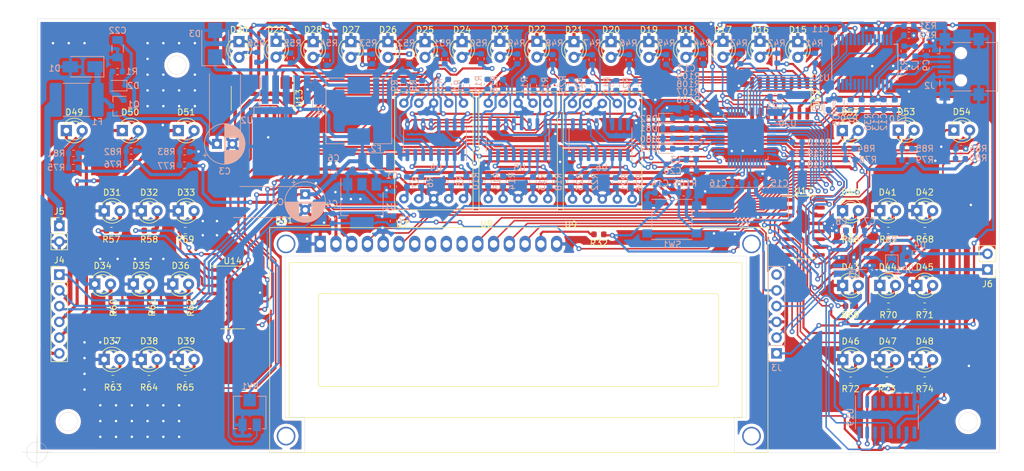
<source format=kicad_pcb>
(kicad_pcb (version 20171130) (host pcbnew "(5.1.2)-1")
  (layers (0 F.Cu signal hide) (31 B.Cu signal) (34 B.Paste user) (35 F.Paste user hide) (36 B.SilkS user) (37 F.SilkS user hide) (38 B.Mask user) (39 F.Mask user hide) (44 Edge.Cuts user))
  (net 0 "")
  (net 1 +5V)
  (net 2 GND)
  (net 3 +3V3)
  (net 4 /mcu/SW_NRST)
  (net 5 "Net-(C15-Pad2)")
  (net 6 "Net-(C16-Pad2)")
  (net 7 "Net-(C20-Pad1)")
  (net 8 "Net-(D15-Pad2)")
  (net 9 "Net-(D16-Pad2)")
  (net 10 "Net-(D17-Pad2)")
  (net 11 "Net-(D18-Pad2)")
  (net 12 "Net-(D19-Pad2)")
  (net 13 "Net-(D20-Pad2)")
  (net 14 "Net-(D21-Pad2)")
  (net 15 "Net-(D22-Pad2)")
  (net 16 "Net-(D23-Pad2)")
  (net 17 "Net-(D24-Pad2)")
  (net 18 "Net-(D25-Pad2)")
  (net 19 "Net-(D26-Pad2)")
  (net 20 "Net-(D27-Pad2)")
  (net 21 "Net-(D28-Pad2)")
  (net 22 "Net-(D29-Pad2)")
  (net 23 "Net-(D30-Pad2)")
  (net 24 "Net-(D31-Pad2)")
  (net 25 "Net-(D32-Pad2)")
  (net 26 "Net-(D33-Pad2)")
  (net 27 "Net-(D34-Pad2)")
  (net 28 "Net-(D35-Pad2)")
  (net 29 "Net-(D36-Pad2)")
  (net 30 "Net-(D37-Pad2)")
  (net 31 "Net-(D38-Pad2)")
  (net 32 "Net-(D39-Pad2)")
  (net 33 "Net-(D40-Pad2)")
  (net 34 "Net-(D41-Pad2)")
  (net 35 "Net-(D42-Pad2)")
  (net 36 "Net-(D43-Pad2)")
  (net 37 "Net-(D44-Pad2)")
  (net 38 "Net-(D45-Pad2)")
  (net 39 "Net-(D46-Pad2)")
  (net 40 "Net-(D47-Pad2)")
  (net 41 "Net-(D48-Pad2)")
  (net 42 "Net-(D79-Pad2)")
  (net 43 "Net-(D80-Pad2)")
  (net 44 "Net-(D81-Pad2)")
  (net 45 "Net-(D82-Pad2)")
  (net 46 "Net-(DS1-Pad3)")
  (net 47 /mcu/LCD_RS)
  (net 48 /display_16x2/E)
  (net 49 "Net-(DS1-Pad7)")
  (net 50 "Net-(DS1-Pad8)")
  (net 51 "Net-(DS1-Pad9)")
  (net 52 "Net-(DS1-Pad10)")
  (net 53 /display_16x2/D4)
  (net 54 /display_16x2/D5)
  (net 55 /display_16x2/D6)
  (net 56 /display_16x2/D7)
  (net 57 "Net-(DS1-Pad15)")
  (net 58 /mcu/SW_CLK)
  (net 59 /mcu/SW_DIO)
  (net 60 "Net-(R3-Pad2)")
  (net 61 "Net-(R3-Pad1)")
  (net 62 "Net-(R4-Pad1)")
  (net 63 "Net-(R4-Pad2)")
  (net 64 "Net-(R5-Pad2)")
  (net 65 "Net-(R5-Pad1)")
  (net 66 "Net-(R6-Pad1)")
  (net 67 "Net-(R6-Pad2)")
  (net 68 "Net-(R7-Pad2)")
  (net 69 "Net-(R7-Pad1)")
  (net 70 "Net-(R8-Pad1)")
  (net 71 "Net-(R8-Pad2)")
  (net 72 "Net-(R9-Pad2)")
  (net 73 "Net-(R9-Pad1)")
  (net 74 "Net-(R10-Pad1)")
  (net 75 "Net-(R10-Pad2)")
  (net 76 "Net-(R11-Pad1)")
  (net 77 "Net-(R11-Pad2)")
  (net 78 "Net-(R12-Pad2)")
  (net 79 "Net-(R12-Pad1)")
  (net 80 "Net-(R13-Pad1)")
  (net 81 "Net-(R13-Pad2)")
  (net 82 "Net-(R14-Pad1)")
  (net 83 "Net-(R14-Pad2)")
  (net 84 "Net-(R15-Pad2)")
  (net 85 "Net-(R15-Pad1)")
  (net 86 "Net-(R16-Pad1)")
  (net 87 "Net-(R16-Pad2)")
  (net 88 "Net-(R17-Pad2)")
  (net 89 "Net-(R17-Pad1)")
  (net 90 "Net-(R18-Pad1)")
  (net 91 "Net-(R18-Pad2)")
  (net 92 "Net-(R19-Pad2)")
  (net 93 "Net-(R19-Pad1)")
  (net 94 "Net-(R20-Pad1)")
  (net 95 "Net-(R20-Pad2)")
  (net 96 "Net-(R21-Pad2)")
  (net 97 "Net-(R21-Pad1)")
  (net 98 "Net-(R22-Pad1)")
  (net 99 "Net-(R22-Pad2)")
  (net 100 "Net-(R23-Pad2)")
  (net 101 "Net-(R23-Pad1)")
  (net 102 "Net-(R24-Pad2)")
  (net 103 "Net-(R24-Pad1)")
  (net 104 "Net-(R25-Pad2)")
  (net 105 "Net-(R25-Pad1)")
  (net 106 "Net-(R26-Pad1)")
  (net 107 "Net-(R26-Pad2)")
  (net 108 "Net-(R41-Pad2)")
  (net 109 "Net-(R42-Pad2)")
  (net 110 "Net-(R43-Pad2)")
  (net 111 "Net-(R44-Pad2)")
  (net 112 "Net-(R45-Pad2)")
  (net 113 "Net-(R46-Pad2)")
  (net 114 "Net-(R47-Pad2)")
  (net 115 "Net-(R48-Pad2)")
  (net 116 "Net-(R49-Pad2)")
  (net 117 "Net-(R50-Pad2)")
  (net 118 "Net-(R51-Pad2)")
  (net 119 "Net-(R52-Pad2)")
  (net 120 "Net-(R53-Pad2)")
  (net 121 "Net-(R54-Pad2)")
  (net 122 "Net-(R55-Pad2)")
  (net 123 "Net-(R56-Pad2)")
  (net 124 "Net-(R57-Pad2)")
  (net 125 "Net-(R58-Pad2)")
  (net 126 "Net-(R59-Pad2)")
  (net 127 "Net-(R60-Pad2)")
  (net 128 "Net-(R61-Pad2)")
  (net 129 "Net-(R62-Pad2)")
  (net 130 "Net-(R63-Pad2)")
  (net 131 "Net-(R64-Pad2)")
  (net 132 "Net-(R65-Pad2)")
  (net 133 "Net-(R66-Pad2)")
  (net 134 "Net-(R67-Pad2)")
  (net 135 "Net-(R68-Pad2)")
  (net 136 "Net-(R69-Pad2)")
  (net 137 "Net-(R70-Pad2)")
  (net 138 "Net-(R71-Pad2)")
  (net 139 "Net-(R72-Pad2)")
  (net 140 "Net-(R106-Pad2)")
  (net 141 "Net-(R107-Pad2)")
  (net 142 "Net-(R108-Pad2)")
  (net 143 "Net-(R109-Pad2)")
  (net 144 "Net-(R110-Pad1)")
  (net 145 /CAN_TX)
  (net 146 /CAN_RX)
  (net 147 "Net-(U4-Pad9)")
  (net 148 /SPI_1_CLK)
  (net 149 /SPI_1_CS)
  (net 150 /SPI_1_MOSI)
  (net 151 "Net-(U5-Pad9)")
  (net 152 /7_seg_dis/QH')
  (net 153 /UART_RX)
  (net 154 /UART_CTS)
  (net 155 /UART_TX)
  (net 156 /UART_RTS)
  (net 157 /SPI_2_MOSI)
  (net 158 /SPI_2_CS)
  (net 159 /SPI_2_CLK)
  (net 160 "Net-(U12-Pad9)")
  (net 161 /charge_level/QH')
  (net 162 "Net-(U14-Pad9)")
  (net 163 "Net-(U17-Pad9)")
  (net 164 "Net-(U20-Pad2)")
  (net 165 "Net-(U20-Pad3)")
  (net 166 "Net-(U20-Pad4)")
  (net 167 "Net-(U20-Pad10)")
  (net 168 "Net-(U20-Pad11)")
  (net 169 "Net-(U20-Pad12)")
  (net 170 "Net-(U20-Pad13)")
  (net 171 "Net-(U20-Pad16)")
  (net 172 "Net-(U20-Pad22)")
  (net 173 "Net-(U20-Pad27)")
  (net 174 "Net-(U20-Pad29)")
  (net 175 "Net-(C22-Pad1)")
  (net 176 "Net-(C9-Pad2)")
  (net 177 "Net-(C10-Pad2)")
  (net 178 "Net-(D1-Pad1)")
  (net 179 "Net-(D2-Pad2)")
  (net 180 "Net-(D3-Pad1)")
  (net 181 /CANH)
  (net 182 /CANL)
  (net 183 "Net-(D5-Pad1)")
  (net 184 "Net-(D6-Pad1)")
  (net 185 "Net-(D49-Pad2)")
  (net 186 FAULT6)
  (net 187 "Net-(D50-Pad2)")
  (net 188 FAULT5)
  (net 189 "Net-(D51-Pad2)")
  (net 190 FAULT4)
  (net 191 "Net-(D52-Pad2)")
  (net 192 FAULT3)
  (net 193 "Net-(D53-Pad2)")
  (net 194 FAULT2)
  (net 195 "Net-(D54-Pad2)")
  (net 196 FAULT1)
  (net 197 /GLV+)
  (net 198 5Vfused)
  (net 199 "Net-(J2-Pad4)")
  (net 200 "Net-(J2-Pad3)")
  (net 201 "Net-(J2-Pad2)")
  (net 202 "Net-(J3-Pad6)")
  (net 203 "Net-(JP1-Pad2)")
  (net 204 "Net-(L2-Pad2)")
  (net 205 "Net-(R27-Pad2)")
  (net 206 "Net-(R29-Pad2)")
  (net 207 "Net-(R30-Pad2)")
  (net 208 "Net-(R31-Pad2)")
  (net 209 "Net-(R73-Pad2)")
  (net 210 "Net-(R74-Pad2)")
  (net 211 "Net-(U10-Pad28)")
  (net 212 "Net-(U10-Pad27)")
  (net 213 "Net-(U10-Pad13)")
  (net 214 "Net-(U10-Pad12)")
  (net 215 "Net-(U10-Pad10)")
  (net 216 "Net-(U10-Pad9)")
  (net 217 "Net-(U10-Pad6)")
  (net 218 "Net-(U10-Pad2)")
  (net 219 /3state_leds/QH')
  (net 220 "Net-(U19-Pad7)")
  (net 221 "Net-(U19-Pad6)")
  (net 222 "Net-(U19-Pad5)")
  (net 223 "Net-(U19-Pad4)")
  (net 224 "Net-(U19-Pad3)")
  (net 225 "Net-(U19-Pad2)")
  (module "PUTMotorsport_footprints:0.56” Case Mold Type LED Display" (layer F.Cu) (at 149.916604 92.304832)
    (fp_text reference U9 (at -5.08 12.065) (layer F.SilkS))
    (fp_text value OPS-S5621)
    (pad 10 thru_hole circle (at -4.8006 -7.4676) (size 1.524 1.524) (drill 0.762) (layers *.Cu *.Mask) (net 105 "Net-(R25-Pad1)"))
    (pad 9 thru_hole circle (at -2.413 -7.4676) (size 1.524 1.524) (drill 0.762) (layers *.Cu *.Mask) (net 103 "Net-(R24-Pad1)"))
    (pad 8 thru_hole circle (at 0 -7.4676) (size 1.524 1.524) (drill 0.762) (layers *.Cu *.Mask) (net 2 GND))
    (pad 7 thru_hole circle (at 2.413 -7.4676) (size 1.524 1.524) (drill 0.762) (layers *.Cu *.Mask) (net 93 "Net-(R19-Pad1)"))
    (pad 6 thru_hole circle (at 4.8006 -7.4676) (size 1.524 1.524) (drill 0.762) (layers *.Cu *.Mask) (net 94 "Net-(R20-Pad1)"))
    (pad 4 thru_hole circle (at 2.413 7.9502) (size 1.524 1.524) (drill 0.762) (layers *.Cu *.Mask) (net 97 "Net-(R21-Pad1)"))
    (pad 2 thru_hole circle (at -2.413 7.9502) (size 1.524 1.524) (drill 0.762) (layers *.Cu *.Mask) (net 98 "Net-(R22-Pad1)"))
    (pad 1 thru_hole circle (at -4.8006 7.9502) (size 1.524 1.524) (drill 0.762) (layers *.Cu *.Mask) (net 101 "Net-(R23-Pad1)"))
    (pad 5 thru_hole circle (at 4.8006 7.9502) (size 1.524 1.524) (drill 0.762) (layers *.Cu *.Mask) (net 106 "Net-(R26-Pad1)"))
    (pad 3 thru_hole circle (at 0 7.9502) (size 1.524 1.524) (drill 0.762) (layers *.Cu *.Mask) (net 2 GND))
  )
  (module "PUTMotorsport_footprints:0.56” Case Mold Type LED Display" (layer F.Cu) (at 136.327604 92.254032)
    (fp_text reference U8 (at -5.08 12.065) (layer F.SilkS))
    (fp_text value OPS-S5621)
    (pad 10 thru_hole circle (at -4.8006 -7.4676) (size 1.524 1.524) (drill 0.762) (layers *.Cu *.Mask) (net 89 "Net-(R17-Pad1)"))
    (pad 9 thru_hole circle (at -2.413 -7.4676) (size 1.524 1.524) (drill 0.762) (layers *.Cu *.Mask) (net 86 "Net-(R16-Pad1)"))
    (pad 8 thru_hole circle (at 0 -7.4676) (size 1.524 1.524) (drill 0.762) (layers *.Cu *.Mask) (net 2 GND))
    (pad 7 thru_hole circle (at 2.413 -7.4676) (size 1.524 1.524) (drill 0.762) (layers *.Cu *.Mask) (net 76 "Net-(R11-Pad1)"))
    (pad 6 thru_hole circle (at 4.8006 -7.4676) (size 1.524 1.524) (drill 0.762) (layers *.Cu *.Mask) (net 79 "Net-(R12-Pad1)"))
    (pad 4 thru_hole circle (at 2.413 7.9502) (size 1.524 1.524) (drill 0.762) (layers *.Cu *.Mask) (net 80 "Net-(R13-Pad1)"))
    (pad 2 thru_hole circle (at -2.413 7.9502) (size 1.524 1.524) (drill 0.762) (layers *.Cu *.Mask) (net 82 "Net-(R14-Pad1)"))
    (pad 1 thru_hole circle (at -4.8006 7.9502) (size 1.524 1.524) (drill 0.762) (layers *.Cu *.Mask) (net 85 "Net-(R15-Pad1)"))
    (pad 5 thru_hole circle (at 4.8006 7.9502) (size 1.524 1.524) (drill 0.762) (layers *.Cu *.Mask) (net 90 "Net-(R18-Pad1)"))
    (pad 3 thru_hole circle (at 0 7.9502) (size 1.524 1.524) (drill 0.762) (layers *.Cu *.Mask) (net 2 GND))
  )
  (module "PUTMotorsport_footprints:0.56” Case Mold Type LED Display" (layer F.Cu) (at 122.738604 92.254032)
    (fp_text reference U7 (at -5.08 12.065) (layer F.SilkS))
    (fp_text value OPS-S5621)
    (pad 10 thru_hole circle (at -4.8006 -7.4676) (size 1.524 1.524) (drill 0.762) (layers *.Cu *.Mask) (net 73 "Net-(R9-Pad1)"))
    (pad 9 thru_hole circle (at -2.413 -7.4676) (size 1.524 1.524) (drill 0.762) (layers *.Cu *.Mask) (net 70 "Net-(R8-Pad1)"))
    (pad 8 thru_hole circle (at 0 -7.4676) (size 1.524 1.524) (drill 0.762) (layers *.Cu *.Mask) (net 2 GND))
    (pad 7 thru_hole circle (at 2.413 -7.4676) (size 1.524 1.524) (drill 0.762) (layers *.Cu *.Mask) (net 61 "Net-(R3-Pad1)"))
    (pad 6 thru_hole circle (at 4.8006 -7.4676) (size 1.524 1.524) (drill 0.762) (layers *.Cu *.Mask) (net 62 "Net-(R4-Pad1)"))
    (pad 4 thru_hole circle (at 2.413 7.9502) (size 1.524 1.524) (drill 0.762) (layers *.Cu *.Mask) (net 65 "Net-(R5-Pad1)"))
    (pad 2 thru_hole circle (at -2.413 7.9502) (size 1.524 1.524) (drill 0.762) (layers *.Cu *.Mask) (net 66 "Net-(R6-Pad1)"))
    (pad 1 thru_hole circle (at -4.8006 7.9502) (size 1.524 1.524) (drill 0.762) (layers *.Cu *.Mask) (net 69 "Net-(R7-Pad1)"))
    (pad 5 thru_hole circle (at 4.8006 7.9502) (size 1.524 1.524) (drill 0.762) (layers *.Cu *.Mask) (net 74 "Net-(R10-Pad1)"))
    (pad 3 thru_hole circle (at 0 7.9502) (size 1.524 1.524) (drill 0.762) (layers *.Cu *.Mask) (net 2 GND))
  )
  (module Capacitor_THT:CP_Radial_D6.3mm_P2.50mm (layer B.Cu) (at 102.037604 99.493032 270)
    (fp_text reference C5 (at 1.25 4.4 180) (layer B.SilkS) (effects (justify mirror)))
    (fp_text value 220uF)
    (pad 2 thru_hole circle (at 2.5 0 270) (size 1.6 1.6) (drill 0.8) (layers *.Cu *.Mask) (net 2 GND))
    (pad 1 thru_hole rect (at 0 0 270) (size 1.6 1.6) (drill 0.8) (layers *.Cu *.Mask) (net 1 +5V))
  )
  (module Capacitor_THT:CP_Radial_D6.3mm_P2.50mm (layer B.Cu) (at 87.813604 91.365032)
    (fp_text reference C3 (at 1.25 4.4) (layer B.SilkS) (effects (justify mirror)))
    (fp_text value 100uF)
    (pad 2 thru_hole circle (at 2.5 0) (size 1.6 1.6) (drill 0.8) (layers *.Cu *.Mask) (net 2 GND))
    (pad 1 thru_hole rect (at 0 0) (size 1.6 1.6) (drill 0.8) (layers *.Cu *.Mask) (net 175 "Net-(C22-Pad1)"))
  )
  (module Package_SO:SOIC-16_3.9x9.9mm_P1.27mm (layer B.Cu) (at 195.763604 135.434032 270)
    (fp_text reference U19 (at 0 5.9 270) (layer B.SilkS) (effects (justify mirror)))
    (fp_text value 74HC595)
    (pad 16 smd roundrect (at 2.475 4.445 270) (size 1.95 0.6) (layers B.Cu B.Paste B.Mask) (net 1 +5V))
    (pad 15 smd roundrect (at 2.475 3.175 270) (size 1.95 0.6) (layers B.Cu B.Paste B.Mask) (net 209 "Net-(R73-Pad2)"))
    (pad 14 smd roundrect (at 2.475 1.905 270) (size 1.95 0.6) (layers B.Cu B.Paste B.Mask) (net 163 "Net-(U17-Pad9)"))
    (pad 13 smd roundrect (at 2.475 0.635 270) (size 1.95 0.6) (layers B.Cu B.Paste B.Mask) (net 2 GND))
    (pad 12 smd roundrect (at 2.475 -0.635 270) (size 1.95 0.6) (layers B.Cu B.Paste B.Mask) (net 158 /SPI_2_CS))
    (pad 11 smd roundrect (at 2.475 -1.905 270) (size 1.95 0.6) (layers B.Cu B.Paste B.Mask) (net 159 /SPI_2_CLK))
    (pad 10 smd roundrect (at 2.475 -3.175 270) (size 1.95 0.6) (layers B.Cu B.Paste B.Mask) (net 1 +5V))
    (pad 9 smd roundrect (at 2.475 -4.445 270) (size 1.95 0.6) (layers B.Cu B.Paste B.Mask) (net 219 /3state_leds/QH'))
    (pad 8 smd roundrect (at -2.475 -4.445 270) (size 1.95 0.6) (layers B.Cu B.Paste B.Mask) (net 2 GND))
    (pad 7 smd roundrect (at -2.475 -3.175 270) (size 1.95 0.6) (layers B.Cu B.Paste B.Mask) (net 220 "Net-(U19-Pad7)"))
    (pad 6 smd roundrect (at -2.475 -1.905 270) (size 1.95 0.6) (layers B.Cu B.Paste B.Mask) (net 221 "Net-(U19-Pad6)"))
    (pad 5 smd roundrect (at -2.475 -0.635 270) (size 1.95 0.6) (layers B.Cu B.Paste B.Mask) (net 222 "Net-(U19-Pad5)"))
    (pad 4 smd roundrect (at -2.475 0.635 270) (size 1.95 0.6) (layers B.Cu B.Paste B.Mask) (net 223 "Net-(U19-Pad4)"))
    (pad 3 smd roundrect (at -2.475 1.905 270) (size 1.95 0.6) (layers B.Cu B.Paste B.Mask) (net 224 "Net-(U19-Pad3)"))
    (pad 2 smd roundrect (at -2.475 3.175 270) (size 1.95 0.6) (layers B.Cu B.Paste B.Mask) (net 225 "Net-(U19-Pad2)"))
    (pad 1 smd roundrect (at -2.475 4.445 270) (size 1.95 0.6) (layers B.Cu B.Paste B.Mask) (net 210 "Net-(R74-Pad2)"))
  )
  (module Package_SO:SSOP-28_5.3x10.2mm_P0.65mm (layer B.Cu) (at 192.207604 78.157032 270)
    (fp_text reference U10 (at 2.54 7.112 180) (layer B.SilkS) (effects (justify mirror)))
    (fp_text value FT232RL)
    (pad 28 smd rect (at 3.6 4.225 270) (size 1.75 0.45) (layers B.Cu B.Paste B.Mask) (net 211 "Net-(U10-Pad28)"))
    (pad 27 smd rect (at 3.6 3.575 270) (size 1.75 0.45) (layers B.Cu B.Paste B.Mask) (net 212 "Net-(U10-Pad27)"))
    (pad 26 smd rect (at 3.6 2.925 270) (size 1.75 0.45) (layers B.Cu B.Paste B.Mask) (net 2 GND))
    (pad 25 smd rect (at 3.6 2.275 270) (size 1.75 0.45) (layers B.Cu B.Paste B.Mask) (net 2 GND))
    (pad 24 smd rect (at 3.6 1.625 270) (size 1.75 0.45) (layers B.Cu B.Paste B.Mask))
    (pad 23 smd rect (at 3.6 0.975 270) (size 1.75 0.45) (layers B.Cu B.Paste B.Mask) (net 206 "Net-(R29-Pad2)"))
    (pad 22 smd rect (at 3.6 0.325 270) (size 1.75 0.45) (layers B.Cu B.Paste B.Mask) (net 207 "Net-(R30-Pad2)"))
    (pad 21 smd rect (at 3.6 -0.325 270) (size 1.75 0.45) (layers B.Cu B.Paste B.Mask) (net 2 GND))
    (pad 20 smd rect (at 3.6 -0.975 270) (size 1.75 0.45) (layers B.Cu B.Paste B.Mask) (net 1 +5V))
    (pad 19 smd rect (at 3.6 -1.625 270) (size 1.75 0.45) (layers B.Cu B.Paste B.Mask) (net 205 "Net-(R27-Pad2)"))
    (pad 18 smd rect (at 3.6 -2.275 270) (size 1.75 0.45) (layers B.Cu B.Paste B.Mask) (net 2 GND))
    (pad 17 smd rect (at 3.6 -2.925 270) (size 1.75 0.45) (layers B.Cu B.Paste B.Mask) (net 177 "Net-(C10-Pad2)"))
    (pad 16 smd rect (at 3.6 -3.575 270) (size 1.75 0.45) (layers B.Cu B.Paste B.Mask) (net 201 "Net-(J2-Pad2)"))
    (pad 15 smd rect (at 3.6 -4.225 270) (size 1.75 0.45) (layers B.Cu B.Paste B.Mask) (net 200 "Net-(J2-Pad3)"))
    (pad 14 smd rect (at -3.6 -4.225 270) (size 1.75 0.45) (layers B.Cu B.Paste B.Mask) (net 208 "Net-(R31-Pad2)"))
    (pad 13 smd rect (at -3.6 -3.575 270) (size 1.75 0.45) (layers B.Cu B.Paste B.Mask) (net 213 "Net-(U10-Pad13)"))
    (pad 12 smd rect (at -3.6 -2.925 270) (size 1.75 0.45) (layers B.Cu B.Paste B.Mask) (net 214 "Net-(U10-Pad12)"))
    (pad 11 smd rect (at -3.6 -2.275 270) (size 1.75 0.45) (layers B.Cu B.Paste B.Mask) (net 156 /UART_RTS))
    (pad 10 smd rect (at -3.6 -1.625 270) (size 1.75 0.45) (layers B.Cu B.Paste B.Mask) (net 215 "Net-(U10-Pad10)"))
    (pad 9 smd rect (at -3.6 -0.975 270) (size 1.75 0.45) (layers B.Cu B.Paste B.Mask) (net 216 "Net-(U10-Pad9)"))
    (pad 8 smd rect (at -3.6 -0.325 270) (size 1.75 0.45) (layers B.Cu B.Paste B.Mask))
    (pad 7 smd rect (at -3.6 0.325 270) (size 1.75 0.45) (layers B.Cu B.Paste B.Mask) (net 2 GND))
    (pad 6 smd rect (at -3.6 0.975 270) (size 1.75 0.45) (layers B.Cu B.Paste B.Mask) (net 217 "Net-(U10-Pad6)"))
    (pad 5 smd rect (at -3.6 1.625 270) (size 1.75 0.45) (layers B.Cu B.Paste B.Mask) (net 155 /UART_TX))
    (pad 4 smd rect (at -3.6 2.275 270) (size 1.75 0.45) (layers B.Cu B.Paste B.Mask) (net 3 +3V3))
    (pad 3 smd rect (at -3.6 2.925 270) (size 1.75 0.45) (layers B.Cu B.Paste B.Mask) (net 154 /UART_CTS))
    (pad 2 smd rect (at -3.6 3.575 270) (size 1.75 0.45) (layers B.Cu B.Paste B.Mask) (net 218 "Net-(U10-Pad2)"))
    (pad 1 smd rect (at -3.6 4.225 270) (size 1.75 0.45) (layers B.Cu B.Paste B.Mask) (net 153 /UART_RX))
  )
  (module Package_SO:SOIC-8_3.9x4.9mm_P1.27mm (layer B.Cu) (at 190.52 109.068064)
    (fp_text reference U3 (at 0 3.4) (layer B.SilkS) (effects (justify mirror)))
    (fp_text value MCP2562-H-SN)
    (pad 8 smd roundrect (at 2.475 1.905) (size 1.95 0.6) (layers B.Cu B.Paste B.Mask) (net 2 GND))
    (pad 7 smd roundrect (at 2.475 0.635) (size 1.95 0.6) (layers B.Cu B.Paste B.Mask) (net 181 /CANH))
    (pad 6 smd roundrect (at 2.475 -0.635) (size 1.95 0.6) (layers B.Cu B.Paste B.Mask) (net 182 /CANL))
    (pad 5 smd roundrect (at 2.475 -1.905) (size 1.95 0.6) (layers B.Cu B.Paste B.Mask) (net 3 +3V3))
    (pad 4 smd roundrect (at -2.475 -1.905) (size 1.95 0.6) (layers B.Cu B.Paste B.Mask) (net 146 /CAN_RX))
    (pad 3 smd roundrect (at -2.475 -0.635) (size 1.95 0.6) (layers B.Cu B.Paste B.Mask) (net 1 +5V))
    (pad 2 smd roundrect (at -2.475 0.635) (size 1.95 0.6) (layers B.Cu B.Paste B.Mask) (net 2 GND))
    (pad 1 smd roundrect (at -2.475 1.905) (size 1.95 0.6) (layers B.Cu B.Paste B.Mask) (net 145 /CAN_TX))
  )
  (module Package_TO_SOT_SMD:TO-263-5_TabPin3 (layer B.Cu) (at 98.970604 88.383032 270)
    (fp_text reference U2 (at -0.828 6.331) (layer B.SilkS) (effects (justify mirror)))
    (fp_text value LM2596S-5)
    (pad 3 smd rect (at 3.375 0 270) (size 9.4 10.8) (layers B.Cu B.Mask) (net 2 GND))
    (pad 5 smd rect (at -5.775 -3.4 270) (size 4.6 1.1) (layers B.Cu B.Paste B.Mask) (net 2 GND))
    (pad 4 smd rect (at -5.775 -1.7 270) (size 4.6 1.1) (layers B.Cu B.Paste B.Mask) (net 1 +5V))
    (pad 3 smd rect (at -5.775 0 270) (size 4.6 1.1) (layers B.Cu B.Paste B.Mask) (net 2 GND))
    (pad 2 smd rect (at -5.775 1.7 270) (size 4.6 1.1) (layers B.Cu B.Paste B.Mask) (net 180 "Net-(D3-Pad1)"))
    (pad 1 smd rect (at -5.775 3.4 270) (size 4.6 1.1) (layers B.Cu B.Paste B.Mask) (net 175 "Net-(C22-Pad1)"))
  )
  (module Package_TO_SOT_SMD:SOT-223-3_TabPin2 (layer B.Cu) (at 111.181604 101.017032 270)
    (fp_text reference U1 (at 0.508 -4.572 180) (layer B.SilkS) (effects (justify mirror)))
    (fp_text value LM1117-3.3)
    (pad 1 smd rect (at -3.15 2.3 270) (size 2 1.5) (layers B.Cu B.Paste B.Mask) (net 2 GND))
    (pad 3 smd rect (at -3.15 -2.3 270) (size 2 1.5) (layers B.Cu B.Paste B.Mask) (net 1 +5V))
    (pad 2 smd rect (at -3.15 0 270) (size 2 1.5) (layers B.Cu B.Paste B.Mask) (net 3 +3V3))
    (pad 2 smd rect (at 3.15 0 270) (size 2 3.8) (layers B.Cu B.Paste B.Mask) (net 3 +3V3))
  )
  (module Button_Switch_SMD:SW_Push_1P1T_NO_6x6mm_H9.5mm (layer B.Cu) (at 161.12 103.545064)
    (fp_text reference SW1 (at 0 4.05) (layer B.SilkS) (effects (justify mirror)))
    (fp_text value SW_Push)
    (pad 2 smd rect (at 3.975 -2.25) (size 1.55 1.3) (layers B.Cu B.Paste B.Mask) (net 2 GND))
    (pad 1 smd rect (at 3.975 2.25) (size 1.55 1.3) (layers B.Cu B.Paste B.Mask) (net 4 /mcu/SW_NRST))
    (pad 1 smd rect (at -3.975 2.25) (size 1.55 1.3) (layers B.Cu B.Paste B.Mask) (net 4 /mcu/SW_NRST))
    (pad 2 smd rect (at -3.975 -2.25) (size 1.55 1.3) (layers B.Cu B.Paste B.Mask) (net 2 GND))
  )
  (module Resistor_SMD:R_0603_1608Metric (layer B.Cu) (at 163.023104 99.239032)
    (fp_text reference R105 (at 0.2285 -1.524) (layer B.SilkS) (effects (justify mirror)))
    (fp_text value 10k)
    (pad 2 smd roundrect (at 0.7875 0) (size 0.875 0.95) (layers B.Cu B.Paste B.Mask) (net 3 +3V3))
    (pad 1 smd roundrect (at -0.7875 0) (size 0.875 0.95) (layers B.Cu B.Paste B.Mask) (net 4 /mcu/SW_NRST))
  )
  (module Capacitor_SMD:C_0603_1608Metric (layer B.Cu) (at 207.676104 92.127032)
    (fp_text reference R86 (at 2.8195 0) (layer B.SilkS) (effects (justify mirror)))
    (fp_text value R_Small)
    (pad 2 smd roundrect (at 0.7875 0) (size 0.875 0.95) (layers B.Cu B.Paste B.Mask) (net 2 GND))
    (pad 1 smd roundrect (at -0.7875 0) (size 0.875 0.95) (layers B.Cu B.Paste B.Mask) (net 195 "Net-(D54-Pad2)"))
  )
  (module Capacitor_SMD:C_0603_1608Metric (layer B.Cu) (at 199.002104 92.127032)
    (fp_text reference R85 (at 2.8575 0) (layer B.SilkS) (effects (justify mirror)))
    (fp_text value R_Small)
    (pad 2 smd roundrect (at 0.7875 0) (size 0.875 0.95) (layers B.Cu B.Paste B.Mask) (net 2 GND))
    (pad 1 smd roundrect (at -0.7875 0) (size 0.875 0.95) (layers B.Cu B.Paste B.Mask) (net 193 "Net-(D53-Pad2)"))
  )
  (module Capacitor_SMD:C_0603_1608Metric (layer B.Cu) (at 189.693104 92.127032)
    (fp_text reference R84 (at 2.7685 0) (layer B.SilkS) (effects (justify mirror)))
    (fp_text value R_Small)
    (pad 2 smd roundrect (at 0.7875 0) (size 0.875 0.95) (layers B.Cu B.Paste B.Mask) (net 2 GND))
    (pad 1 smd roundrect (at -0.7875 0) (size 0.875 0.95) (layers B.Cu B.Paste B.Mask) (net 191 "Net-(D52-Pad2)"))
  )
  (module Capacitor_SMD:C_0603_1608Metric (layer B.Cu) (at 82.606604 92.635032)
    (fp_text reference R83 (at -2.921 0) (layer B.SilkS) (effects (justify mirror)))
    (fp_text value R_Small)
    (pad 2 smd roundrect (at 0.7875 0) (size 0.875 0.95) (layers B.Cu B.Paste B.Mask) (net 2 GND))
    (pad 1 smd roundrect (at -0.7875 0) (size 0.875 0.95) (layers B.Cu B.Paste B.Mask) (net 189 "Net-(D51-Pad2)"))
  )
  (module Capacitor_SMD:C_0603_1608Metric (layer B.Cu) (at 73.970604 92.508032)
    (fp_text reference R82 (at -2.921 0.127) (layer B.SilkS) (effects (justify mirror)))
    (fp_text value R_Small)
    (pad 2 smd roundrect (at 0.7875 0) (size 0.875 0.95) (layers B.Cu B.Paste B.Mask) (net 2 GND))
    (pad 1 smd roundrect (at -0.7875 0) (size 0.875 0.95) (layers B.Cu B.Paste B.Mask) (net 187 "Net-(D50-Pad2)"))
  )
  (module Capacitor_SMD:C_0603_1608Metric (layer B.Cu) (at 64.699604 92.889032)
    (fp_text reference R81 (at -2.794 0) (layer B.SilkS) (effects (justify mirror)))
    (fp_text value R_Small)
    (pad 2 smd roundrect (at 0.7875 0) (size 0.875 0.95) (layers B.Cu B.Paste B.Mask) (net 2 GND))
    (pad 1 smd roundrect (at -0.7875 0) (size 0.875 0.95) (layers B.Cu B.Paste B.Mask) (net 185 "Net-(D49-Pad2)"))
  )
  (module Capacitor_SMD:C_0603_1608Metric (layer B.Cu) (at 207.612604 93.778032)
    (fp_text reference R80 (at 2.883 -0.127) (layer B.SilkS) (effects (justify mirror)))
    (fp_text value 200R)
    (pad 2 smd roundrect (at 0.7875 0) (size 0.875 0.95) (layers B.Cu B.Paste B.Mask) (net 198 5Vfused))
    (pad 1 smd roundrect (at -0.7875 0) (size 0.875 0.95) (layers B.Cu B.Paste B.Mask) (net 195 "Net-(D54-Pad2)"))
  )
  (module Capacitor_SMD:C_0603_1608Metric (layer B.Cu) (at 198.976604 93.968532)
    (fp_text reference R79 (at 2.883 -0.0635) (layer B.SilkS) (effects (justify mirror)))
    (fp_text value 200R)
    (pad 2 smd roundrect (at 0.7875 0) (size 0.875 0.95) (layers B.Cu B.Paste B.Mask) (net 198 5Vfused))
    (pad 1 smd roundrect (at -0.7875 0) (size 0.875 0.95) (layers B.Cu B.Paste B.Mask) (net 193 "Net-(D53-Pad2)"))
  )
  (module Capacitor_SMD:C_0603_1608Metric (layer B.Cu) (at 189.858104 93.905032)
    (fp_text reference R78 (at 2.8575 0) (layer B.SilkS) (effects (justify mirror)))
    (fp_text value 200R)
    (pad 2 smd roundrect (at 0.7875 0) (size 0.875 0.95) (layers B.Cu B.Paste B.Mask) (net 198 5Vfused))
    (pad 1 smd roundrect (at -0.7875 0) (size 0.875 0.95) (layers B.Cu B.Paste B.Mask) (net 191 "Net-(D52-Pad2)"))
  )
  (module Capacitor_SMD:C_0603_1608Metric (layer B.Cu) (at 82.581104 94.794032)
    (fp_text reference R77 (at -2.8955 0.127) (layer B.SilkS) (effects (justify mirror)))
    (fp_text value 200R)
    (pad 2 smd roundrect (at 0.7875 0) (size 0.875 0.95) (layers B.Cu B.Paste B.Mask) (net 198 5Vfused))
    (pad 1 smd roundrect (at -0.7875 0) (size 0.875 0.95) (layers B.Cu B.Paste B.Mask) (net 189 "Net-(D51-Pad2)"))
  )
  (module Capacitor_SMD:C_0603_1608Metric (layer B.Cu) (at 73.945104 94.413032)
    (fp_text reference R76 (at -2.8955 0.254) (layer B.SilkS) (effects (justify mirror)))
    (fp_text value 200R)
    (pad 2 smd roundrect (at 0.7875 0) (size 0.875 0.95) (layers B.Cu B.Paste B.Mask) (net 198 5Vfused))
    (pad 1 smd roundrect (at -0.7875 0) (size 0.875 0.95) (layers B.Cu B.Paste B.Mask) (net 187 "Net-(D50-Pad2)"))
  )
  (module Capacitor_SMD:C_0603_1608Metric (layer B.Cu) (at 64.674104 95.175032)
    (fp_text reference R75 (at -2.7685 0) (layer B.SilkS) (effects (justify mirror)))
    (fp_text value 200R)
    (pad 2 smd roundrect (at 0.7875 0) (size 0.875 0.95) (layers B.Cu B.Paste B.Mask) (net 198 5Vfused))
    (pad 1 smd roundrect (at -0.7875 0) (size 0.875 0.95) (layers B.Cu B.Paste B.Mask) (net 185 "Net-(D49-Pad2)"))
  )
  (module Resistor_SMD:R_0603_1608Metric (layer F.Cu) (at 201.859604 129.465032 180)
    (fp_text reference R74 (at 0 -1.43) (layer F.SilkS))
    (fp_text value 200)
    (pad 2 smd roundrect (at 0.7875 0 180) (size 0.875 0.95) (layers F.Cu F.Paste F.Mask) (net 210 "Net-(R74-Pad2)"))
    (pad 1 smd roundrect (at -0.7875 0 180) (size 0.875 0.95) (layers F.Cu F.Paste F.Mask) (net 41 "Net-(D48-Pad2)"))
  )
  (module Resistor_SMD:R_0603_1608Metric (layer F.Cu) (at 195.763604 129.465032 180)
    (fp_text reference R73 (at 0 -1.43) (layer F.SilkS))
    (fp_text value 200)
    (pad 2 smd roundrect (at 0.7875 0 180) (size 0.875 0.95) (layers F.Cu F.Paste F.Mask) (net 209 "Net-(R73-Pad2)"))
    (pad 1 smd roundrect (at -0.7875 0 180) (size 0.875 0.95) (layers F.Cu F.Paste F.Mask) (net 40 "Net-(D47-Pad2)"))
  )
  (module Resistor_SMD:R_0603_1608Metric (layer F.Cu) (at 189.921604 129.465032 180)
    (fp_text reference R72 (at 0 -1.43) (layer F.SilkS))
    (fp_text value 200)
    (pad 2 smd roundrect (at 0.7875 0 180) (size 0.875 0.95) (layers F.Cu F.Paste F.Mask) (net 139 "Net-(R72-Pad2)"))
    (pad 1 smd roundrect (at -0.7875 0 180) (size 0.875 0.95) (layers F.Cu F.Paste F.Mask) (net 39 "Net-(D46-Pad2)"))
  )
  (module Resistor_SMD:R_0603_1608Metric (layer F.Cu) (at 201.859604 117.527032 180)
    (fp_text reference R71 (at 0 -1.43) (layer F.SilkS))
    (fp_text value 200)
    (pad 2 smd roundrect (at 0.7875 0 180) (size 0.875 0.95) (layers F.Cu F.Paste F.Mask) (net 138 "Net-(R71-Pad2)"))
    (pad 1 smd roundrect (at -0.7875 0 180) (size 0.875 0.95) (layers F.Cu F.Paste F.Mask) (net 38 "Net-(D45-Pad2)"))
  )
  (module Resistor_SMD:R_0603_1608Metric (layer F.Cu) (at 196.017604 117.527032 180)
    (fp_text reference R70 (at 0 -1.43) (layer F.SilkS))
    (fp_text value 200)
    (pad 2 smd roundrect (at 0.7875 0 180) (size 0.875 0.95) (layers F.Cu F.Paste F.Mask) (net 137 "Net-(R70-Pad2)"))
    (pad 1 smd roundrect (at -0.7875 0 180) (size 0.875 0.95) (layers F.Cu F.Paste F.Mask) (net 37 "Net-(D44-Pad2)"))
  )
  (module Resistor_SMD:R_0603_1608Metric (layer F.Cu) (at 189.896104 117.527032 180)
    (fp_text reference R69 (at 0 -1.43) (layer F.SilkS))
    (fp_text value 200)
    (pad 2 smd roundrect (at 0.7875 0 180) (size 0.875 0.95) (layers F.Cu F.Paste F.Mask) (net 136 "Net-(R69-Pad2)"))
    (pad 1 smd roundrect (at -0.7875 0 180) (size 0.875 0.95) (layers F.Cu F.Paste F.Mask) (net 36 "Net-(D43-Pad2)"))
  )
  (module Resistor_SMD:R_0603_1608Metric (layer F.Cu) (at 201.885104 105.335032 180)
    (fp_text reference R68 (at 0 -1.43) (layer F.SilkS))
    (fp_text value 200)
    (pad 2 smd roundrect (at 0.7875 0 180) (size 0.875 0.95) (layers F.Cu F.Paste F.Mask) (net 135 "Net-(R68-Pad2)"))
    (pad 1 smd roundrect (at -0.7875 0 180) (size 0.875 0.95) (layers F.Cu F.Paste F.Mask) (net 35 "Net-(D42-Pad2)"))
  )
  (module Resistor_SMD:R_0603_1608Metric (layer F.Cu) (at 195.992104 105.335032 180)
    (fp_text reference R67 (at 0 -1.43) (layer F.SilkS))
    (fp_text value 200)
    (pad 2 smd roundrect (at 0.7875 0 180) (size 0.875 0.95) (layers F.Cu F.Paste F.Mask) (net 134 "Net-(R67-Pad2)"))
    (pad 1 smd roundrect (at -0.7875 0 180) (size 0.875 0.95) (layers F.Cu F.Paste F.Mask) (net 34 "Net-(D41-Pad2)"))
  )
  (module Resistor_SMD:R_0603_1608Metric (layer F.Cu) (at 189.921604 105.335032 180)
    (fp_text reference R66 (at 0 -1.43) (layer F.SilkS))
    (fp_text value 200)
    (pad 2 smd roundrect (at 0.7875 0 180) (size 0.875 0.95) (layers F.Cu F.Paste F.Mask) (net 133 "Net-(R66-Pad2)"))
    (pad 1 smd roundrect (at -0.7875 0 180) (size 0.875 0.95) (layers F.Cu F.Paste F.Mask) (net 33 "Net-(D40-Pad2)"))
  )
  (module Resistor_SMD:R_0603_1608Metric (layer F.Cu) (at 82.708104 129.211032 180)
    (fp_text reference R65 (at 0 -1.43) (layer F.SilkS))
    (fp_text value 200)
    (pad 2 smd roundrect (at 0.7875 0 180) (size 0.875 0.95) (layers F.Cu F.Paste F.Mask) (net 132 "Net-(R65-Pad2)"))
    (pad 1 smd roundrect (at -0.7875 0 180) (size 0.875 0.95) (layers F.Cu F.Paste F.Mask) (net 32 "Net-(D39-Pad2)"))
  )
  (module Resistor_SMD:R_0603_1608Metric (layer F.Cu) (at 76.866104 129.211032 180)
    (fp_text reference R64 (at 0 -1.43) (layer F.SilkS))
    (fp_text value 200)
    (pad 2 smd roundrect (at 0.7875 0 180) (size 0.875 0.95) (layers F.Cu F.Paste F.Mask) (net 131 "Net-(R64-Pad2)"))
    (pad 1 smd roundrect (at -0.7875 0 180) (size 0.875 0.95) (layers F.Cu F.Paste F.Mask) (net 31 "Net-(D38-Pad2)"))
  )
  (module Resistor_SMD:R_0603_1608Metric (layer F.Cu) (at 71.049604 129.211032 180)
    (fp_text reference R63 (at 0 -1.43) (layer F.SilkS))
    (fp_text value 200)
    (pad 2 smd roundrect (at 0.7875 0 180) (size 0.875 0.95) (layers F.Cu F.Paste F.Mask) (net 130 "Net-(R63-Pad2)"))
    (pad 1 smd roundrect (at -0.7875 0 180) (size 0.875 0.95) (layers F.Cu F.Paste F.Mask) (net 30 "Net-(D37-Pad2)"))
  )
  (module Resistor_SMD:R_0603_1608Metric (layer F.Cu) (at 85.019604 117.781032 90)
    (fp_text reference R62 (at 0 -1.43 90) (layer F.SilkS))
    (fp_text value 200)
    (pad 2 smd roundrect (at 0.7875 0 90) (size 0.875 0.95) (layers F.Cu F.Paste F.Mask) (net 129 "Net-(R62-Pad2)"))
    (pad 1 smd roundrect (at -0.7875 0 90) (size 0.875 0.95) (layers F.Cu F.Paste F.Mask) (net 29 "Net-(D36-Pad2)"))
  )
  (module Resistor_SMD:R_0603_1608Metric (layer F.Cu) (at 78.796604 117.755532 90)
    (fp_text reference R61 (at 0 -1.43 90) (layer F.SilkS))
    (fp_text value 200)
    (pad 2 smd roundrect (at 0.7875 0 90) (size 0.875 0.95) (layers F.Cu F.Paste F.Mask) (net 128 "Net-(R61-Pad2)"))
    (pad 1 smd roundrect (at -0.7875 0 90) (size 0.875 0.95) (layers F.Cu F.Paste F.Mask) (net 28 "Net-(D35-Pad2)"))
  )
  (module Resistor_SMD:R_0603_1608Metric (layer F.Cu) (at 72.573604 117.781032 90)
    (fp_text reference R60 (at 0 -1.43 90) (layer F.SilkS))
    (fp_text value 200)
    (pad 2 smd roundrect (at 0.7875 0 90) (size 0.875 0.95) (layers F.Cu F.Paste F.Mask) (net 127 "Net-(R60-Pad2)"))
    (pad 1 smd roundrect (at -0.7875 0 90) (size 0.875 0.95) (layers F.Cu F.Paste F.Mask) (net 27 "Net-(D34-Pad2)"))
  )
  (module Resistor_SMD:R_0603_1608Metric (layer F.Cu) (at 82.708104 105.335032 180)
    (fp_text reference R59 (at 0 -1.43) (layer F.SilkS))
    (fp_text value 200)
    (pad 2 smd roundrect (at 0.7875 0 180) (size 0.875 0.95) (layers F.Cu F.Paste F.Mask) (net 126 "Net-(R59-Pad2)"))
    (pad 1 smd roundrect (at -0.7875 0 180) (size 0.875 0.95) (layers F.Cu F.Paste F.Mask) (net 26 "Net-(D33-Pad2)"))
  )
  (module Resistor_SMD:R_0603_1608Metric (layer F.Cu) (at 76.891604 105.335032 180)
    (fp_text reference R58 (at 0 -1.43) (layer F.SilkS))
    (fp_text value 200)
    (pad 2 smd roundrect (at 0.7875 0 180) (size 0.875 0.95) (layers F.Cu F.Paste F.Mask) (net 125 "Net-(R58-Pad2)"))
    (pad 1 smd roundrect (at -0.7875 0 180) (size 0.875 0.95) (layers F.Cu F.Paste F.Mask) (net 25 "Net-(D32-Pad2)"))
  )
  (module Resistor_SMD:R_0603_1608Metric (layer F.Cu) (at 70.795604 105.335032 180)
    (fp_text reference R57 (at 0 -1.43) (layer F.SilkS))
    (fp_text value 200)
    (pad 2 smd roundrect (at 0.7875 0 180) (size 0.875 0.95) (layers F.Cu F.Paste F.Mask) (net 124 "Net-(R57-Pad2)"))
    (pad 1 smd roundrect (at -0.7875 0 180) (size 0.875 0.95) (layers F.Cu F.Paste F.Mask) (net 24 "Net-(D31-Pad2)"))
  )
  (module Resistor_SMD:R_0603_1608Metric (layer B.Cu) (at 199.319604 72.315032 180)
    (fp_text reference R31 (at -3.048 0 180) (layer B.SilkS) (effects (justify mirror)))
    (fp_text value 10k)
    (pad 2 smd roundrect (at 0.7875 0 180) (size 0.875 0.95) (layers B.Cu B.Paste B.Mask) (net 208 "Net-(R31-Pad2)"))
    (pad 1 smd roundrect (at -0.7875 0 180) (size 0.875 0.95) (layers B.Cu B.Paste B.Mask) (net 1 +5V))
  )
  (module Resistor_SMD:R_0603_1608Metric (layer B.Cu) (at 191.699604 85.015032 90)
    (fp_text reference R30 (at -2.794 1.016 90) (layer B.SilkS) (effects (justify mirror)))
    (fp_text value 560R)
    (pad 2 smd roundrect (at 0.7875 0 90) (size 0.875 0.95) (layers B.Cu B.Paste B.Mask) (net 207 "Net-(R30-Pad2)"))
    (pad 1 smd roundrect (at -0.7875 0 90) (size 0.875 0.95) (layers B.Cu B.Paste B.Mask) (net 184 "Net-(D6-Pad1)"))
  )
  (module Resistor_SMD:R_0603_1608Metric (layer B.Cu) (at 189.921604 85.015032 90)
    (fp_text reference R29 (at -2.286 -0.254 180) (layer B.SilkS) (effects (justify mirror)))
    (fp_text value 560R)
    (pad 2 smd roundrect (at 0.7875 0 90) (size 0.875 0.95) (layers B.Cu B.Paste B.Mask) (net 206 "Net-(R29-Pad2)"))
    (pad 1 smd roundrect (at -0.7875 0 90) (size 0.875 0.95) (layers B.Cu B.Paste B.Mask) (net 183 "Net-(D5-Pad1)"))
  )
  (module Resistor_SMD:R_0603_1608Metric (layer B.Cu) (at 199.294104 73.839032)
    (fp_text reference R28 (at 3.0735 0 -180) (layer B.SilkS) (effects (justify mirror)))
    (fp_text value 10k)
    (pad 2 smd roundrect (at 0.7875 0) (size 0.875 0.95) (layers B.Cu B.Paste B.Mask) (net 2 GND))
    (pad 1 smd roundrect (at -0.7875 0) (size 0.875 0.95) (layers B.Cu B.Paste B.Mask) (net 205 "Net-(R27-Pad2)"))
  )
  (module Resistor_SMD:R_0603_1608Metric (layer B.Cu) (at 198.557604 76.379032 270)
    (fp_text reference R27 (at 2.794 0 90) (layer B.SilkS) (effects (justify mirror)))
    (fp_text value 4k7)
    (pad 2 smd roundrect (at 0.7875 0 270) (size 0.875 0.95) (layers B.Cu B.Paste B.Mask) (net 205 "Net-(R27-Pad2)"))
    (pad 1 smd roundrect (at -0.7875 0 270) (size 0.875 0.95) (layers B.Cu B.Paste B.Mask) (net 204 "Net-(L2-Pad2)"))
  )
  (module Resistor_SMD:R_0603_1608Metric (layer B.Cu) (at 196.477444 108.233172 180)
    (fp_text reference R2 (at 0 1.43 180) (layer B.SilkS) (effects (justify mirror)))
    (fp_text value 120R)
    (pad 2 smd roundrect (at 0.7875 0 180) (size 0.875 0.95) (layers B.Cu B.Paste B.Mask) (net 182 /CANL))
    (pad 1 smd roundrect (at -0.7875 0 180) (size 0.875 0.95) (layers B.Cu B.Paste B.Mask) (net 203 "Net-(JP1-Pad2)"))
  )
  (module Resistor_SMD:R_0603_1608Metric (layer B.Cu) (at 71.786104 79.681032)
    (fp_text reference R1 (at 2.3115 0) (layer B.SilkS) (effects (justify mirror)))
    (fp_text value 10k)
    (pad 2 smd roundrect (at 0.7875 0) (size 0.875 0.95) (layers B.Cu B.Paste B.Mask) (net 2 GND))
    (pad 1 smd roundrect (at -0.7875 0) (size 0.875 0.95) (layers B.Cu B.Paste B.Mask) (net 179 "Net-(D2-Pad2)"))
  )
  (module Package_TO_SOT_SMD:SOT-23 (layer B.Cu) (at 71.811604 85.269032 180)
    (fp_text reference Q1 (at -2.54 0.254) (layer B.SilkS) (effects (justify mirror)))
    (fp_text value DMP3056L-7)
    (pad 3 smd rect (at 1 0 180) (size 0.9 0.8) (layers B.Cu B.Paste B.Mask) (net 178 "Net-(D1-Pad1)"))
    (pad 2 smd rect (at -1 -0.95 180) (size 0.9 0.8) (layers B.Cu B.Paste B.Mask) (net 175 "Net-(C22-Pad1)"))
    (pad 1 smd rect (at -1 0.95 180) (size 0.9 0.8) (layers B.Cu B.Paste B.Mask) (net 179 "Net-(D2-Pad2)"))
  )
  (module Inductor_SMD:L_0603_1608Metric (layer B.Cu) (at 164.242104 93.905032)
    (fp_text reference L3 (at -2.5145 0) (layer B.SilkS) (effects (justify mirror)))
    (fp_text value 10uH)
    (pad 2 smd roundrect (at 0.7875 0) (size 0.875 0.95) (layers B.Cu B.Paste B.Mask) (net 7 "Net-(C20-Pad1)"))
    (pad 1 smd roundrect (at -0.7875 0) (size 0.875 0.95) (layers B.Cu B.Paste B.Mask) (net 3 +3V3))
  )
  (module Inductor_SMD:L_0603_1608Metric (layer B.Cu) (at 200.335604 76.404532 90)
    (fp_text reference L2 (at -2.2605 0 90) (layer B.SilkS) (effects (justify mirror)))
    (fp_text value KoralikFerrytowy)
    (pad 2 smd roundrect (at 0.7875 0 90) (size 0.875 0.95) (layers B.Cu B.Paste B.Mask) (net 204 "Net-(L2-Pad2)"))
    (pad 1 smd roundrect (at -0.7875 0 90) (size 0.875 0.95) (layers B.Cu B.Paste B.Mask) (net 176 "Net-(C9-Pad2)"))
  )
  (module Inductor_SMD:L_10.4x10.4_H4.8 (layer B.Cu) (at 110.673604 86.031032 270)
    (fp_text reference L1 (at 0 6.35 270) (layer B.SilkS) (effects (justify mirror)))
    (fp_text value 68uH)
    (pad 2 smd rect (at 4.15 0 270) (size 2.7 3.6) (layers B.Cu B.Paste B.Mask) (net 1 +5V))
    (pad 1 smd rect (at -4.15 0 270) (size 2.7 3.6) (layers B.Cu B.Paste B.Mask) (net 180 "Net-(D3-Pad1)"))
  )
  (module Jumper:SolderJumper-2_P1.3mm_Open_TrianglePad1.0x1.5mm (layer B.Cu) (at 196.563704 110.671572 90)
    (fp_text reference JP1 (at -1.01346 1.9939 180) (layer B.SilkS) (effects (justify mirror)))
    (fp_text value a)
    (pad 1 smd custom (at -0.725 0 90) (size 0.3 0.3) (layers B.Cu B.Mask) (net 181 /CANH) (options (clearance outline) (anchor rect)) (primitives (gr_poly (pts (xy -0.5 0.75) (xy 0.5 0.75) (xy 1 0) (xy 0.5 -0.75) (xy -0.5 -0.75)) (width 0))))
    (pad 2 smd custom (at 0.725 0 90) (size 0.3 0.3) (layers B.Cu B.Mask) (net 203 "Net-(JP1-Pad2)") (options (clearance outline) (anchor rect)) (primitives (gr_poly (pts (xy -0.65 0.75) (xy 0.5 0.75) (xy 0.5 -0.75) (xy -0.65 -0.75) (xy -0.15 0)) (width 0))))
  )
  (module Connector_PinHeader_2.54mm:PinHeader_1x06_P2.54mm_Vertical (layer F.Cu) (at 62.413604 112.447032)
    (fp_text reference J4 (at 0 -2.33) (layer F.SilkS))
    (fp_text value Conn_01x06_Female)
    (pad 6 thru_hole oval (at 0 12.7) (size 1.7 1.7) (drill 1) (layers *.Cu *.Mask) (net 186 FAULT6))
    (pad 5 thru_hole oval (at 0 10.16) (size 1.7 1.7) (drill 1) (layers *.Cu *.Mask) (net 188 FAULT5))
    (pad 4 thru_hole oval (at 0 7.62) (size 1.7 1.7) (drill 1) (layers *.Cu *.Mask) (net 190 FAULT4))
    (pad 3 thru_hole oval (at 0 5.08) (size 1.7 1.7) (drill 1) (layers *.Cu *.Mask) (net 192 FAULT3))
    (pad 2 thru_hole oval (at 0 2.54) (size 1.7 1.7) (drill 1) (layers *.Cu *.Mask) (net 194 FAULT2))
    (pad 1 thru_hole rect (at 0 0) (size 1.7 1.7) (drill 1) (layers *.Cu *.Mask) (net 196 FAULT1))
  )
  (module Connector_PinHeader_2.54mm:PinHeader_1x06_P2.54mm_Vertical (layer B.Cu) (at 177.983604 125.147032)
    (fp_text reference J3 (at 0 2.33) (layer B.SilkS) (effects (justify mirror)))
    (fp_text value Conn_01x06_Male)
    (pad 6 thru_hole oval (at 0 -12.7) (size 1.7 1.7) (drill 1) (layers *.Cu *.Mask) (net 202 "Net-(J3-Pad6)"))
    (pad 5 thru_hole oval (at 0 -10.16) (size 1.7 1.7) (drill 1) (layers *.Cu *.Mask) (net 4 /mcu/SW_NRST))
    (pad 4 thru_hole oval (at 0 -7.62) (size 1.7 1.7) (drill 1) (layers *.Cu *.Mask) (net 59 /mcu/SW_DIO))
    (pad 3 thru_hole oval (at 0 -5.08) (size 1.7 1.7) (drill 1) (layers *.Cu *.Mask) (net 2 GND))
    (pad 2 thru_hole oval (at 0 -2.54) (size 1.7 1.7) (drill 1) (layers *.Cu *.Mask) (net 58 /mcu/SW_CLK))
    (pad 1 thru_hole rect (at 0 0) (size 1.7 1.7) (drill 1) (layers *.Cu *.Mask) (net 3 +3V3))
  )
  (module Connector_USB:USB_Mini-B_Lumberg_2486_01_Horizontal (layer B.Cu) (at 207.701604 78.919032 270)
    (fp_text reference J2 (at 3.048 5.08 180) (layer B.SilkS) (effects (justify mirror)))
    (fp_text value USB_B_Mini)
    (pad "" np_thru_hole circle (at 2.2 0 270) (size 1 1) (drill 1) (layers *.Cu *.Mask))
    (pad "" np_thru_hole circle (at -2.2 0 270) (size 1 1) (drill 1) (layers *.Cu *.Mask))
    (pad 6 smd rect (at 4.45 -2.85 270) (size 2 1.7) (layers B.Cu B.Paste B.Mask) (net 2 GND))
    (pad 6 smd rect (at 4.45 2.6 270) (size 2 1.7) (layers B.Cu B.Paste B.Mask) (net 2 GND))
    (pad 6 smd rect (at -4.45 -2.85 270) (size 2 1.7) (layers B.Cu B.Paste B.Mask) (net 2 GND))
    (pad 6 smd rect (at -4.45 2.6 270) (size 2 1.7) (layers B.Cu B.Paste B.Mask) (net 2 GND))
    (pad 5 smd rect (at 1.6 2.7 270) (size 0.5 2) (layers B.Cu B.Paste B.Mask) (net 2 GND))
    (pad 4 smd rect (at 0.8 2.7 270) (size 0.5 2) (layers B.Cu B.Paste B.Mask) (net 199 "Net-(J2-Pad4)"))
    (pad 3 smd rect (at 0 2.7 270) (size 0.5 2) (layers B.Cu B.Paste B.Mask) (net 200 "Net-(J2-Pad3)"))
    (pad 2 smd rect (at -0.8 2.7 270) (size 0.5 2) (layers B.Cu B.Paste B.Mask) (net 201 "Net-(J2-Pad2)"))
    (pad 1 smd rect (at -1.6 2.7 270) (size 0.5 2) (layers B.Cu B.Paste B.Mask) (net 176 "Net-(C9-Pad2)"))
  )
  (module Fuse:Fuse_2010_5025Metric (layer B.Cu) (at 113.503604 94.159032 180)
    (fp_text reference F2 (at 0.036 2.032) (layer B.SilkS) (effects (justify mirror)))
    (fp_text value Polyfuse)
    (pad 2 smd roundrect (at 2.25 0 180) (size 1.35 2.65) (layers B.Cu B.Paste B.Mask) (roundrect_rratio 0.185185) (net 1 +5V))
    (pad 1 smd roundrect (at -2.25 0 180) (size 1.35 2.65) (layers B.Cu B.Paste B.Mask) (roundrect_rratio 0.185185) (net 198 5Vfused))
  )
  (module Fuse:Fuse_2920_7451Metric (layer B.Cu) (at 65.207604 84.253032 180)
    (fp_text reference F1 (at -3.302 -3.556) (layer B.SilkS) (effects (justify mirror)))
    (fp_text value "SL150-33 1.5A")
    (pad 2 smd roundrect (at 3.3875 0 180) (size 1.925 5.45) (layers B.Cu B.Paste B.Mask) (roundrect_rratio 0.12987) (net 197 /GLV+))
    (pad 1 smd roundrect (at -3.3875 0 180) (size 1.925 5.45) (layers B.Cu B.Paste B.Mask) (roundrect_rratio 0.12987) (net 178 "Net-(D1-Pad1)"))
  )
  (module LED_THT:LED_D3.0mm_Clear (layer F.Cu) (at 206.5565 89.14)
    (fp_text reference D54 (at 1.27 -2.96) (layer F.SilkS))
    (fp_text value LED_Small)
    (pad 2 thru_hole circle (at 2.54 0) (size 1.8 1.8) (drill 0.9) (layers *.Cu *.Mask) (net 195 "Net-(D54-Pad2)"))
    (pad 1 thru_hole rect (at 0 0) (size 1.8 1.8) (drill 0.9) (layers *.Cu *.Mask) (net 196 FAULT1))
  )
  (module LED_THT:LED_D3.0mm_Clear (layer F.Cu) (at 197.605104 89.142532)
    (fp_text reference D53 (at 1.27 -2.96) (layer F.SilkS))
    (fp_text value LED_Small)
    (pad 2 thru_hole circle (at 2.54 0) (size 1.8 1.8) (drill 0.9) (layers *.Cu *.Mask) (net 193 "Net-(D53-Pad2)"))
    (pad 1 thru_hole rect (at 0 0) (size 1.8 1.8) (drill 0.9) (layers *.Cu *.Mask) (net 194 FAULT2))
  )
  (module LED_THT:LED_D3.0mm_Clear (layer F.Cu) (at 188.588104 89.206032)
    (fp_text reference D52 (at 1.27 -2.96) (layer F.SilkS))
    (fp_text value LED_Small)
    (pad 2 thru_hole circle (at 2.54 0) (size 1.8 1.8) (drill 0.9) (layers *.Cu *.Mask) (net 191 "Net-(D52-Pad2)"))
    (pad 1 thru_hole rect (at 0 0) (size 1.8 1.8) (drill 0.9) (layers *.Cu *.Mask) (net 192 FAULT3))
  )
  (module LED_THT:LED_D3.0mm_Clear (layer F.Cu) (at 81.590604 89.206032)
    (fp_text reference D51 (at 1.27 -2.96) (layer F.SilkS))
    (fp_text value LED_Small)
    (pad 2 thru_hole circle (at 2.54 0) (size 1.8 1.8) (drill 0.9) (layers *.Cu *.Mask) (net 189 "Net-(D51-Pad2)"))
    (pad 1 thru_hole rect (at 0 0) (size 1.8 1.8) (drill 0.9) (layers *.Cu *.Mask) (net 190 FAULT4))
  )
  (module LED_THT:LED_D3.0mm_Clear (layer F.Cu) (at 72.573604 89.206032)
    (fp_text reference D50 (at 1.27 -2.96) (layer F.SilkS))
    (fp_text value LED_Small)
    (pad 2 thru_hole circle (at 2.54 0) (size 1.8 1.8) (drill 0.9) (layers *.Cu *.Mask) (net 187 "Net-(D50-Pad2)"))
    (pad 1 thru_hole rect (at 0 0) (size 1.8 1.8) (drill 0.9) (layers *.Cu *.Mask) (net 188 FAULT5))
  )
  (module LED_THT:LED_D3.0mm_Clear (layer F.Cu) (at 63.556604 89.206032)
    (fp_text reference D49 (at 1.27 -2.96) (layer F.SilkS))
    (fp_text value LED_Small)
    (pad 2 thru_hole circle (at 2.54 0) (size 1.8 1.8) (drill 0.9) (layers *.Cu *.Mask) (net 185 "Net-(D49-Pad2)"))
    (pad 1 thru_hole rect (at 0 0) (size 1.8 1.8) (drill 0.9) (layers *.Cu *.Mask) (net 186 FAULT6))
  )
  (module LED_SMD:LED_0603_1608Metric (layer B.Cu) (at 186.365604 85.040532 90)
    (fp_text reference D6 (at -0.4825 -1.778 180) (layer B.SilkS) (effects (justify mirror)))
    (fp_text value RXLED)
    (pad 2 smd roundrect (at 0.7875 0 90) (size 0.875 0.95) (layers B.Cu B.Paste B.Mask) (net 1 +5V))
    (pad 1 smd roundrect (at -0.7875 0 90) (size 0.875 0.95) (layers B.Cu B.Paste B.Mask) (net 184 "Net-(D6-Pad1)"))
  )
  (module LED_SMD:LED_0603_1608Metric (layer B.Cu) (at 188.143604 85.015032 90)
    (fp_text reference D5 (at -2.54 -0.508 90) (layer B.SilkS) (effects (justify mirror)))
    (fp_text value TXLED)
    (pad 2 smd roundrect (at 0.7875 0 90) (size 0.875 0.95) (layers B.Cu B.Paste B.Mask) (net 1 +5V))
    (pad 1 smd roundrect (at -0.7875 0 90) (size 0.875 0.95) (layers B.Cu B.Paste B.Mask) (net 183 "Net-(D5-Pad1)"))
  )
  (module Package_TO_SOT_SMD:SOT-23 (layer B.Cu) (at 200.605604 110.161032 180)
    (fp_text reference D4 (at -0.492 2.5) (layer B.SilkS) (effects (justify mirror)))
    (fp_text value PESD2CAN.215)
    (pad 3 smd rect (at 1 0 180) (size 0.9 0.8) (layers B.Cu B.Paste B.Mask) (net 2 GND))
    (pad 2 smd rect (at -1 -0.95 180) (size 0.9 0.8) (layers B.Cu B.Paste B.Mask) (net 181 /CANH))
    (pad 1 smd rect (at -1 0.95 180) (size 0.9 0.8) (layers B.Cu B.Paste B.Mask) (net 182 /CANL))
  )
  (module Diode_SMD:D_SMB (layer B.Cu) (at 87.518964 75.195392 90)
    (fp_text reference D3 (at 1.61036 -3.26136) (layer B.SilkS) (effects (justify mirror)))
    (fp_text value D_Schottky)
    (pad 2 smd rect (at 2.15 0 90) (size 2.5 2.3) (layers B.Cu B.Paste B.Mask) (net 2 GND))
    (pad 1 smd rect (at -2.15 0 90) (size 2.5 2.3) (layers B.Cu B.Paste B.Mask) (net 180 "Net-(D3-Pad1)"))
  )
  (module Diode_SMD:D_SOD-323 (layer B.Cu) (at 71.811604 81.967032 180)
    (fp_text reference D2 (at -2.54 0 180) (layer B.SilkS) (effects (justify mirror)))
    (fp_text value MM3Z12VST1G)
    (pad 2 smd rect (at 1.05 0 180) (size 0.6 0.45) (layers B.Cu B.Paste B.Mask) (net 179 "Net-(D2-Pad2)"))
    (pad 1 smd rect (at -1.05 0 180) (size 0.6 0.45) (layers B.Cu B.Paste B.Mask) (net 175 "Net-(C22-Pad1)"))
  )
  (module Diode_SMD:D_SMA (layer B.Cu) (at 66.191604 78.919032 180)
    (fp_text reference D1 (at 4.54 -0.254) (layer B.SilkS) (effects (justify mirror)))
    (fp_text value SMAJ24CA)
    (pad 2 smd rect (at 2 0 180) (size 2.5 1.8) (layers B.Cu B.Paste B.Mask) (net 2 GND))
    (pad 1 smd rect (at -2 0 180) (size 2.5 1.8) (layers B.Cu B.Paste B.Mask) (net 178 "Net-(D1-Pad1)"))
  )
  (module Capacitor_SMD:C_1206_3216Metric (layer B.Cu) (at 71.811604 76.001032 270)
    (fp_text reference C22 (at -2.924 0) (layer B.SilkS) (effects (justify mirror)))
    (fp_text value 470nF)
    (pad 2 smd roundrect (at 1.4 0 270) (size 1.25 1.75) (layers B.Cu B.Paste B.Mask) (roundrect_rratio 0.2) (net 2 GND))
    (pad 1 smd roundrect (at -1.4 0 270) (size 1.25 1.75) (layers B.Cu B.Paste B.Mask) (roundrect_rratio 0.2) (net 175 "Net-(C22-Pad1)"))
  )
  (module Capacitor_SMD:C_0603_1608Metric (layer B.Cu) (at 177.729604 83.745032)
    (fp_text reference C21 (at 0 1.43) (layer B.SilkS) (effects (justify mirror)))
    (fp_text value 4.7uF)
    (pad 2 smd roundrect (at 0.7875 0) (size 0.875 0.95) (layers B.Cu B.Paste B.Mask) (net 2 GND))
    (pad 1 smd roundrect (at -0.7875 0) (size 0.875 0.95) (layers B.Cu B.Paste B.Mask) (net 3 +3V3))
  )
  (module Capacitor_SMD:C_0603_1608Metric (layer B.Cu) (at 164.293104 95.683032 180)
    (fp_text reference C20 (at 3.0735 0) (layer B.SilkS) (effects (justify mirror)))
    (fp_text value 100nF)
    (pad 2 smd roundrect (at 0.7875 0 180) (size 0.875 0.95) (layers B.Cu B.Paste B.Mask) (net 2 GND))
    (pad 1 smd roundrect (at -0.7875 0 180) (size 0.875 0.95) (layers B.Cu B.Paste B.Mask) (net 7 "Net-(C20-Pad1)"))
  )
  (module Capacitor_SMD:C_0603_1608Metric (layer B.Cu) (at 181.260104 92.889032)
    (fp_text reference C19 (at 3.0735 0) (layer B.SilkS) (effects (justify mirror)))
    (fp_text value 100nF)
    (pad 2 smd roundrect (at 0.7875 0) (size 0.875 0.95) (layers B.Cu B.Paste B.Mask) (net 2 GND))
    (pad 1 smd roundrect (at -0.7875 0) (size 0.875 0.95) (layers B.Cu B.Paste B.Mask) (net 3 +3V3))
  )
  (module Capacitor_SMD:C_0603_1608Metric (layer B.Cu) (at 181.311104 94.667032)
    (fp_text reference C18 (at 3.0225 0) (layer B.SilkS) (effects (justify mirror)))
    (fp_text value 100nF)
    (pad 2 smd roundrect (at 0.7875 0) (size 0.875 0.95) (layers B.Cu B.Paste B.Mask) (net 2 GND))
    (pad 1 smd roundrect (at -0.7875 0) (size 0.875 0.95) (layers B.Cu B.Paste B.Mask) (net 3 +3V3))
  )
  (module Capacitor_SMD:C_0603_1608Metric (layer B.Cu) (at 164.293104 85.523032 180)
    (fp_text reference C17 (at 0.7875 6.35) (layer B.SilkS) (effects (justify mirror)))
    (fp_text value 100nF)
    (pad 2 smd roundrect (at 0.7875 0 180) (size 0.875 0.95) (layers B.Cu B.Paste B.Mask) (net 2 GND))
    (pad 1 smd roundrect (at -0.7875 0 180) (size 0.875 0.95) (layers B.Cu B.Paste B.Mask) (net 3 +3V3))
  )
  (module Capacitor_SMD:C_0603_1608Metric (layer B.Cu) (at 159.187604 99.239032 180)
    (fp_text reference C14 (at 0 1.524) (layer B.SilkS) (effects (justify mirror)))
    (fp_text value 100nF)
    (pad 2 smd roundrect (at 0.7875 0 180) (size 0.875 0.95) (layers B.Cu B.Paste B.Mask) (net 2 GND))
    (pad 1 smd roundrect (at -0.7875 0 180) (size 0.875 0.95) (layers B.Cu B.Paste B.Mask) (net 4 /mcu/SW_NRST))
  )
  (module Capacitor_SMD:C_0603_1608Metric (layer B.Cu) (at 193.477604 85.040532 90)
    (fp_text reference C13 (at -2.7685 0.508 90) (layer B.SilkS) (effects (justify mirror)))
    (fp_text value 100nF)
    (pad 2 smd roundrect (at 0.7875 0 90) (size 0.875 0.95) (layers B.Cu B.Paste B.Mask) (net 1 +5V))
    (pad 1 smd roundrect (at -0.7875 0 90) (size 0.875 0.95) (layers B.Cu B.Paste B.Mask) (net 2 GND))
  )
  (module Capacitor_SMD:C_0603_1608Metric (layer B.Cu) (at 195.255604 85.015032 90)
    (fp_text reference C12 (at -2.794 0 270) (layer B.SilkS) (effects (justify mirror)))
    (fp_text value 4.7uF)
    (pad 2 smd roundrect (at 0.7875 0 90) (size 0.875 0.95) (layers B.Cu B.Paste B.Mask) (net 1 +5V))
    (pad 1 smd roundrect (at -0.7875 0 90) (size 0.875 0.95) (layers B.Cu B.Paste B.Mask) (net 2 GND))
  )
  (module Capacitor_SMD:C_0603_1608Metric (layer B.Cu) (at 188.169104 72.823032)
    (fp_text reference C11 (at -3.0735 0 -180) (layer B.SilkS) (effects (justify mirror)))
    (fp_text value 100nF)
    (pad 2 smd roundrect (at 0.7875 0) (size 0.875 0.95) (layers B.Cu B.Paste B.Mask) (net 3 +3V3))
    (pad 1 smd roundrect (at -0.7875 0) (size 0.875 0.95) (layers B.Cu B.Paste B.Mask) (net 2 GND))
  )
  (module Capacitor_SMD:C_0603_1608Metric (layer B.Cu) (at 197.033604 85.040532 90)
    (fp_text reference C10 (at -2.2605 0.508 180) (layer B.SilkS) (effects (justify mirror)))
    (fp_text value 100nF)
    (pad 2 smd roundrect (at 0.7875 0 90) (size 0.875 0.95) (layers B.Cu B.Paste B.Mask) (net 177 "Net-(C10-Pad2)"))
    (pad 1 smd roundrect (at -0.7875 0 90) (size 0.875 0.95) (layers B.Cu B.Paste B.Mask) (net 2 GND))
  )
  (module Capacitor_SMD:C_0603_1608Metric (layer B.Cu) (at 202.113604 76.353532 270)
    (fp_text reference C9 (at 2.3115 0 270) (layer B.SilkS) (effects (justify mirror)))
    (fp_text value 10nF)
    (pad 2 smd roundrect (at 0.7875 0 270) (size 0.875 0.95) (layers B.Cu B.Paste B.Mask) (net 176 "Net-(C9-Pad2)"))
    (pad 1 smd roundrect (at -0.7875 0 270) (size 0.875 0.95) (layers B.Cu B.Paste B.Mask) (net 2 GND))
  )
  (module Capacitor_SMD:C_0603_1608Metric (layer B.Cu) (at 188.423104 105.335032 180)
    (fp_text reference C8 (at 0 1.43) (layer B.SilkS) (effects (justify mirror)))
    (fp_text value 1uF)
    (pad 2 smd roundrect (at 0.7875 0 180) (size 0.875 0.95) (layers B.Cu B.Paste B.Mask) (net 2 GND))
    (pad 1 smd roundrect (at -0.7875 0 180) (size 0.875 0.95) (layers B.Cu B.Paste B.Mask) (net 1 +5V))
  )
  (module Capacitor_SMD:C_0603_1608Metric (layer B.Cu) (at 192.969604 105.335032)
    (fp_text reference C7 (at 0 -1.524) (layer B.SilkS) (effects (justify mirror)))
    (fp_text value 100nF)
    (pad 2 smd roundrect (at 0.7875 0) (size 0.875 0.95) (layers B.Cu B.Paste B.Mask) (net 2 GND))
    (pad 1 smd roundrect (at -0.7875 0) (size 0.875 0.95) (layers B.Cu B.Paste B.Mask) (net 3 +3V3))
  )
  (module Capacitor_SMD:C_0603_1608Metric (layer B.Cu) (at 106.609604 95.937032 90)
    (fp_text reference C6 (at 2.286 0) (layer B.SilkS) (effects (justify mirror)))
    (fp_text value 1uF)
    (pad 2 smd roundrect (at 0.7875 0 90) (size 0.875 0.95) (layers B.Cu B.Paste B.Mask) (net 2 GND))
    (pad 1 smd roundrect (at -0.7875 0 90) (size 0.875 0.95) (layers B.Cu B.Paste B.Mask) (net 1 +5V))
  )
  (module Capacitor_SMD:C_0603_1608Metric (layer B.Cu) (at 106.406404 103.402092 90)
    (fp_text reference C4 (at 2.38506 -0.0508 180) (layer B.SilkS) (effects (justify mirror)))
    (fp_text value 1uF)
    (pad 2 smd roundrect (at 0.7875 0 90) (size 0.875 0.95) (layers B.Cu B.Paste B.Mask) (net 2 GND))
    (pad 1 smd roundrect (at -0.7875 0 90) (size 0.875 0.95) (layers B.Cu B.Paste B.Mask) (net 3 +3V3))
  )
  (module Capacitor_SMD:C_0603_1608Metric (layer B.Cu) (at 116.261604 103.785532 90)
    (fp_text reference C2 (at 0.2285 1.778 180) (layer B.SilkS) (effects (justify mirror)))
    (fp_text value 100nF)
    (pad 2 smd roundrect (at 0.7875 0 90) (size 0.875 0.95) (layers B.Cu B.Paste B.Mask) (net 2 GND))
    (pad 1 smd roundrect (at -0.7875 0 90) (size 0.875 0.95) (layers B.Cu B.Paste B.Mask) (net 3 +3V3))
  )
  (module Capacitor_SMD:C_0603_1608Metric (layer B.Cu) (at 116.261604 98.223032 270)
    (fp_text reference C1 (at -1.778 0.254 180) (layer B.SilkS) (effects (justify mirror)))
    (fp_text value 100nF)
    (pad 2 smd roundrect (at 0.7875 0 270) (size 0.875 0.95) (layers B.Cu B.Paste B.Mask) (net 2 GND))
    (pad 1 smd roundrect (at -0.7875 0 270) (size 0.875 0.95) (layers B.Cu B.Paste B.Mask) (net 1 +5V))
  )
  (module Package_SO:SOIC-16_3.9x9.9mm_P1.27mm (layer F.Cu) (at 182.301604 104.827032)
    (fp_text reference U17 (at 0 -5.9) (layer F.SilkS))
    (fp_text value 74HC595)
    (pad 16 smd roundrect (at 2.475 -4.445) (size 1.95 0.6) (layers F.Cu F.Paste F.Mask) (net 1 +5V))
    (pad 15 smd roundrect (at 2.475 -3.175) (size 1.95 0.6) (layers F.Cu F.Paste F.Mask) (net 132 "Net-(R65-Pad2)"))
    (pad 14 smd roundrect (at 2.475 -1.905) (size 1.95 0.6) (layers F.Cu F.Paste F.Mask) (net 162 "Net-(U14-Pad9)"))
    (pad 13 smd roundrect (at 2.475 -0.635) (size 1.95 0.6) (layers F.Cu F.Paste F.Mask) (net 2 GND))
    (pad 12 smd roundrect (at 2.475 0.635) (size 1.95 0.6) (layers F.Cu F.Paste F.Mask) (net 158 /SPI_2_CS))
    (pad 11 smd roundrect (at 2.475 1.905) (size 1.95 0.6) (layers F.Cu F.Paste F.Mask) (net 159 /SPI_2_CLK))
    (pad 10 smd roundrect (at 2.475 3.175) (size 1.95 0.6) (layers F.Cu F.Paste F.Mask) (net 1 +5V))
    (pad 9 smd roundrect (at 2.475 4.445) (size 1.95 0.6) (layers F.Cu F.Paste F.Mask) (net 163 "Net-(U17-Pad9)"))
    (pad 8 smd roundrect (at -2.475 4.445) (size 1.95 0.6) (layers F.Cu F.Paste F.Mask) (net 2 GND))
    (pad 7 smd roundrect (at -2.475 3.175) (size 1.95 0.6) (layers F.Cu F.Paste F.Mask) (net 139 "Net-(R72-Pad2)"))
    (pad 6 smd roundrect (at -2.475 1.905) (size 1.95 0.6) (layers F.Cu F.Paste F.Mask) (net 138 "Net-(R71-Pad2)"))
    (pad 5 smd roundrect (at -2.475 0.635) (size 1.95 0.6) (layers F.Cu F.Paste F.Mask) (net 137 "Net-(R70-Pad2)"))
    (pad 4 smd roundrect (at -2.475 -0.635) (size 1.95 0.6) (layers F.Cu F.Paste F.Mask) (net 136 "Net-(R69-Pad2)"))
    (pad 3 smd roundrect (at -2.475 -1.905) (size 1.95 0.6) (layers F.Cu F.Paste F.Mask) (net 135 "Net-(R68-Pad2)"))
    (pad 2 smd roundrect (at -2.475 -3.175) (size 1.95 0.6) (layers F.Cu F.Paste F.Mask) (net 134 "Net-(R67-Pad2)"))
    (pad 1 smd roundrect (at -2.475 -4.445) (size 1.95 0.6) (layers F.Cu F.Paste F.Mask) (net 133 "Net-(R66-Pad2)"))
  )
  (module Package_SO:SOIC-16_3.9x9.9mm_P1.27mm (layer F.Cu) (at 90.353604 116.130032)
    (fp_text reference U14 (at 0 -5.9) (layer F.SilkS))
    (fp_text value 74HC595)
    (pad 16 smd roundrect (at 2.475 -4.445) (size 1.95 0.6) (layers F.Cu F.Paste F.Mask) (net 1 +5V))
    (pad 15 smd roundrect (at 2.475 -3.175) (size 1.95 0.6) (layers F.Cu F.Paste F.Mask) (net 124 "Net-(R57-Pad2)"))
    (pad 14 smd roundrect (at 2.475 -1.905) (size 1.95 0.6) (layers F.Cu F.Paste F.Mask) (net 161 /charge_level/QH'))
    (pad 13 smd roundrect (at 2.475 -0.635) (size 1.95 0.6) (layers F.Cu F.Paste F.Mask) (net 2 GND))
    (pad 12 smd roundrect (at 2.475 0.635) (size 1.95 0.6) (layers F.Cu F.Paste F.Mask) (net 158 /SPI_2_CS))
    (pad 11 smd roundrect (at 2.475 1.905) (size 1.95 0.6) (layers F.Cu F.Paste F.Mask) (net 159 /SPI_2_CLK))
    (pad 10 smd roundrect (at 2.475 3.175) (size 1.95 0.6) (layers F.Cu F.Paste F.Mask) (net 1 +5V))
    (pad 9 smd roundrect (at 2.475 4.445) (size 1.95 0.6) (layers F.Cu F.Paste F.Mask) (net 162 "Net-(U14-Pad9)"))
    (pad 8 smd roundrect (at -2.475 4.445) (size 1.95 0.6) (layers F.Cu F.Paste F.Mask) (net 2 GND))
    (pad 7 smd roundrect (at -2.475 3.175) (size 1.95 0.6) (layers F.Cu F.Paste F.Mask) (net 131 "Net-(R64-Pad2)"))
    (pad 6 smd roundrect (at -2.475 1.905) (size 1.95 0.6) (layers F.Cu F.Paste F.Mask) (net 130 "Net-(R63-Pad2)"))
    (pad 5 smd roundrect (at -2.475 0.635) (size 1.95 0.6) (layers F.Cu F.Paste F.Mask) (net 129 "Net-(R62-Pad2)"))
    (pad 4 smd roundrect (at -2.475 -0.635) (size 1.95 0.6) (layers F.Cu F.Paste F.Mask) (net 128 "Net-(R61-Pad2)"))
    (pad 3 smd roundrect (at -2.475 -1.905) (size 1.95 0.6) (layers F.Cu F.Paste F.Mask) (net 127 "Net-(R60-Pad2)"))
    (pad 2 smd roundrect (at -2.475 -3.175) (size 1.95 0.6) (layers F.Cu F.Paste F.Mask) (net 126 "Net-(R59-Pad2)"))
    (pad 1 smd roundrect (at -2.475 -4.445) (size 1.95 0.6) (layers F.Cu F.Paste F.Mask) (net 125 "Net-(R58-Pad2)"))
  )
  (module Package_SO:SOIC-16_3.9x9.9mm_P1.27mm (layer F.Cu) (at 95.179604 83.999032 270)
    (fp_text reference U13 (at 0 -5.9 90) (layer F.SilkS))
    (fp_text value 74HC595)
    (pad 16 smd roundrect (at 2.475 -4.445 270) (size 1.95 0.6) (layers F.Cu F.Paste F.Mask) (net 1 +5V))
    (pad 15 smd roundrect (at 2.475 -3.175 270) (size 1.95 0.6) (layers F.Cu F.Paste F.Mask) (net 116 "Net-(R49-Pad2)"))
    (pad 14 smd roundrect (at 2.475 -1.905 270) (size 1.95 0.6) (layers F.Cu F.Paste F.Mask) (net 160 "Net-(U12-Pad9)"))
    (pad 13 smd roundrect (at 2.475 -0.635 270) (size 1.95 0.6) (layers F.Cu F.Paste F.Mask) (net 2 GND))
    (pad 12 smd roundrect (at 2.475 0.635 270) (size 1.95 0.6) (layers F.Cu F.Paste F.Mask) (net 158 /SPI_2_CS))
    (pad 11 smd roundrect (at 2.475 1.905 270) (size 1.95 0.6) (layers F.Cu F.Paste F.Mask) (net 159 /SPI_2_CLK))
    (pad 10 smd roundrect (at 2.475 3.175 270) (size 1.95 0.6) (layers F.Cu F.Paste F.Mask) (net 1 +5V))
    (pad 9 smd roundrect (at 2.475 4.445 270) (size 1.95 0.6) (layers F.Cu F.Paste F.Mask) (net 161 /charge_level/QH'))
    (pad 8 smd roundrect (at -2.475 4.445 270) (size 1.95 0.6) (layers F.Cu F.Paste F.Mask) (net 2 GND))
    (pad 7 smd roundrect (at -2.475 3.175 270) (size 1.95 0.6) (layers F.Cu F.Paste F.Mask) (net 123 "Net-(R56-Pad2)"))
    (pad 6 smd roundrect (at -2.475 1.905 270) (size 1.95 0.6) (layers F.Cu F.Paste F.Mask) (net 122 "Net-(R55-Pad2)"))
    (pad 5 smd roundrect (at -2.475 0.635 270) (size 1.95 0.6) (layers F.Cu F.Paste F.Mask) (net 121 "Net-(R54-Pad2)"))
    (pad 4 smd roundrect (at -2.475 -0.635 270) (size 1.95 0.6) (layers F.Cu F.Paste F.Mask) (net 120 "Net-(R53-Pad2)"))
    (pad 3 smd roundrect (at -2.475 -1.905 270) (size 1.95 0.6) (layers F.Cu F.Paste F.Mask) (net 119 "Net-(R52-Pad2)"))
    (pad 2 smd roundrect (at -2.475 -3.175 270) (size 1.95 0.6) (layers F.Cu F.Paste F.Mask) (net 118 "Net-(R51-Pad2)"))
    (pad 1 smd roundrect (at -2.475 -4.445 270) (size 1.95 0.6) (layers F.Cu F.Paste F.Mask) (net 117 "Net-(R50-Pad2)"))
  )
  (module Package_SO:SOIC-16_3.9x9.9mm_P1.27mm (layer F.Cu) (at 178.491604 83.999032 270)
    (fp_text reference U12 (at 0 -5.9 90) (layer F.SilkS))
    (fp_text value 74HC595)
    (pad 16 smd roundrect (at 2.475 -4.445 270) (size 1.95 0.6) (layers F.Cu F.Paste F.Mask) (net 1 +5V))
    (pad 15 smd roundrect (at 2.475 -3.175 270) (size 1.95 0.6) (layers F.Cu F.Paste F.Mask) (net 108 "Net-(R41-Pad2)"))
    (pad 14 smd roundrect (at 2.475 -1.905 270) (size 1.95 0.6) (layers F.Cu F.Paste F.Mask) (net 157 /SPI_2_MOSI))
    (pad 13 smd roundrect (at 2.475 -0.635 270) (size 1.95 0.6) (layers F.Cu F.Paste F.Mask) (net 2 GND))
    (pad 12 smd roundrect (at 2.475 0.635 270) (size 1.95 0.6) (layers F.Cu F.Paste F.Mask) (net 158 /SPI_2_CS))
    (pad 11 smd roundrect (at 2.475 1.905 270) (size 1.95 0.6) (layers F.Cu F.Paste F.Mask) (net 159 /SPI_2_CLK))
    (pad 10 smd roundrect (at 2.475 3.175 270) (size 1.95 0.6) (layers F.Cu F.Paste F.Mask) (net 1 +5V))
    (pad 9 smd roundrect (at 2.475 4.445 270) (size 1.95 0.6) (layers F.Cu F.Paste F.Mask) (net 160 "Net-(U12-Pad9)"))
    (pad 8 smd roundrect (at -2.475 4.445 270) (size 1.95 0.6) (layers F.Cu F.Paste F.Mask) (net 2 GND))
    (pad 7 smd roundrect (at -2.475 3.175 270) (size 1.95 0.6) (layers F.Cu F.Paste F.Mask) (net 115 "Net-(R48-Pad2)"))
    (pad 6 smd roundrect (at -2.475 1.905 270) (size 1.95 0.6) (layers F.Cu F.Paste F.Mask) (net 114 "Net-(R47-Pad2)"))
    (pad 5 smd roundrect (at -2.475 0.635 270) (size 1.95 0.6) (layers F.Cu F.Paste F.Mask) (net 113 "Net-(R46-Pad2)"))
    (pad 4 smd roundrect (at -2.475 -0.635 270) (size 1.95 0.6) (layers F.Cu F.Paste F.Mask) (net 112 "Net-(R45-Pad2)"))
    (pad 3 smd roundrect (at -2.475 -1.905 270) (size 1.95 0.6) (layers F.Cu F.Paste F.Mask) (net 111 "Net-(R44-Pad2)"))
    (pad 2 smd roundrect (at -2.475 -3.175 270) (size 1.95 0.6) (layers F.Cu F.Paste F.Mask) (net 110 "Net-(R43-Pad2)"))
    (pad 1 smd roundrect (at -2.475 -4.445 270) (size 1.95 0.6) (layers F.Cu F.Paste F.Mask) (net 109 "Net-(R42-Pad2)"))
  )
  (module Package_SO:SOIC-16_3.9x9.9mm_P1.27mm (layer B.Cu) (at 149.615 90.682 90)
    (fp_text reference U6 (at -4.493032 0.174604) (layer B.SilkS) (effects (justify mirror)))
    (fp_text value 74HC595)
    (pad 16 smd roundrect (at 2.475 4.445 90) (size 1.95 0.6) (layers B.Cu B.Paste B.Mask) (net 1 +5V))
    (pad 15 smd roundrect (at 2.475 3.175 90) (size 1.95 0.6) (layers B.Cu B.Paste B.Mask) (net 92 "Net-(R19-Pad2)"))
    (pad 14 smd roundrect (at 2.475 1.905 90) (size 1.95 0.6) (layers B.Cu B.Paste B.Mask) (net 151 "Net-(U5-Pad9)"))
    (pad 13 smd roundrect (at 2.475 0.635 90) (size 1.95 0.6) (layers B.Cu B.Paste B.Mask) (net 2 GND))
    (pad 12 smd roundrect (at 2.475 -0.635 90) (size 1.95 0.6) (layers B.Cu B.Paste B.Mask) (net 149 /SPI_1_CS))
    (pad 11 smd roundrect (at 2.475 -1.905 90) (size 1.95 0.6) (layers B.Cu B.Paste B.Mask) (net 148 /SPI_1_CLK))
    (pad 10 smd roundrect (at 2.475 -3.175 90) (size 1.95 0.6) (layers B.Cu B.Paste B.Mask) (net 1 +5V))
    (pad 9 smd roundrect (at 2.475 -4.445 90) (size 1.95 0.6) (layers B.Cu B.Paste B.Mask) (net 152 /7_seg_dis/QH'))
    (pad 8 smd roundrect (at -2.475 -4.445 90) (size 1.95 0.6) (layers B.Cu B.Paste B.Mask) (net 2 GND))
    (pad 7 smd roundrect (at -2.475 -3.175 90) (size 1.95 0.6) (layers B.Cu B.Paste B.Mask) (net 107 "Net-(R26-Pad2)"))
    (pad 6 smd roundrect (at -2.475 -1.905 90) (size 1.95 0.6) (layers B.Cu B.Paste B.Mask) (net 104 "Net-(R25-Pad2)"))
    (pad 5 smd roundrect (at -2.475 -0.635 90) (size 1.95 0.6) (layers B.Cu B.Paste B.Mask) (net 102 "Net-(R24-Pad2)"))
    (pad 4 smd roundrect (at -2.475 0.635 90) (size 1.95 0.6) (layers B.Cu B.Paste B.Mask) (net 100 "Net-(R23-Pad2)"))
    (pad 3 smd roundrect (at -2.475 1.905 90) (size 1.95 0.6) (layers B.Cu B.Paste B.Mask) (net 99 "Net-(R22-Pad2)"))
    (pad 2 smd roundrect (at -2.475 3.175 90) (size 1.95 0.6) (layers B.Cu B.Paste B.Mask) (net 96 "Net-(R21-Pad2)"))
    (pad 1 smd roundrect (at -2.475 4.445 90) (size 1.95 0.6) (layers B.Cu B.Paste B.Mask) (net 95 "Net-(R20-Pad2)"))
  )
  (module Package_SO:SOIC-16_3.9x9.9mm_P1.27mm (layer B.Cu) (at 136.28 90.682 90)
    (fp_text reference U5 (at -4.493032 0.301604 180) (layer B.SilkS) (effects (justify mirror)))
    (fp_text value 74HC595)
    (pad 16 smd roundrect (at 2.475 4.445 90) (size 1.95 0.6) (layers B.Cu B.Paste B.Mask) (net 1 +5V))
    (pad 15 smd roundrect (at 2.475 3.175 90) (size 1.95 0.6) (layers B.Cu B.Paste B.Mask) (net 77 "Net-(R11-Pad2)"))
    (pad 14 smd roundrect (at 2.475 1.905 90) (size 1.95 0.6) (layers B.Cu B.Paste B.Mask) (net 147 "Net-(U4-Pad9)"))
    (pad 13 smd roundrect (at 2.475 0.635 90) (size 1.95 0.6) (layers B.Cu B.Paste B.Mask) (net 2 GND))
    (pad 12 smd roundrect (at 2.475 -0.635 90) (size 1.95 0.6) (layers B.Cu B.Paste B.Mask) (net 149 /SPI_1_CS))
    (pad 11 smd roundrect (at 2.475 -1.905 90) (size 1.95 0.6) (layers B.Cu B.Paste B.Mask) (net 148 /SPI_1_CLK))
    (pad 10 smd roundrect (at 2.475 -3.175 90) (size 1.95 0.6) (layers B.Cu B.Paste B.Mask) (net 1 +5V))
    (pad 9 smd roundrect (at 2.475 -4.445 90) (size 1.95 0.6) (layers B.Cu B.Paste B.Mask) (net 151 "Net-(U5-Pad9)"))
    (pad 8 smd roundrect (at -2.475 -4.445 90) (size 1.95 0.6) (layers B.Cu B.Paste B.Mask) (net 2 GND))
    (pad 7 smd roundrect (at -2.475 -3.175 90) (size 1.95 0.6) (layers B.Cu B.Paste B.Mask) (net 91 "Net-(R18-Pad2)"))
    (pad 6 smd roundrect (at -2.475 -1.905 90) (size 1.95 0.6) (layers B.Cu B.Paste B.Mask) (net 88 "Net-(R17-Pad2)"))
    (pad 5 smd roundrect (at -2.475 -0.635 90) (size 1.95 0.6) (layers B.Cu B.Paste B.Mask) (net 87 "Net-(R16-Pad2)"))
    (pad 4 smd roundrect (at -2.475 0.635 90) (size 1.95 0.6) (layers B.Cu B.Paste B.Mask) (net 84 "Net-(R15-Pad2)"))
    (pad 3 smd roundrect (at -2.475 1.905 90) (size 1.95 0.6) (layers B.Cu B.Paste B.Mask) (net 83 "Net-(R14-Pad2)"))
    (pad 2 smd roundrect (at -2.475 3.175 90) (size 1.95 0.6) (layers B.Cu B.Paste B.Mask) (net 81 "Net-(R13-Pad2)"))
    (pad 1 smd roundrect (at -2.475 4.445 90) (size 1.95 0.6) (layers B.Cu B.Paste B.Mask) (net 78 "Net-(R12-Pad2)"))
  )
  (module Package_SO:SOIC-16_3.9x9.9mm_P1.27mm (layer B.Cu) (at 122.945 90.682 90)
    (fp_text reference U4 (at -4.493032 0.174604) (layer B.SilkS) (effects (justify mirror)))
    (fp_text value 74HC595)
    (pad 16 smd roundrect (at 2.475 4.445 90) (size 1.95 0.6) (layers B.Cu B.Paste B.Mask) (net 1 +5V))
    (pad 15 smd roundrect (at 2.475 3.175 90) (size 1.95 0.6) (layers B.Cu B.Paste B.Mask) (net 60 "Net-(R3-Pad2)"))
    (pad 14 smd roundrect (at 2.475 1.905 90) (size 1.95 0.6) (layers B.Cu B.Paste B.Mask) (net 150 /SPI_1_MOSI))
    (pad 13 smd roundrect (at 2.475 0.635 90) (size 1.95 0.6) (layers B.Cu B.Paste B.Mask) (net 2 GND))
    (pad 12 smd roundrect (at 2.475 -0.635 90) (size 1.95 0.6) (layers B.Cu B.Paste B.Mask) (net 149 /SPI_1_CS))
    (pad 11 smd roundrect (at 2.475 -1.905 90) (size 1.95 0.6) (layers B.Cu B.Paste B.Mask) (net 148 /SPI_1_CLK))
    (pad 10 smd roundrect (at 2.475 -3.175 90) (size 1.95 0.6) (layers B.Cu B.Paste B.Mask) (net 1 +5V))
    (pad 9 smd roundrect (at 2.475 -4.445 90) (size 1.95 0.6) (layers B.Cu B.Paste B.Mask) (net 147 "Net-(U4-Pad9)"))
    (pad 8 smd roundrect (at -2.475 -4.445 90) (size 1.95 0.6) (layers B.Cu B.Paste B.Mask) (net 2 GND))
    (pad 7 smd roundrect (at -2.475 -3.175 90) (size 1.95 0.6) (layers B.Cu B.Paste B.Mask) (net 75 "Net-(R10-Pad2)"))
    (pad 6 smd roundrect (at -2.475 -1.905 90) (size 1.95 0.6) (layers B.Cu B.Paste B.Mask) (net 72 "Net-(R9-Pad2)"))
    (pad 5 smd roundrect (at -2.475 -0.635 90) (size 1.95 0.6) (layers B.Cu B.Paste B.Mask) (net 71 "Net-(R8-Pad2)"))
    (pad 4 smd roundrect (at -2.475 0.635 90) (size 1.95 0.6) (layers B.Cu B.Paste B.Mask) (net 68 "Net-(R7-Pad2)"))
    (pad 3 smd roundrect (at -2.475 1.905 90) (size 1.95 0.6) (layers B.Cu B.Paste B.Mask) (net 67 "Net-(R6-Pad2)"))
    (pad 2 smd roundrect (at -2.475 3.175 90) (size 1.95 0.6) (layers B.Cu B.Paste B.Mask) (net 64 "Net-(R5-Pad2)"))
    (pad 1 smd roundrect (at -2.475 4.445 90) (size 1.95 0.6) (layers B.Cu B.Paste B.Mask) (net 63 "Net-(R4-Pad2)"))
  )
  (module Capacitor_SMD:C_0603_1608Metric (layer B.Cu) (at 175.469104 97.586 180)
    (fp_text reference C15 (at -3.0225 -0.129032) (layer B.SilkS) (effects (justify mirror)))
    (fp_text value 22pF)
    (pad 1 smd roundrect (at -0.7875 0 180) (size 0.875 0.95) (layers B.Cu B.Paste B.Mask) (net 2 GND))
    (pad 2 smd roundrect (at 0.7875 0 180) (size 0.875 0.95) (layers B.Cu B.Paste B.Mask) (net 5 "Net-(C15-Pad2)"))
  )
  (module Capacitor_SMD:C_0603_1608Metric (layer B.Cu) (at 171.608104 97.586)
    (fp_text reference C16 (at -3.0225 0.129032) (layer B.SilkS) (effects (justify mirror)))
    (fp_text value 22pF)
    (pad 1 smd roundrect (at -0.7875 0) (size 0.875 0.95) (layers B.Cu B.Paste B.Mask) (net 2 GND))
    (pad 2 smd roundrect (at 0.7875 0) (size 0.875 0.95) (layers B.Cu B.Paste B.Mask) (net 6 "Net-(C16-Pad2)"))
  )
  (module LED_THT:LED_D3.0mm_Clear (layer F.Cu) (at 181.412604 74.855032 270)
    (fp_text reference D15 (at -1.905 0 180) (layer F.SilkS))
    (fp_text value LED)
    (pad 1 thru_hole rect (at 0 0 270) (size 1.8 1.8) (drill 0.9) (layers *.Cu *.Mask) (net 2 GND))
    (pad 2 thru_hole circle (at 2.54 0 270) (size 1.8 1.8) (drill 0.9) (layers *.Cu *.Mask) (net 8 "Net-(D15-Pad2)"))
  )
  (module LED_THT:LED_D3.0mm_Clear (layer F.Cu) (at 175.316604 74.822 270)
    (fp_text reference D16 (at -1.905 0 180) (layer F.SilkS))
    (fp_text value LED)
    (pad 1 thru_hole rect (at 0 0 270) (size 1.8 1.8) (drill 0.9) (layers *.Cu *.Mask) (net 2 GND))
    (pad 2 thru_hole circle (at 2.54 0 270) (size 1.8 1.8) (drill 0.9) (layers *.Cu *.Mask) (net 9 "Net-(D16-Pad2)"))
  )
  (module LED_THT:LED_D3.0mm_Clear (layer F.Cu) (at 169.347604 74.822 270)
    (fp_text reference D17 (at -1.905 0 180) (layer F.SilkS))
    (fp_text value LED)
    (pad 1 thru_hole rect (at 0 0 270) (size 1.8 1.8) (drill 0.9) (layers *.Cu *.Mask) (net 2 GND))
    (pad 2 thru_hole circle (at 2.54 0 270) (size 1.8 1.8) (drill 0.9) (layers *.Cu *.Mask) (net 10 "Net-(D17-Pad2)"))
  )
  (module LED_THT:LED_D3.0mm_Clear (layer F.Cu) (at 163.378604 74.855032 270)
    (fp_text reference D18 (at -1.905 0 180) (layer F.SilkS))
    (fp_text value LED)
    (pad 1 thru_hole rect (at 0 0 270) (size 1.8 1.8) (drill 0.9) (layers *.Cu *.Mask) (net 2 GND))
    (pad 2 thru_hole circle (at 2.54 0 270) (size 1.8 1.8) (drill 0.9) (layers *.Cu *.Mask) (net 11 "Net-(D18-Pad2)"))
  )
  (module LED_THT:LED_D3.0mm_Clear (layer F.Cu) (at 157.409604 74.855032 270)
    (fp_text reference D19 (at -1.905 0 180) (layer F.SilkS))
    (fp_text value LED)
    (pad 1 thru_hole rect (at 0 0 270) (size 1.8 1.8) (drill 0.9) (layers *.Cu *.Mask) (net 2 GND))
    (pad 2 thru_hole circle (at 2.54 0 270) (size 1.8 1.8) (drill 0.9) (layers *.Cu *.Mask) (net 12 "Net-(D19-Pad2)"))
  )
  (module LED_THT:LED_D3.0mm_Clear (layer F.Cu) (at 151.313604 74.855032 270)
    (fp_text reference D20 (at -1.905 0 180) (layer F.SilkS))
    (fp_text value LED)
    (pad 1 thru_hole rect (at 0 0 270) (size 1.8 1.8) (drill 0.9) (layers *.Cu *.Mask) (net 2 GND))
    (pad 2 thru_hole circle (at 2.54 0 270) (size 1.8 1.8) (drill 0.9) (layers *.Cu *.Mask) (net 13 "Net-(D20-Pad2)"))
  )
  (module LED_THT:LED_D3.0mm_Clear (layer F.Cu) (at 145.344604 74.855032 270)
    (fp_text reference D21 (at -1.905 0 180) (layer F.SilkS))
    (fp_text value LED)
    (pad 2 thru_hole circle (at 2.54 0 270) (size 1.8 1.8) (drill 0.9) (layers *.Cu *.Mask) (net 14 "Net-(D21-Pad2)"))
    (pad 1 thru_hole rect (at 0 0 270) (size 1.8 1.8) (drill 0.9) (layers *.Cu *.Mask) (net 2 GND))
  )
  (module LED_THT:LED_D3.0mm_Clear (layer F.Cu) (at 139.375604 74.822 270)
    (fp_text reference D22 (at -1.905 0 180) (layer F.SilkS))
    (fp_text value LED)
    (pad 1 thru_hole rect (at 0 0 270) (size 1.8 1.8) (drill 0.9) (layers *.Cu *.Mask) (net 2 GND))
    (pad 2 thru_hole circle (at 2.54 0 270) (size 1.8 1.8) (drill 0.9) (layers *.Cu *.Mask) (net 15 "Net-(D22-Pad2)"))
  )
  (module LED_THT:LED_D3.0mm_Clear (layer F.Cu) (at 133.406604 74.822 270)
    (fp_text reference D23 (at -1.905 0 180) (layer F.SilkS))
    (fp_text value LED)
    (pad 2 thru_hole circle (at 2.54 0 270) (size 1.8 1.8) (drill 0.9) (layers *.Cu *.Mask) (net 16 "Net-(D23-Pad2)"))
    (pad 1 thru_hole rect (at 0 0 270) (size 1.8 1.8) (drill 0.9) (layers *.Cu *.Mask) (net 2 GND))
  )
  (module LED_THT:LED_D3.0mm_Clear (layer F.Cu) (at 127.310604 74.855032 270)
    (fp_text reference D24 (at -1.905 0 180) (layer F.SilkS))
    (fp_text value LED)
    (pad 2 thru_hole circle (at 2.54 0 270) (size 1.8 1.8) (drill 0.9) (layers *.Cu *.Mask) (net 17 "Net-(D24-Pad2)"))
    (pad 1 thru_hole rect (at 0 0 270) (size 1.8 1.8) (drill 0.9) (layers *.Cu *.Mask) (net 2 GND))
  )
  (module LED_THT:LED_D3.0mm_Clear (layer F.Cu) (at 121.341604 74.855032 270)
    (fp_text reference D25 (at -1.905 0 180) (layer F.SilkS))
    (fp_text value LED)
    (pad 2 thru_hole circle (at 2.54 0 270) (size 1.8 1.8) (drill 0.9) (layers *.Cu *.Mask) (net 18 "Net-(D25-Pad2)"))
    (pad 1 thru_hole rect (at 0 0 270) (size 1.8 1.8) (drill 0.9) (layers *.Cu *.Mask) (net 2 GND))
  )
  (module LED_THT:LED_D3.0mm_Clear (layer F.Cu) (at 115.372604 74.855032 270)
    (fp_text reference D26 (at -1.905 0 180) (layer F.SilkS))
    (fp_text value LED)
    (pad 2 thru_hole circle (at 2.54 0 270) (size 1.8 1.8) (drill 0.9) (layers *.Cu *.Mask) (net 19 "Net-(D26-Pad2)"))
    (pad 1 thru_hole rect (at 0 0 270) (size 1.8 1.8) (drill 0.9) (layers *.Cu *.Mask) (net 2 GND))
  )
  (module LED_THT:LED_D3.0mm_Clear (layer F.Cu) (at 109.403604 74.855032 270)
    (fp_text reference D27 (at -1.905 0 180) (layer F.SilkS))
    (fp_text value LED)
    (pad 2 thru_hole circle (at 2.54 0 270) (size 1.8 1.8) (drill 0.9) (layers *.Cu *.Mask) (net 20 "Net-(D27-Pad2)"))
    (pad 1 thru_hole rect (at 0 0 270) (size 1.8 1.8) (drill 0.9) (layers *.Cu *.Mask) (net 2 GND))
  )
  (module LED_THT:LED_D3.0mm_Clear (layer F.Cu) (at 103.307604 74.855032 270)
    (fp_text reference D28 (at -1.905 0 180) (layer F.SilkS))
    (fp_text value LED)
    (pad 2 thru_hole circle (at 2.54 0 270) (size 1.8 1.8) (drill 0.9) (layers *.Cu *.Mask) (net 21 "Net-(D28-Pad2)"))
    (pad 1 thru_hole rect (at 0 0 270) (size 1.8 1.8) (drill 0.9) (layers *.Cu *.Mask) (net 2 GND))
  )
  (module LED_THT:LED_D3.0mm_Clear (layer F.Cu) (at 97.338604 74.822 270)
    (fp_text reference D29 (at -1.905 0 180) (layer F.SilkS))
    (fp_text value LED)
    (pad 2 thru_hole circle (at 2.54 0 270) (size 1.8 1.8) (drill 0.9) (layers *.Cu *.Mask) (net 22 "Net-(D29-Pad2)"))
    (pad 1 thru_hole rect (at 0 0 270) (size 1.8 1.8) (drill 0.9) (layers *.Cu *.Mask) (net 2 GND))
  )
  (module LED_THT:LED_D3.0mm_Clear (layer F.Cu) (at 91.369604 74.855032 270)
    (fp_text reference D30 (at -1.905 0 180) (layer F.SilkS))
    (fp_text value LED)
    (pad 2 thru_hole circle (at 2.54 0 270) (size 1.8 1.8) (drill 0.9) (layers *.Cu *.Mask) (net 23 "Net-(D30-Pad2)"))
    (pad 1 thru_hole rect (at 0 0 270) (size 1.8 1.8) (drill 0.9) (layers *.Cu *.Mask) (net 2 GND))
  )
  (module LED_THT:LED_D3.0mm_Clear (layer F.Cu) (at 69.652604 102.160032)
    (fp_text reference D31 (at 1.27 -2.96) (layer F.SilkS))
    (fp_text value LED)
    (pad 2 thru_hole circle (at 2.54 0) (size 1.8 1.8) (drill 0.9) (layers *.Cu *.Mask) (net 24 "Net-(D31-Pad2)"))
    (pad 1 thru_hole rect (at 0 0) (size 1.8 1.8) (drill 0.9) (layers *.Cu *.Mask) (net 2 GND))
  )
  (module LED_THT:LED_D3.0mm_Clear (layer F.Cu) (at 75.621604 102.160032)
    (fp_text reference D32 (at 1.27 -2.96) (layer F.SilkS))
    (fp_text value LED)
    (pad 1 thru_hole rect (at 0 0) (size 1.8 1.8) (drill 0.9) (layers *.Cu *.Mask) (net 2 GND))
    (pad 2 thru_hole circle (at 2.54 0) (size 1.8 1.8) (drill 0.9) (layers *.Cu *.Mask) (net 25 "Net-(D32-Pad2)"))
  )
  (module LED_THT:LED_D3.0mm_Clear (layer F.Cu) (at 81.590604 102.160032)
    (fp_text reference D33 (at 1.27 -2.96) (layer F.SilkS))
    (fp_text value LED)
    (pad 1 thru_hole rect (at 0 0) (size 1.8 1.8) (drill 0.9) (layers *.Cu *.Mask) (net 2 GND))
    (pad 2 thru_hole circle (at 2.54 0) (size 1.8 1.8) (drill 0.9) (layers *.Cu *.Mask) (net 26 "Net-(D33-Pad2)"))
  )
  (module LED_THT:LED_D3.0mm_Clear (layer F.Cu) (at 68.128604 113.971032)
    (fp_text reference D34 (at 1.27 -2.96) (layer F.SilkS))
    (fp_text value LED)
    (pad 2 thru_hole circle (at 2.54 0) (size 1.8 1.8) (drill 0.9) (layers *.Cu *.Mask) (net 27 "Net-(D34-Pad2)"))
    (pad 1 thru_hole rect (at 0 0) (size 1.8 1.8) (drill 0.9) (layers *.Cu *.Mask) (net 2 GND))
  )
  (module LED_THT:LED_D3.0mm_Clear (layer F.Cu) (at 74.351604 113.971032)
    (fp_text reference D35 (at 1.27 -2.96) (layer F.SilkS))
    (fp_text value LED)
    (pad 1 thru_hole rect (at 0 0) (size 1.8 1.8) (drill 0.9) (layers *.Cu *.Mask) (net 2 GND))
    (pad 2 thru_hole circle (at 2.54 0) (size 1.8 1.8) (drill 0.9) (layers *.Cu *.Mask) (net 28 "Net-(D35-Pad2)"))
  )
  (module LED_THT:LED_D3.0mm_Clear (layer F.Cu) (at 80.701604 113.971032)
    (fp_text reference D36 (at 1.27 -2.96) (layer F.SilkS))
    (fp_text value LED)
    (pad 2 thru_hole circle (at 2.54 0) (size 1.8 1.8) (drill 0.9) (layers *.Cu *.Mask) (net 29 "Net-(D36-Pad2)"))
    (pad 1 thru_hole rect (at 0 0) (size 1.8 1.8) (drill 0.9) (layers *.Cu *.Mask) (net 2 GND))
  )
  (module LED_THT:LED_D3.0mm_Clear (layer F.Cu) (at 69.643 126.13)
    (fp_text reference D37 (at 1.27 -2.96) (layer F.SilkS))
    (fp_text value LED)
    (pad 1 thru_hole rect (at 0 0) (size 1.8 1.8) (drill 0.9) (layers *.Cu *.Mask) (net 2 GND))
    (pad 2 thru_hole circle (at 2.54 0) (size 1.8 1.8) (drill 0.9) (layers *.Cu *.Mask) (net 30 "Net-(D37-Pad2)"))
  )
  (module LED_THT:LED_D3.0mm_Clear (layer F.Cu) (at 75.621604 126.13)
    (fp_text reference D38 (at 1.27 -2.96) (layer F.SilkS))
    (fp_text value LED)
    (pad 2 thru_hole circle (at 2.54 0) (size 1.8 1.8) (drill 0.9) (layers *.Cu *.Mask) (net 31 "Net-(D38-Pad2)"))
    (pad 1 thru_hole rect (at 0 0) (size 1.8 1.8) (drill 0.9) (layers *.Cu *.Mask) (net 2 GND))
  )
  (module LED_THT:LED_D3.0mm_Clear (layer F.Cu) (at 81.590604 126.13)
    (fp_text reference D39 (at 1.27 -2.96) (layer F.SilkS))
    (fp_text value LED)
    (pad 1 thru_hole rect (at 0 0) (size 1.8 1.8) (drill 0.9) (layers *.Cu *.Mask) (net 2 GND))
    (pad 2 thru_hole circle (at 2.54 0) (size 1.8 1.8) (drill 0.9) (layers *.Cu *.Mask) (net 32 "Net-(D39-Pad2)"))
  )
  (module LED_THT:LED_D3.0mm_Clear (layer F.Cu) (at 188.621 102.127)
    (fp_text reference D40 (at 1.27 -2.96) (layer F.SilkS))
    (fp_text value LED)
    (pad 2 thru_hole circle (at 2.54 0) (size 1.8 1.8) (drill 0.9) (layers *.Cu *.Mask) (net 33 "Net-(D40-Pad2)"))
    (pad 1 thru_hole rect (at 0 0) (size 1.8 1.8) (drill 0.9) (layers *.Cu *.Mask) (net 2 GND))
  )
  (module LED_THT:LED_D3.0mm_Clear (layer F.Cu) (at 194.620604 102.127)
    (fp_text reference D41 (at 1.27 -2.96) (layer F.SilkS))
    (fp_text value LED)
    (pad 1 thru_hole rect (at 0 0) (size 1.8 1.8) (drill 0.9) (layers *.Cu *.Mask) (net 2 GND))
    (pad 2 thru_hole circle (at 2.54 0) (size 1.8 1.8) (drill 0.9) (layers *.Cu *.Mask) (net 34 "Net-(D41-Pad2)"))
  )
  (module LED_THT:LED_D3.0mm_Clear (layer F.Cu) (at 200.589604 102.127)
    (fp_text reference D42 (at 1.27 -2.96) (layer F.SilkS))
    (fp_text value LED)
    (pad 2 thru_hole circle (at 2.54 0) (size 1.8 1.8) (drill 0.9) (layers *.Cu *.Mask) (net 35 "Net-(D42-Pad2)"))
    (pad 1 thru_hole rect (at 0 0) (size 1.8 1.8) (drill 0.9) (layers *.Cu *.Mask) (net 2 GND))
  )
  (module LED_THT:LED_D3.0mm_Clear (layer F.Cu) (at 188.621 114.192)
    (fp_text reference D43 (at 1.27 -2.96) (layer F.SilkS))
    (fp_text value LED)
    (pad 1 thru_hole rect (at 0 0) (size 1.8 1.8) (drill 0.9) (layers *.Cu *.Mask) (net 2 GND))
    (pad 2 thru_hole circle (at 2.54 0) (size 1.8 1.8) (drill 0.9) (layers *.Cu *.Mask) (net 36 "Net-(D43-Pad2)"))
  )
  (module LED_THT:LED_D3.0mm_Clear (layer F.Cu) (at 194.620604 114.192)
    (fp_text reference D44 (at 1.27 -2.96) (layer F.SilkS))
    (fp_text value LED)
    (pad 2 thru_hole circle (at 2.54 0) (size 1.8 1.8) (drill 0.9) (layers *.Cu *.Mask) (net 37 "Net-(D44-Pad2)"))
    (pad 1 thru_hole rect (at 0 0) (size 1.8 1.8) (drill 0.9) (layers *.Cu *.Mask) (net 2 GND))
  )
  (module LED_THT:LED_D3.0mm_Clear (layer F.Cu) (at 200.589604 114.192)
    (fp_text reference D45 (at 1.27 -2.96) (layer F.SilkS))
    (fp_text value LED)
    (pad 1 thru_hole rect (at 0 0) (size 1.8 1.8) (drill 0.9) (layers *.Cu *.Mask) (net 2 GND))
    (pad 2 thru_hole circle (at 2.54 0) (size 1.8 1.8) (drill 0.9) (layers *.Cu *.Mask) (net 38 "Net-(D45-Pad2)"))
  )
  (module LED_THT:LED_D3.0mm_Clear (layer F.Cu) (at 188.651604 126.163032)
    (fp_text reference D46 (at 1.27 -2.96) (layer F.SilkS))
    (fp_text value LED)
    (pad 2 thru_hole circle (at 2.54 0) (size 1.8 1.8) (drill 0.9) (layers *.Cu *.Mask) (net 39 "Net-(D46-Pad2)"))
    (pad 1 thru_hole rect (at 0 0) (size 1.8 1.8) (drill 0.9) (layers *.Cu *.Mask) (net 2 GND))
  )
  (module LED_THT:LED_D3.0mm_Clear (layer F.Cu) (at 194.620604 126.163032)
    (fp_text reference D47 (at 1.27 -2.96) (layer F.SilkS))
    (fp_text value LED)
    (pad 1 thru_hole rect (at 0 0) (size 1.8 1.8) (drill 0.9) (layers *.Cu *.Mask) (net 2 GND))
    (pad 2 thru_hole circle (at 2.54 0) (size 1.8 1.8) (drill 0.9) (layers *.Cu *.Mask) (net 40 "Net-(D47-Pad2)"))
  )
  (module LED_THT:LED_D3.0mm_Clear (layer F.Cu) (at 200.589604 126.163032)
    (fp_text reference D48 (at 1.27 -2.96) (layer F.SilkS))
    (fp_text value LED)
    (pad 2 thru_hole circle (at 2.54 0) (size 1.8 1.8) (drill 0.9) (layers *.Cu *.Mask) (net 41 "Net-(D48-Pad2)"))
    (pad 1 thru_hole rect (at 0 0) (size 1.8 1.8) (drill 0.9) (layers *.Cu *.Mask) (net 2 GND))
  )
  (module LED_SMD:LED_0603_1608Metric (layer B.Cu) (at 160.458708 92.139064)
    (fp_text reference D79 (at -3.049104 -0.012032) (layer B.SilkS) (effects (justify mirror)))
    (fp_text value LED)
    (pad 1 smd roundrect (at -0.7875 0) (size 0.875 0.95) (layers B.Cu B.Paste B.Mask) (net 2 GND))
    (pad 2 smd roundrect (at 0.7875 0) (size 0.875 0.95) (layers B.Cu B.Paste B.Mask) (net 42 "Net-(D79-Pad2)"))
  )
  (module LED_SMD:LED_0603_1608Metric (layer B.Cu) (at 160.458708 90.488064)
    (fp_text reference D80 (at -3.049104 0.114968) (layer B.SilkS) (effects (justify mirror)))
    (fp_text value LED)
    (pad 2 smd roundrect (at 0.7875 0) (size 0.875 0.95) (layers B.Cu B.Paste B.Mask) (net 43 "Net-(D80-Pad2)"))
    (pad 1 smd roundrect (at -0.7875 0) (size 0.875 0.95) (layers B.Cu B.Paste B.Mask) (net 2 GND))
  )
  (module LED_SMD:LED_0603_1608Metric (layer B.Cu) (at 160.458708 88.837064)
    (fp_text reference D81 (at -3.049104 -0.012032) (layer B.SilkS) (effects (justify mirror)))
    (fp_text value LED)
    (pad 1 smd roundrect (at -0.7875 0) (size 0.875 0.95) (layers B.Cu B.Paste B.Mask) (net 2 GND))
    (pad 2 smd roundrect (at 0.7875 0) (size 0.875 0.95) (layers B.Cu B.Paste B.Mask) (net 44 "Net-(D81-Pad2)"))
  )
  (module LED_SMD:LED_0603_1608Metric (layer B.Cu) (at 160.458708 87.186064)
    (fp_text reference D82 (at -3.049104 0.114968) (layer B.SilkS) (effects (justify mirror)))
    (fp_text value LED)
    (pad 2 smd roundrect (at 0.7875 0) (size 0.875 0.95) (layers B.Cu B.Paste B.Mask) (net 45 "Net-(D82-Pad2)"))
    (pad 1 smd roundrect (at -0.7875 0) (size 0.875 0.95) (layers B.Cu B.Paste B.Mask) (net 2 GND))
  )
  (module Display:WC1602A (layer F.Cu) (at 104.450604 107.494032)
    (fp_text reference DS1 (at -5.82 -3.81) (layer F.SilkS))
    (fp_text value WC1602A)
    (pad 1 thru_hole rect (at 0 0) (size 1.8 2.6) (drill 1.2) (layers *.Cu *.Mask) (net 2 GND))
    (pad 2 thru_hole oval (at 2.54 0) (size 1.8 2.6) (drill 1.2) (layers *.Cu *.Mask) (net 1 +5V))
    (pad 3 thru_hole oval (at 5.08 0) (size 1.8 2.6) (drill 1.2) (layers *.Cu *.Mask) (net 46 "Net-(DS1-Pad3)"))
    (pad 4 thru_hole oval (at 7.62 0) (size 1.8 2.6) (drill 1.2) (layers *.Cu *.Mask) (net 47 /mcu/LCD_RS))
    (pad 5 thru_hole oval (at 10.16 0) (size 1.8 2.6) (drill 1.2) (layers *.Cu *.Mask) (net 2 GND))
    (pad 6 thru_hole oval (at 12.7 0) (size 1.8 2.6) (drill 1.2) (layers *.Cu *.Mask) (net 48 /display_16x2/E))
    (pad 7 thru_hole oval (at 15.24 0) (size 1.8 2.6) (drill 1.2) (layers *.Cu *.Mask) (net 49 "Net-(DS1-Pad7)"))
    (pad 8 thru_hole oval (at 17.78 0) (size 1.8 2.6) (drill 1.2) (layers *.Cu *.Mask) (net 50 "Net-(DS1-Pad8)"))
    (pad 9 thru_hole oval (at 20.32 0) (size 1.8 2.6) (drill 1.2) (layers *.Cu *.Mask) (net 51 "Net-(DS1-Pad9)"))
    (pad 10 thru_hole oval (at 22.86 0) (size 1.8 2.6) (drill 1.2) (layers *.Cu *.Mask) (net 52 "Net-(DS1-Pad10)"))
    (pad 11 thru_hole oval (at 25.4 0) (size 1.8 2.6) (drill 1.2) (layers *.Cu *.Mask) (net 53 /display_16x2/D4))
    (pad 12 thru_hole oval (at 27.94 0) (size 1.8 2.6) (drill 1.2) (layers *.Cu *.Mask) (net 54 /display_16x2/D5))
    (pad 13 thru_hole oval (at 30.48 0) (size 1.8 2.6) (drill 1.2) (layers *.Cu *.Mask) (net 55 /display_16x2/D6))
    (pad 14 thru_hole oval (at 33.02 0) (size 1.8 2.6) (drill 1.2) (layers *.Cu *.Mask) (net 56 /display_16x2/D7))
    (pad 15 thru_hole oval (at 35.56 0) (size 1.8 2.6) (drill 1.2) (layers *.Cu *.Mask) (net 57 "Net-(DS1-Pad15)"))
    (pad 16 thru_hole oval (at 38.1 0) (size 1.8 2.6) (drill 1.2) (layers *.Cu *.Mask) (net 2 GND))
    (pad "" thru_hole circle (at -5.4991 0) (size 3 3) (drill 2.5) (layers *.Cu *.Mask))
    (pad "" thru_hole circle (at -5.4991 31.0007) (size 3 3) (drill 2.5) (layers *.Cu *.Mask))
    (pad "" thru_hole circle (at 69.49948 31.0007) (size 3 3) (drill 2.5) (layers *.Cu *.Mask))
    (pad "" thru_hole circle (at 69.5 0) (size 3 3) (drill 2.5) (layers *.Cu *.Mask))
  )
  (module Resistor_SMD:R_0603_1608Metric (layer B.Cu) (at 125.067784 81.738432 270)
    (fp_text reference R3 (at 0 1.43 90) (layer B.SilkS) (effects (justify mirror)))
    (fp_text value 330)
    (pad 2 smd roundrect (at 0.7875 0 270) (size 0.875 0.95) (layers B.Cu B.Paste B.Mask) (net 60 "Net-(R3-Pad2)"))
    (pad 1 smd roundrect (at -0.7875 0 270) (size 0.875 0.95) (layers B.Cu B.Paste B.Mask) (net 61 "Net-(R3-Pad1)"))
  )
  (module Resistor_SMD:R_0603_1608Metric (layer B.Cu) (at 128.025 81.9445 270)
    (fp_text reference R4 (at 0 1.43 90) (layer B.SilkS) (effects (justify mirror)))
    (fp_text value 330)
    (pad 1 smd roundrect (at -0.7875 0 270) (size 0.875 0.95) (layers B.Cu B.Paste B.Mask) (net 62 "Net-(R4-Pad1)"))
    (pad 2 smd roundrect (at 0.7875 0 270) (size 0.875 0.95) (layers B.Cu B.Paste B.Mask) (net 63 "Net-(R4-Pad2)"))
  )
  (module Resistor_SMD:R_0603_1608Metric (layer B.Cu) (at 125.532604 97.359532 90)
    (fp_text reference R5 (at 0 1.43 270) (layer B.SilkS) (effects (justify mirror)))
    (fp_text value 330)
    (pad 2 smd roundrect (at 0.7875 0 90) (size 0.875 0.95) (layers B.Cu B.Paste B.Mask) (net 64 "Net-(R5-Pad2)"))
    (pad 1 smd roundrect (at -0.7875 0 90) (size 0.875 0.95) (layers B.Cu B.Paste B.Mask) (net 65 "Net-(R5-Pad1)"))
  )
  (module Resistor_SMD:R_0603_1608Metric (layer B.Cu) (at 120.706604 97.486532 90)
    (fp_text reference R6 (at 0 1.43 90) (layer B.SilkS) (effects (justify mirror)))
    (fp_text value 330)
    (pad 1 smd roundrect (at -0.7875 0 90) (size 0.875 0.95) (layers B.Cu B.Paste B.Mask) (net 66 "Net-(R6-Pad1)"))
    (pad 2 smd roundrect (at 0.7875 0 90) (size 0.875 0.95) (layers B.Cu B.Paste B.Mask) (net 67 "Net-(R6-Pad2)"))
  )
  (module Resistor_SMD:R_0603_1608Metric (layer B.Cu) (at 118.420604 97.486532 90)
    (fp_text reference R7 (at 0 1.43 90) (layer B.SilkS) (effects (justify mirror)))
    (fp_text value 330)
    (pad 2 smd roundrect (at 0.7875 0 90) (size 0.875 0.95) (layers B.Cu B.Paste B.Mask) (net 68 "Net-(R7-Pad2)"))
    (pad 1 smd roundrect (at -0.7875 0 90) (size 0.875 0.95) (layers B.Cu B.Paste B.Mask) (net 69 "Net-(R7-Pad1)"))
  )
  (module Resistor_SMD:R_0603_1608Metric (layer B.Cu) (at 120.864084 81.926392 270)
    (fp_text reference R8 (at 0 1.43 90) (layer B.SilkS) (effects (justify mirror)))
    (fp_text value 330)
    (pad 1 smd roundrect (at -0.7875 0 270) (size 0.875 0.95) (layers B.Cu B.Paste B.Mask) (net 70 "Net-(R8-Pad1)"))
    (pad 2 smd roundrect (at 0.7875 0 270) (size 0.875 0.95) (layers B.Cu B.Paste B.Mask) (net 71 "Net-(R8-Pad2)"))
  )
  (module Resistor_SMD:R_0603_1608Metric (layer B.Cu) (at 117.865 81.9445 270)
    (fp_text reference R9 (at 0 1.43 90) (layer B.SilkS) (effects (justify mirror)))
    (fp_text value 330)
    (pad 2 smd roundrect (at 0.7875 0 270) (size 0.875 0.95) (layers B.Cu B.Paste B.Mask) (net 72 "Net-(R9-Pad2)"))
    (pad 1 smd roundrect (at -0.7875 0 270) (size 0.875 0.95) (layers B.Cu B.Paste B.Mask) (net 73 "Net-(R9-Pad1)"))
  )
  (module Resistor_SMD:R_0603_1608Metric (layer B.Cu) (at 128.025 97.359532 90)
    (fp_text reference R10 (at 0 1.43 90) (layer B.SilkS) (effects (justify mirror)))
    (fp_text value 330)
    (pad 1 smd roundrect (at -0.7875 0 90) (size 0.875 0.95) (layers B.Cu B.Paste B.Mask) (net 74 "Net-(R10-Pad1)"))
    (pad 2 smd roundrect (at 0.7875 0 90) (size 0.875 0.95) (layers B.Cu B.Paste B.Mask) (net 75 "Net-(R10-Pad2)"))
  )
  (module Resistor_SMD:R_0603_1608Metric (layer B.Cu) (at 138.82 81.9445 270)
    (fp_text reference R11 (at 0 1.43 90) (layer B.SilkS) (effects (justify mirror)))
    (fp_text value 330)
    (pad 1 smd roundrect (at -0.7875 0 270) (size 0.875 0.95) (layers B.Cu B.Paste B.Mask) (net 76 "Net-(R11-Pad1)"))
    (pad 2 smd roundrect (at 0.7875 0 270) (size 0.875 0.95) (layers B.Cu B.Paste B.Mask) (net 77 "Net-(R11-Pad2)"))
  )
  (module Resistor_SMD:R_0603_1608Metric (layer B.Cu) (at 142.111184 81.972112 270)
    (fp_text reference R12 (at 0 1.43 90) (layer B.SilkS) (effects (justify mirror)))
    (fp_text value 330)
    (pad 2 smd roundrect (at 0.7875 0 270) (size 0.875 0.95) (layers B.Cu B.Paste B.Mask) (net 78 "Net-(R12-Pad2)"))
    (pad 1 smd roundrect (at -0.7875 0 270) (size 0.875 0.95) (layers B.Cu B.Paste B.Mask) (net 79 "Net-(R12-Pad1)"))
  )
  (module Resistor_SMD:R_0603_1608Metric (layer B.Cu) (at 138.740604 97.486532 90)
    (fp_text reference R13 (at 0 1.43 90) (layer B.SilkS) (effects (justify mirror)))
    (fp_text value 330)
    (pad 1 smd roundrect (at -0.7875 0 90) (size 0.875 0.95) (layers B.Cu B.Paste B.Mask) (net 80 "Net-(R13-Pad1)"))
    (pad 2 smd roundrect (at 0.7875 0 90) (size 0.875 0.95) (layers B.Cu B.Paste B.Mask) (net 81 "Net-(R13-Pad2)"))
  )
  (module Resistor_SMD:R_0603_1608Metric (layer B.Cu) (at 133.914604 97.359532 90)
    (fp_text reference R14 (at 0 1.43 90) (layer B.SilkS) (effects (justify mirror)))
    (fp_text value 330)
    (pad 1 smd roundrect (at -0.7875 0 90) (size 0.875 0.95) (layers B.Cu B.Paste B.Mask) (net 82 "Net-(R14-Pad1)"))
    (pad 2 smd roundrect (at 0.7875 0 90) (size 0.875 0.95) (layers B.Cu B.Paste B.Mask) (net 83 "Net-(R14-Pad2)"))
  )
  (module Resistor_SMD:R_0603_1608Metric (layer B.Cu) (at 131.501604 97.359532 90)
    (fp_text reference R15 (at 0 1.43 90) (layer B.SilkS) (effects (justify mirror)))
    (fp_text value 330)
    (pad 2 smd roundrect (at 0.7875 0 90) (size 0.875 0.95) (layers B.Cu B.Paste B.Mask) (net 84 "Net-(R15-Pad2)"))
    (pad 1 smd roundrect (at -0.7875 0 90) (size 0.875 0.95) (layers B.Cu B.Paste B.Mask) (net 85 "Net-(R15-Pad1)"))
  )
  (module Resistor_SMD:R_0603_1608Metric (layer B.Cu) (at 133.912064 81.743512 270)
    (fp_text reference R16 (at 0 1.43 90) (layer B.SilkS) (effects (justify mirror)))
    (fp_text value 330)
    (pad 1 smd roundrect (at -0.7875 0 270) (size 0.875 0.95) (layers B.Cu B.Paste B.Mask) (net 86 "Net-(R16-Pad1)"))
    (pad 2 smd roundrect (at 0.7875 0 270) (size 0.875 0.95) (layers B.Cu B.Paste B.Mask) (net 87 "Net-(R16-Pad2)"))
  )
  (module Resistor_SMD:R_0603_1608Metric (layer B.Cu) (at 131.397464 81.743512 270)
    (fp_text reference R17 (at 0 1.43 90) (layer B.SilkS) (effects (justify mirror)))
    (fp_text value 330)
    (pad 2 smd roundrect (at 0.7875 0 270) (size 0.875 0.95) (layers B.Cu B.Paste B.Mask) (net 88 "Net-(R17-Pad2)"))
    (pad 1 smd roundrect (at -0.7875 0 270) (size 0.875 0.95) (layers B.Cu B.Paste B.Mask) (net 89 "Net-(R17-Pad1)"))
  )
  (module Resistor_SMD:R_0603_1608Metric (layer B.Cu) (at 141.407604 97.486532 90)
    (fp_text reference R18 (at 0 1.43 90) (layer B.SilkS) (effects (justify mirror)))
    (fp_text value 330)
    (pad 1 smd roundrect (at -0.7875 0 90) (size 0.875 0.95) (layers B.Cu B.Paste B.Mask) (net 90 "Net-(R18-Pad1)"))
    (pad 2 smd roundrect (at 0.7875 0 90) (size 0.875 0.95) (layers B.Cu B.Paste B.Mask) (net 91 "Net-(R18-Pad2)"))
  )
  (module Resistor_SMD:R_0603_1608Metric (layer B.Cu) (at 152.155 81.9445 270)
    (fp_text reference R19 (at 0 1.43 90) (layer B.SilkS) (effects (justify mirror)))
    (fp_text value 330)
    (pad 2 smd roundrect (at 0.7875 0 270) (size 0.875 0.95) (layers B.Cu B.Paste B.Mask) (net 92 "Net-(R19-Pad2)"))
    (pad 1 smd roundrect (at -0.7875 0 270) (size 0.875 0.95) (layers B.Cu B.Paste B.Mask) (net 93 "Net-(R19-Pad1)"))
  )
  (module Resistor_SMD:R_0603_1608Metric (layer B.Cu) (at 155.248064 81.972112 270)
    (fp_text reference R20 (at 0 1.43 90) (layer B.SilkS) (effects (justify mirror)))
    (fp_text value 330)
    (pad 1 smd roundrect (at -0.7875 0 270) (size 0.875 0.95) (layers B.Cu B.Paste B.Mask) (net 94 "Net-(R20-Pad1)"))
    (pad 2 smd roundrect (at 0.7875 0 270) (size 0.875 0.95) (layers B.Cu B.Paste B.Mask) (net 95 "Net-(R20-Pad2)"))
  )
  (module Resistor_SMD:R_0603_1608Metric (layer B.Cu) (at 152.075604 97.613532 90)
    (fp_text reference R21 (at 0 1.43 90) (layer B.SilkS) (effects (justify mirror)))
    (fp_text value 330)
    (pad 2 smd roundrect (at 0.7875 0 90) (size 0.875 0.95) (layers B.Cu B.Paste B.Mask) (net 96 "Net-(R21-Pad2)"))
    (pad 1 smd roundrect (at -0.7875 0 90) (size 0.875 0.95) (layers B.Cu B.Paste B.Mask) (net 97 "Net-(R21-Pad1)"))
  )
  (module Resistor_SMD:R_0603_1608Metric (layer B.Cu) (at 147.249604 97.486532 90)
    (fp_text reference R22 (at 0 1.43 90) (layer B.SilkS) (effects (justify mirror)))
    (fp_text value 330)
    (pad 1 smd roundrect (at -0.7875 0 90) (size 0.875 0.95) (layers B.Cu B.Paste B.Mask) (net 98 "Net-(R22-Pad1)"))
    (pad 2 smd roundrect (at 0.7875 0 90) (size 0.875 0.95) (layers B.Cu B.Paste B.Mask) (net 99 "Net-(R22-Pad2)"))
  )
  (module Resistor_SMD:R_0603_1608Metric (layer B.Cu) (at 144.836604 97.486532 90)
    (fp_text reference R23 (at 0 1.43 270) (layer B.SilkS) (effects (justify mirror)))
    (fp_text value 330)
    (pad 2 smd roundrect (at 0.7875 0 90) (size 0.875 0.95) (layers B.Cu B.Paste B.Mask) (net 100 "Net-(R23-Pad2)"))
    (pad 1 smd roundrect (at -0.7875 0 90) (size 0.875 0.95) (layers B.Cu B.Paste B.Mask) (net 101 "Net-(R23-Pad1)"))
  )
  (module Resistor_SMD:R_0603_1608Metric (layer B.Cu) (at 147.638224 82.061012 270)
    (fp_text reference R24 (at 0 1.43 90) (layer B.SilkS) (effects (justify mirror)))
    (fp_text value 330)
    (pad 2 smd roundrect (at 0.7875 0 270) (size 0.875 0.95) (layers B.Cu B.Paste B.Mask) (net 102 "Net-(R24-Pad2)"))
    (pad 1 smd roundrect (at -0.7875 0 270) (size 0.875 0.95) (layers B.Cu B.Paste B.Mask) (net 103 "Net-(R24-Pad1)"))
  )
  (module Resistor_SMD:R_0603_1608Metric (layer B.Cu) (at 144.963604 81.743512 270)
    (fp_text reference R25 (at 0 1.43 90) (layer B.SilkS) (effects (justify mirror)))
    (fp_text value 330)
    (pad 2 smd roundrect (at 0.7875 0 270) (size 0.875 0.95) (layers B.Cu B.Paste B.Mask) (net 104 "Net-(R25-Pad2)"))
    (pad 1 smd roundrect (at -0.7875 0 270) (size 0.875 0.95) (layers B.Cu B.Paste B.Mask) (net 105 "Net-(R25-Pad1)"))
  )
  (module Resistor_SMD:R_0603_1608Metric (layer B.Cu) (at 154.488604 97.613532 90)
    (fp_text reference R26 (at 0 1.43 90) (layer B.SilkS) (effects (justify mirror)))
    (fp_text value 330)
    (pad 1 smd roundrect (at -0.7875 0 90) (size 0.875 0.95) (layers B.Cu B.Paste B.Mask) (net 106 "Net-(R26-Pad1)"))
    (pad 2 smd roundrect (at 0.7875 0 90) (size 0.875 0.95) (layers B.Cu B.Paste B.Mask) (net 107 "Net-(R26-Pad2)"))
  )
  (module Resistor_SMD:R_0603_1608Metric (layer F.Cu) (at 149.355264 105.952252 180)
    (fp_text reference R32 (at 0 -1.43) (layer F.SilkS))
    (fp_text value 0R)
    (pad 2 smd roundrect (at 0.7875 0 180) (size 0.875 0.95) (layers F.Cu F.Paste F.Mask) (net 57 "Net-(DS1-Pad15)"))
    (pad 1 smd roundrect (at -0.7875 0 180) (size 0.875 0.95) (layers F.Cu F.Paste F.Mask) (net 1 +5V))
  )
  (module Resistor_SMD:R_0603_1608Metric (layer B.Cu) (at 184.206604 77.522032 270)
    (fp_text reference R41 (at -2.413 0.127) (layer B.SilkS) (effects (justify mirror)))
    (fp_text value 200)
    (pad 2 smd roundrect (at 0.7875 0 270) (size 0.875 0.95) (layers B.Cu B.Paste B.Mask) (net 108 "Net-(R41-Pad2)"))
    (pad 1 smd roundrect (at -0.7875 0 270) (size 0.875 0.95) (layers B.Cu B.Paste B.Mask) (net 8 "Net-(D15-Pad2)"))
  )
  (module Resistor_SMD:R_0603_1608Metric (layer B.Cu) (at 178.110604 77.522032 270)
    (fp_text reference R42 (at -2.413 0.127) (layer B.SilkS) (effects (justify mirror)))
    (fp_text value 200)
    (pad 1 smd roundrect (at -0.7875 0 270) (size 0.875 0.95) (layers B.Cu B.Paste B.Mask) (net 9 "Net-(D16-Pad2)"))
    (pad 2 smd roundrect (at 0.7875 0 270) (size 0.875 0.95) (layers B.Cu B.Paste B.Mask) (net 109 "Net-(R42-Pad2)"))
  )
  (module Resistor_SMD:R_0603_1608Metric (layer B.Cu) (at 172.141604 77.649032 270)
    (fp_text reference R43 (at -2.54 0.254) (layer B.SilkS) (effects (justify mirror)))
    (fp_text value 200)
    (pad 1 smd roundrect (at -0.7875 0 270) (size 0.875 0.95) (layers B.Cu B.Paste B.Mask) (net 10 "Net-(D17-Pad2)"))
    (pad 2 smd roundrect (at 0.7875 0 270) (size 0.875 0.95) (layers B.Cu B.Paste B.Mask) (net 110 "Net-(R43-Pad2)"))
  )
  (module Resistor_SMD:R_0603_1608Metric (layer B.Cu) (at 166.172604 77.623532 270)
    (fp_text reference R44 (at -2.5145 0.127) (layer B.SilkS) (effects (justify mirror)))
    (fp_text value 200)
    (pad 2 smd roundrect (at 0.7875 0 270) (size 0.875 0.95) (layers B.Cu B.Paste B.Mask) (net 111 "Net-(R44-Pad2)"))
    (pad 1 smd roundrect (at -0.7875 0 270) (size 0.875 0.95) (layers B.Cu B.Paste B.Mask) (net 11 "Net-(D18-Pad2)"))
  )
  (module Resistor_SMD:R_0603_1608Metric (layer B.Cu) (at 160.203604 77.750532 270)
    (fp_text reference R45 (at -2.6415 0 180) (layer B.SilkS) (effects (justify mirror)))
    (fp_text value 200)
    (pad 1 smd roundrect (at -0.7875 0 270) (size 0.875 0.95) (layers B.Cu B.Paste B.Mask) (net 12 "Net-(D19-Pad2)"))
    (pad 2 smd roundrect (at 0.7875 0 270) (size 0.875 0.95) (layers B.Cu B.Paste B.Mask) (net 112 "Net-(R45-Pad2)"))
  )
  (module Resistor_SMD:R_0603_1608Metric (layer B.Cu) (at 154.234604 77.776032 270)
    (fp_text reference R46 (at -2.667 0.127) (layer B.SilkS) (effects (justify mirror)))
    (fp_text value 200)
    (pad 2 smd roundrect (at 0.7875 0 270) (size 0.875 0.95) (layers B.Cu B.Paste B.Mask) (net 113 "Net-(R46-Pad2)"))
    (pad 1 smd roundrect (at -0.7875 0 270) (size 0.875 0.95) (layers B.Cu B.Paste B.Mask) (net 13 "Net-(D20-Pad2)"))
  )
  (module Resistor_SMD:R_0603_1608Metric (layer B.Cu) (at 148.265604 77.776032 270)
    (fp_text reference R47 (at -2.667 0) (layer B.SilkS) (effects (justify mirror)))
    (fp_text value 200)
    (pad 1 smd roundrect (at -0.7875 0 270) (size 0.875 0.95) (layers B.Cu B.Paste B.Mask) (net 14 "Net-(D21-Pad2)"))
    (pad 2 smd roundrect (at 0.7875 0 270) (size 0.875 0.95) (layers B.Cu B.Paste B.Mask) (net 114 "Net-(R47-Pad2)"))
  )
  (module Resistor_SMD:R_0603_1608Metric (layer B.Cu) (at 141.915604 77.750532 270)
    (fp_text reference R48 (at -2.6415 -0.254 180) (layer B.SilkS) (effects (justify mirror)))
    (fp_text value 200)
    (pad 1 smd roundrect (at -0.7875 0 270) (size 0.875 0.95) (layers B.Cu B.Paste B.Mask) (net 15 "Net-(D22-Pad2)"))
    (pad 2 smd roundrect (at 0.7875 0 270) (size 0.875 0.95) (layers B.Cu B.Paste B.Mask) (net 115 "Net-(R48-Pad2)"))
  )
  (module Resistor_SMD:R_0603_1608Metric (layer B.Cu) (at 136.200604 77.649032 270)
    (fp_text reference R49 (at -2.54 0.127) (layer B.SilkS) (effects (justify mirror)))
    (fp_text value 200)
    (pad 1 smd roundrect (at -0.7875 0 270) (size 0.875 0.95) (layers B.Cu B.Paste B.Mask) (net 16 "Net-(D23-Pad2)"))
    (pad 2 smd roundrect (at 0.7875 0 270) (size 0.875 0.95) (layers B.Cu B.Paste B.Mask) (net 116 "Net-(R49-Pad2)"))
  )
  (module Resistor_SMD:R_0603_1608Metric (layer B.Cu) (at 130.358604 77.623532 270)
    (fp_text reference R50 (at -2.5145 0.381) (layer B.SilkS) (effects (justify mirror)))
    (fp_text value 200)
    (pad 1 smd roundrect (at -0.7875 0 270) (size 0.875 0.95) (layers B.Cu B.Paste B.Mask) (net 17 "Net-(D24-Pad2)"))
    (pad 2 smd roundrect (at 0.7875 0 270) (size 0.875 0.95) (layers B.Cu B.Paste B.Mask) (net 117 "Net-(R50-Pad2)"))
  )
  (module Resistor_SMD:R_0603_1608Metric (layer B.Cu) (at 124.516604 77.649032 270)
    (fp_text reference R51 (at -2.54 0.381 180) (layer B.SilkS) (effects (justify mirror)))
    (fp_text value 200)
    (pad 2 smd roundrect (at 0.7875 0 270) (size 0.875 0.95) (layers B.Cu B.Paste B.Mask) (net 118 "Net-(R51-Pad2)"))
    (pad 1 smd roundrect (at -0.7875 0 270) (size 0.875 0.95) (layers B.Cu B.Paste B.Mask) (net 18 "Net-(D25-Pad2)"))
  )
  (module Resistor_SMD:R_0603_1608Metric (layer B.Cu) (at 118.801604 77.649032 270)
    (fp_text reference R52 (at -2.54 0.508 180) (layer B.SilkS) (effects (justify mirror)))
    (fp_text value 200)
    (pad 2 smd roundrect (at 0.7875 0 270) (size 0.875 0.95) (layers B.Cu B.Paste B.Mask) (net 119 "Net-(R52-Pad2)"))
    (pad 1 smd roundrect (at -0.7875 0 270) (size 0.875 0.95) (layers B.Cu B.Paste B.Mask) (net 19 "Net-(D26-Pad2)"))
  )
  (module Resistor_SMD:R_0603_1608Metric (layer B.Cu) (at 112.832604 77.649032 270)
    (fp_text reference R53 (at -2.54 0.635) (layer B.SilkS) (effects (justify mirror)))
    (fp_text value 200)
    (pad 1 smd roundrect (at -0.7875 0 270) (size 0.875 0.95) (layers B.Cu B.Paste B.Mask) (net 20 "Net-(D27-Pad2)"))
    (pad 2 smd roundrect (at 0.7875 0 270) (size 0.875 0.95) (layers B.Cu B.Paste B.Mask) (net 120 "Net-(R53-Pad2)"))
  )
  (module Resistor_SMD:R_0603_1608Metric (layer B.Cu) (at 105.507244 77.880172 270)
    (fp_text reference R54 (at -2.77114 -0.34036 180) (layer B.SilkS) (effects (justify mirror)))
    (fp_text value 200)
    (pad 1 smd roundrect (at -0.7875 0 270) (size 0.875 0.95) (layers B.Cu B.Paste B.Mask) (net 21 "Net-(D28-Pad2)"))
    (pad 2 smd roundrect (at 0.7875 0 270) (size 0.875 0.95) (layers B.Cu B.Paste B.Mask) (net 121 "Net-(R54-Pad2)"))
  )
  (module Resistor_SMD:R_0603_1608Metric (layer B.Cu) (at 99.677944 77.504252 270)
    (fp_text reference R55 (at -2.39522 -0.32766) (layer B.SilkS) (effects (justify mirror)))
    (fp_text value 200)
    (pad 1 smd roundrect (at -0.7875 0 270) (size 0.875 0.95) (layers B.Cu B.Paste B.Mask) (net 22 "Net-(D29-Pad2)"))
    (pad 2 smd roundrect (at 0.7875 0 270) (size 0.875 0.95) (layers B.Cu B.Paste B.Mask) (net 122 "Net-(R55-Pad2)"))
  )
  (module Resistor_SMD:R_0603_1608Metric (layer B.Cu) (at 94.290604 77.395032 270)
    (fp_text reference R56 (at -2.286 0.127) (layer B.SilkS) (effects (justify mirror)))
    (fp_text value 200)
    (pad 1 smd roundrect (at -0.7875 0 270) (size 0.875 0.95) (layers B.Cu B.Paste B.Mask) (net 23 "Net-(D30-Pad2)"))
    (pad 2 smd roundrect (at 0.7875 0 270) (size 0.875 0.95) (layers B.Cu B.Paste B.Mask) (net 123 "Net-(R56-Pad2)"))
  )
  (module Resistor_SMD:R_0603_1608Metric (layer B.Cu) (at 164.268708 92.139064)
    (fp_text reference R106 (at -0.509104 -7.886032) (layer B.SilkS) (effects (justify mirror)))
    (fp_text value 620)
    (pad 2 smd roundrect (at 0.7875 0) (size 0.875 0.95) (layers B.Cu B.Paste B.Mask) (net 140 "Net-(R106-Pad2)"))
    (pad 1 smd roundrect (at -0.7875 0) (size 0.875 0.95) (layers B.Cu B.Paste B.Mask) (net 42 "Net-(D79-Pad2)"))
  )
  (module Resistor_SMD:R_0603_1608Metric (layer B.Cu) (at 164.268708 90.488064)
    (fp_text reference R107 (at -0.509104 -7.505032) (layer B.SilkS) (effects (justify mirror)))
    (fp_text value 620)
    (pad 1 smd roundrect (at -0.7875 0) (size 0.875 0.95) (layers B.Cu B.Paste B.Mask) (net 43 "Net-(D80-Pad2)"))
    (pad 2 smd roundrect (at 0.7875 0) (size 0.875 0.95) (layers B.Cu B.Paste B.Mask) (net 141 "Net-(R107-Pad2)"))
  )
  (module Resistor_SMD:R_0603_1608Metric (layer B.Cu) (at 164.268708 88.837064)
    (fp_text reference R108 (at -0.509104 -7.124032 180) (layer B.SilkS) (effects (justify mirror)))
    (fp_text value 620)
    (pad 2 smd roundrect (at 0.7875 0) (size 0.875 0.95) (layers B.Cu B.Paste B.Mask) (net 142 "Net-(R108-Pad2)"))
    (pad 1 smd roundrect (at -0.7875 0) (size 0.875 0.95) (layers B.Cu B.Paste B.Mask) (net 44 "Net-(D81-Pad2)"))
  )
  (module Resistor_SMD:R_0603_1608Metric (layer B.Cu) (at 164.268708 87.186064)
    (fp_text reference R109 (at -0.509104 -6.743032 180) (layer B.SilkS) (effects (justify mirror)))
    (fp_text value 620)
    (pad 1 smd roundrect (at -0.7875 0) (size 0.875 0.95) (layers B.Cu B.Paste B.Mask) (net 45 "Net-(D82-Pad2)"))
    (pad 2 smd roundrect (at 0.7875 0) (size 0.875 0.95) (layers B.Cu B.Paste B.Mask) (net 143 "Net-(R109-Pad2)"))
  )
  (module Resistor_SMD:R_0603_1608Metric (layer B.Cu) (at 181.311104 91.111032)
    (fp_text reference R110 (at 3.5305 0) (layer B.SilkS) (effects (justify mirror)))
    (fp_text value 10k)
    (pad 2 smd roundrect (at 0.7875 0) (size 0.875 0.95) (layers B.Cu B.Paste B.Mask) (net 2 GND))
    (pad 1 smd roundrect (at -0.7875 0) (size 0.875 0.95) (layers B.Cu B.Paste B.Mask) (net 144 "Net-(R110-Pad1)"))
  )
  (module Potentiometer_SMD:Potentiometer_Vishay_TS53YJ_Vertical (layer B.Cu) (at 93.084 134.687 270)
    (fp_text reference RV1 (at -4.205968 -0.063604 180) (layer B.SilkS) (effects (justify mirror)))
    (fp_text value 10k)
    (pad 1 smd rect (at 2 1.15 270) (size 2 1.3) (layers B.Cu B.Paste B.Mask) (net 2 GND))
    (pad 2 smd rect (at -2 0 270) (size 2 2) (layers B.Cu B.Paste B.Mask) (net 46 "Net-(DS1-Pad3)"))
    (pad 3 smd rect (at 2 -1.15 270) (size 2 1.3) (layers B.Cu B.Paste B.Mask) (net 1 +5V))
  )
  (module Package_QFP:LQFP-48_7x7mm_P0.5mm (layer B.Cu) (at 173.02 90.258 90)
    (fp_text reference U20 (at 2.194968 6.741604 180) (layer B.SilkS) (effects (justify mirror)))
    (fp_text value STM32F103C8Tx)
    (pad 1 smd roundrect (at -4.1625 2.75 90) (size 1.475 0.3) (layers B.Cu B.Paste B.Mask) (net 3 +3V3))
    (pad 2 smd roundrect (at -4.1625 2.25 90) (size 1.475 0.3) (layers B.Cu B.Paste B.Mask) (net 164 "Net-(U20-Pad2)"))
    (pad 3 smd roundrect (at -4.1625 1.75 90) (size 1.475 0.3) (layers B.Cu B.Paste B.Mask) (net 165 "Net-(U20-Pad3)"))
    (pad 4 smd roundrect (at -4.1625 1.25 90) (size 1.475 0.3) (layers B.Cu B.Paste B.Mask) (net 166 "Net-(U20-Pad4)"))
    (pad 5 smd roundrect (at -4.1625 0.75 90) (size 1.475 0.3) (layers B.Cu B.Paste B.Mask) (net 5 "Net-(C15-Pad2)"))
    (pad 6 smd roundrect (at -4.1625 0.25 90) (size 1.475 0.3) (layers B.Cu B.Paste B.Mask) (net 6 "Net-(C16-Pad2)"))
    (pad 7 smd roundrect (at -4.1625 -0.25 90) (size 1.475 0.3) (layers B.Cu B.Paste B.Mask) (net 4 /mcu/SW_NRST))
    (pad 8 smd roundrect (at -4.1625 -0.75 90) (size 1.475 0.3) (layers B.Cu B.Paste B.Mask) (net 2 GND))
    (pad 9 smd roundrect (at -4.1625 -1.25 90) (size 1.475 0.3) (layers B.Cu B.Paste B.Mask) (net 7 "Net-(C20-Pad1)"))
    (pad 10 smd roundrect (at -4.1625 -1.75 90) (size 1.475 0.3) (layers B.Cu B.Paste B.Mask) (net 167 "Net-(U20-Pad10)"))
    (pad 11 smd roundrect (at -4.1625 -2.25 90) (size 1.475 0.3) (layers B.Cu B.Paste B.Mask) (net 168 "Net-(U20-Pad11)"))
    (pad 12 smd roundrect (at -4.1625 -2.75 90) (size 1.475 0.3) (layers B.Cu B.Paste B.Mask) (net 169 "Net-(U20-Pad12)"))
    (pad 13 smd roundrect (at -2.75 -4.1625 90) (size 0.3 1.475) (layers B.Cu B.Paste B.Mask) (net 170 "Net-(U20-Pad13)"))
    (pad 14 smd roundrect (at -2.25 -4.1625 90) (size 0.3 1.475) (layers B.Cu B.Paste B.Mask) (net 149 /SPI_1_CS))
    (pad 15 smd roundrect (at -1.75 -4.1625 90) (size 0.3 1.475) (layers B.Cu B.Paste B.Mask) (net 148 /SPI_1_CLK))
    (pad 16 smd roundrect (at -1.25 -4.1625 90) (size 0.3 1.475) (layers B.Cu B.Paste B.Mask) (net 171 "Net-(U20-Pad16)"))
    (pad 17 smd roundrect (at -0.75 -4.1625 90) (size 0.3 1.475) (layers B.Cu B.Paste B.Mask) (net 150 /SPI_1_MOSI))
    (pad 18 smd roundrect (at -0.25 -4.1625 90) (size 0.3 1.475) (layers B.Cu B.Paste B.Mask) (net 140 "Net-(R106-Pad2)"))
    (pad 19 smd roundrect (at 0.25 -4.1625 90) (size 0.3 1.475) (layers B.Cu B.Paste B.Mask) (net 141 "Net-(R107-Pad2)"))
    (pad 20 smd roundrect (at 0.75 -4.1625 90) (size 0.3 1.475) (layers B.Cu B.Paste B.Mask) (net 142 "Net-(R108-Pad2)"))
    (pad 21 smd roundrect (at 1.25 -4.1625 90) (size 0.3 1.475) (layers B.Cu B.Paste B.Mask) (net 143 "Net-(R109-Pad2)"))
    (pad 22 smd roundrect (at 1.75 -4.1625 90) (size 0.3 1.475) (layers B.Cu B.Paste B.Mask) (net 172 "Net-(U20-Pad22)"))
    (pad 23 smd roundrect (at 2.25 -4.1625 90) (size 0.3 1.475) (layers B.Cu B.Paste B.Mask) (net 2 GND))
    (pad 24 smd roundrect (at 2.75 -4.1625 90) (size 0.3 1.475) (layers B.Cu B.Paste B.Mask) (net 3 +3V3))
    (pad 25 smd roundrect (at 4.1625 -2.75 90) (size 1.475 0.3) (layers B.Cu B.Paste B.Mask) (net 158 /SPI_2_CS))
    (pad 26 smd roundrect (at 4.1625 -2.25 90) (size 1.475 0.3) (layers B.Cu B.Paste B.Mask) (net 159 /SPI_2_CLK))
    (pad 27 smd roundrect (at 4.1625 -1.75 90) (size 1.475 0.3) (layers B.Cu B.Paste B.Mask) (net 173 "Net-(U20-Pad27)"))
    (pad 28 smd roundrect (at 4.1625 -1.25 90) (size 1.475 0.3) (layers B.Cu B.Paste B.Mask) (net 157 /SPI_2_MOSI))
    (pad 29 smd roundrect (at 4.1625 -0.75 90) (size 1.475 0.3) (layers B.Cu B.Paste B.Mask) (net 174 "Net-(U20-Pad29)"))
    (pad 30 smd roundrect (at 4.1625 -0.25 90) (size 1.475 0.3) (layers B.Cu B.Paste B.Mask) (net 155 /UART_TX))
    (pad 31 smd roundrect (at 4.1625 0.25 90) (size 1.475 0.3) (layers B.Cu B.Paste B.Mask) (net 153 /UART_RX))
    (pad 32 smd roundrect (at 4.1625 0.75 90) (size 1.475 0.3) (layers B.Cu B.Paste B.Mask) (net 154 /UART_CTS))
    (pad 33 smd roundrect (at 4.1625 1.25 90) (size 1.475 0.3) (layers B.Cu B.Paste B.Mask) (net 156 /UART_RTS))
    (pad 34 smd roundrect (at 4.1625 1.75 90) (size 1.475 0.3) (layers B.Cu B.Paste B.Mask) (net 59 /mcu/SW_DIO))
    (pad 35 smd roundrect (at 4.1625 2.25 90) (size 1.475 0.3) (layers B.Cu B.Paste B.Mask) (net 2 GND))
    (pad 36 smd roundrect (at 4.1625 2.75 90) (size 1.475 0.3) (layers B.Cu B.Paste B.Mask) (net 3 +3V3))
    (pad 37 smd roundrect (at 2.75 4.1625 90) (size 0.3 1.475) (layers B.Cu B.Paste B.Mask) (net 58 /mcu/SW_CLK))
    (pad 38 smd roundrect (at 2.25 4.1625 90) (size 0.3 1.475) (layers B.Cu B.Paste B.Mask) (net 47 /mcu/LCD_RS))
    (pad 39 smd roundrect (at 1.75 4.1625 90) (size 0.3 1.475) (layers B.Cu B.Paste B.Mask) (net 48 /display_16x2/E))
    (pad 40 smd roundrect (at 1.25 4.1625 90) (size 0.3 1.475) (layers B.Cu B.Paste B.Mask) (net 53 /display_16x2/D4))
    (pad 41 smd roundrect (at 0.75 4.1625 90) (size 0.3 1.475) (layers B.Cu B.Paste B.Mask) (net 54 /display_16x2/D5))
    (pad 42 smd roundrect (at 0.25 4.1625 90) (size 0.3 1.475) (layers B.Cu B.Paste B.Mask) (net 55 /display_16x2/D6))
    (pad 43 smd roundrect (at -0.25 4.1625 90) (size 0.3 1.475) (layers B.Cu B.Paste B.Mask) (net 56 /display_16x2/D7))
    (pad 44 smd roundrect (at -0.75 4.1625 90) (size 0.3 1.475) (layers B.Cu B.Paste B.Mask) (net 144 "Net-(R110-Pad1)"))
    (pad 45 smd roundrect (at -1.25 4.1625 90) (size 0.3 1.475) (layers B.Cu B.Paste B.Mask) (net 146 /CAN_RX))
    (pad 46 smd roundrect (at -1.75 4.1625 90) (size 0.3 1.475) (layers B.Cu B.Paste B.Mask) (net 145 /CAN_TX))
    (pad 47 smd roundrect (at -2.25 4.1625 90) (size 0.3 1.475) (layers B.Cu B.Paste B.Mask) (net 2 GND))
    (pad 48 smd roundrect (at -2.75 4.1625 90) (size 0.3 1.475) (layers B.Cu B.Paste B.Mask) (net 3 +3V3))
  )
  (module Crystal:Crystal_SMD_HC49-SD (layer B.Cu) (at 173.188999 100.926 180)
    (fp_text reference Y1 (at 0.285395 -3.393032 180) (layer B.SilkS) (effects (justify mirror)))
    (fp_text value Crystal)
    (pad 1 smd rect (at -4.25 0 180) (size 4.5 2) (layers B.Cu B.Paste B.Mask) (net 5 "Net-(C15-Pad2)"))
    (pad 2 smd rect (at 4.25 0 180) (size 4.5 2) (layers B.Cu B.Paste B.Mask) (net 6 "Net-(C16-Pad2)"))
  )
  (module Connector_PinHeader_2.54mm:PinHeader_1x02_P2.54mm_Vertical (layer F.Cu) (at 62.413604 104.573032)
    (fp_text reference J5 (at 0 -2.33) (layer F.SilkS))
    (fp_text value Conn_01x02)
    (pad 1 thru_hole rect (at 0 0) (size 1.7 1.7) (drill 1) (layers *.Cu *.Mask) (net 197 /GLV+))
    (pad 2 thru_hole oval (at 0 2.54) (size 1.7 1.7) (drill 1) (layers *.Cu *.Mask) (net 2 GND))
  )
  (module Connector_PinHeader_2.54mm:PinHeader_1x02_P2.54mm_Vertical (layer F.Cu) (at 211.971344 111.626612 180)
    (fp_text reference J6 (at 0 -2.33) (layer F.SilkS))
    (fp_text value Conn_01x02)
    (pad 2 thru_hole oval (at 0 2.54 180) (size 1.7 1.7) (drill 1) (layers *.Cu *.Mask) (net 182 /CANL))
    (pad 1 thru_hole rect (at 0 0 180) (size 1.7 1.7) (drill 1) (layers *.Cu *.Mask) (net 181 /CANH))
  )
  (gr_circle (center 208.857604 136.149032) (end 210.357604 136.149032) (layer Edge.Cuts) (width 0.05))
  (gr_circle (center 63.857604 136.149032) (end 65.357604 136.149032) (layer Edge.Cuts) (width 0.05))
  (gr_circle (center 81.357604 78.649032) (end 82.857604 78.649032) (layer Edge.Cuts) (width 0.05))
  (gr_line (start 91.486604 98.239032) (end 101.486604 98.239032) (layer B.SilkS) (width 0.12))
  (gr_line (start 100.470604 103.239032) (end 90.470604 103.239032) (layer B.SilkS) (width 0.12))
  (gr_line (start 91.607604 80.052032) (end 91.607604 90.052032) (layer B.SilkS) (width 0.12))
  (gr_line (start 86.607604 90.052032) (end 86.607604 80.052032) (layer B.SilkS) (width 0.12))
  (target plus (at 58.801 141.097) (size 5) (width 0.05) (layer Edge.Cuts))
  (gr_line (start 101.97338 141.1605) (end 58.864 141.162) (layer Edge.Cuts) (width 0.05))
  (gr_line (start 213.864 141.162) (end 171.18838 141.1605) (layer Edge.Cuts) (width 0.05))
  (gr_line (start 171.189 140.577) (end 171.18838 141.1605) (layer Edge.Cuts) (width 0.05))
  (gr_line (start 101.974 140.577) (end 101.97338 141.1605) (layer Edge.Cuts) (width 0.05))
  (gr_line (start 58.864 71.162) (end 58.864 141.162) (layer Edge.Cuts) (width 0.05))
  (gr_line (start 213.864 71.162) (end 58.864 71.162) (layer Edge.Cuts) (width 0.05))
  (gr_line (start 213.864 141.162) (end 213.864 71.162) (layer Edge.Cuts) (width 0.05))
  (gr_line (start 101.974 135.497) (end 101.974 140.577) (layer Edge.Cuts) (width 0.05))
  (gr_line (start 98.799 135.497) (end 101.974 135.497) (layer Edge.Cuts) (width 0.05))
  (gr_line (start 98.799 109.462) (end 98.799 135.497) (layer Edge.Cuts) (width 0.05))
  (gr_line (start 171.189 135.497) (end 171.189 140.577) (layer Edge.Cuts) (width 0.05))
  (gr_line (start 173.094 135.497) (end 171.189 135.497) (layer Edge.Cuts) (width 0.05))
  (gr_line (start 173.094 109.462) (end 173.094 135.497) (layer Edge.Cuts) (width 0.05))
  (gr_line (start 98.799 109.462) (end 173.094 109.462) (layer Edge.Cuts) (width 0.05))
  (segment (start 142.277574 81.935302) (end 142.174684 81.832412) (width 0.25) (layer F.Cu) (net 0))
  (segment (start 142.928064 86.987072) (end 142.928066 86.314918) (width 0.25) (layer B.Cu) (net 0))
  (segment (start 142.621724 87.651552) (end 142.621724 87.293412) (width 0.25) (layer B.Cu) (net 0))
  (segment (start 142.621724 87.293412) (end 142.928064 86.987072) (width 0.25) (layer B.Cu) (net 0))
  (segment (start 143.254554 85.98843) (end 143.254554 83.584642) (width 0.25) (layer B.Cu) (net 0))
  (segment (start 142.928066 86.314918) (end 143.254554 85.98843) (width 0.25) (layer B.Cu) (net 0))
  (segment (start 143.254554 83.584642) (end 143.304984 83.534212) (width 0.25) (layer B.Cu) (net 0))
  (segment (start 113.876544 77.593152) (end 113.876544 76.681292) (width 0.25) (layer B.Cu) (net 0))
  (segment (start 193.182604 82.882032) (end 193.182604 81.757032) (width 0.25) (layer B.Cu) (net 1))
  (segment (start 193.182604 83.420532) (end 193.182604 82.882032) (width 0.25) (layer B.Cu) (net 1))
  (segment (start 193.477604 83.715532) (end 193.182604 83.420532) (width 0.25) (layer B.Cu) (net 1))
  (segment (start 193.477604 84.253032) (end 193.477604 83.715532) (width 0.25) (layer B.Cu) (net 1))
  (segment (start 111.253604 90.761032) (end 110.673604 90.181032) (width 0.5) (layer B.Cu) (net 1))
  (segment (start 111.253604 94.159032) (end 111.253604 90.761032) (width 0.5) (layer B.Cu) (net 1))
  (segment (start 113.481604 96.387032) (end 111.253604 94.159032) (width 0.5) (layer B.Cu) (net 1))
  (segment (start 113.481604 97.867032) (end 113.481604 96.387032) (width 0.5) (layer B.Cu) (net 1))
  (segment (start 106.990604 105.694032) (end 106.990604 107.494032) (width 0.5) (layer F.Cu) (net 1))
  (segment (start 106.990604 103.146032) (end 106.990604 105.694032) (width 0.5) (layer F.Cu) (net 1))
  (segment (start 103.337604 99.493032) (end 106.990604 103.146032) (width 0.5) (layer F.Cu) (net 1))
  (segment (start 102.037604 99.493032) (end 103.337604 99.493032) (width 0.5) (layer F.Cu) (net 1))
  (via (at 92.868204 110.067052) (size 0.8) (drill 0.4) (layers F.Cu B.Cu) (net 1))
  (segment (start 92.828604 111.685032) (end 92.828604 110.106652) (width 0.25) (layer F.Cu) (net 1))
  (segment (start 92.828604 110.106652) (end 92.868204 110.067052) (width 0.25) (layer F.Cu) (net 1))
  (segment (start 92.868204 110.067052) (end 89.670344 113.264912) (width 0.25) (layer B.Cu) (net 1))
  (segment (start 193.503104 84.227532) (end 193.477604 84.253032) (width 0.25) (layer B.Cu) (net 1))
  (via (at 186.501754 108.189992) (size 0.8) (drill 0.4) (layers F.Cu B.Cu) (net 1))
  (segment (start 113.913104 97.435532) (end 113.481604 97.867032) (width 0.5) (layer B.Cu) (net 1))
  (segment (start 116.261604 97.435532) (end 113.913104 97.435532) (width 0.5) (layer B.Cu) (net 1))
  (via (at 141.252664 86.432352) (size 0.8) (drill 0.4) (layers F.Cu B.Cu) (net 1))
  (segment (start 140.725 88.207) (end 140.725 86.960016) (width 0.35) (layer B.Cu) (net 1))
  (segment (start 140.725 86.960016) (end 141.252664 86.432352) (width 0.35) (layer B.Cu) (net 1))
  (via (at 146.866064 86.401872) (size 0.8) (drill 0.4) (layers F.Cu B.Cu) (net 1))
  (segment (start 141.252664 86.432352) (end 146.835584 86.432352) (width 0.35) (layer F.Cu) (net 1))
  (segment (start 146.835584 86.432352) (end 146.866064 86.401872) (width 0.35) (layer F.Cu) (net 1))
  (segment (start 146.466065 86.801871) (end 146.466065 87.071111) (width 0.35) (layer B.Cu) (net 1))
  (segment (start 146.866064 86.401872) (end 146.466065 86.801871) (width 0.35) (layer B.Cu) (net 1))
  (segment (start 146.44 87.097176) (end 146.44 88.207) (width 0.35) (layer B.Cu) (net 1))
  (segment (start 146.466065 87.071111) (end 146.44 87.097176) (width 0.35) (layer B.Cu) (net 1))
  (via (at 155.075344 86.498392) (size 0.8) (drill 0.4) (layers F.Cu B.Cu) (net 1))
  (segment (start 154.06 88.207) (end 154.06 87.513736) (width 0.35) (layer B.Cu) (net 1))
  (segment (start 154.06 87.513736) (end 155.075344 86.498392) (width 0.35) (layer B.Cu) (net 1))
  (segment (start 146.962584 86.498392) (end 146.866064 86.401872) (width 0.35) (layer F.Cu) (net 1))
  (segment (start 155.075344 86.498392) (end 146.962584 86.498392) (width 0.35) (layer F.Cu) (net 1))
  (segment (start 133.360884 87.951116) (end 133.105 88.207) (width 0.35) (layer B.Cu) (net 1))
  (via (at 128.209764 86.498392) (size 0.8) (drill 0.4) (layers F.Cu B.Cu) (net 1))
  (segment (start 120.511024 86.498392) (end 120.493244 86.480612) (width 0.35) (layer F.Cu) (net 1))
  (segment (start 99.253894 85.655844) (end 97.906962 84.308912) (width 0.35) (layer F.Cu) (net 1))
  (segment (start 99.624604 86.474032) (end 99.253894 86.103322) (width 0.35) (layer F.Cu) (net 1))
  (segment (start 99.253894 86.103322) (end 99.253894 85.655844) (width 0.35) (layer F.Cu) (net 1))
  (segment (start 92.004604 85.399032) (end 92.004604 86.474032) (width 0.35) (layer F.Cu) (net 1))
  (segment (start 93.094724 84.308912) (end 92.004604 85.399032) (width 0.35) (layer F.Cu) (net 1))
  (segment (start 97.906962 84.308912) (end 93.094724 84.308912) (width 0.35) (layer F.Cu) (net 1))
  (segment (start 99.624604 86.474032) (end 100.558284 86.474032) (width 0.35) (layer F.Cu) (net 1))
  (segment (start 100.558284 86.474032) (end 101.265444 85.766872) (width 0.35) (layer F.Cu) (net 1))
  (segment (start 100.670604 85.405712) (end 100.670604 82.608032) (width 0.35) (layer B.Cu) (net 1))
  (segment (start 101.148604 85.883712) (end 100.670604 85.405712) (width 0.35) (layer B.Cu) (net 1))
  (segment (start 103.424444 85.883712) (end 101.148604 85.883712) (width 0.35) (layer B.Cu) (net 1))
  (segment (start 128.273264 86.561892) (end 128.209764 86.498392) (width 0.35) (layer F.Cu) (net 1))
  (segment (start 140.557439 86.561892) (end 128.273264 86.561892) (width 0.35) (layer F.Cu) (net 1))
  (segment (start 140.686979 86.432352) (end 140.557439 86.561892) (width 0.35) (layer F.Cu) (net 1))
  (segment (start 141.252664 86.432352) (end 140.686979 86.432352) (width 0.35) (layer F.Cu) (net 1))
  (segment (start 140.725 88.207) (end 140.725 89.373016) (width 0.35) (layer B.Cu) (net 1))
  (segment (start 140.725 89.373016) (end 140.173164 89.924852) (width 0.35) (layer B.Cu) (net 1))
  (segment (start 133.105 89.282) (end 133.572592 89.749592) (width 0.35) (layer B.Cu) (net 1))
  (segment (start 133.105 88.207) (end 133.105 89.282) (width 0.35) (layer B.Cu) (net 1))
  (segment (start 133.572592 89.749592) (end 133.572592 89.7581) (width 0.35) (layer B.Cu) (net 1))
  (segment (start 133.739344 89.924852) (end 140.173164 89.924852) (width 0.35) (layer B.Cu) (net 1))
  (segment (start 133.572592 89.7581) (end 133.739344 89.924852) (width 0.35) (layer B.Cu) (net 1))
  (segment (start 127.39 87.318156) (end 128.209764 86.498392) (width 0.35) (layer B.Cu) (net 1))
  (segment (start 127.39 88.207) (end 127.39 87.318156) (width 0.35) (layer B.Cu) (net 1))
  (via (at 194.364064 83.780592) (size 0.8) (drill 0.4) (layers F.Cu B.Cu) (net 1))
  (segment (start 194.364064 84.212192) (end 194.379404 84.227532) (width 0.35) (layer B.Cu) (net 1))
  (segment (start 194.364064 83.780592) (end 194.364064 84.212192) (width 0.35) (layer B.Cu) (net 1))
  (segment (start 194.364064 83.960932) (end 194.630664 84.227532) (width 0.5) (layer B.Cu) (net 1))
  (segment (start 194.364064 83.780592) (end 194.364064 83.960932) (width 0.5) (layer B.Cu) (net 1))
  (segment (start 195.255604 84.227532) (end 194.630664 84.227532) (width 0.25) (layer B.Cu) (net 1))
  (segment (start 194.630664 84.227532) (end 194.379404 84.227532) (width 0.25) (layer B.Cu) (net 1))
  (segment (start 194.364064 84.042212) (end 194.178744 84.227532) (width 0.5) (layer B.Cu) (net 1))
  (segment (start 194.364064 83.780592) (end 194.364064 84.042212) (width 0.5) (layer B.Cu) (net 1))
  (segment (start 194.379404 84.227532) (end 194.178744 84.227532) (width 0.25) (layer B.Cu) (net 1))
  (segment (start 194.178744 84.227532) (end 193.503104 84.227532) (width 0.25) (layer B.Cu) (net 1))
  (segment (start 195.230104 84.253032) (end 195.255604 84.227532) (width 0.5) (layer B.Cu) (net 1))
  (segment (start 193.477604 84.253032) (end 195.230104 84.253032) (width 0.5) (layer B.Cu) (net 1))
  (segment (start 189.210604 105.335032) (end 189.210604 106.071832) (width 0.5) (layer B.Cu) (net 1))
  (segment (start 189.210604 106.071832) (end 189.647284 106.508512) (width 0.5) (layer B.Cu) (net 1))
  (segment (start 189.12 108.433064) (end 188.045 108.433064) (width 0.5) (layer B.Cu) (net 1))
  (segment (start 189.647284 107.90578) (end 189.12 108.433064) (width 0.5) (layer B.Cu) (net 1))
  (segment (start 189.647284 106.508512) (end 189.647284 107.90578) (width 0.5) (layer B.Cu) (net 1))
  (segment (start 186.744826 108.433064) (end 186.501754 108.189992) (width 0.5) (layer B.Cu) (net 1))
  (segment (start 188.045 108.433064) (end 186.744826 108.433064) (width 0.5) (layer B.Cu) (net 1))
  (segment (start 186.313794 108.002032) (end 186.501754 108.189992) (width 0.5) (layer F.Cu) (net 1))
  (segment (start 184.776604 108.002032) (end 186.313794 108.002032) (width 0.5) (layer F.Cu) (net 1))
  (via (at 195.865204 140.371792) (size 0.8) (drill 0.4) (layers F.Cu B.Cu) (net 1))
  (segment (start 197.550844 140.371792) (end 195.865204 140.371792) (width 0.35) (layer B.Cu) (net 1))
  (segment (start 198.938604 137.909032) (end 198.938604 138.984032) (width 0.35) (layer B.Cu) (net 1))
  (segment (start 198.938604 138.984032) (end 197.550844 140.371792) (width 0.35) (layer B.Cu) (net 1))
  (segment (start 195.299519 140.371792) (end 194.948999 140.722312) (width 0.35) (layer F.Cu) (net 1))
  (segment (start 195.865204 140.371792) (end 195.299519 140.371792) (width 0.35) (layer F.Cu) (net 1))
  (segment (start 194.948999 140.722312) (end 191.691984 140.722312) (width 0.35) (layer F.Cu) (net 1))
  (via (at 191.242404 139.622492) (size 0.8) (drill 0.4) (layers F.Cu B.Cu) (net 1))
  (segment (start 191.691984 140.722312) (end 191.242404 140.272732) (width 0.35) (layer F.Cu) (net 1))
  (segment (start 191.242404 140.272732) (end 191.242404 139.622492) (width 0.35) (layer F.Cu) (net 1))
  (segment (start 191.242404 137.985232) (end 191.318604 137.909032) (width 0.35) (layer B.Cu) (net 1))
  (segment (start 191.242404 139.622492) (end 191.242404 137.985232) (width 0.35) (layer B.Cu) (net 1))
  (segment (start 187.834423 116.696151) (end 188.752903 116.696151) (width 0.35) (layer B.Cu) (net 1))
  (segment (start 186.501754 108.189992) (end 186.501754 115.363482) (width 0.35) (layer B.Cu) (net 1))
  (segment (start 186.501754 115.363482) (end 187.834423 116.696151) (width 0.35) (layer B.Cu) (net 1))
  (segment (start 188.752903 116.696151) (end 189.154524 117.097772) (width 0.35) (layer B.Cu) (net 1))
  (segment (start 189.154524 117.097772) (end 189.154524 118.126472) (width 0.35) (layer B.Cu) (net 1))
  (segment (start 187.376603 119.904393) (end 187.376603 133.684051) (width 0.35) (layer B.Cu) (net 1))
  (segment (start 189.154524 118.126472) (end 187.376603 119.904393) (width 0.35) (layer B.Cu) (net 1))
  (via (at 188.984344 135.261312) (size 0.8) (drill 0.4) (layers F.Cu B.Cu) (net 1))
  (segment (start 187.376603 133.684051) (end 188.953864 135.261312) (width 0.35) (layer B.Cu) (net 1))
  (segment (start 188.953864 135.261312) (end 188.984344 135.261312) (width 0.35) (layer B.Cu) (net 1))
  (segment (start 188.984344 137.364432) (end 191.242404 139.622492) (width 0.35) (layer F.Cu) (net 1))
  (segment (start 188.984344 135.261312) (end 188.984344 137.364432) (width 0.35) (layer F.Cu) (net 1))
  (via (at 151.521884 106.109732) (size 0.8) (drill 0.4) (layers F.Cu B.Cu) (net 1))
  (segment (start 151.469616 106.162) (end 151.521884 106.109732) (width 0.35) (layer F.Cu) (net 1))
  (segment (start 151.521884 106.109732) (end 154.430334 106.109732) (width 0.35) (layer B.Cu) (net 1))
  (via (at 117.109964 96.516152) (size 0.8) (drill 0.4) (layers F.Cu B.Cu) (net 1))
  (segment (start 117.109964 96.587172) (end 116.261604 97.435532) (width 0.35) (layer B.Cu) (net 1))
  (segment (start 117.109964 96.516152) (end 117.109964 96.587172) (width 0.35) (layer B.Cu) (net 1))
  (via (at 123.541244 80.308412) (size 0.8) (drill 0.4) (layers F.Cu B.Cu) (net 1))
  (segment (start 122.005914 81.843742) (end 123.541244 80.308412) (width 0.35) (layer F.Cu) (net 1))
  (segment (start 104.455684 82.576632) (end 105.188574 81.843742) (width 0.35) (layer F.Cu) (net 1))
  (segment (start 105.188574 81.843742) (end 122.005914 81.843742) (width 0.35) (layer F.Cu) (net 1))
  (segment (start 186.391104 84.227532) (end 186.365604 84.253032) (width 0.35) (layer B.Cu) (net 1))
  (via (at 187.234284 83.498652) (size 0.8) (drill 0.4) (layers F.Cu B.Cu) (net 1))
  (segment (start 194.364064 83.780592) (end 187.516224 83.780592) (width 0.35) (layer F.Cu) (net 1))
  (segment (start 187.516224 83.780592) (end 187.234284 83.498652) (width 0.35) (layer F.Cu) (net 1))
  (segment (start 187.234284 84.179372) (end 187.186124 84.227532) (width 0.35) (layer B.Cu) (net 1))
  (segment (start 187.234284 83.498652) (end 187.234284 84.179372) (width 0.35) (layer B.Cu) (net 1))
  (segment (start 188.143604 84.227532) (end 187.186124 84.227532) (width 0.35) (layer B.Cu) (net 1))
  (segment (start 187.186124 84.227532) (end 186.391104 84.227532) (width 0.35) (layer B.Cu) (net 1))
  (segment (start 187.414724 83.498652) (end 188.143604 84.227532) (width 0.35) (layer B.Cu) (net 1))
  (segment (start 187.234284 83.498652) (end 187.414724 83.498652) (width 0.35) (layer B.Cu) (net 1))
  (segment (start 187.119984 83.498652) (end 186.365604 84.253032) (width 0.35) (layer B.Cu) (net 1))
  (segment (start 187.234284 83.498652) (end 187.119984 83.498652) (width 0.35) (layer B.Cu) (net 1))
  (segment (start 186.940604 84.253032) (end 186.992984 84.200652) (width 0.35) (layer B.Cu) (net 1))
  (segment (start 186.365604 84.253032) (end 186.940604 84.253032) (width 0.35) (layer B.Cu) (net 1))
  (segment (start 186.992984 84.200652) (end 187.322224 84.200652) (width 0.35) (layer B.Cu) (net 1))
  (segment (start 187.322224 84.200652) (end 187.526384 83.996492) (width 0.35) (layer B.Cu) (net 1))
  (segment (start 187.526384 83.996492) (end 187.008224 83.996492) (width 0.35) (layer B.Cu) (net 1))
  (segment (start 183.307314 86.103322) (end 183.307314 85.416482) (width 0.35) (layer F.Cu) (net 1))
  (segment (start 182.936604 86.474032) (end 183.307314 86.103322) (width 0.35) (layer F.Cu) (net 1))
  (segment (start 184.029105 84.694691) (end 183.307314 85.416482) (width 0.35) (layer F.Cu) (net 1))
  (segment (start 186.038245 84.694691) (end 184.029105 84.694691) (width 0.35) (layer F.Cu) (net 1))
  (segment (start 187.234284 83.498652) (end 186.038245 84.694691) (width 0.35) (layer F.Cu) (net 1))
  (segment (start 155.475343 86.898391) (end 155.075344 86.498392) (width 0.35) (layer F.Cu) (net 1))
  (segment (start 174.414072 87.824042) (end 156.400994 87.824042) (width 0.35) (layer F.Cu) (net 1))
  (segment (start 174.945894 87.29222) (end 174.414072 87.824042) (width 0.35) (layer F.Cu) (net 1))
  (segment (start 174.945894 86.844742) (end 174.945894 87.29222) (width 0.35) (layer F.Cu) (net 1))
  (segment (start 175.316604 86.474032) (end 174.945894 86.844742) (width 0.35) (layer F.Cu) (net 1))
  (via (at 89.670344 122.525752) (size 0.8) (drill 0.4) (layers F.Cu B.Cu) (net 1))
  (segment (start 89.670344 121.388292) (end 89.670344 122.525752) (width 0.35) (layer F.Cu) (net 1))
  (segment (start 91.753604 119.305032) (end 89.670344 121.388292) (width 0.35) (layer F.Cu) (net 1))
  (segment (start 92.828604 119.305032) (end 91.753604 119.305032) (width 0.35) (layer F.Cu) (net 1))
  (segment (start 89.670344 113.264912) (end 89.670344 122.525752) (width 0.25) (layer B.Cu) (net 1))
  (segment (start 201.201744 140.371792) (end 195.865204 140.371792) (width 0.35) (layer F.Cu) (net 1))
  (via (at 186.479904 101.108442) (size 0.8) (drill 0.4) (layers F.Cu B.Cu) (net 1))
  (segment (start 185.753494 100.382032) (end 184.776604 100.382032) (width 0.35) (layer F.Cu) (net 1))
  (segment (start 186.479904 101.108442) (end 185.753494 100.382032) (width 0.35) (layer F.Cu) (net 1))
  (via (at 201.661484 73.750132) (size 0.8) (drill 0.4) (layers F.Cu B.Cu) (net 1))
  (segment (start 200.107104 72.315032) (end 200.226384 72.315032) (width 0.35) (layer B.Cu) (net 1))
  (segment (start 200.226384 72.315032) (end 201.661484 73.750132) (width 0.35) (layer B.Cu) (net 1))
  (segment (start 201.661484 74.315817) (end 201.694504 74.348837) (width 0.35) (layer F.Cu) (net 1))
  (segment (start 201.661484 73.750132) (end 201.661484 74.315817) (width 0.35) (layer F.Cu) (net 1))
  (segment (start 194.364064 83.066852) (end 194.364064 83.780592) (width 0.35) (layer F.Cu) (net 1))
  (segment (start 198.321384 79.109532) (end 194.364064 83.066852) (width 0.35) (layer F.Cu) (net 1))
  (segment (start 198.321384 78.220532) (end 198.321384 79.109532) (width 0.35) (layer F.Cu) (net 1))
  (segment (start 201.661484 74.315817) (end 201.661484 74.880432) (width 0.35) (layer F.Cu) (net 1))
  (segment (start 201.661484 74.880432) (end 198.321384 78.220532) (width 0.35) (layer F.Cu) (net 1))
  (segment (start 156.400994 87.824042) (end 155.475343 86.898391) (width 0.35) (layer F.Cu) (net 1))
  (segment (start 154.430334 106.109732) (end 154.488604 106.109732) (width 0.35) (layer B.Cu) (net 1))
  (segment (start 154.488604 106.109732) (end 157.290224 103.308112) (width 0.35) (layer B.Cu) (net 1))
  (segment (start 157.290224 103.308112) (end 158.669444 103.308112) (width 0.35) (layer B.Cu) (net 1))
  (segment (start 158.669444 103.308112) (end 161.079904 100.897652) (width 0.35) (layer B.Cu) (net 1))
  (via (at 161.176424 100.272812) (size 0.8) (drill 0.4) (layers F.Cu B.Cu) (net 1))
  (segment (start 161.079904 100.897652) (end 161.079904 100.369332) (width 0.35) (layer B.Cu) (net 1))
  (segment (start 161.079904 100.369332) (end 161.176424 100.272812) (width 0.35) (layer B.Cu) (net 1))
  (segment (start 118.448544 97.854732) (end 117.109964 96.516152) (width 0.35) (layer F.Cu) (net 1))
  (segment (start 158.806604 97.854732) (end 118.448544 97.854732) (width 0.35) (layer F.Cu) (net 1))
  (segment (start 160.776425 99.824553) (end 158.806604 97.854732) (width 0.35) (layer F.Cu) (net 1))
  (segment (start 161.176424 100.272812) (end 160.776425 99.872813) (width 0.35) (layer F.Cu) (net 1))
  (segment (start 160.776425 99.872813) (end 160.776425 99.824553) (width 0.35) (layer F.Cu) (net 1))
  (segment (start 184.408294 101.108442) (end 186.479904 101.108442) (width 0.35) (layer B.Cu) (net 1))
  (segment (start 186.101755 107.789993) (end 185.127405 107.789993) (width 0.35) (layer B.Cu) (net 1))
  (segment (start 186.501754 108.189992) (end 186.101755 107.789993) (width 0.35) (layer B.Cu) (net 1))
  (segment (start 185.127405 107.789993) (end 183.896724 106.559312) (width 0.35) (layer B.Cu) (net 1))
  (segment (start 183.896724 101.620012) (end 184.025494 101.491242) (width 0.35) (layer B.Cu) (net 1))
  (segment (start 183.896724 106.559312) (end 183.896724 101.620012) (width 0.35) (layer B.Cu) (net 1))
  (segment (start 184.025494 101.491242) (end 184.408294 101.108442) (width 0.35) (layer B.Cu) (net 1))
  (via (at 119.271504 86.508552) (size 0.8) (drill 0.4) (layers F.Cu B.Cu) (net 1))
  (segment (start 119.77 88.207) (end 119.77 87.007048) (width 0.35) (layer B.Cu) (net 1))
  (segment (start 119.77 87.007048) (end 119.271504 86.508552) (width 0.35) (layer B.Cu) (net 1))
  (segment (start 119.847349 86.498392) (end 120.511024 86.498392) (width 0.35) (layer F.Cu) (net 1))
  (segment (start 119.837189 86.508552) (end 119.847349 86.498392) (width 0.35) (layer F.Cu) (net 1))
  (segment (start 119.271504 86.508552) (end 119.837189 86.508552) (width 0.35) (layer F.Cu) (net 1))
  (via (at 124.285464 86.498392) (size 0.8) (drill 0.4) (layers F.Cu B.Cu) (net 1))
  (segment (start 128.209764 86.498392) (end 124.285464 86.498392) (width 0.35) (layer F.Cu) (net 1))
  (segment (start 124.285464 86.498392) (end 120.511024 86.498392) (width 0.35) (layer F.Cu) (net 1))
  (via (at 171.041784 108.662432) (size 0.8) (drill 0.4) (layers F.Cu B.Cu) (net 1))
  (segment (start 170.990984 108.713232) (end 171.041784 108.662432) (width 0.35) (layer B.Cu) (net 1))
  (segment (start 151.521884 106.109732) (end 154.125384 108.713232) (width 0.35) (layer B.Cu) (net 1))
  (segment (start 154.125384 108.713232) (end 170.990984 108.713232) (width 0.35) (layer B.Cu) (net 1))
  (segment (start 123.541244 81.065332) (end 123.482824 81.123752) (width 0.35) (layer B.Cu) (net 1))
  (segment (start 123.541244 80.308412) (end 123.541244 81.065332) (width 0.35) (layer B.Cu) (net 1))
  (segment (start 123.482824 81.123752) (end 123.482824 83.620572) (width 0.35) (layer B.Cu) (net 1))
  (segment (start 123.482824 83.620572) (end 123.875605 84.013353) (width 0.35) (layer B.Cu) (net 1))
  (segment (start 123.895223 86.108151) (end 124.285464 86.498392) (width 0.35) (layer B.Cu) (net 1))
  (segment (start 123.875605 84.013353) (end 123.875605 86.108151) (width 0.35) (layer B.Cu) (net 1))
  (segment (start 123.875605 86.108151) (end 123.895223 86.108151) (width 0.35) (layer B.Cu) (net 1))
  (segment (start 151.486324 106.074172) (end 151.521884 106.109732) (width 0.35) (layer F.Cu) (net 1))
  (segment (start 150.300244 106.109732) (end 150.142764 105.952252) (width 0.35) (layer F.Cu) (net 1))
  (segment (start 151.521884 106.109732) (end 150.300244 106.109732) (width 0.35) (layer F.Cu) (net 1))
  (segment (start 94.234 138.538636) (end 94.234 136.687) (width 0.25) (layer B.Cu) (net 1))
  (segment (start 93.401604 139.371032) (end 94.234 138.538636) (width 0.25) (layer B.Cu) (net 1))
  (segment (start 90.516164 139.371032) (end 93.401604 139.371032) (width 0.25) (layer B.Cu) (net 1))
  (segment (start 89.670344 122.525752) (end 89.670344 138.525212) (width 0.25) (layer B.Cu) (net 1))
  (segment (start 89.670344 138.525212) (end 90.516164 139.371032) (width 0.25) (layer B.Cu) (net 1))
  (segment (start 101.265444 85.766872) (end 104.455684 82.576632) (width 0.35) (layer F.Cu) (net 1))
  (via (at 101.265444 85.766872) (size 0.8) (drill 0.4) (layers F.Cu B.Cu) (net 1))
  (segment (start 100.670604 85.172032) (end 101.265444 85.766872) (width 0.5) (layer B.Cu) (net 1))
  (segment (start 100.670604 82.608032) (end 100.670604 85.172032) (width 0.5) (layer B.Cu) (net 1))
  (segment (start 101.831129 85.766872) (end 101.841289 85.777032) (width 0.5) (layer B.Cu) (net 1))
  (segment (start 101.265444 85.766872) (end 101.831129 85.766872) (width 0.5) (layer B.Cu) (net 1))
  (segment (start 101.841289 85.777032) (end 104.831604 85.777032) (width 0.5) (layer B.Cu) (net 1))
  (segment (start 104.831604 85.777032) (end 105.847604 86.793032) (width 0.5) (layer B.Cu) (net 1))
  (segment (start 105.847604 89.266992) (end 106.769624 90.189012) (width 0.5) (layer B.Cu) (net 1))
  (segment (start 105.847604 86.793032) (end 105.847604 89.266992) (width 0.5) (layer B.Cu) (net 1))
  (segment (start 106.777604 90.181032) (end 110.673604 90.181032) (width 0.5) (layer B.Cu) (net 1))
  (segment (start 106.769624 90.189012) (end 106.777604 90.181032) (width 0.5) (layer B.Cu) (net 1))
  (segment (start 194.364064 83.780592) (end 207.366194 83.780592) (width 0.35) (layer F.Cu) (net 1))
  (segment (start 207.366194 83.780592) (end 211.915523 88.329921) (width 0.35) (layer F.Cu) (net 1))
  (segment (start 211.915523 88.329921) (end 211.915523 103.193753) (width 0.35) (layer F.Cu) (net 1))
  (segment (start 207.484434 107.624842) (end 207.484434 134.089102) (width 0.35) (layer F.Cu) (net 1))
  (segment (start 211.915523 103.193753) (end 207.484434 107.624842) (width 0.35) (layer F.Cu) (net 1))
  (segment (start 207.484434 134.089102) (end 201.201744 140.371792) (width 0.35) (layer F.Cu) (net 1))
  (segment (start 188.398339 135.240992) (end 188.418659 135.261312) (width 0.25) (layer F.Cu) (net 1))
  (segment (start 180.424006 135.240992) (end 188.398339 135.240992) (width 0.25) (layer F.Cu) (net 1))
  (segment (start 175.306444 105.383292) (end 175.825605 105.902453) (width 0.25) (layer F.Cu) (net 1))
  (segment (start 172.93951 105.383292) (end 175.306444 105.383292) (width 0.25) (layer F.Cu) (net 1))
  (segment (start 171.918084 106.404718) (end 172.93951 105.383292) (width 0.25) (layer F.Cu) (net 1))
  (segment (start 171.918084 107.786132) (end 171.918084 106.404718) (width 0.25) (layer F.Cu) (net 1))
  (segment (start 171.041784 108.662432) (end 171.918084 107.786132) (width 0.25) (layer F.Cu) (net 1))
  (segment (start 188.418659 135.261312) (end 188.984344 135.261312) (width 0.25) (layer F.Cu) (net 1))
  (segment (start 175.825605 105.902453) (end 175.825605 130.642591) (width 0.25) (layer F.Cu) (net 1))
  (segment (start 175.825605 130.642591) (end 180.424006 135.240992) (width 0.25) (layer F.Cu) (net 1))
  (via (at 98.214904 103.910092) (size 0.8) (drill 0.4) (layers F.Cu B.Cu) (net 1))
  (segment (start 102.037604 99.493032) (end 100.887604 99.493032) (width 0.35) (layer F.Cu) (net 1))
  (segment (start 97.0572 103.910092) (end 97.649219 103.910092) (width 0.35) (layer B.Cu) (net 1))
  (segment (start 97.649219 103.910092) (end 98.214904 103.910092) (width 0.35) (layer B.Cu) (net 1))
  (segment (start 92.868204 110.067052) (end 92.868204 108.099088) (width 0.35) (layer B.Cu) (net 1))
  (segment (start 98.214904 103.344407) (end 98.214904 103.910092) (width 0.35) (layer F.Cu) (net 1))
  (segment (start 98.214904 102.165732) (end 98.214904 103.344407) (width 0.35) (layer F.Cu) (net 1))
  (segment (start 100.887604 99.493032) (end 98.214904 102.165732) (width 0.35) (layer F.Cu) (net 1))
  (segment (start 92.868204 108.099088) (end 97.0572 103.910092) (width 0.35) (layer B.Cu) (net 1))
  (segment (start 103.841104 99.493032) (end 106.609604 96.724532) (width 0.65) (layer B.Cu) (net 1))
  (segment (start 102.037604 99.493032) (end 103.841104 99.493032) (width 0.65) (layer B.Cu) (net 1))
  (segment (start 109.175104 94.159032) (end 111.253604 94.159032) (width 0.65) (layer B.Cu) (net 1))
  (segment (start 106.609604 96.724532) (end 109.175104 94.159032) (width 0.65) (layer B.Cu) (net 1))
  (via (at 193.820504 105.332492) (size 0.8) (drill 0.4) (layers F.Cu B.Cu) (net 2))
  (via (at 96.083844 90.308392) (size 0.8) (drill 0.4) (layers F.Cu B.Cu) (net 2))
  (via (at 187.638144 105.335032) (size 0.8) (drill 0.4) (layers F.Cu B.Cu) (net 2))
  (via (at 200.091764 73.872052) (size 0.8) (drill 0.4) (layers F.Cu B.Cu) (net 2))
  (via (at 179.159624 86.122472) (size 0.8) (drill 0.4) (layers F.Cu B.Cu) (net 2))
  (segment (start 98.970604 85.408032) (end 98.970604 91.758032) (width 0.5) (layer B.Cu) (net 2))
  (segment (start 98.970604 82.608032) (end 98.970604 85.408032) (width 0.5) (layer B.Cu) (net 2))
  (via (at 194.757764 139.642812) (size 0.8) (drill 0.4) (layers F.Cu B.Cu) (net 2))
  (via (at 199.329764 78.794572) (size 0.8) (drill 0.4) (layers F.Cu B.Cu) (net 2))
  (segment (start 196.347894 78.794572) (end 196.782144 78.794572) (width 0.35) (layer B.Cu) (net 2))
  (segment (start 194.482604 81.757032) (end 194.482604 80.659862) (width 0.35) (layer B.Cu) (net 2))
  (segment (start 194.482604 80.659862) (end 196.347894 78.794572) (width 0.35) (layer B.Cu) (net 2))
  (via (at 199.329764 82.911912) (size 0.8) (drill 0.4) (layers F.Cu B.Cu) (net 2))
  (segment (start 199.329764 78.794572) (end 199.329764 82.911912) (width 0.35) (layer F.Cu) (net 2))
  (segment (start 189.282604 81.757032) (end 189.932604 81.757032) (width 0.35) (layer B.Cu) (net 2))
  (via (at 94.763044 115.360412) (size 0.8) (drill 0.4) (layers F.Cu B.Cu) (net 2))
  (via (at 84.844344 92.586772) (size 0.8) (drill 0.4) (layers F.Cu B.Cu) (net 2))
  (via (at 79.088704 88.329732) (size 0.8) (drill 0.4) (layers F.Cu B.Cu) (net 2))
  (segment (start 72.573604 78.163032) (end 71.811604 77.401032) (width 0.35) (layer B.Cu) (net 2))
  (segment (start 72.573604 79.681032) (end 72.573604 78.163032) (width 0.35) (layer B.Cu) (net 2))
  (via (at 188.045 109.703064) (size 0.8) (drill 0.4) (layers F.Cu B.Cu) (net 2))
  (segment (start 188.621 102.127) (end 188.621 101.288936) (width 0.5) (layer F.Cu) (net 2))
  (segment (start 188.621 101.288936) (end 189.248504 100.661432) (width 0.5) (layer F.Cu) (net 2))
  (segment (start 189.248504 100.661432) (end 191.859624 100.661432) (width 0.5) (layer F.Cu) (net 2))
  (via (at 180.035924 110.895092) (size 0.8) (drill 0.4) (layers F.Cu B.Cu) (net 2))
  (via (at 203.569024 94.077752) (size 0.8) (drill 0.4) (layers F.Cu B.Cu) (net 2))
  (segment (start 203.569024 94.643437) (end 203.563209 94.649252) (width 0.25) (layer F.Cu) (net 2))
  (segment (start 203.569024 94.077752) (end 203.569024 94.643437) (width 0.25) (layer F.Cu) (net 2))
  (via (at 208.463604 92.127032) (size 0.8) (drill 0.4) (layers F.Cu B.Cu) (net 2))
  (via (at 204.529144 91.819692) (size 0.8) (drill 0.4) (layers F.Cu B.Cu) (net 2))
  (segment (start 208.463604 92.127032) (end 204.836484 92.127032) (width 0.35) (layer F.Cu) (net 2))
  (segment (start 204.836484 92.127032) (end 204.529144 91.819692) (width 0.35) (layer F.Cu) (net 2))
  (segment (start 196.782144 78.794572) (end 199.329764 78.794572) (width 0.35) (layer B.Cu) (net 2))
  (via (at 196.782144 78.794572) (size 0.8) (drill 0.4) (layers F.Cu B.Cu) (net 2))
  (via (at 195.529924 72.698572) (size 0.8) (drill 0.4) (layers F.Cu B.Cu) (net 2))
  (via (at 192.443824 72.657932) (size 0.8) (drill 0.4) (layers F.Cu B.Cu) (net 2))
  (segment (start 195.529924 72.698572) (end 192.484464 72.698572) (width 0.35) (layer B.Cu) (net 2))
  (segment (start 192.484464 72.698572) (end 192.443824 72.657932) (width 0.35) (layer B.Cu) (net 2))
  (segment (start 192.443824 72.657932) (end 191.641184 71.855292) (width 0.35) (layer F.Cu) (net 2))
  (segment (start 191.641184 71.855292) (end 189.240884 71.855292) (width 0.35) (layer F.Cu) (net 2))
  (segment (start 191.882604 73.219152) (end 192.443824 72.657932) (width 0.35) (layer B.Cu) (net 2))
  (segment (start 191.882604 74.557032) (end 191.882604 73.219152) (width 0.35) (layer B.Cu) (net 2))
  (via (at 193.398864 78.812352) (size 0.8) (drill 0.4) (layers F.Cu B.Cu) (net 2))
  (segment (start 191.652284 78.812352) (end 193.398864 78.812352) (width 0.35) (layer B.Cu) (net 2))
  (segment (start 189.932604 81.757032) (end 189.932604 80.532032) (width 0.35) (layer B.Cu) (net 2))
  (segment (start 189.932604 80.532032) (end 191.652284 78.812352) (width 0.35) (layer B.Cu) (net 2))
  (segment (start 192.532604 79.678612) (end 193.398864 78.812352) (width 0.35) (layer B.Cu) (net 2))
  (segment (start 192.532604 81.757032) (end 192.532604 79.678612) (width 0.35) (layer B.Cu) (net 2))
  (segment (start 172.29499 94.39551) (end 172.27 94.4205) (width 0.25) (layer B.Cu) (net 2))
  (segment (start 172.138979 90.486277) (end 172.29499 90.642288) (width 0.25) (layer B.Cu) (net 2))
  (segment (start 172.306514 92.48301) (end 172.29499 92.471486) (width 0.25) (layer B.Cu) (net 2))
  (segment (start 174.135712 92.48301) (end 173.863534 92.48301) (width 0.25) (layer B.Cu) (net 2))
  (segment (start 172.29499 90.642288) (end 172.29499 90.914466) (width 0.25) (layer B.Cu) (net 2))
  (segment (start 172.29499 91.191326) (end 172.353978 91.191326) (width 0.25) (layer B.Cu) (net 2))
  (segment (start 174.135712 92.48301) (end 173.645662 92.48301) (width 0.25) (layer B.Cu) (net 2))
  (segment (start 172.29499 90.914466) (end 172.29499 91.191326) (width 0.25) (layer B.Cu) (net 2))
  (segment (start 172.29499 91.191326) (end 172.29499 91.312678) (width 0.25) (layer B.Cu) (net 2))
  (segment (start 173.645662 92.48301) (end 173.340106 92.48301) (width 0.25) (layer B.Cu) (net 2))
  (segment (start 172.29499 91.191326) (end 172.29499 91.686814) (width 0.25) (layer B.Cu) (net 2))
  (segment (start 173.340106 92.48301) (end 173.091186 92.48301) (width 0.25) (layer B.Cu) (net 2))
  (segment (start 173.091186 92.48301) (end 172.522226 92.48301) (width 0.25) (layer B.Cu) (net 2))
  (segment (start 173.340106 92.357794) (end 173.340106 92.48301) (width 0.25) (layer B.Cu) (net 2))
  (segment (start 172.29499 91.312678) (end 173.340106 92.357794) (width 0.25) (layer B.Cu) (net 2))
  (segment (start 172.47533 91.493018) (end 173.340106 92.357794) (width 0.25) (layer B.Cu) (net 2))
  (segment (start 172.29499 91.493018) (end 172.47533 91.493018) (width 0.25) (layer B.Cu) (net 2))
  (segment (start 172.29499 91.493018) (end 172.29499 92.471486) (width 0.25) (layer B.Cu) (net 2))
  (segment (start 172.29499 91.312678) (end 172.29499 91.493018) (width 0.25) (layer B.Cu) (net 2))
  (segment (start 173.340106 92.357794) (end 173.159766 92.357794) (width 0.25) (layer B.Cu) (net 2))
  (segment (start 173.159766 92.357794) (end 172.499744 91.697772) (width 0.25) (layer B.Cu) (net 2))
  (segment (start 172.499744 91.697772) (end 172.499744 92.238792) (width 0.25) (layer B.Cu) (net 2))
  (segment (start 172.499744 92.238792) (end 172.570864 92.309912) (width 0.25) (layer B.Cu) (net 2))
  (segment (start 172.776604 92.309912) (end 172.847346 92.23917) (width 0.25) (layer B.Cu) (net 2))
  (segment (start 172.570864 92.309912) (end 172.776604 92.309912) (width 0.25) (layer B.Cu) (net 2))
  (segment (start 172.29499 91.686814) (end 172.847346 92.23917) (width 0.25) (layer B.Cu) (net 2))
  (segment (start 172.847346 92.23917) (end 173.091186 92.48301) (width 0.25) (layer B.Cu) (net 2))
  (segment (start 172.499744 92.266732) (end 172.29499 92.471486) (width 0.25) (layer B.Cu) (net 2))
  (segment (start 172.499744 92.238792) (end 172.499744 92.266732) (width 0.25) (layer B.Cu) (net 2))
  (segment (start 172.737558 92.48301) (end 172.29499 92.925578) (width 0.25) (layer B.Cu) (net 2))
  (segment (start 173.091186 92.48301) (end 172.737558 92.48301) (width 0.25) (layer B.Cu) (net 2))
  (segment (start 172.29499 92.471486) (end 172.29499 92.925578) (width 0.25) (layer B.Cu) (net 2))
  (segment (start 172.29499 92.925578) (end 172.29499 94.39551) (width 0.25) (layer B.Cu) (net 2))
  (segment (start 175.27 86.0955) (end 175.27 86.898702) (width 0.25) (layer B.Cu) (net 2))
  (segment (start 172.353978 91.191326) (end 173.040764 91.878112) (width 0.25) (layer B.Cu) (net 2))
  (segment (start 173.040764 91.878112) (end 173.645662 92.48301) (width 0.25) (layer B.Cu) (net 2))
  (segment (start 172.502284 90.763052) (end 172.459019 90.806317) (width 0.25) (layer B.Cu) (net 2))
  (segment (start 173.040764 90.763052) (end 172.502284 90.763052) (width 0.25) (layer B.Cu) (net 2))
  (segment (start 172.459019 90.806317) (end 172.138979 90.486277) (width 0.25) (layer B.Cu) (net 2))
  (segment (start 172.869229 91.216527) (end 172.638089 90.985387) (width 0.25) (layer B.Cu) (net 2))
  (segment (start 174.135712 92.48301) (end 172.869229 91.216527) (width 0.25) (layer B.Cu) (net 2))
  (segment (start 173.040764 91.014512) (end 172.875664 91.014512) (width 0.25) (layer B.Cu) (net 2))
  (segment (start 173.040764 91.014512) (end 173.040764 91.878112) (width 0.25) (layer B.Cu) (net 2))
  (segment (start 173.040764 90.763052) (end 173.040764 91.014512) (width 0.25) (layer B.Cu) (net 2))
  (segment (start 172.861779 91.000627) (end 172.653329 91.000627) (width 0.25) (layer B.Cu) (net 2))
  (segment (start 172.875664 91.014512) (end 172.861779 91.000627) (width 0.25) (layer B.Cu) (net 2))
  (segment (start 172.869229 91.216527) (end 172.653329 91.000627) (width 0.25) (layer B.Cu) (net 2))
  (segment (start 172.653329 91.000627) (end 172.459019 90.806317) (width 0.25) (layer B.Cu) (net 2))
  (segment (start 172.705399 90.806317) (end 173.040764 90.470952) (width 0.25) (layer B.Cu) (net 2))
  (segment (start 172.459019 90.806317) (end 172.705399 90.806317) (width 0.25) (layer B.Cu) (net 2))
  (segment (start 173.040764 89.127938) (end 173.040764 90.470952) (width 0.25) (layer B.Cu) (net 2))
  (segment (start 173.040764 90.470952) (end 173.040764 90.763052) (width 0.25) (layer B.Cu) (net 2))
  (segment (start 175.27 86.933) (end 175.27 86.0955) (width 0.25) (layer B.Cu) (net 2))
  (segment (start 175.49501 87.15801) (end 175.27 86.933) (width 0.25) (layer B.Cu) (net 2))
  (segment (start 176.010692 87.15801) (end 175.49501 87.15801) (width 0.25) (layer B.Cu) (net 2))
  (segment (start 177.04623 86.122472) (end 176.010692 87.15801) (width 0.25) (layer B.Cu) (net 2))
  (segment (start 179.159624 86.122472) (end 177.04623 86.122472) (width 0.25) (layer B.Cu) (net 2))
  (segment (start 175.010692 87.15801) (end 174.996887 87.171815) (width 0.25) (layer B.Cu) (net 2))
  (segment (start 175.49501 87.15801) (end 175.010692 87.15801) (width 0.25) (layer B.Cu) (net 2))
  (segment (start 175.27 86.898702) (end 174.996887 87.171815) (width 0.25) (layer B.Cu) (net 2))
  (segment (start 174.996887 87.171815) (end 173.040764 89.127938) (width 0.25) (layer B.Cu) (net 2))
  (segment (start 173.863534 92.48301) (end 172.29499 90.914466) (width 0.25) (layer B.Cu) (net 2))
  (segment (start 163.967216 96.144644) (end 163.967216 96.195444) (width 0.25) (layer B.Cu) (net 2))
  (segment (start 163.505604 95.683032) (end 163.967216 96.144644) (width 0.25) (layer B.Cu) (net 2))
  (segment (start 163.967216 96.195444) (end 164.717184 96.945412) (width 0.25) (layer B.Cu) (net 2))
  (via (at 203.198184 74.692472) (size 0.8) (drill 0.4) (layers F.Cu B.Cu) (net 2))
  (segment (start 150.25 89.282) (end 150.885232 89.917232) (width 0.35) (layer B.Cu) (net 2))
  (segment (start 150.25 88.207) (end 150.25 89.282) (width 0.35) (layer B.Cu) (net 2))
  (segment (start 150.885232 89.917232) (end 152.062904 89.917232) (width 0.35) (layer B.Cu) (net 2))
  (via (at 156.706024 85.716072) (size 0.8) (drill 0.4) (layers F.Cu B.Cu) (net 2))
  (via (at 158.448464 84.245412) (size 0.8) (drill 0.4) (layers F.Cu B.Cu) (net 2))
  (via (at 160.328064 85.528112) (size 0.8) (drill 0.4) (layers F.Cu B.Cu) (net 2))
  (via (at 137.315664 80.552252) (size 0.8) (drill 0.4) (layers F.Cu B.Cu) (net 2))
  (segment (start 136.327604 84.786432) (end 136.327604 81.540312) (width 0.5) (layer B.Cu) (net 2))
  (segment (start 136.327604 81.540312) (end 137.315664 80.552252) (width 0.5) (layer B.Cu) (net 2))
  (via (at 142.339784 89.744512) (size 0.8) (drill 0.4) (layers F.Cu B.Cu) (net 2))
  (via (at 131.166324 94.814352) (size 0.8) (drill 0.4) (layers F.Cu B.Cu) (net 2))
  (segment (start 131.835 93.157) (end 131.835 94.145676) (width 0.35) (layer B.Cu) (net 2))
  (segment (start 131.835 94.145676) (end 131.166324 94.814352) (width 0.35) (layer B.Cu) (net 2))
  (segment (start 143.025283 94.171431) (end 143.114484 94.260632) (width 0.35) (layer F.Cu) (net 2))
  (via (at 143.114484 94.260632) (size 0.8) (drill 0.4) (layers F.Cu B.Cu) (net 2))
  (segment (start 131.166324 94.814352) (end 131.809245 94.171431) (width 0.35) (layer F.Cu) (net 2))
  (segment (start 131.809245 94.171431) (end 143.025283 94.171431) (width 0.35) (layer F.Cu) (net 2))
  (via (at 155.362364 87.979212) (size 0.8) (drill 0.4) (layers F.Cu B.Cu) (net 2))
  (segment (start 170.820604 97.011) (end 170.820604 97.586) (width 0.25) (layer B.Cu) (net 2))
  (segment (start 170.820604 96.809508) (end 170.820604 97.011) (width 0.25) (layer B.Cu) (net 2))
  (segment (start 172.27 95.360112) (end 170.820604 96.809508) (width 0.25) (layer B.Cu) (net 2))
  (segment (start 172.27 94.4205) (end 172.27 95.360112) (width 0.25) (layer B.Cu) (net 2))
  (via (at 181.935844 99.320312) (size 0.8) (drill 0.4) (layers F.Cu B.Cu) (net 2))
  (via (at 170.744604 78.715832) (size 0.8) (drill 0.4) (layers F.Cu B.Cu) (net 2))
  (via (at 171.905384 81.964492) (size 0.8) (drill 0.4) (layers F.Cu B.Cu) (net 2))
  (segment (start 174.046604 81.524032) (end 172.345844 81.524032) (width 0.25) (layer F.Cu) (net 2))
  (segment (start 172.345844 81.524032) (end 171.905384 81.964492) (width 0.25) (layer F.Cu) (net 2))
  (segment (start 170.744604 80.803712) (end 170.744604 78.715832) (width 0.25) (layer B.Cu) (net 2))
  (segment (start 171.905384 81.964492) (end 170.744604 80.803712) (width 0.25) (layer B.Cu) (net 2))
  (segment (start 187.215234 104.914662) (end 187.215234 104.736862) (width 0.35) (layer B.Cu) (net 2))
  (segment (start 187.215234 104.914662) (end 186.492604 104.192032) (width 0.35) (layer B.Cu) (net 2))
  (segment (start 187.635604 105.335032) (end 187.215234 104.914662) (width 0.35) (layer B.Cu) (net 2))
  (segment (start 187.215234 104.736862) (end 187.490824 104.461272) (width 0.35) (layer B.Cu) (net 2))
  (via (at 185.758544 104.214892) (size 0.8) (drill 0.4) (layers F.Cu B.Cu) (net 2))
  (segment (start 186.492604 104.192032) (end 185.781404 104.192032) (width 0.35) (layer B.Cu) (net 2))
  (segment (start 185.781404 104.192032) (end 185.758544 104.214892) (width 0.35) (layer B.Cu) (net 2))
  (segment (start 184.799464 104.214892) (end 184.776604 104.192032) (width 0.35) (layer F.Cu) (net 2))
  (segment (start 185.758544 104.214892) (end 184.799464 104.214892) (width 0.35) (layer F.Cu) (net 2))
  (via (at 192.995 110.973064) (size 0.8) (drill 0.4) (layers F.Cu B.Cu) (net 2))
  (segment (start 188.621 113.042) (end 188.621 114.192) (width 0.25) (layer F.Cu) (net 2))
  (segment (start 189.0614 112.6016) (end 188.621 113.042) (width 0.25) (layer F.Cu) (net 2))
  (segment (start 191.366464 112.6016) (end 189.0614 112.6016) (width 0.25) (layer F.Cu) (net 2))
  (segment (start 192.995 110.973064) (end 191.366464 112.6016) (width 0.25) (layer F.Cu) (net 2))
  (segment (start 175.181196 92.508) (end 175.156206 92.48301) (width 0.25) (layer B.Cu) (net 2))
  (segment (start 177.1825 92.508) (end 175.181196 92.508) (width 0.25) (layer B.Cu) (net 2))
  (segment (start 175.156206 92.48301) (end 174.528826 92.48301) (width 0.25) (layer B.Cu) (net 2))
  (segment (start 169.660702 88.008) (end 172.138979 90.486277) (width 0.25) (layer B.Cu) (net 2))
  (segment (start 168.8575 88.008) (end 169.660702 88.008) (width 0.25) (layer B.Cu) (net 2))
  (via (at 168.580524 86.427272) (size 0.8) (drill 0.4) (layers F.Cu B.Cu) (net 2))
  (segment (start 168.580524 86.427272) (end 168.943744 86.427272) (width 0.25) (layer B.Cu) (net 2))
  (segment (start 168.943744 86.427272) (end 168.946284 86.424732) (width 0.25) (layer B.Cu) (net 2))
  (segment (start 169.077434 86.424732) (end 170.403314 87.750612) (width 0.25) (layer B.Cu) (net 2))
  (segment (start 168.946284 86.424732) (end 169.077434 86.424732) (width 0.25) (layer B.Cu) (net 2))
  (segment (start 123.58 87.132) (end 122.738604 86.290604) (width 0.35) (layer B.Cu) (net 2))
  (segment (start 123.58 88.207) (end 123.58 87.132) (width 0.35) (layer B.Cu) (net 2))
  (segment (start 122.738604 86.290604) (end 122.738604 84.786432) (width 0.35) (layer B.Cu) (net 2))
  (segment (start 122.738604 84.786432) (end 122.738604 80.892612) (width 0.25) (layer B.Cu) (net 2))
  (segment (start 121.987865 80.141873) (end 119.745383 80.141873) (width 0.25) (layer B.Cu) (net 2))
  (segment (start 122.738604 80.892612) (end 121.987865 80.141873) (width 0.25) (layer B.Cu) (net 2))
  (segment (start 119.745383 80.141873) (end 119.670284 80.216972) (width 0.25) (layer B.Cu) (net 2))
  (segment (start 119.670284 80.216972) (end 119.502644 80.216972) (width 0.25) (layer B.Cu) (net 2))
  (via (at 105.070364 104.059952) (size 0.8) (drill 0.4) (layers F.Cu B.Cu) (net 2))
  (via (at 102.339864 106.665992) (size 0.8) (drill 0.4) (layers F.Cu B.Cu) (net 2))
  (segment (start 102.379584 82.608032) (end 102.414794 82.572822) (width 0.8) (layer B.Cu) (net 2))
  (segment (start 102.370604 82.608032) (end 102.379584 82.608032) (width 0.8) (layer B.Cu) (net 2))
  (segment (start 102.414794 82.572822) (end 103.680984 81.306632) (width 0.8) (layer B.Cu) (net 2))
  (via (at 102.414794 82.572822) (size 0.8) (drill 0.4) (layers F.Cu B.Cu) (net 2))
  (segment (start 164.717184 96.945412) (end 164.717184 96.945412) (width 0.25) (layer B.Cu) (net 2))
  (via (at 164.717184 96.945412) (size 0.8) (drill 0.4) (layers F.Cu B.Cu) (net 2))
  (via (at 160.759864 97.986812) (size 0.8) (drill 0.4) (layers F.Cu B.Cu) (net 2))
  (segment (start 161.801264 96.945412) (end 160.759864 97.986812) (width 0.5) (layer F.Cu) (net 2))
  (segment (start 164.717184 96.945412) (end 161.801264 96.945412) (width 0.5) (layer F.Cu) (net 2))
  (via (at 176.705984 107.334012) (size 0.8) (drill 0.4) (layers F.Cu B.Cu) (net 2))
  (via (at 171.280544 105.929392) (size 0.8) (drill 0.4) (layers F.Cu B.Cu) (net 2))
  (segment (start 171.757 105.929392) (end 172.77046 104.915932) (width 0.25) (layer F.Cu) (net 2))
  (segment (start 171.280544 105.929392) (end 171.757 105.929392) (width 0.25) (layer F.Cu) (net 2))
  (segment (start 172.77046 104.915932) (end 173.208404 104.915932) (width 0.25) (layer F.Cu) (net 2))
  (via (at 115.146544 98.825012) (size 0.8) (drill 0.4) (layers F.Cu B.Cu) (net 2))
  (via (at 114.488684 104.900692) (size 0.8) (drill 0.4) (layers F.Cu B.Cu) (net 2))
  (via (at 114.435344 103.059192) (size 0.8) (drill 0.4) (layers F.Cu B.Cu) (net 2))
  (segment (start 114.488684 103.112532) (end 114.435344 103.059192) (width 0.35) (layer F.Cu) (net 2))
  (segment (start 114.488684 104.900692) (end 114.488684 103.112532) (width 0.35) (layer F.Cu) (net 2))
  (via (at 106.906784 99.137432) (size 0.8) (drill 0.4) (layers F.Cu B.Cu) (net 2))
  (via (at 123.876524 74.738192) (size 0.8) (drill 0.4) (layers F.Cu B.Cu) (net 2))
  (via (at 123.284704 77.128332) (size 0.8) (drill 0.4) (layers F.Cu B.Cu) (net 2))
  (segment (start 87.878604 120.575032) (end 88.249314 120.204322) (width 0.25) (layer F.Cu) (net 2))
  (segment (start 88.953604 120.575032) (end 89.174584 120.354052) (width 0.25) (layer F.Cu) (net 2))
  (segment (start 88.953604 120.575032) (end 87.878604 120.575032) (width 0.25) (layer F.Cu) (net 2))
  (segment (start 88.249314 120.204322) (end 88.750994 120.204322) (width 0.25) (layer F.Cu) (net 2))
  (segment (start 88.750994 120.204322) (end 88.918504 120.371832) (width 0.25) (layer F.Cu) (net 2))
  (segment (start 88.953604 120.575032) (end 89.340144 120.575032) (width 0.25) (layer F.Cu) (net 2))
  (segment (start 89.340144 120.575032) (end 89.520484 120.394692) (width 0.25) (layer F.Cu) (net 2))
  (segment (start 89.058334 120.204322) (end 89.058334 120.204062) (width 0.25) (layer F.Cu) (net 2))
  (segment (start 89.058334 120.204322) (end 89.568614 120.204322) (width 0.25) (layer F.Cu) (net 2))
  (segment (start 88.249314 120.204322) (end 89.058334 120.204322) (width 0.25) (layer F.Cu) (net 2))
  (segment (start 89.058334 120.204062) (end 89.347764 119.914632) (width 0.25) (layer F.Cu) (net 2))
  (segment (start 81.590604 124.98) (end 82.282092 124.288512) (width 0.25) (layer F.Cu) (net 2))
  (segment (start 81.590604 126.13) (end 81.590604 124.98) (width 0.25) (layer F.Cu) (net 2))
  (segment (start 82.282092 124.288512) (end 83.267004 124.288512) (width 0.25) (layer F.Cu) (net 2))
  (via (at 167.417204 72.030552) (size 0.8) (drill 0.4) (layers F.Cu B.Cu) (net 2))
  (via (at 182.131424 94.176812) (size 0.8) (drill 0.4) (layers F.Cu B.Cu) (net 2))
  (via (at 178.110604 95.004852) (size 0.8) (drill 0.4) (layers F.Cu B.Cu) (net 2))
  (via (at 190.429604 109.647952) (size 0.8) (drill 0.4) (layers F.Cu B.Cu) (net 2))
  (via (at 166.474864 99.020592) (size 0.8) (drill 0.4) (layers F.Cu B.Cu) (net 2))
  (via (at 167.899804 105.807472) (size 0.8) (drill 0.4) (layers F.Cu B.Cu) (net 2))
  (segment (start 180.221344 82.647752) (end 180.645524 83.071932) (width 0.25) (layer B.Cu) (net 2))
  (segment (start 175.27 83.174416) (end 175.796664 82.647752) (width 0.25) (layer B.Cu) (net 2))
  (segment (start 175.27 86.0955) (end 175.27 83.174416) (width 0.25) (layer B.Cu) (net 2))
  (segment (start 175.796664 82.647752) (end 180.221344 82.647752) (width 0.25) (layer B.Cu) (net 2))
  (via (at 170.764924 92.520732) (size 0.8) (drill 0.4) (layers F.Cu B.Cu) (net 2))
  (segment (start 172.522226 92.48301) (end 172.306514 92.48301) (width 0.25) (layer B.Cu) (net 2))
  (via (at 172.522226 92.48301) (size 0.8) (drill 0.4) (layers F.Cu B.Cu) (net 2))
  (segment (start 174.528826 92.48301) (end 174.135712 92.48301) (width 0.25) (layer B.Cu) (net 2))
  (via (at 174.528826 92.48301) (size 0.8) (drill 0.4) (layers F.Cu B.Cu) (net 2))
  (via (at 174.986404 103.154759) (size 0.8) (drill 0.4) (layers F.Cu B.Cu) (net 2))
  (via (at 175.735704 96.178332) (size 0.8) (drill 0.4) (layers F.Cu B.Cu) (net 2))
  (via (at 110.927604 100.255032) (size 0.8) (drill 0.4) (layers F.Cu B.Cu) (net 2))
  (via (at 109.403604 100.255032) (size 0.8) (drill 0.4) (layers F.Cu B.Cu) (net 2))
  (via (at 107.879604 100.255032) (size 0.8) (drill 0.4) (layers F.Cu B.Cu) (net 2))
  (via (at 85.527604 106.097032) (size 0.8) (drill 0.4) (layers F.Cu B.Cu) (net 2))
  (via (at 87.813604 106.097032) (size 0.8) (drill 0.4) (layers F.Cu B.Cu) (net 2))
  (via (at 85.527604 103.811032) (size 0.8) (drill 0.4) (layers F.Cu B.Cu) (net 2))
  (via (at 87.813604 103.811032) (size 0.8) (drill 0.4) (layers F.Cu B.Cu) (net 2))
  (via (at 79.177604 109.907032) (size 0.8) (drill 0.4) (layers F.Cu B.Cu) (net 2))
  (via (at 77.145604 109.907032) (size 0.8) (drill 0.4) (layers F.Cu B.Cu) (net 2))
  (via (at 74.605604 109.907032) (size 0.8) (drill 0.4) (layers F.Cu B.Cu) (net 2))
  (via (at 71.811604 109.907032) (size 0.8) (drill 0.4) (layers F.Cu B.Cu) (net 2))
  (via (at 69.017604 109.907032) (size 0.8) (drill 0.4) (layers F.Cu B.Cu) (net 2))
  (via (at 81.717604 138.609032) (size 0.8) (drill 0.4) (layers F.Cu B.Cu) (net 2))
  (via (at 81.717604 136.069032) (size 0.8) (drill 0.4) (layers F.Cu B.Cu) (net 2))
  (via (at 76.637604 136.069032) (size 0.8) (drill 0.4) (layers F.Cu B.Cu) (net 2))
  (via (at 79.177604 136.069032) (size 0.8) (drill 0.4) (layers F.Cu B.Cu) (net 2))
  (via (at 79.177604 138.609032) (size 0.8) (drill 0.4) (layers F.Cu B.Cu) (net 2))
  (via (at 76.637604 138.609032) (size 0.8) (drill 0.4) (layers F.Cu B.Cu) (net 2))
  (via (at 74.097604 138.609032) (size 0.8) (drill 0.4) (layers F.Cu B.Cu) (net 2))
  (via (at 74.097604 136.069032) (size 0.8) (drill 0.4) (layers F.Cu B.Cu) (net 2))
  (via (at 71.557604 136.069032) (size 0.8) (drill 0.4) (layers F.Cu B.Cu) (net 2))
  (via (at 71.557604 138.609032) (size 0.8) (drill 0.4) (layers F.Cu B.Cu) (net 2))
  (via (at 69.017604 138.609032) (size 0.8) (drill 0.4) (layers F.Cu B.Cu) (net 2))
  (via (at 69.017604 136.069032) (size 0.8) (drill 0.4) (layers F.Cu B.Cu) (net 2))
  (via (at 69.017604 133.529032) (size 0.8) (drill 0.4) (layers F.Cu B.Cu) (net 2))
  (via (at 71.557604 133.529032) (size 0.8) (drill 0.4) (layers F.Cu B.Cu) (net 2))
  (via (at 74.097604 133.529032) (size 0.8) (drill 0.4) (layers F.Cu B.Cu) (net 2))
  (via (at 76.637604 133.529032) (size 0.8) (drill 0.4) (layers F.Cu B.Cu) (net 2))
  (via (at 79.177604 133.529032) (size 0.8) (drill 0.4) (layers F.Cu B.Cu) (net 2))
  (via (at 81.717604 133.529032) (size 0.8) (drill 0.4) (layers F.Cu B.Cu) (net 2))
  (via (at 66.477604 130.989032) (size 0.8) (drill 0.4) (layers F.Cu B.Cu) (net 2))
  (via (at 66.477604 128.449032) (size 0.8) (drill 0.4) (layers F.Cu B.Cu) (net 2))
  (via (at 66.477604 123.369032) (size 0.8) (drill 0.4) (layers F.Cu B.Cu) (net 2))
  (via (at 66.477604 125.909032) (size 0.8) (drill 0.4) (layers F.Cu B.Cu) (net 2))
  (via (at 69.017604 123.369032) (size 0.8) (drill 0.4) (layers F.Cu B.Cu) (net 2))
  (via (at 71.557604 123.369032) (size 0.8) (drill 0.4) (layers F.Cu B.Cu) (net 2))
  (via (at 79.177604 82.729032) (size 0.8) (drill 0.4) (layers F.Cu B.Cu) (net 2))
  (via (at 79.177604 75.109032) (size 0.8) (drill 0.4) (layers F.Cu B.Cu) (net 2))
  (via (at 61.397604 75.109032) (size 0.8) (drill 0.4) (layers F.Cu B.Cu) (net 2))
  (via (at 66.477604 75.109032) (size 0.8) (drill 0.4) (layers F.Cu B.Cu) (net 2))
  (via (at 63.937604 75.109032) (size 0.8) (drill 0.4) (layers F.Cu B.Cu) (net 2))
  (via (at 79.177604 80.189032) (size 0.8) (drill 0.4) (layers F.Cu B.Cu) (net 2))
  (via (at 76.637604 77.649032) (size 0.8) (drill 0.4) (layers F.Cu B.Cu) (net 2))
  (via (at 76.637604 80.189032) (size 0.8) (drill 0.4) (layers F.Cu B.Cu) (net 2))
  (via (at 76.637604 82.729032) (size 0.8) (drill 0.4) (layers F.Cu B.Cu) (net 2))
  (via (at 76.637604 85.269032) (size 0.8) (drill 0.4) (layers F.Cu B.Cu) (net 2))
  (via (at 79.177604 85.269032) (size 0.8) (drill 0.4) (layers F.Cu B.Cu) (net 2))
  (via (at 81.717604 85.269032) (size 0.8) (drill 0.4) (layers F.Cu B.Cu) (net 2))
  (via (at 81.717604 82.729032) (size 0.8) (drill 0.4) (layers F.Cu B.Cu) (net 2))
  (via (at 84.257604 85.269032) (size 0.8) (drill 0.4) (layers F.Cu B.Cu) (net 2))
  (via (at 84.257604 82.729032) (size 0.8) (drill 0.4) (layers F.Cu B.Cu) (net 2))
  (via (at 84.257604 80.189032) (size 0.8) (drill 0.4) (layers F.Cu B.Cu) (net 2))
  (via (at 84.257604 75.109032) (size 0.8) (drill 0.4) (layers F.Cu B.Cu) (net 2))
  (via (at 81.717604 75.109032) (size 0.8) (drill 0.4) (layers F.Cu B.Cu) (net 2))
  (via (at 76.637604 75.109032) (size 0.8) (drill 0.4) (layers F.Cu B.Cu) (net 2))
  (segment (start 193.855608 111.833672) (end 192.995 110.973064) (width 0.35) (layer B.Cu) (net 2))
  (segment (start 193.855608 112.233672) (end 193.855608 111.833672) (width 0.35) (layer B.Cu) (net 2))
  (segment (start 190.429604 110.213637) (end 190.432144 110.216177) (width 0.35) (layer B.Cu) (net 2))
  (segment (start 190.429604 109.647952) (end 190.429604 110.213637) (width 0.35) (layer B.Cu) (net 2))
  (segment (start 190.432144 110.216177) (end 190.432144 111.296412) (width 0.35) (layer B.Cu) (net 2))
  (segment (start 188.621 114.192) (end 188.621 112.693536) (width 0.35) (layer B.Cu) (net 2))
  (segment (start 188.621 112.693536) (end 188.816704 112.497832) (width 0.35) (layer B.Cu) (net 2))
  (segment (start 188.816704 112.497832) (end 189.479644 112.497832) (width 0.35) (layer B.Cu) (net 2))
  (via (at 209.294184 101.199912) (size 0.8) (drill 0.4) (layers F.Cu B.Cu) (net 2))
  (via (at 208.974144 127.163792) (size 0.8) (drill 0.4) (layers F.Cu B.Cu) (net 2))
  (via (at 103.747024 97.699792) (size 0.8) (drill 0.4) (layers F.Cu B.Cu) (net 2))
  (segment (start 175.076343 104.51678) (end 174.496556 104.51678) (width 0.25) (layer F.Cu) (net 2))
  (segment (start 176.275616 105.716053) (end 175.076343 104.51678) (width 0.25) (layer F.Cu) (net 2))
  (segment (start 176.275616 106.903644) (end 176.705984 107.334012) (width 0.25) (layer F.Cu) (net 2))
  (segment (start 176.275616 105.716053) (end 176.275616 106.903644) (width 0.25) (layer F.Cu) (net 2))
  (segment (start 173.208404 104.915932) (end 173.208404 104.852432) (width 0.25) (layer F.Cu) (net 2))
  (segment (start 173.208404 104.852432) (end 173.523364 104.537472) (width 0.25) (layer F.Cu) (net 2))
  (segment (start 193.912276 112.233672) (end 193.855608 112.233672) (width 0.35) (layer B.Cu) (net 2))
  (segment (start 194.620604 112.942) (end 193.912276 112.233672) (width 0.35) (layer B.Cu) (net 2))
  (segment (start 194.620604 114.192) (end 194.620604 112.942) (width 0.35) (layer B.Cu) (net 2))
  (via (at 199.060524 108.230632) (size 0.8) (drill 0.4) (layers F.Cu B.Cu) (net 2))
  (segment (start 189.317924 72.765252) (end 189.103924 72.551252) (width 0.35) (layer B.Cu) (net 3))
  (segment (start 168.02 87.508) (end 168.8575 87.508) (width 0.25) (layer B.Cu) (net 3))
  (segment (start 167.603072 87.508) (end 168.02 87.508) (width 0.25) (layer B.Cu) (net 3))
  (segment (start 165.618104 85.523032) (end 167.603072 87.508) (width 0.25) (layer B.Cu) (net 3))
  (segment (start 165.080604 85.523032) (end 165.618104 85.523032) (width 0.25) (layer B.Cu) (net 3))
  (segment (start 111.587604 104.573032) (end 111.181604 104.167032) (width 0.5) (layer B.Cu) (net 3))
  (segment (start 110.724604 104.624032) (end 111.181604 104.167032) (width 0.5) (layer B.Cu) (net 3))
  (segment (start 175.77 84.379636) (end 175.77 86.0955) (width 0.25) (layer B.Cu) (net 3))
  (segment (start 176.404604 83.745032) (end 175.77 84.379636) (width 0.25) (layer B.Cu) (net 3))
  (segment (start 192.182104 106.350168) (end 192.995 107.163064) (width 0.5) (layer B.Cu) (net 3))
  (segment (start 189.932604 73.379932) (end 189.103924 72.551252) (width 0.25) (layer B.Cu) (net 3))
  (segment (start 189.932604 74.557032) (end 189.932604 73.379932) (width 0.25) (layer B.Cu) (net 3))
  (segment (start 180.010992 93.350644) (end 180.010992 93.394024) (width 0.25) (layer B.Cu) (net 3))
  (segment (start 180.472604 92.889032) (end 180.010992 93.350644) (width 0.25) (layer B.Cu) (net 3))
  (segment (start 106.428964 104.167032) (end 106.406404 104.189592) (width 0.35) (layer B.Cu) (net 3))
  (segment (start 111.181604 104.167032) (end 106.428964 104.167032) (width 0.35) (layer B.Cu) (net 3))
  (segment (start 176.942104 83.745032) (end 176.404604 83.745032) (width 0.25) (layer B.Cu) (net 3))
  (segment (start 180.010992 93.350644) (end 180.010992 93.363544) (width 0.25) (layer B.Cu) (net 3))
  (segment (start 161.328824 93.905032) (end 163.454604 93.905032) (width 0.35) (layer B.Cu) (net 3))
  (segment (start 163.810604 97.302738) (end 163.547258 97.039392) (width 0.35) (layer B.Cu) (net 3))
  (segment (start 163.810604 99.239032) (end 163.810604 97.302738) (width 0.35) (layer B.Cu) (net 3))
  (segment (start 163.547258 97.039392) (end 159.893724 97.039392) (width 0.35) (layer B.Cu) (net 3))
  (segment (start 159.491134 95.846862) (end 159.439064 95.794792) (width 0.35) (layer B.Cu) (net 3))
  (segment (start 159.491134 96.636802) (end 159.491134 95.846862) (width 0.35) (layer B.Cu) (net 3))
  (segment (start 159.893724 97.039392) (end 159.491134 96.636802) (width 0.35) (layer B.Cu) (net 3))
  (segment (start 158.706274 96.636802) (end 158.651664 96.582192) (width 0.35) (layer B.Cu) (net 3))
  (segment (start 158.651664 96.582192) (end 159.044094 96.189762) (width 0.35) (layer B.Cu) (net 3))
  (segment (start 159.190144 96.561872) (end 159.115214 96.636802) (width 0.35) (layer B.Cu) (net 3))
  (segment (start 159.190144 96.335812) (end 159.190144 96.561872) (width 0.35) (layer B.Cu) (net 3))
  (segment (start 159.115214 96.636802) (end 158.706274 96.636802) (width 0.35) (layer B.Cu) (net 3))
  (segment (start 159.491134 96.636802) (end 159.115214 96.636802) (width 0.35) (layer B.Cu) (net 3))
  (segment (start 159.190144 96.335812) (end 159.044094 96.189762) (width 0.35) (layer B.Cu) (net 3))
  (segment (start 159.491134 96.636802) (end 159.190144 96.335812) (width 0.35) (layer B.Cu) (net 3))
  (segment (start 159.190144 96.335812) (end 159.190144 96.302792) (width 0.35) (layer B.Cu) (net 3))
  (segment (start 159.226974 96.265962) (end 159.226974 96.006882) (width 0.35) (layer B.Cu) (net 3))
  (segment (start 159.190144 96.302792) (end 159.226974 96.265962) (width 0.35) (layer B.Cu) (net 3))
  (segment (start 159.044094 96.189762) (end 159.226974 96.006882) (width 0.35) (layer B.Cu) (net 3))
  (segment (start 159.226974 96.006882) (end 159.439064 95.794792) (width 0.35) (layer B.Cu) (net 3))
  (segment (start 159.972464 94.448592) (end 159.959764 94.435892) (width 0.35) (layer B.Cu) (net 3))
  (segment (start 160.785264 94.448592) (end 159.972464 94.448592) (width 0.35) (layer B.Cu) (net 3))
  (segment (start 159.959764 94.435892) (end 160.378864 94.854992) (width 0.35) (layer B.Cu) (net 3))
  (segment (start 158.549146 93.025274) (end 159.959764 94.435892) (width 0.35) (layer B.Cu) (net 3))
  (segment (start 160.785264 94.448592) (end 161.328824 93.905032) (width 0.35) (layer B.Cu) (net 3))
  (segment (start 160.378864 94.854992) (end 160.785264 94.448592) (width 0.35) (layer B.Cu) (net 3))
  (segment (start 159.959764 95.251232) (end 159.971194 95.262662) (width 0.35) (layer B.Cu) (net 3))
  (segment (start 159.959764 94.435892) (end 159.959764 95.251232) (width 0.35) (layer B.Cu) (net 3))
  (segment (start 159.439064 95.794792) (end 159.971194 95.262662) (width 0.35) (layer B.Cu) (net 3))
  (segment (start 159.971194 95.262662) (end 160.378864 94.854992) (width 0.35) (layer B.Cu) (net 3))
  (segment (start 180.523604 92.940032) (end 180.472604 92.889032) (width 0.35) (layer B.Cu) (net 3))
  (segment (start 180.523604 94.667032) (end 180.523604 92.940032) (width 0.35) (layer B.Cu) (net 3))
  (segment (start 165.542216 85.06142) (end 165.557256 85.06142) (width 0.35) (layer B.Cu) (net 3))
  (segment (start 165.080604 85.523032) (end 165.542216 85.06142) (width 0.35) (layer B.Cu) (net 3))
  (segment (start 176.942104 84.320032) (end 177.421204 84.799132) (width 0.35) (layer B.Cu) (net 3))
  (segment (start 176.942104 83.745032) (end 176.942104 84.320032) (width 0.35) (layer B.Cu) (net 3))
  (segment (start 177.421204 84.799132) (end 183.486684 84.799132) (width 0.35) (layer B.Cu) (net 3))
  (segment (start 183.486684 84.799132) (end 184.365524 83.920292) (width 0.35) (layer B.Cu) (net 3))
  (segment (start 189.843064 71.812112) (end 189.103924 72.551252) (width 0.35) (layer B.Cu) (net 3))
  (via (at 184.798424 120.646152) (size 0.8) (drill 0.4) (layers F.Cu B.Cu) (net 3))
  (segment (start 177.983604 125.147032) (end 180.297544 125.147032) (width 0.35) (layer B.Cu) (net 3))
  (segment (start 180.297544 125.147032) (end 184.798424 120.646152) (width 0.35) (layer B.Cu) (net 3))
  (via (at 188.349344 120.442952) (size 0.8) (drill 0.4) (layers F.Cu B.Cu) (net 3))
  (segment (start 184.798424 120.646152) (end 188.146144 120.646152) (width 0.35) (layer F.Cu) (net 3))
  (segment (start 188.146144 120.646152) (end 188.349344 120.442952) (width 0.35) (layer F.Cu) (net 3))
  (segment (start 188.749343 120.042953) (end 189.054143 120.042953) (width 0.35) (layer B.Cu) (net 3))
  (segment (start 188.349344 120.442952) (end 188.749343 120.042953) (width 0.35) (layer B.Cu) (net 3))
  (segment (start 189.054143 120.042953) (end 192.436001 116.661095) (width 0.35) (layer B.Cu) (net 3))
  (segment (start 192.436001 116.661095) (end 192.436001 112.589069) (width 0.35) (layer B.Cu) (net 3))
  (segment (start 192.436001 112.589069) (end 191.628484 111.781552) (width 0.35) (layer B.Cu) (net 3))
  (via (at 184.591584 83.671372) (size 0.8) (drill 0.4) (layers F.Cu B.Cu) (net 3))
  (segment (start 184.365524 83.920292) (end 184.365524 83.897432) (width 0.35) (layer B.Cu) (net 3))
  (segment (start 184.365524 83.897432) (end 184.591584 83.671372) (width 0.35) (layer B.Cu) (net 3))
  (segment (start 185.157269 83.671372) (end 191.991704 76.836937) (width 0.35) (layer F.Cu) (net 3))
  (segment (start 184.591584 83.671372) (end 185.157269 83.671372) (width 0.35) (layer F.Cu) (net 3))
  (segment (start 158.549146 85.79573) (end 158.549146 86.37485) (width 0.35) (layer B.Cu) (net 3))
  (segment (start 159.896264 84.448612) (end 158.549146 85.79573) (width 0.35) (layer B.Cu) (net 3))
  (segment (start 164.006184 84.448612) (end 159.896264 84.448612) (width 0.35) (layer B.Cu) (net 3))
  (segment (start 165.080604 85.523032) (end 164.006184 84.448612) (width 0.35) (layer B.Cu) (net 3))
  (segment (start 158.549146 86.228234) (end 158.549146 86.37485) (width 0.35) (layer B.Cu) (net 3))
  (segment (start 158.549146 86.37485) (end 158.549146 93.025274) (width 0.35) (layer B.Cu) (net 3))
  (segment (start 163.810604 99.814032) (end 163.457344 100.167292) (width 0.5) (layer B.Cu) (net 3))
  (segment (start 163.810604 99.239032) (end 163.810604 99.814032) (width 0.5) (layer B.Cu) (net 3))
  (segment (start 163.457344 100.167292) (end 163.457344 102.906792) (width 0.5) (layer B.Cu) (net 3))
  (segment (start 163.457344 102.906792) (end 163.475124 102.906792) (width 0.5) (layer B.Cu) (net 3))
  (segment (start 163.475124 102.906792) (end 164.488584 103.920252) (width 0.5) (layer B.Cu) (net 3))
  (segment (start 212.888284 105.238512) (end 212.888284 73.592652) (width 0.35) (layer B.Cu) (net 3))
  (segment (start 212.888284 73.592652) (end 211.498904 72.203272) (width 0.35) (layer B.Cu) (net 3))
  (via (at 119.525504 102.853452) (size 0.8) (drill 0.4) (layers F.Cu B.Cu) (net 3))
  (segment (start 118.904462 102.853452) (end 119.525504 102.853452) (width 0.35) (layer B.Cu) (net 3))
  (segment (start 116.801003 100.749993) (end 118.904462 102.853452) (width 0.35) (layer B.Cu) (net 3))
  (segment (start 113.814565 100.749993) (end 116.801003 100.749993) (width 0.35) (layer B.Cu) (net 3))
  (segment (start 111.181604 97.867032) (end 111.181604 98.117032) (width 0.35) (layer B.Cu) (net 3))
  (segment (start 111.181604 98.117032) (end 113.814565 100.749993) (width 0.35) (layer B.Cu) (net 3))
  (via (at 117.785604 103.976132) (size 0.8) (drill 0.4) (layers F.Cu B.Cu) (net 3))
  (segment (start 119.525504 102.853452) (end 118.908284 102.853452) (width 0.35) (layer F.Cu) (net 3))
  (segment (start 118.908284 102.853452) (end 117.785604 103.976132) (width 0.35) (layer F.Cu) (net 3))
  (segment (start 116.858504 103.976132) (end 116.261604 104.573032) (width 0.35) (layer B.Cu) (net 3))
  (segment (start 117.785604 103.976132) (end 116.858504 103.976132) (width 0.35) (layer B.Cu) (net 3))
  (segment (start 116.690864 104.987052) (end 116.276844 104.573032) (width 0.35) (layer B.Cu) (net 3))
  (segment (start 155.994999 99.238857) (end 155.994999 100.659999) (width 0.35) (layer B.Cu) (net 3))
  (segment (start 158.651664 96.582192) (end 155.994999 99.238857) (width 0.35) (layer B.Cu) (net 3))
  (segment (start 155.994999 100.659999) (end 155.262965 101.392033) (width 0.35) (layer B.Cu) (net 3))
  (segment (start 155.262965 101.392033) (end 127.664583 101.392033) (width 0.35) (layer B.Cu) (net 3))
  (segment (start 127.664583 101.392033) (end 124.069564 104.987052) (width 0.35) (layer B.Cu) (net 3))
  (segment (start 116.276844 104.573032) (end 116.261604 104.573032) (width 0.35) (layer B.Cu) (net 3))
  (segment (start 124.069564 104.987052) (end 116.690864 104.987052) (width 0.35) (layer B.Cu) (net 3))
  (via (at 167.658504 78.896172) (size 0.8) (drill 0.4) (layers F.Cu B.Cu) (net 3))
  (segment (start 165.542216 85.06142) (end 167.658504 82.945132) (width 0.35) (layer B.Cu) (net 3))
  (segment (start 167.658504 82.945132) (end 167.658504 78.896172) (width 0.35) (layer B.Cu) (net 3))
  (via (at 168.844684 72.167712) (size 0.8) (drill 0.4) (layers F.Cu B.Cu) (net 3))
  (segment (start 167.658504 78.896172) (end 167.658504 73.353892) (width 0.35) (layer F.Cu) (net 3))
  (segment (start 167.658504 73.353892) (end 168.844684 72.167712) (width 0.35) (layer F.Cu) (net 3))
  (segment (start 180.523604 95.242032) (end 180.693784 95.412212) (width 0.5) (layer B.Cu) (net 3))
  (segment (start 180.523604 94.667032) (end 180.523604 95.242032) (width 0.5) (layer B.Cu) (net 3))
  (via (at 206.355404 72.190572) (size 0.8) (drill 0.4) (layers F.Cu B.Cu) (net 3))
  (segment (start 211.498904 72.203272) (end 206.368104 72.203272) (width 0.35) (layer B.Cu) (net 3))
  (segment (start 206.368104 72.203272) (end 206.355404 72.190572) (width 0.35) (layer B.Cu) (net 3))
  (segment (start 206.355404 72.190572) (end 205.505239 72.190572) (width 0.35) (layer F.Cu) (net 3))
  (segment (start 205.505239 72.190572) (end 205.126779 71.812112) (width 0.35) (layer F.Cu) (net 3))
  (via (at 194.437724 71.862912) (size 0.8) (drill 0.4) (layers F.Cu B.Cu) (net 3))
  (segment (start 205.126779 71.812112) (end 194.488524 71.812112) (width 0.35) (layer F.Cu) (net 3))
  (segment (start 194.488524 71.812112) (end 194.437724 71.862912) (width 0.35) (layer F.Cu) (net 3))
  (segment (start 191.783424 71.862912) (end 191.732624 71.812112) (width 0.35) (layer B.Cu) (net 3))
  (segment (start 194.437724 71.862912) (end 191.783424 71.862912) (width 0.35) (layer B.Cu) (net 3))
  (segment (start 191.991704 71.812112) (end 191.732624 71.812112) (width 0.35) (layer B.Cu) (net 3))
  (segment (start 191.732624 71.812112) (end 189.843064 71.812112) (width 0.35) (layer B.Cu) (net 3))
  (segment (start 191.991704 76.836937) (end 192.016399 76.836937) (width 0.35) (layer F.Cu) (net 3))
  (segment (start 194.437724 74.415612) (end 194.437724 71.862912) (width 0.35) (layer F.Cu) (net 3))
  (segment (start 192.016399 76.836937) (end 194.437724 74.415612) (width 0.35) (layer F.Cu) (net 3))
  (segment (start 115.686604 104.573032) (end 115.104944 103.991372) (width 0.35) (layer B.Cu) (net 3))
  (segment (start 116.261604 104.573032) (end 115.686604 104.573032) (width 0.35) (layer B.Cu) (net 3))
  (segment (start 115.104944 103.991372) (end 113.579364 103.991372) (width 0.35) (layer B.Cu) (net 3))
  (segment (start 113.431604 104.167032) (end 111.181604 104.167032) (width 0.35) (layer B.Cu) (net 3))
  (segment (start 113.579364 104.019272) (end 113.431604 104.167032) (width 0.35) (layer B.Cu) (net 3))
  (segment (start 113.579364 103.991372) (end 113.579364 104.019272) (width 0.35) (layer B.Cu) (net 3))
  (segment (start 192.182104 105.335032) (end 192.182104 106.350168) (width 0.5) (layer B.Cu) (net 3))
  (segment (start 178.809153 93.844388) (end 178.176644 93.211879) (width 0.25) (layer B.Cu) (net 3))
  (segment (start 179.505155 93.844388) (end 178.809153 93.844388) (width 0.25) (layer B.Cu) (net 3))
  (segment (start 180.010992 93.350644) (end 179.998899 93.350644) (width 0.25) (layer B.Cu) (net 3))
  (segment (start 179.998899 93.350644) (end 179.505155 93.844388) (width 0.25) (layer B.Cu) (net 3))
  (segment (start 177.40321 93.22871) (end 177.1825 93.008) (width 0.25) (layer B.Cu) (net 3))
  (segment (start 178.159813 93.22871) (end 177.40321 93.22871) (width 0.25) (layer B.Cu) (net 3))
  (segment (start 178.176644 93.211879) (end 178.159813 93.22871) (width 0.25) (layer B.Cu) (net 3))
  (segment (start 179.986104 94.667032) (end 179.483184 94.164112) (width 0.25) (layer B.Cu) (net 3))
  (segment (start 180.523604 94.667032) (end 179.986104 94.667032) (width 0.25) (layer B.Cu) (net 3))
  (segment (start 176.026388 94.164112) (end 175.77 94.4205) (width 0.25) (layer B.Cu) (net 3))
  (segment (start 179.483184 94.164112) (end 176.026388 94.164112) (width 0.25) (layer B.Cu) (net 3))
  (segment (start 191.92 107.163064) (end 191.448144 107.63492) (width 0.35) (layer B.Cu) (net 3))
  (segment (start 192.995 107.163064) (end 191.92 107.163064) (width 0.35) (layer B.Cu) (net 3))
  (segment (start 191.448144 111.601212) (end 191.628484 111.781552) (width 0.35) (layer B.Cu) (net 3))
  (segment (start 191.448144 107.63492) (end 191.448144 111.601212) (width 0.35) (layer B.Cu) (net 3))
  (via (at 209.804724 107.379732) (size 0.8) (drill 0.4) (layers F.Cu B.Cu) (net 3))
  (segment (start 212.888284 105.238512) (end 211.945944 105.238512) (width 0.35) (layer B.Cu) (net 3))
  (segment (start 211.945944 105.238512) (end 209.804724 107.379732) (width 0.35) (layer B.Cu) (net 3))
  (via (at 209.672644 120.442952) (size 0.8) (drill 0.4) (layers F.Cu B.Cu) (net 3))
  (segment (start 209.804724 120.310872) (end 209.672644 120.442952) (width 0.35) (layer F.Cu) (net 3))
  (segment (start 209.804724 107.379732) (end 209.804724 120.310872) (width 0.35) (layer F.Cu) (net 3))
  (segment (start 188.349344 120.442952) (end 209.672644 120.442952) (width 0.35) (layer B.Cu) (net 3))
  (segment (start 175.403727 103.932366) (end 175.661988 103.674105) (width 0.35) (layer B.Cu) (net 3))
  (segment (start 180.693784 102.67759) (end 180.693784 95.412212) (width 0.35) (layer B.Cu) (net 3))
  (segment (start 179.697269 103.674105) (end 180.693784 102.67759) (width 0.35) (layer B.Cu) (net 3))
  (segment (start 164.488584 103.920252) (end 164.500698 103.932366) (width 0.35) (layer B.Cu) (net 3))
  (segment (start 175.661988 103.674105) (end 179.697269 103.674105) (width 0.35) (layer B.Cu) (net 3))
  (segment (start 164.500698 103.932366) (end 175.403727 103.932366) (width 0.35) (layer B.Cu) (net 3))
  (segment (start 169.205364 71.807032) (end 168.844684 72.167712) (width 0.35) (layer B.Cu) (net 3))
  (segment (start 189.103924 72.551252) (end 188.359704 71.807032) (width 0.35) (layer B.Cu) (net 3))
  (segment (start 188.359704 71.807032) (end 169.205364 71.807032) (width 0.35) (layer B.Cu) (net 3))
  (segment (start 162.235604 99.239032) (end 159.975104 99.239032) (width 0.5) (layer B.Cu) (net 4))
  (via (at 172.461408 96.242287) (size 0.8) (drill 0.4) (layers F.Cu B.Cu) (net 4))
  (segment (start 172.77 94.4205) (end 172.77 95.933695) (width 0.25) (layer B.Cu) (net 4))
  (segment (start 172.77 95.933695) (end 172.461408 96.242287) (width 0.25) (layer B.Cu) (net 4))
  (via (at 162.278784 97.852192) (size 0.8) (drill 0.4) (layers F.Cu B.Cu) (net 4))
  (segment (start 162.278784 99.195852) (end 162.235604 99.239032) (width 0.5) (layer B.Cu) (net 4))
  (segment (start 162.278784 97.852192) (end 162.278784 99.195852) (width 0.5) (layer B.Cu) (net 4))
  (segment (start 163.97 105.795064) (end 157.145 105.795064) (width 0.35) (layer B.Cu) (net 4))
  (segment (start 165.095 105.795064) (end 163.97 105.795064) (width 0.35) (layer B.Cu) (net 4))
  (segment (start 162.235604 99.814032) (end 162.235604 99.239032) (width 0.35) (layer B.Cu) (net 4))
  (segment (start 162.235604 103.060668) (end 162.235604 99.814032) (width 0.35) (layer B.Cu) (net 4))
  (segment (start 164.97 105.795064) (end 162.235604 103.060668) (width 0.35) (layer B.Cu) (net 4))
  (segment (start 165.095 105.795064) (end 164.97 105.795064) (width 0.35) (layer B.Cu) (net 4))
  (segment (start 162.278784 97.852192) (end 165.844944 97.852192) (width 0.5) (layer F.Cu) (net 4))
  (segment (start 167.454849 96.242287) (end 172.461408 96.242287) (width 0.5) (layer F.Cu) (net 4))
  (segment (start 165.844944 97.852192) (end 167.454849 96.242287) (width 0.5) (layer F.Cu) (net 4))
  (segment (start 165.22 105.795064) (end 165.095 105.795064) (width 0.35) (layer B.Cu) (net 4))
  (segment (start 174.314356 104.795064) (end 166.22 104.795064) (width 0.35) (layer B.Cu) (net 4))
  (segment (start 176.205604 114.987032) (end 175.951604 114.733032) (width 0.35) (layer B.Cu) (net 4))
  (segment (start 177.983604 114.987032) (end 176.205604 114.987032) (width 0.35) (layer B.Cu) (net 4))
  (segment (start 175.951604 114.733032) (end 175.951604 108.774794) (width 0.35) (layer B.Cu) (net 4))
  (segment (start 166.22 104.795064) (end 165.22 105.795064) (width 0.35) (layer B.Cu) (net 4))
  (segment (start 175.951604 108.774794) (end 175.844623 108.667813) (width 0.35) (layer B.Cu) (net 4))
  (segment (start 175.844623 108.667813) (end 175.844623 106.325331) (width 0.35) (layer B.Cu) (net 4))
  (segment (start 175.844623 106.325331) (end 174.314356 104.795064) (width 0.35) (layer B.Cu) (net 4))
  (segment (start 177.438999 100.926) (end 176.241572 100.926) (width 0.65) (layer B.Cu) (net 5))
  (segment (start 176.241572 100.926) (end 174.681604 99.366032) (width 0.65) (layer B.Cu) (net 5))
  (segment (start 174.681604 99.366032) (end 174.681604 97.586) (width 0.65) (layer B.Cu) (net 5))
  (segment (start 173.77 95.258) (end 173.77 94.4205) (width 0.25) (layer B.Cu) (net 5))
  (segment (start 173.77 96.099396) (end 173.77 95.258) (width 0.25) (layer B.Cu) (net 5))
  (segment (start 174.681604 97.011) (end 173.77 96.099396) (width 0.25) (layer B.Cu) (net 5))
  (segment (start 174.681604 97.586) (end 174.681604 97.011) (width 0.25) (layer B.Cu) (net 5))
  (segment (start 168.938999 100.926) (end 170.327636 100.926) (width 0.65) (layer B.Cu) (net 6))
  (segment (start 170.327636 100.926) (end 172.395604 98.858032) (width 0.65) (layer B.Cu) (net 6))
  (segment (start 172.395604 98.858032) (end 172.395604 97.586) (width 0.65) (layer B.Cu) (net 6))
  (segment (start 173.27 96.711604) (end 173.27 94.4205) (width 0.25) (layer B.Cu) (net 6))
  (segment (start 172.395604 97.586) (end 173.27 96.711604) (width 0.25) (layer B.Cu) (net 6))
  (segment (start 165.029604 95.632032) (end 165.080604 95.683032) (width 0.25) (layer B.Cu) (net 7))
  (segment (start 165.029604 93.905032) (end 165.029604 95.632032) (width 0.25) (layer B.Cu) (net 7))
  (segment (start 165.080604 95.683032) (end 165.618104 95.683032) (width 0.25) (layer B.Cu) (net 7))
  (segment (start 171.31067 95.683032) (end 165.618104 95.683032) (width 0.25) (layer B.Cu) (net 7))
  (segment (start 171.77 95.223702) (end 171.31067 95.683032) (width 0.25) (layer B.Cu) (net 7))
  (segment (start 171.77 94.4205) (end 171.77 95.223702) (width 0.25) (layer B.Cu) (net 7))
  (segment (start 182.073104 76.734532) (end 181.412604 77.395032) (width 0.5) (layer B.Cu) (net 8))
  (segment (start 184.206604 76.734532) (end 182.073104 76.734532) (width 0.5) (layer B.Cu) (net 8))
  (segment (start 175.944072 76.734532) (end 175.316604 77.362) (width 0.5) (layer B.Cu) (net 9))
  (segment (start 178.110604 76.734532) (end 175.944072 76.734532) (width 0.5) (layer B.Cu) (net 9))
  (segment (start 169.848072 76.861532) (end 169.347604 77.362) (width 0.5) (layer B.Cu) (net 10))
  (segment (start 172.141604 76.861532) (end 169.848072 76.861532) (width 0.5) (layer B.Cu) (net 10))
  (segment (start 163.937604 76.836032) (end 163.378604 77.395032) (width 0.5) (layer B.Cu) (net 11))
  (segment (start 166.172604 76.836032) (end 163.937604 76.836032) (width 0.5) (layer B.Cu) (net 11))
  (segment (start 157.841604 76.963032) (end 157.409604 77.395032) (width 0.5) (layer B.Cu) (net 12))
  (segment (start 160.203604 76.963032) (end 157.841604 76.963032) (width 0.5) (layer B.Cu) (net 12))
  (segment (start 151.720104 76.988532) (end 151.313604 77.395032) (width 0.5) (layer B.Cu) (net 13))
  (segment (start 154.234604 76.988532) (end 151.720104 76.988532) (width 0.5) (layer B.Cu) (net 13))
  (segment (start 145.751104 76.988532) (end 145.344604 77.395032) (width 0.5) (layer B.Cu) (net 14))
  (segment (start 148.265604 76.988532) (end 145.751104 76.988532) (width 0.5) (layer B.Cu) (net 14))
  (segment (start 139.774572 76.963032) (end 139.375604 77.362) (width 0.5) (layer B.Cu) (net 15))
  (segment (start 141.915604 76.963032) (end 139.774572 76.963032) (width 0.5) (layer B.Cu) (net 15))
  (segment (start 133.907072 76.861532) (end 133.406604 77.362) (width 0.5) (layer B.Cu) (net 16))
  (segment (start 136.200604 76.861532) (end 133.907072 76.861532) (width 0.5) (layer B.Cu) (net 16))
  (segment (start 127.869604 76.836032) (end 127.310604 77.395032) (width 0.5) (layer B.Cu) (net 17))
  (segment (start 130.358604 76.836032) (end 127.869604 76.836032) (width 0.5) (layer B.Cu) (net 17))
  (segment (start 122.241603 76.495033) (end 121.341604 77.395032) (width 0.35) (layer B.Cu) (net 18))
  (segment (start 122.936724 75.799912) (end 122.241603 76.495033) (width 0.35) (layer B.Cu) (net 18))
  (segment (start 123.962884 75.799912) (end 122.936724 75.799912) (width 0.35) (layer B.Cu) (net 18))
  (segment (start 124.501364 76.338392) (end 123.962884 75.799912) (width 0.35) (layer B.Cu) (net 18))
  (segment (start 124.516604 76.861532) (end 124.501364 76.846292) (width 0.35) (layer B.Cu) (net 18))
  (segment (start 124.501364 76.846292) (end 124.501364 76.338392) (width 0.35) (layer B.Cu) (net 18))
  (segment (start 115.906104 76.861532) (end 115.372604 77.395032) (width 0.5) (layer B.Cu) (net 19))
  (via (at 118.801604 76.861532) (size 0.8) (drill 0.4) (layers F.Cu B.Cu) (net 19))
  (segment (start 115.906104 76.861532) (end 115.372604 77.395032) (width 0.35) (layer F.Cu) (net 19))
  (segment (start 118.801604 76.861532) (end 115.906104 76.861532) (width 0.35) (layer F.Cu) (net 19))
  (segment (start 109.937104 76.861532) (end 109.403604 77.395032) (width 0.5) (layer B.Cu) (net 20))
  (segment (start 112.832604 76.861532) (end 109.937104 76.861532) (width 0.5) (layer B.Cu) (net 20))
  (segment (start 103.609964 77.092672) (end 103.307604 77.395032) (width 0.5) (layer B.Cu) (net 21))
  (segment (start 105.507244 77.092672) (end 103.609964 77.092672) (width 0.5) (layer B.Cu) (net 21))
  (segment (start 97.983852 76.716752) (end 97.338604 77.362) (width 0.5) (layer B.Cu) (net 22))
  (segment (start 99.677944 76.716752) (end 97.983852 76.716752) (width 0.5) (layer B.Cu) (net 22))
  (segment (start 92.157104 76.607532) (end 91.369604 77.395032) (width 0.5) (layer B.Cu) (net 23))
  (segment (start 94.290604 76.607532) (end 92.157104 76.607532) (width 0.5) (layer B.Cu) (net 23))
  (segment (start 72.192604 104.725532) (end 71.583104 105.335032) (width 0.65) (layer F.Cu) (net 24))
  (segment (start 72.192604 102.160032) (end 72.192604 104.725532) (width 0.65) (layer F.Cu) (net 24))
  (segment (start 78.161604 104.852532) (end 77.679104 105.335032) (width 0.65) (layer F.Cu) (net 25))
  (segment (start 78.161604 102.160032) (end 78.161604 104.852532) (width 0.65) (layer F.Cu) (net 25))
  (segment (start 84.130604 104.700032) (end 83.495604 105.335032) (width 0.65) (layer F.Cu) (net 26))
  (segment (start 84.130604 102.160032) (end 84.130604 104.700032) (width 0.65) (layer F.Cu) (net 26))
  (segment (start 70.668604 117.238532) (end 70.668604 113.971032) (width 0.65) (layer F.Cu) (net 27))
  (segment (start 72.573604 118.568532) (end 71.998604 118.568532) (width 0.65) (layer F.Cu) (net 27))
  (segment (start 71.998604 118.568532) (end 70.668604 117.238532) (width 0.65) (layer F.Cu) (net 27))
  (segment (start 76.891604 117.213032) (end 76.891604 113.971032) (width 0.65) (layer F.Cu) (net 28))
  (segment (start 78.796604 118.543032) (end 78.221604 118.543032) (width 0.65) (layer F.Cu) (net 28))
  (segment (start 78.221604 118.543032) (end 76.891604 117.213032) (width 0.65) (layer F.Cu) (net 28))
  (segment (start 85.019604 118.568532) (end 83.775104 118.568532) (width 0.65) (layer F.Cu) (net 29))
  (segment (start 83.241604 118.035032) (end 83.241604 113.971032) (width 0.65) (layer F.Cu) (net 29))
  (segment (start 83.775104 118.568532) (end 83.241604 118.035032) (width 0.65) (layer F.Cu) (net 29))
  (segment (start 72.183 128.865136) (end 71.837104 129.211032) (width 0.5) (layer F.Cu) (net 30))
  (segment (start 72.183 126.13) (end 72.183 128.865136) (width 0.5) (layer F.Cu) (net 30))
  (segment (start 78.161604 128.703032) (end 77.653604 129.211032) (width 0.5) (layer F.Cu) (net 31))
  (segment (start 78.161604 126.13) (end 78.161604 128.703032) (width 0.5) (layer F.Cu) (net 31))
  (segment (start 84.130604 128.576032) (end 83.495604 129.211032) (width 0.5) (layer F.Cu) (net 32))
  (segment (start 84.130604 126.13) (end 84.130604 128.576032) (width 0.5) (layer F.Cu) (net 32))
  (segment (start 190.709104 102.578896) (end 191.161 102.127) (width 0.5) (layer F.Cu) (net 33))
  (segment (start 190.709104 105.335032) (end 190.709104 102.578896) (width 0.5) (layer F.Cu) (net 33))
  (segment (start 196.779604 102.508) (end 197.160604 102.127) (width 0.5) (layer F.Cu) (net 34))
  (segment (start 196.779604 105.335032) (end 196.779604 102.508) (width 0.5) (layer F.Cu) (net 34))
  (segment (start 202.672604 102.584) (end 203.129604 102.127) (width 0.5) (layer F.Cu) (net 35))
  (segment (start 202.672604 105.335032) (end 202.672604 102.584) (width 0.5) (layer F.Cu) (net 35))
  (segment (start 190.683604 114.669396) (end 191.161 114.192) (width 0.5) (layer F.Cu) (net 36))
  (segment (start 190.683604 117.527032) (end 190.683604 114.669396) (width 0.5) (layer F.Cu) (net 36))
  (segment (start 196.805104 114.5475) (end 197.160604 114.192) (width 0.5) (layer F.Cu) (net 37))
  (segment (start 196.805104 117.527032) (end 196.805104 114.5475) (width 0.5) (layer F.Cu) (net 37))
  (segment (start 202.647104 114.6745) (end 203.129604 114.192) (width 0.5) (layer F.Cu) (net 38))
  (segment (start 202.647104 117.527032) (end 202.647104 114.6745) (width 0.5) (layer F.Cu) (net 38))
  (segment (start 190.709104 126.645532) (end 191.191604 126.163032) (width 0.5) (layer F.Cu) (net 39))
  (segment (start 190.709104 129.465032) (end 190.709104 126.645532) (width 0.5) (layer F.Cu) (net 39))
  (segment (start 196.551104 126.772532) (end 197.160604 126.163032) (width 0.5) (layer F.Cu) (net 40))
  (segment (start 196.551104 129.465032) (end 196.551104 126.772532) (width 0.5) (layer F.Cu) (net 40))
  (segment (start 202.647104 126.645532) (end 203.129604 126.163032) (width 0.5) (layer F.Cu) (net 41))
  (segment (start 202.647104 129.465032) (end 202.647104 126.645532) (width 0.5) (layer F.Cu) (net 41))
  (segment (start 163.481208 92.139064) (end 161.246208 92.139064) (width 0.5) (layer B.Cu) (net 42))
  (segment (start 161.246208 90.488064) (end 163.481208 90.488064) (width 0.5) (layer B.Cu) (net 43))
  (segment (start 163.481208 88.837064) (end 161.246208 88.837064) (width 0.5) (layer B.Cu) (net 44))
  (segment (start 161.246208 87.186064) (end 163.481208 87.186064) (width 0.5) (layer B.Cu) (net 45))
  (segment (start 109.530604 107.494032) (end 109.530604 107.830896) (width 0.35) (layer B.Cu) (net 46))
  (segment (start 109.530604 107.094032) (end 109.530604 107.494032) (width 0.35) (layer B.Cu) (net 46))
  (segment (start 97.221764 105.159772) (end 107.596344 105.159772) (width 0.35) (layer B.Cu) (net 46))
  (segment (start 96.444524 105.937012) (end 97.221764 105.159772) (width 0.35) (layer B.Cu) (net 46))
  (segment (start 107.596344 105.159772) (end 109.530604 107.094032) (width 0.35) (layer B.Cu) (net 46))
  (segment (start 97.737384 111.136392) (end 96.444524 109.843532) (width 0.35) (layer B.Cu) (net 46))
  (segment (start 97.737384 126.683616) (end 97.737384 111.136392) (width 0.35) (layer B.Cu) (net 46))
  (segment (start 93.084 132.687) (end 93.084 131.337) (width 0.35) (layer B.Cu) (net 46))
  (segment (start 93.084 131.337) (end 97.737384 126.683616) (width 0.35) (layer B.Cu) (net 46))
  (segment (start 96.444524 109.843532) (end 96.444524 105.937012) (width 0.35) (layer B.Cu) (net 46))
  (segment (start 183.779707 87.644326) (end 185.758152 89.622772) (width 0.25) (layer B.Cu) (net 47))
  (segment (start 179.564272 87.644324) (end 183.779707 87.644326) (width 0.25) (layer B.Cu) (net 47))
  (segment (start 177.1825 88.008) (end 179.200596 88.008) (width 0.25) (layer B.Cu) (net 47))
  (segment (start 179.200596 88.008) (end 179.564272 87.644324) (width 0.25) (layer B.Cu) (net 47))
  (segment (start 185.758152 89.622772) (end 185.758152 95.248692) (width 0.25) (layer B.Cu) (net 47))
  (via (at 188.125824 97.750592) (size 0.8) (drill 0.4) (layers F.Cu B.Cu) (net 47))
  (segment (start 185.758152 95.248692) (end 185.758152 95.38292) (width 0.25) (layer B.Cu) (net 47))
  (segment (start 185.758152 95.38292) (end 188.125824 97.750592) (width 0.25) (layer B.Cu) (net 47))
  (segment (start 187.219044 96.843812) (end 186.832684 96.457452) (width 0.25) (layer F.Cu) (net 47))
  (segment (start 188.125824 97.750592) (end 187.219044 96.843812) (width 0.25) (layer F.Cu) (net 47))
  (segment (start 186.707731 96.332445) (end 187.219044 96.843812) (width 0.25) (layer F.Cu) (net 47))
  (segment (start 112.070604 107.494032) (end 112.070604 107.094032) (width 0.25) (layer F.Cu) (net 47))
  (segment (start 173.447305 99.729683) (end 175.020404 99.729683) (width 0.25) (layer F.Cu) (net 47))
  (segment (start 122.029315 102.386485) (end 170.790503 102.386485) (width 0.25) (layer F.Cu) (net 47))
  (segment (start 113.435904 105.728732) (end 118.687069 105.728732) (width 0.25) (layer F.Cu) (net 47))
  (segment (start 179.874711 97.056956) (end 180.599222 96.332445) (width 0.25) (layer F.Cu) (net 47))
  (segment (start 170.790503 102.386485) (end 173.447305 99.729683) (width 0.25) (layer F.Cu) (net 47))
  (segment (start 177.686446 97.056956) (end 179.874711 97.056956) (width 0.25) (layer F.Cu) (net 47))
  (segment (start 175.826528 98.916874) (end 177.686446 97.056956) (width 0.25) (layer F.Cu) (net 47))
  (segment (start 118.687069 105.728732) (end 122.029315 102.386485) (width 0.25) (layer F.Cu) (net 47))
  (segment (start 112.070604 107.094032) (end 113.435904 105.728732) (width 0.25) (layer F.Cu) (net 47))
  (segment (start 180.599222 96.332445) (end 186.707731 96.332445) (width 0.25) (layer F.Cu) (net 47))
  (segment (start 175.020404 99.729683) (end 175.826528 98.923559) (width 0.25) (layer F.Cu) (net 47))
  (segment (start 175.826528 98.923559) (end 175.826528 98.916874) (width 0.25) (layer F.Cu) (net 47))
  (segment (start 179.337002 88.508) (end 177.1825 88.508) (width 0.25) (layer B.Cu) (net 48))
  (segment (start 179.750671 88.094333) (end 179.337002 88.508) (width 0.25) (layer B.Cu) (net 48))
  (segment (start 183.593306 88.094335) (end 179.750671 88.094333) (width 0.25) (layer B.Cu) (net 48))
  (segment (start 185.308142 89.809172) (end 183.593306 88.094335) (width 0.25) (layer B.Cu) (net 48))
  (segment (start 185.308142 95.75841) (end 185.308142 89.809172) (width 0.25) (layer B.Cu) (net 48))
  (via (at 186.967584 98.555772) (size 0.8) (drill 0.4) (layers F.Cu B.Cu) (net 48))
  (segment (start 185.308142 95.75841) (end 186.967584 97.417852) (width 0.25) (layer B.Cu) (net 48))
  (segment (start 186.967584 97.417852) (end 186.967584 98.555772) (width 0.25) (layer B.Cu) (net 48))
  (segment (start 175.206804 100.179694) (end 176.276539 99.109959) (width 0.25) (layer F.Cu) (net 48))
  (segment (start 180.785622 96.782456) (end 185.96501 96.782456) (width 0.25) (layer F.Cu) (net 48))
  (segment (start 176.276539 99.103274) (end 177.872846 97.506967) (width 0.25) (layer F.Cu) (net 48))
  (segment (start 177.872846 97.506967) (end 180.061111 97.506967) (width 0.25) (layer F.Cu) (net 48))
  (segment (start 176.276539 99.109959) (end 176.276539 99.103274) (width 0.25) (layer F.Cu) (net 48))
  (segment (start 117.558179 107.494032) (end 122.215715 102.836496) (width 0.25) (layer F.Cu) (net 48))
  (segment (start 180.061111 97.506967) (end 180.785622 96.782456) (width 0.25) (layer F.Cu) (net 48))
  (segment (start 170.976903 102.836496) (end 173.633705 100.179694) (width 0.25) (layer F.Cu) (net 48))
  (segment (start 185.96501 96.782456) (end 186.967584 97.78503) (width 0.25) (layer F.Cu) (net 48))
  (segment (start 122.215715 102.836496) (end 170.976903 102.836496) (width 0.25) (layer F.Cu) (net 48))
  (segment (start 186.967584 97.78503) (end 186.967584 97.990087) (width 0.25) (layer F.Cu) (net 48))
  (segment (start 186.967584 97.990087) (end 186.967584 98.555772) (width 0.25) (layer F.Cu) (net 48))
  (segment (start 173.633705 100.179694) (end 175.206804 100.179694) (width 0.25) (layer F.Cu) (net 48))
  (segment (start 117.150604 107.494032) (end 117.558179 107.494032) (width 0.25) (layer F.Cu) (net 48))
  (segment (start 183.406905 88.544343) (end 184.858132 89.995572) (width 0.25) (layer B.Cu) (net 53))
  (segment (start 179.93707 88.544342) (end 183.406905 88.544343) (width 0.25) (layer B.Cu) (net 53))
  (segment (start 179.498402 88.98301) (end 179.93707 88.544342) (width 0.25) (layer B.Cu) (net 53))
  (segment (start 177.195706 88.98301) (end 179.498402 88.98301) (width 0.25) (layer B.Cu) (net 53))
  (segment (start 177.1825 89.008) (end 177.1825 88.996216) (width 0.25) (layer B.Cu) (net 53))
  (segment (start 177.1825 88.996216) (end 177.195706 88.98301) (width 0.25) (layer B.Cu) (net 53))
  (via (at 186.007464 97.897912) (size 0.8) (drill 0.4) (layers F.Cu B.Cu) (net 53))
  (segment (start 184.858132 89.995572) (end 184.858132 96.74858) (width 0.25) (layer B.Cu) (net 53))
  (segment (start 184.858132 96.74858) (end 186.007464 97.897912) (width 0.25) (layer B.Cu) (net 53))
  (segment (start 186.007464 97.897912) (end 185.467024 97.357472) (width 0.25) (layer F.Cu) (net 53))
  (segment (start 129.850604 107.494032) (end 129.850604 107.094032) (width 0.25) (layer F.Cu) (net 53))
  (segment (start 133.658129 103.286507) (end 171.163303 103.286507) (width 0.25) (layer F.Cu) (net 53))
  (segment (start 173.820105 100.629705) (end 175.393204 100.629705) (width 0.25) (layer F.Cu) (net 53))
  (segment (start 176.72655 99.296359) (end 176.72655 99.289674) (width 0.25) (layer F.Cu) (net 53))
  (segment (start 176.72655 99.289674) (end 178.059246 97.956978) (width 0.25) (layer F.Cu) (net 53))
  (segment (start 178.059246 97.956978) (end 180.316946 97.956978) (width 0.25) (layer F.Cu) (net 53))
  (segment (start 185.607465 97.497913) (end 186.007464 97.897912) (width 0.25) (layer F.Cu) (net 53))
  (segment (start 180.316946 97.956978) (end 181.041459 97.232467) (width 0.25) (layer F.Cu) (net 53))
  (segment (start 185.342019 97.232467) (end 185.607465 97.497913) (width 0.25) (layer F.Cu) (net 53))
  (segment (start 181.041459 97.232467) (end 185.342019 97.232467) (width 0.25) (layer F.Cu) (net 53))
  (segment (start 129.850604 107.094032) (end 133.658129 103.286507) (width 0.25) (layer F.Cu) (net 53))
  (segment (start 175.393204 100.629705) (end 176.72655 99.296359) (width 0.25) (layer F.Cu) (net 53))
  (segment (start 171.163303 103.286507) (end 173.820105 100.629705) (width 0.25) (layer F.Cu) (net 53))
  (via (at 185.875384 98.987572) (size 0.8) (drill 0.4) (layers F.Cu B.Cu) (net 54))
  (segment (start 180.12347 88.994352) (end 183.220504 88.994352) (width 0.25) (layer B.Cu) (net 54))
  (segment (start 177.1825 89.508) (end 179.609822 89.508) (width 0.25) (layer B.Cu) (net 54))
  (segment (start 179.609822 89.508) (end 180.12347 88.994352) (width 0.25) (layer B.Cu) (net 54))
  (segment (start 185.875384 98.987572) (end 184.408124 97.520312) (width 0.25) (layer B.Cu) (net 54))
  (segment (start 184.408123 90.181971) (end 183.220504 88.994352) (width 0.25) (layer B.Cu) (net 54))
  (segment (start 184.408124 97.520312) (end 184.408123 90.181971) (width 0.25) (layer B.Cu) (net 54))
  (segment (start 184.822554 97.934742) (end 184.695293 97.807481) (width 0.25) (layer F.Cu) (net 54))
  (segment (start 185.875384 98.987572) (end 184.822554 97.934742) (width 0.25) (layer F.Cu) (net 54))
  (segment (start 184.57029 97.682478) (end 184.822554 97.934742) (width 0.25) (layer F.Cu) (net 54))
  (segment (start 174.006505 101.079716) (end 175.579604 101.079716) (width 0.25) (layer F.Cu) (net 54))
  (segment (start 132.390604 107.494032) (end 132.390604 107.094032) (width 0.25) (layer F.Cu) (net 54))
  (segment (start 132.390604 107.094032) (end 135.748118 103.736518) (width 0.25) (layer F.Cu) (net 54))
  (segment (start 135.748118 103.736518) (end 171.349703 103.736518) (width 0.25) (layer F.Cu) (net 54))
  (segment (start 175.579604 101.079716) (end 177.176561 99.482759) (width 0.25) (layer F.Cu) (net 54))
  (segment (start 180.503346 98.406989) (end 181.227859 97.682478) (width 0.25) (layer F.Cu) (net 54))
  (segment (start 181.227859 97.682478) (end 184.57029 97.682478) (width 0.25) (layer F.Cu) (net 54))
  (segment (start 178.245646 98.406989) (end 180.503346 98.406989) (width 0.25) (layer F.Cu) (net 54))
  (segment (start 171.349703 103.736518) (end 174.006505 101.079716) (width 0.25) (layer F.Cu) (net 54))
  (segment (start 177.176561 99.482759) (end 177.176561 99.476074) (width 0.25) (layer F.Cu) (net 54))
  (segment (start 177.176561 99.476074) (end 178.245646 98.406989) (width 0.25) (layer F.Cu) (net 54))
  (via (at 184.696824 98.964712) (size 0.8) (drill 0.4) (layers F.Cu B.Cu) (net 55))
  (segment (start 178.02 90.008) (end 177.1825 90.008) (width 0.25) (layer B.Cu) (net 55))
  (segment (start 183.034104 89.444362) (end 180.309869 89.444363) (width 0.25) (layer B.Cu) (net 55))
  (segment (start 179.746232 90.008) (end 177.1825 90.008) (width 0.25) (layer B.Cu) (net 55))
  (segment (start 180.309869 89.444363) (end 179.746232 90.008) (width 0.25) (layer B.Cu) (net 55))
  (segment (start 183.958114 90.368372) (end 183.034104 89.444362) (width 0.25) (layer B.Cu) (net 55))
  (segment (start 183.958114 98.226002) (end 183.958114 90.368372) (width 0.25) (layer B.Cu) (net 55))
  (segment (start 184.696824 98.964712) (end 183.958114 98.226002) (width 0.25) (layer B.Cu) (net 55))
  (segment (start 183.989603 98.257491) (end 184.082144 98.350032) (width 0.25) (layer F.Cu) (net 55))
  (segment (start 184.082144 98.350032) (end 184.696824 98.964712) (width 0.25) (layer F.Cu) (net 55))
  (segment (start 134.930604 107.094032) (end 137.838107 104.186529) (width 0.25) (layer F.Cu) (net 55))
  (segment (start 183.864601 98.132489) (end 184.082144 98.350032) (width 0.25) (layer F.Cu) (net 55))
  (segment (start 177.626572 99.669159) (end 177.626572 99.662474) (width 0.25) (layer F.Cu) (net 55))
  (segment (start 174.192905 101.529727) (end 175.766004 101.529727) (width 0.25) (layer F.Cu) (net 55))
  (segment (start 180.689746 98.857) (end 181.414259 98.132489) (width 0.25) (layer F.Cu) (net 55))
  (segment (start 181.414259 98.132489) (end 183.864601 98.132489) (width 0.25) (layer F.Cu) (net 55))
  (segment (start 177.626572 99.662474) (end 178.432046 98.857) (width 0.25) (layer F.Cu) (net 55))
  (segment (start 178.432046 98.857) (end 180.689746 98.857) (width 0.25) (layer F.Cu) (net 55))
  (segment (start 171.536103 104.186529) (end 174.192905 101.529727) (width 0.25) (layer F.Cu) (net 55))
  (segment (start 137.838107 104.186529) (end 171.536103 104.186529) (width 0.25) (layer F.Cu) (net 55))
  (segment (start 134.930604 107.494032) (end 134.930604 107.094032) (width 0.25) (layer F.Cu) (net 55))
  (segment (start 175.766004 101.529727) (end 177.626572 99.669159) (width 0.25) (layer F.Cu) (net 55))
  (segment (start 179.882642 90.508) (end 180.49627 89.894372) (width 0.25) (layer B.Cu) (net 56))
  (segment (start 177.1825 90.508) (end 179.882642 90.508) (width 0.25) (layer B.Cu) (net 56))
  (segment (start 180.49627 89.894372) (end 182.847704 89.894372) (width 0.25) (layer B.Cu) (net 56))
  (segment (start 182.847704 89.894372) (end 183.508104 90.554772) (width 0.25) (layer B.Cu) (net 56))
  (segment (start 183.508104 90.554772) (end 183.508104 98.489732) (width 0.25) (layer B.Cu) (net 56))
  (via (at 183.513184 98.982492) (size 0.8) (drill 0.4) (layers F.Cu B.Cu) (net 56))
  (segment (start 183.513184 98.494812) (end 183.508104 98.489732) (width 0.25) (layer B.Cu) (net 56))
  (segment (start 183.513184 98.982492) (end 183.513184 98.494812) (width 0.25) (layer B.Cu) (net 56))
  (segment (start 183.238193 98.707501) (end 183.513184 98.982492) (width 0.25) (layer F.Cu) (net 56))
  (segment (start 178.618446 99.307011) (end 178.076583 99.848874) (width 0.25) (layer F.Cu) (net 56))
  (segment (start 139.928096 104.63654) (end 137.470604 107.094032) (width 0.25) (layer F.Cu) (net 56))
  (segment (start 137.470604 107.094032) (end 137.470604 107.494032) (width 0.25) (layer F.Cu) (net 56))
  (segment (start 175.952404 101.979738) (end 174.379305 101.979738) (width 0.25) (layer F.Cu) (net 56))
  (segment (start 178.076583 99.848874) (end 178.076583 99.855559) (width 0.25) (layer F.Cu) (net 56))
  (segment (start 180.876148 99.307011) (end 178.618446 99.307011) (width 0.25) (layer F.Cu) (net 56))
  (segment (start 181.600666 98.582493) (end 180.876148 99.307011) (width 0.25) (layer F.Cu) (net 56))
  (segment (start 183.113185 98.582493) (end 181.600666 98.582493) (width 0.25) (layer F.Cu) (net 56))
  (segment (start 183.513184 98.982492) (end 183.113185 98.582493) (width 0.25) (layer F.Cu) (net 56))
  (segment (start 174.379305 101.979738) (end 171.722503 104.63654) (width 0.25) (layer F.Cu) (net 56))
  (segment (start 171.722503 104.63654) (end 139.928096 104.63654) (width 0.25) (layer F.Cu) (net 56))
  (segment (start 178.076583 99.855559) (end 175.952404 101.979738) (width 0.25) (layer F.Cu) (net 56))
  (segment (start 140.010604 105.844032) (end 140.010604 107.494032) (width 0.35) (layer F.Cu) (net 57))
  (segment (start 140.326564 105.528072) (end 140.010604 105.844032) (width 0.35) (layer F.Cu) (net 57))
  (segment (start 147.606084 105.528072) (end 140.326564 105.528072) (width 0.35) (layer F.Cu) (net 57))
  (segment (start 148.030264 105.952252) (end 147.606084 105.528072) (width 0.35) (layer F.Cu) (net 57))
  (segment (start 148.567764 105.952252) (end 148.030264 105.952252) (width 0.35) (layer F.Cu) (net 57))
  (segment (start 179.064186 87.508) (end 177.1825 87.508) (width 0.25) (layer B.Cu) (net 58))
  (segment (start 180.218576 86.353612) (end 179.064186 87.508) (width 0.25) (layer B.Cu) (net 58))
  (segment (start 185.801724 87.252772) (end 184.902564 86.353612) (width 0.25) (layer B.Cu) (net 58))
  (segment (start 184.902564 86.353612) (end 180.218576 86.353612) (width 0.25) (layer B.Cu) (net 58))
  (segment (start 185.801724 87.268012) (end 185.801724 87.252772) (width 0.25) (layer B.Cu) (net 58))
  (segment (start 186.794864 88.261152) (end 185.801724 87.268012) (width 0.25) (layer B.Cu) (net 58))
  (segment (start 186.794864 94.71022) (end 186.794864 88.261152) (width 0.25) (layer B.Cu) (net 58))
  (segment (start 185.793095 114.797541) (end 185.793095 110.011293) (width 0.25) (layer B.Cu) (net 58))
  (segment (start 189.300835 97.216191) (end 186.794864 94.71022) (width 0.25) (layer B.Cu) (net 58))
  (segment (start 185.793095 110.011293) (end 185.776754 109.994952) (width 0.25) (layer B.Cu) (net 58))
  (segment (start 177.983604 122.607032) (end 185.793095 114.797541) (width 0.25) (layer B.Cu) (net 58))
  (segment (start 189.300835 98.404381) (end 189.300835 97.216191) (width 0.25) (layer B.Cu) (net 58))
  (segment (start 184.399644 100.409972) (end 184.399644 100.383442) (width 0.25) (layer B.Cu) (net 58))
  (segment (start 183.172824 101.636792) (end 184.399644 100.409972) (width 0.25) (layer B.Cu) (net 58))
  (segment (start 185.793095 110.011293) (end 183.172824 107.391022) (width 0.25) (layer B.Cu) (net 58))
  (segment (start 183.172824 107.391022) (end 183.172824 101.636792) (width 0.25) (layer B.Cu) (net 58))
  (segment (start 187.321774 100.383442) (end 187.371444 100.333772) (width 0.25) (layer B.Cu) (net 58))
  (segment (start 184.399644 100.383442) (end 187.321774 100.383442) (width 0.25) (layer B.Cu) (net 58))
  (segment (start 187.371444 100.333772) (end 189.300835 98.404381) (width 0.25) (layer B.Cu) (net 58))
  (segment (start 186.208162 94.759928) (end 186.208162 89.22131) (width 0.25) (layer B.Cu) (net 59))
  (segment (start 188.850825 97.402591) (end 186.208162 94.759928) (width 0.25) (layer B.Cu) (net 59))
  (segment (start 188.850825 98.098593) (end 188.850825 97.402591) (width 0.25) (layer B.Cu) (net 59))
  (segment (start 185.343085 114.461273) (end 185.343085 110.197693) (width 0.25) (layer B.Cu) (net 59))
  (segment (start 182.277326 117.527032) (end 185.343085 114.461273) (width 0.25) (layer B.Cu) (net 59))
  (segment (start 185.343085 110.197693) (end 185.326744 110.181352) (width 0.25) (layer B.Cu) (net 59))
  (segment (start 177.983604 117.527032) (end 182.277326 117.527032) (width 0.25) (layer B.Cu) (net 59))
  (segment (start 186.208162 89.22131) (end 185.484224 88.497372) (width 0.25) (layer B.Cu) (net 59))
  (via (at 184.475844 87.171492) (size 0.8) (drill 0.4) (layers F.Cu B.Cu) (net 59))
  (segment (start 185.484224 88.497372) (end 185.484224 88.179872) (width 0.25) (layer B.Cu) (net 59))
  (segment (start 185.484224 88.179872) (end 184.475844 87.171492) (width 0.25) (layer B.Cu) (net 59))
  (via (at 184.569824 85.469692) (size 0.8) (drill 0.4) (layers F.Cu B.Cu) (net 59))
  (segment (start 184.475844 87.171492) (end 184.475844 85.563672) (width 0.25) (layer F.Cu) (net 59))
  (segment (start 184.475844 85.563672) (end 184.569824 85.469692) (width 0.25) (layer F.Cu) (net 59))
  (segment (start 185.343085 110.197693) (end 185.330385 110.197693) (width 0.25) (layer B.Cu) (net 59))
  (segment (start 185.330385 110.197693) (end 182.720704 107.588012) (width 0.25) (layer B.Cu) (net 59))
  (segment (start 182.720704 107.588012) (end 182.720704 101.425972) (width 0.25) (layer B.Cu) (net 59))
  (segment (start 184.222553 99.924123) (end 187.025295 99.924123) (width 0.25) (layer B.Cu) (net 59))
  (segment (start 182.720704 101.425972) (end 184.222553 99.924123) (width 0.25) (layer B.Cu) (net 59))
  (segment (start 187.025295 99.924123) (end 188.850825 98.098593) (width 0.25) (layer B.Cu) (net 59))
  (segment (start 185.316584 84.722932) (end 185.316584 83.237032) (width 0.25) (layer B.Cu) (net 59))
  (segment (start 175.610264 82.197741) (end 174.77 83.038005) (width 0.25) (layer B.Cu) (net 59))
  (segment (start 184.277293 82.197741) (end 175.610264 82.197741) (width 0.25) (layer B.Cu) (net 59))
  (segment (start 174.77 85.258) (end 174.77 86.0955) (width 0.25) (layer B.Cu) (net 59))
  (segment (start 174.77 83.038005) (end 174.77 85.258) (width 0.25) (layer B.Cu) (net 59))
  (segment (start 184.569824 85.469692) (end 185.316584 84.722932) (width 0.25) (layer B.Cu) (net 59))
  (segment (start 185.316584 83.237032) (end 184.277293 82.197741) (width 0.25) (layer B.Cu) (net 59))
  (segment (start 126.12 88.207) (end 126.12 86.941008) (width 0.35) (layer B.Cu) (net 60))
  (segment (start 125.067784 82.525932) (end 126.317464 83.775612) (width 0.25) (layer B.Cu) (net 60))
  (segment (start 126.317464 86.743544) (end 126.12 86.941008) (width 0.25) (layer B.Cu) (net 60))
  (segment (start 126.317464 83.775612) (end 126.317464 86.743544) (width 0.25) (layer B.Cu) (net 60))
  (segment (start 124.606172 81.412544) (end 124.606172 81.427884) (width 0.25) (layer B.Cu) (net 61))
  (segment (start 125.067784 80.950932) (end 124.606172 81.412544) (width 0.25) (layer B.Cu) (net 61))
  (segment (start 124.606172 81.427884) (end 124.143224 81.890832) (width 0.25) (layer B.Cu) (net 61))
  (segment (start 124.143224 81.890832) (end 124.143224 83.173532) (width 0.25) (layer B.Cu) (net 61))
  (segment (start 124.143224 83.173532) (end 124.691864 83.722172) (width 0.25) (layer B.Cu) (net 61))
  (segment (start 124.691864 83.722172) (end 124.691864 83.770432) (width 0.25) (layer B.Cu) (net 61))
  (segment (start 125.151604 84.230172) (end 125.151604 84.786432) (width 0.25) (layer B.Cu) (net 61))
  (segment (start 124.691864 83.770432) (end 125.151604 84.230172) (width 0.25) (layer B.Cu) (net 61))
  (segment (start 127.45 81.157) (end 127.023584 81.583416) (width 0.35) (layer B.Cu) (net 62))
  (segment (start 128.025 81.157) (end 127.45 81.157) (width 0.35) (layer B.Cu) (net 62))
  (segment (start 127.023584 83.762812) (end 128.047204 84.786432) (width 0.35) (layer B.Cu) (net 62))
  (segment (start 127.023584 81.583416) (end 127.023584 83.762812) (width 0.35) (layer B.Cu) (net 62))
  (segment (start 128.486612 83.193612) (end 128.025 82.732) (width 0.35) (layer B.Cu) (net 63))
  (segment (start 129.337524 84.044524) (end 128.486612 83.193612) (width 0.35) (layer B.Cu) (net 63))
  (via (at 129.324824 94.466372) (size 0.8) (drill 0.4) (layers F.Cu B.Cu) (net 63))
  (segment (start 127.39 93.157) (end 128.015452 93.157) (width 0.25) (layer B.Cu) (net 63))
  (segment (start 128.015452 93.157) (end 129.324824 94.466372) (width 0.25) (layer B.Cu) (net 63))
  (via (at 129.756624 92.149892) (size 0.8) (drill 0.4) (layers F.Cu B.Cu) (net 63))
  (segment (start 129.324824 94.466372) (end 129.324824 92.581692) (width 0.25) (layer F.Cu) (net 63))
  (segment (start 129.324824 92.581692) (end 129.756624 92.149892) (width 0.25) (layer F.Cu) (net 63))
  (segment (start 129.356625 84.063625) (end 129.337524 84.044524) (width 0.25) (layer B.Cu) (net 63))
  (segment (start 129.356625 91.749893) (end 129.356625 84.063625) (width 0.25) (layer B.Cu) (net 63))
  (segment (start 129.756624 92.149892) (end 129.356625 91.749893) (width 0.25) (layer B.Cu) (net 63))
  (segment (start 126.12 95.984636) (end 126.12 93.157) (width 0.35) (layer B.Cu) (net 64))
  (segment (start 125.532604 96.572032) (end 126.12 95.984636) (width 0.35) (layer B.Cu) (net 64))
  (segment (start 125.659604 98.274032) (end 125.532604 98.147032) (width 0.5) (layer B.Cu) (net 65))
  (segment (start 125.659604 100.204232) (end 125.659604 98.274032) (width 0.5) (layer B.Cu) (net 65))
  (segment (start 120.833604 98.401032) (end 120.706604 98.274032) (width 0.5) (layer B.Cu) (net 66))
  (segment (start 120.833604 100.204232) (end 120.833604 98.401032) (width 0.5) (layer B.Cu) (net 66))
  (segment (start 121.168216 96.23742) (end 123.611696 96.23742) (width 0.35) (layer B.Cu) (net 67))
  (segment (start 120.706604 96.699032) (end 121.168216 96.23742) (width 0.35) (layer B.Cu) (net 67))
  (segment (start 124.85 94.999116) (end 124.85 93.157) (width 0.35) (layer B.Cu) (net 67))
  (segment (start 123.611696 96.23742) (end 124.85 94.999116) (width 0.35) (layer B.Cu) (net 67))
  (segment (start 123.58 94.806076) (end 123.58 93.157) (width 0.35) (layer B.Cu) (net 68))
  (segment (start 122.804644 95.581432) (end 123.58 94.806076) (width 0.35) (layer B.Cu) (net 68))
  (segment (start 120.113204 95.581432) (end 122.804644 95.581432) (width 0.35) (layer B.Cu) (net 68))
  (segment (start 118.420604 96.699032) (end 118.995604 96.699032) (width 0.35) (layer B.Cu) (net 68))
  (segment (start 118.995604 96.699032) (end 120.113204 95.581432) (width 0.35) (layer B.Cu) (net 68))
  (segment (start 118.446004 98.299432) (end 118.420604 98.274032) (width 0.5) (layer B.Cu) (net 69))
  (segment (start 118.446004 100.204232) (end 118.446004 98.299432) (width 0.5) (layer B.Cu) (net 69))
  (segment (start 121.443204 83.668832) (end 120.325604 84.786432) (width 0.25) (layer B.Cu) (net 70))
  (segment (start 121.892784 83.219252) (end 121.443204 83.668832) (width 0.25) (layer B.Cu) (net 70))
  (segment (start 121.892784 81.592592) (end 121.892784 83.219252) (width 0.25) (layer B.Cu) (net 70))
  (segment (start 120.864084 81.138892) (end 121.439084 81.138892) (width 0.25) (layer B.Cu) (net 70))
  (segment (start 121.439084 81.138892) (end 121.892784 81.592592) (width 0.25) (layer B.Cu) (net 70))
  (segment (start 117.290304 86.968292) (end 117.976104 86.282492) (width 0.35) (layer B.Cu) (net 71))
  (segment (start 122.31 92.082) (end 122.309344 92.081344) (width 0.35) (layer B.Cu) (net 71))
  (segment (start 122.31 93.157) (end 122.31 92.082) (width 0.35) (layer B.Cu) (net 71))
  (segment (start 122.309344 92.081344) (end 122.210316 92.081344) (width 0.35) (layer B.Cu) (net 71))
  (segment (start 122.210316 92.081344) (end 120.795504 90.666532) (width 0.35) (layer B.Cu) (net 71))
  (segment (start 120.795504 90.666532) (end 118.139254 90.666532) (width 0.35) (layer B.Cu) (net 71))
  (segment (start 117.290304 89.817582) (end 117.290304 86.968292) (width 0.35) (layer B.Cu) (net 71))
  (segment (start 118.139254 90.666532) (end 117.290304 89.817582) (width 0.35) (layer B.Cu) (net 71))
  (segment (start 120.402472 83.175504) (end 119.955332 83.175504) (width 0.35) (layer B.Cu) (net 71))
  (segment (start 120.864084 82.713892) (end 120.402472 83.175504) (width 0.35) (layer B.Cu) (net 71))
  (segment (start 119.26502 84.164254) (end 119.126724 84.30255) (width 0.35) (layer B.Cu) (net 71))
  (segment (start 119.955332 83.175504) (end 119.26502 83.865816) (width 0.35) (layer B.Cu) (net 71))
  (segment (start 119.26502 83.865816) (end 119.26502 84.164254) (width 0.35) (layer B.Cu) (net 71))
  (segment (start 118.124706 86.282492) (end 117.976104 86.282492) (width 0.35) (layer B.Cu) (net 71))
  (segment (start 119.126724 85.280474) (end 118.124706 86.282492) (width 0.35) (layer B.Cu) (net 71))
  (segment (start 119.126724 84.30255) (end 119.126724 85.280474) (width 0.35) (layer B.Cu) (net 71))
  (segment (start 121.04 91.942268) (end 121.04 93.157) (width 0.35) (layer B.Cu) (net 72))
  (segment (start 120.414504 91.316772) (end 121.04 91.942268) (width 0.35) (layer B.Cu) (net 72))
  (segment (start 118.011664 91.316772) (end 120.414504 91.316772) (width 0.35) (layer B.Cu) (net 72))
  (segment (start 116.642604 89.947712) (end 118.011664 91.316772) (width 0.35) (layer B.Cu) (net 72))
  (segment (start 117.865 82.732) (end 116.642604 83.954396) (width 0.35) (layer B.Cu) (net 72))
  (segment (start 116.642604 83.954396) (end 116.642604 89.947712) (width 0.35) (layer B.Cu) (net 72))
  (segment (start 118.71501 82.00701) (end 118.71501 83.744798) (width 0.35) (layer B.Cu) (net 73))
  (segment (start 117.865 81.157) (end 118.71501 82.00701) (width 0.35) (layer B.Cu) (net 73))
  (segment (start 118.446004 84.013804) (end 118.446004 84.786432) (width 0.35) (layer B.Cu) (net 73))
  (segment (start 118.71501 83.744798) (end 118.446004 84.013804) (width 0.35) (layer B.Cu) (net 73))
  (segment (start 128.047204 98.169236) (end 128.025 98.147032) (width 0.5) (layer B.Cu) (net 74))
  (segment (start 128.047204 100.204232) (end 128.047204 98.169236) (width 0.5) (layer B.Cu) (net 74))
  (via (at 127.163284 95.045492) (size 0.8) (drill 0.4) (layers F.Cu B.Cu) (net 75))
  (segment (start 128.025 96.572032) (end 128.025 95.907208) (width 0.35) (layer B.Cu) (net 75))
  (segment (start 128.025 95.907208) (end 127.163284 95.045492) (width 0.35) (layer B.Cu) (net 75))
  (via (at 119.238484 95.045492) (size 0.8) (drill 0.4) (layers F.Cu B.Cu) (net 75))
  (segment (start 127.163284 95.045492) (end 119.238484 95.045492) (width 0.35) (layer F.Cu) (net 75))
  (segment (start 119.77 94.513976) (end 119.77 93.157) (width 0.35) (layer B.Cu) (net 75))
  (segment (start 119.238484 95.045492) (end 119.77 94.513976) (width 0.35) (layer B.Cu) (net 75))
  (segment (start 138.358388 81.618612) (end 138.82 81.157) (width 0.35) (layer B.Cu) (net 76))
  (segment (start 137.96999 82.00701) (end 138.358388 81.618612) (width 0.35) (layer B.Cu) (net 76))
  (segment (start 137.96999 84.015818) (end 137.96999 82.00701) (width 0.35) (layer B.Cu) (net 76))
  (segment (start 138.740604 84.786432) (end 137.96999 84.015818) (width 0.35) (layer B.Cu) (net 76))
  (segment (start 139.877605 83.789605) (end 139.877605 86.186891) (width 0.35) (layer B.Cu) (net 77))
  (segment (start 138.82 82.732) (end 139.877605 83.789605) (width 0.35) (layer B.Cu) (net 77))
  (segment (start 139.455 86.609496) (end 139.455 88.207) (width 0.35) (layer B.Cu) (net 77))
  (segment (start 139.877605 86.186891) (end 139.455 86.609496) (width 0.35) (layer B.Cu) (net 77))
  (segment (start 140.725 90.150846) (end 140.725 93.157) (width 0.35) (layer B.Cu) (net 78))
  (segment (start 142.111184 82.759612) (end 142.111184 83.297112) (width 0.35) (layer B.Cu) (net 78))
  (segment (start 142.111184 83.297112) (end 142.375344 83.561272) (width 0.35) (layer B.Cu) (net 78))
  (segment (start 142.375344 83.561272) (end 142.375344 86.564432) (width 0.35) (layer B.Cu) (net 78))
  (segment (start 142.375344 86.564432) (end 141.544764 87.395012) (width 0.35) (layer B.Cu) (net 78))
  (segment (start 141.544764 87.395012) (end 141.544764 89.331083) (width 0.35) (layer B.Cu) (net 78))
  (segment (start 141.544764 89.331083) (end 140.725 90.150846) (width 0.35) (layer B.Cu) (net 78))
  (segment (start 141.128204 82.167592) (end 141.128204 84.786432) (width 0.35) (layer B.Cu) (net 79))
  (segment (start 142.111184 81.184612) (end 141.128204 82.167592) (width 0.35) (layer B.Cu) (net 79))
  (segment (start 138.740604 100.204232) (end 138.740604 98.274032) (width 0.5) (layer B.Cu) (net 80))
  (segment (start 139.455 95.984636) (end 138.740604 96.699032) (width 0.35) (layer B.Cu) (net 81))
  (segment (start 139.455 93.157) (end 139.455 95.984636) (width 0.35) (layer B.Cu) (net 81))
  (segment (start 133.914604 100.204232) (end 133.914604 98.147032) (width 0.5) (layer B.Cu) (net 82))
  (segment (start 137.234384 96.572032) (end 133.914604 96.572032) (width 0.35) (layer B.Cu) (net 83))
  (segment (start 138.184344 95.622072) (end 137.234384 96.572032) (width 0.35) (layer B.Cu) (net 83))
  (segment (start 138.184344 94.232656) (end 138.184344 95.622072) (width 0.35) (layer B.Cu) (net 83))
  (segment (start 138.185 93.157) (end 138.185 94.232) (width 0.35) (layer B.Cu) (net 83))
  (segment (start 138.185 94.232) (end 138.184344 94.232656) (width 0.35) (layer B.Cu) (net 83))
  (segment (start 136.915 94.232) (end 136.911804 94.235196) (width 0.35) (layer B.Cu) (net 84))
  (segment (start 132.301704 96.572032) (end 131.501604 96.572032) (width 0.35) (layer B.Cu) (net 84))
  (segment (start 136.915 93.157) (end 136.915 94.232) (width 0.35) (layer B.Cu) (net 84))
  (segment (start 136.911804 94.235196) (end 136.911804 94.692432) (width 0.35) (layer B.Cu) (net 84))
  (segment (start 136.911804 94.692432) (end 136.182824 95.421412) (width 0.35) (layer B.Cu) (net 84))
  (segment (start 136.182824 95.421412) (end 133.452324 95.421412) (width 0.35) (layer B.Cu) (net 84))
  (segment (start 133.452324 95.421412) (end 132.301704 96.572032) (width 0.35) (layer B.Cu) (net 84))
  (segment (start 131.527004 98.172432) (end 131.501604 98.147032) (width 0.5) (layer B.Cu) (net 85))
  (segment (start 131.527004 100.204232) (end 131.527004 98.172432) (width 0.5) (layer B.Cu) (net 85))
  (segment (start 133.914604 84.085392) (end 133.914604 84.786432) (width 0.35) (layer B.Cu) (net 86))
  (segment (start 134.762074 83.237922) (end 133.914604 84.085392) (width 0.35) (layer B.Cu) (net 86))
  (segment (start 134.762074 82.066316) (end 134.762074 83.237922) (width 0.35) (layer B.Cu) (net 86))
  (segment (start 133.912064 80.956012) (end 133.912064 81.216306) (width 0.35) (layer B.Cu) (net 86))
  (segment (start 133.912064 81.216306) (end 134.762074 82.066316) (width 0.35) (layer B.Cu) (net 86))
  (segment (start 133.912064 82.531012) (end 132.708104 83.734972) (width 0.35) (layer B.Cu) (net 87))
  (segment (start 132.708104 83.734972) (end 132.708104 85.459532) (width 0.35) (layer B.Cu) (net 87))
  (segment (start 132.708104 85.459532) (end 132.055324 86.112312) (width 0.35) (layer B.Cu) (net 87))
  (segment (start 131.072344 86.112312) (end 130.484434 86.700222) (width 0.35) (layer B.Cu) (net 87))
  (segment (start 132.055324 86.112312) (end 131.072344 86.112312) (width 0.35) (layer B.Cu) (net 87))
  (segment (start 135.645 92.082) (end 135.645 93.157) (width 0.35) (layer B.Cu) (net 87))
  (segment (start 134.499942 90.936942) (end 135.645 92.082) (width 0.35) (layer B.Cu) (net 87))
  (segment (start 130.926194 90.936942) (end 134.499942 90.936942) (width 0.35) (layer B.Cu) (net 87))
  (segment (start 130.484434 90.495182) (end 130.926194 90.936942) (width 0.35) (layer B.Cu) (net 87))
  (segment (start 130.484434 86.700222) (end 130.484434 90.495182) (width 0.35) (layer B.Cu) (net 87))
  (segment (start 134.375 92.082) (end 133.779952 91.486952) (width 0.35) (layer B.Cu) (net 88))
  (segment (start 134.375 93.157) (end 134.375 92.082) (width 0.35) (layer B.Cu) (net 88))
  (segment (start 133.779952 91.486952) (end 130.696424 91.486952) (width 0.35) (layer B.Cu) (net 88))
  (segment (start 130.696424 91.486952) (end 129.934424 90.724952) (width 0.35) (layer B.Cu) (net 88))
  (segment (start 129.934424 83.994052) (end 131.397464 82.531012) (width 0.35) (layer B.Cu) (net 88))
  (segment (start 129.934424 90.724952) (end 129.934424 83.994052) (width 0.35) (layer B.Cu) (net 88))
  (segment (start 131.397464 80.956012) (end 131.972464 80.956012) (width 0.35) (layer B.Cu) (net 89))
  (segment (start 131.972464 80.956012) (end 132.289003 81.272551) (width 0.35) (layer B.Cu) (net 89))
  (segment (start 132.289003 81.272551) (end 132.289003 83.160833) (width 0.35) (layer B.Cu) (net 89))
  (segment (start 132.289003 83.160833) (end 131.636224 83.813612) (width 0.35) (layer B.Cu) (net 89))
  (segment (start 131.636224 84.677212) (end 131.527004 84.786432) (width 0.35) (layer B.Cu) (net 89))
  (segment (start 131.636224 83.813612) (end 131.636224 84.677212) (width 0.35) (layer B.Cu) (net 89))
  (segment (start 141.128204 98.553432) (end 141.407604 98.274032) (width 0.5) (layer B.Cu) (net 90))
  (segment (start 141.128204 100.204232) (end 141.128204 98.553432) (width 0.5) (layer B.Cu) (net 90))
  (via (at 140.386524 95.075972) (size 0.8) (drill 0.4) (layers F.Cu B.Cu) (net 91))
  (segment (start 141.407604 96.699032) (end 141.407604 96.097052) (width 0.35) (layer B.Cu) (net 91))
  (segment (start 141.407604 96.097052) (end 140.386524 95.075972) (width 0.35) (layer B.Cu) (net 91))
  (via (at 132.642064 94.946432) (size 0.8) (drill 0.4) (layers F.Cu B.Cu) (net 91))
  (segment (start 140.386524 95.075972) (end 132.771604 95.075972) (width 0.35) (layer F.Cu) (net 91))
  (segment (start 132.771604 95.075972) (end 132.642064 94.946432) (width 0.35) (layer F.Cu) (net 91))
  (segment (start 133.105 94.483496) (end 133.105 93.157) (width 0.35) (layer B.Cu) (net 91))
  (segment (start 132.642064 94.946432) (end 133.105 94.483496) (width 0.35) (layer B.Cu) (net 91))
  (segment (start 152.155 82.732) (end 153.538644 84.115644) (width 0.35) (layer B.Cu) (net 92))
  (segment (start 152.79 87.132) (end 152.79 88.207) (width 0.35) (layer B.Cu) (net 92))
  (segment (start 153.538644 86.383356) (end 152.79 87.132) (width 0.35) (layer B.Cu) (net 92))
  (segment (start 153.538644 84.115644) (end 153.538644 86.383356) (width 0.35) (layer B.Cu) (net 92))
  (segment (start 151.58 81.157) (end 151.082464 81.654536) (width 0.35) (layer B.Cu) (net 93))
  (segment (start 152.155 81.157) (end 151.58 81.157) (width 0.35) (layer B.Cu) (net 93))
  (segment (start 151.082464 83.590092) (end 152.329604 84.837232) (width 0.35) (layer B.Cu) (net 93))
  (segment (start 151.082464 81.654536) (end 151.082464 83.590092) (width 0.35) (layer B.Cu) (net 93))
  (segment (start 154.717204 84.349552) (end 154.717204 84.913432) (width 0.35) (layer B.Cu) (net 94))
  (segment (start 154.295564 83.927912) (end 154.717204 84.349552) (width 0.35) (layer B.Cu) (net 94))
  (segment (start 155.248064 81.184612) (end 154.295564 82.137112) (width 0.35) (layer B.Cu) (net 94))
  (segment (start 154.295564 82.137112) (end 154.295564 83.927912) (width 0.35) (layer B.Cu) (net 94))
  (via (at 155.042324 94.794032) (size 0.8) (drill 0.4) (layers F.Cu B.Cu) (net 95))
  (segment (start 154.06 93.157) (end 154.06 93.811708) (width 0.25) (layer B.Cu) (net 95))
  (segment (start 154.06 93.811708) (end 155.042324 94.794032) (width 0.25) (layer B.Cu) (net 95))
  (segment (start 155.442323 94.394033) (end 155.042324 94.794032) (width 0.35) (layer F.Cu) (net 95))
  (segment (start 156.257765 93.578591) (end 155.442323 94.394033) (width 0.35) (layer F.Cu) (net 95))
  (segment (start 157.774145 93.578591) (end 156.257765 93.578591) (width 0.35) (layer F.Cu) (net 95))
  (segment (start 155.248064 82.759612) (end 156.139604 83.651152) (width 0.35) (layer B.Cu) (net 95))
  (via (at 157.774145 93.578591) (size 0.8) (drill 0.4) (layers F.Cu B.Cu) (net 95))
  (segment (start 156.139604 83.651152) (end 156.144784 83.651152) (width 0.35) (layer B.Cu) (net 95))
  (segment (start 157.774145 85.280513) (end 157.774145 93.578591) (width 0.35) (layer B.Cu) (net 95))
  (segment (start 156.144784 83.651152) (end 157.774145 85.280513) (width 0.35) (layer B.Cu) (net 95))
  (segment (start 152.79 96.111636) (end 152.79 93.157) (width 0.35) (layer B.Cu) (net 96))
  (segment (start 152.075604 96.826032) (end 152.79 96.111636) (width 0.35) (layer B.Cu) (net 96))
  (segment (start 152.329604 98.655032) (end 152.075604 98.401032) (width 0.5) (layer B.Cu) (net 97))
  (segment (start 152.329604 100.331232) (end 152.329604 98.655032) (width 0.5) (layer B.Cu) (net 97))
  (segment (start 147.503604 98.528032) (end 147.249604 98.274032) (width 0.5) (layer B.Cu) (net 98))
  (segment (start 147.503604 100.331232) (end 147.503604 98.528032) (width 0.5) (layer B.Cu) (net 98))
  (segment (start 151.52 93.157) (end 151.52 94.884816) (width 0.35) (layer B.Cu) (net 99))
  (segment (start 151.52 94.884816) (end 150.818304 95.586512) (width 0.35) (layer B.Cu) (net 99))
  (segment (start 148.362124 95.586512) (end 147.249604 96.699032) (width 0.35) (layer B.Cu) (net 99))
  (segment (start 150.818304 95.586512) (end 148.362124 95.586512) (width 0.35) (layer B.Cu) (net 99))
  (segment (start 150.25 94.232) (end 149.700668 94.781332) (width 0.35) (layer B.Cu) (net 100))
  (segment (start 150.25 93.157) (end 150.25 94.232) (width 0.35) (layer B.Cu) (net 100))
  (segment (start 149.700668 94.781332) (end 147.983664 94.781332) (width 0.35) (layer B.Cu) (net 100))
  (segment (start 147.983664 94.781332) (end 147.305484 95.459512) (width 0.35) (layer B.Cu) (net 100))
  (segment (start 147.305484 95.459512) (end 146.883844 95.459512) (width 0.35) (layer B.Cu) (net 100))
  (segment (start 145.644324 96.699032) (end 144.836604 96.699032) (width 0.35) (layer B.Cu) (net 100))
  (segment (start 146.883844 95.459512) (end 145.644324 96.699032) (width 0.35) (layer B.Cu) (net 100))
  (segment (start 145.116004 98.553432) (end 144.836604 98.274032) (width 0.5) (layer B.Cu) (net 101))
  (segment (start 145.116004 100.331232) (end 145.116004 98.553432) (width 0.5) (layer B.Cu) (net 101))
  (segment (start 147.979722 91.081722) (end 148.98 92.082) (width 0.35) (layer B.Cu) (net 102))
  (segment (start 144.258654 91.081722) (end 147.979722 91.081722) (width 0.35) (layer B.Cu) (net 102))
  (segment (start 143.978084 90.801152) (end 144.258654 91.081722) (width 0.35) (layer B.Cu) (net 102))
  (segment (start 148.98 92.082) (end 148.98 93.157) (width 0.35) (layer B.Cu) (net 102))
  (segment (start 146.307264 84.179472) (end 146.307264 85.492552) (width 0.35) (layer B.Cu) (net 102))
  (segment (start 146.307264 85.492552) (end 145.524944 86.274872) (width 0.35) (layer B.Cu) (net 102))
  (segment (start 145.524944 86.274872) (end 144.453064 86.274872) (width 0.35) (layer B.Cu) (net 102))
  (segment (start 147.638224 82.848512) (end 146.307264 84.179472) (width 0.35) (layer B.Cu) (net 102))
  (segment (start 144.453064 86.274872) (end 143.978084 86.749852) (width 0.35) (layer B.Cu) (net 102))
  (segment (start 143.978084 86.749852) (end 143.978084 90.801152) (width 0.35) (layer B.Cu) (net 102))
  (segment (start 148.379804 81.273512) (end 147.638224 81.273512) (width 0.35) (layer B.Cu) (net 103))
  (segment (start 149.032684 81.926392) (end 148.379804 81.273512) (width 0.35) (layer B.Cu) (net 103))
  (segment (start 149.032684 83.310692) (end 149.032684 81.926392) (width 0.35) (layer B.Cu) (net 103))
  (segment (start 148.490774 83.852602) (end 149.032684 83.310692) (width 0.35) (layer B.Cu) (net 103))
  (segment (start 147.503604 84.837232) (end 148.488234 83.852602) (width 0.35) (layer B.Cu) (net 103))
  (segment (start 148.488234 83.852602) (end 148.490774 83.852602) (width 0.35) (layer B.Cu) (net 103))
  (segment (start 144.963604 83.188772) (end 144.963604 82.531012) (width 0.35) (layer B.Cu) (net 104))
  (segment (start 143.754564 85.289352) (end 143.754564 84.397812) (width 0.35) (layer B.Cu) (net 104))
  (segment (start 147.71 92.082) (end 147.259732 91.631732) (width 0.35) (layer B.Cu) (net 104))
  (segment (start 147.71 93.157) (end 147.71 92.082) (width 0.35) (layer B.Cu) (net 104))
  (segment (start 143.754564 84.397812) (end 144.963604 83.188772) (width 0.35) (layer B.Cu) (net 104))
  (segment (start 144.030833 91.631732) (end 144.430204 91.631732) (width 0.35) (layer B.Cu) (net 104))
  (segment (start 143.428074 91.028973) (end 144.030833 91.631732) (width 0.35) (layer B.Cu) (net 104))
  (segment (start 143.428074 86.522031) (end 143.428074 91.028973) (width 0.35) (layer B.Cu) (net 104))
  (segment (start 143.754564 86.195542) (end 143.428074 86.522031) (width 0.35) (layer B.Cu) (net 104))
  (segment (start 143.754564 85.289352) (end 143.754564 86.195542) (width 0.35) (layer B.Cu) (net 104))
  (segment (start 147.259732 91.631732) (end 144.430204 91.631732) (width 0.35) (layer B.Cu) (net 104))
  (segment (start 144.963604 80.956012) (end 145.908484 81.900892) (width 0.35) (layer B.Cu) (net 105))
  (segment (start 145.116004 84.913432) (end 145.116004 84.077772) (width 0.35) (layer B.Cu) (net 105))
  (segment (start 145.116004 84.077772) (end 146.040564 83.153212) (width 0.35) (layer B.Cu) (net 105))
  (segment (start 146.040564 82.032972) (end 145.908484 81.900892) (width 0.35) (layer B.Cu) (net 105))
  (segment (start 146.040564 83.153212) (end 146.040564 82.032972) (width 0.35) (layer B.Cu) (net 105))
  (segment (start 154.717204 98.629632) (end 154.488604 98.401032) (width 0.5) (layer B.Cu) (net 106))
  (segment (start 154.717204 100.331232) (end 154.717204 98.629632) (width 0.5) (layer B.Cu) (net 106))
  (via (at 153.658024 95.126772) (size 0.8) (drill 0.4) (layers F.Cu B.Cu) (net 107))
  (segment (start 154.488604 96.826032) (end 154.488604 95.957352) (width 0.35) (layer B.Cu) (net 107))
  (segment (start 154.488604 95.957352) (end 153.658024 95.126772) (width 0.35) (layer B.Cu) (net 107))
  (via (at 146.132004 94.951512) (size 0.8) (drill 0.4) (layers F.Cu B.Cu) (net 107))
  (segment (start 153.658024 95.126772) (end 146.307264 95.126772) (width 0.35) (layer F.Cu) (net 107))
  (segment (start 146.307264 95.126772) (end 146.132004 94.951512) (width 0.35) (layer F.Cu) (net 107))
  (segment (start 146.44 94.643516) (end 146.132004 94.951512) (width 0.35) (layer B.Cu) (net 107))
  (segment (start 146.44 93.157) (end 146.44 94.643516) (width 0.35) (layer B.Cu) (net 107))
  (segment (start 181.666604 86.474032) (end 181.666604 85.399032) (width 0.5) (layer F.Cu) (net 108))
  (segment (start 182.718624 84.347012) (end 182.718624 84.310992) (width 0.5) (layer F.Cu) (net 108))
  (segment (start 181.666604 85.399032) (end 182.718624 84.347012) (width 0.5) (layer F.Cu) (net 108))
  (via (at 184.145644 79.792792) (size 0.8) (drill 0.4) (layers F.Cu B.Cu) (net 108))
  (segment (start 182.718624 84.310992) (end 184.145644 82.883972) (width 0.5) (layer F.Cu) (net 108))
  (segment (start 184.145644 82.883972) (end 184.145644 79.792792) (width 0.5) (layer F.Cu) (net 108))
  (segment (start 184.145644 78.370492) (end 184.206604 78.309532) (width 0.5) (layer B.Cu) (net 108))
  (segment (start 184.145644 79.792792) (end 184.145644 78.370492) (width 0.5) (layer B.Cu) (net 108))
  (segment (start 178.110604 78.309532) (end 178.331484 78.309532) (width 0.5) (layer B.Cu) (net 109))
  (via (at 179.609204 78.464372) (size 0.8) (drill 0.4) (layers F.Cu B.Cu) (net 109))
  (segment (start 180.608886 78.464372) (end 179.609204 78.464372) (width 0.35) (layer F.Cu) (net 109))
  (segment (start 182.565894 80.42138) (end 180.608886 78.464372) (width 0.35) (layer F.Cu) (net 109))
  (segment (start 182.936604 81.524032) (end 182.565894 81.153322) (width 0.35) (layer F.Cu) (net 109))
  (segment (start 182.565894 81.153322) (end 182.565894 80.42138) (width 0.35) (layer F.Cu) (net 109))
  (segment (start 178.265444 78.464372) (end 178.110604 78.309532) (width 0.35) (layer B.Cu) (net 109))
  (segment (start 179.609204 78.464372) (end 178.265444 78.464372) (width 0.35) (layer B.Cu) (net 109))
  (segment (start 181.666604 80.669092) (end 180.599804 79.602292) (width 0.35) (layer F.Cu) (net 110))
  (segment (start 181.666604 81.524032) (end 181.666604 80.669092) (width 0.35) (layer F.Cu) (net 110))
  (via (at 179.172324 79.556572) (size 0.8) (drill 0.4) (layers F.Cu B.Cu) (net 110))
  (segment (start 180.599804 79.602292) (end 179.218044 79.602292) (width 0.35) (layer F.Cu) (net 110))
  (segment (start 179.218044 79.602292) (end 179.172324 79.556572) (width 0.35) (layer F.Cu) (net 110))
  (segment (start 173.729004 78.436532) (end 172.141604 78.436532) (width 0.35) (layer B.Cu) (net 110))
  (segment (start 179.172324 79.556572) (end 174.849044 79.556572) (width 0.35) (layer B.Cu) (net 110))
  (segment (start 174.849044 79.556572) (end 173.729004 78.436532) (width 0.35) (layer B.Cu) (net 110))
  (segment (start 166.472324 78.710752) (end 166.172604 78.411032) (width 0.25) (layer B.Cu) (net 111))
  (via (at 166.142124 82.762052) (size 0.8) (drill 0.4) (layers F.Cu B.Cu) (net 111))
  (segment (start 166.204114 82.824042) (end 166.142124 82.762052) (width 0.25) (layer F.Cu) (net 111))
  (segment (start 180.171594 82.824042) (end 166.204114 82.824042) (width 0.25) (layer F.Cu) (net 111))
  (segment (start 180.396604 81.524032) (end 180.396604 82.599032) (width 0.25) (layer F.Cu) (net 111))
  (segment (start 180.396604 82.599032) (end 180.171594 82.824042) (width 0.25) (layer F.Cu) (net 111))
  (segment (start 166.142124 78.441512) (end 166.172604 78.411032) (width 0.25) (layer B.Cu) (net 111))
  (segment (start 166.142124 82.762052) (end 166.142124 78.441512) (width 0.25) (layer B.Cu) (net 111))
  (segment (start 160.041044 78.700592) (end 160.203604 78.538032) (width 0.5) (layer B.Cu) (net 112))
  (via (at 162.192424 79.741992) (size 0.8) (drill 0.4) (layers F.Cu B.Cu) (net 112))
  (segment (start 161.407564 79.741992) (end 160.203604 78.538032) (width 0.25) (layer B.Cu) (net 112))
  (segment (start 162.192424 79.741992) (end 161.407564 79.741992) (width 0.25) (layer B.Cu) (net 112))
  (segment (start 178.755894 81.153322) (end 179.126604 81.524032) (width 0.25) (layer F.Cu) (net 112))
  (segment (start 178.755894 80.213144) (end 178.755894 81.153322) (width 0.25) (layer F.Cu) (net 112))
  (segment (start 177.965824 79.423074) (end 178.755894 80.213144) (width 0.25) (layer F.Cu) (net 112))
  (segment (start 177.965824 74.545152) (end 177.965824 79.423074) (width 0.25) (layer F.Cu) (net 112))
  (segment (start 170.932564 79.741992) (end 173.586864 77.087692) (width 0.25) (layer F.Cu) (net 112))
  (segment (start 162.192424 79.741992) (end 170.932564 79.741992) (width 0.25) (layer F.Cu) (net 112))
  (segment (start 173.586864 77.087692) (end 173.586864 73.602812) (width 0.25) (layer F.Cu) (net 112))
  (segment (start 173.586864 73.602812) (end 174.686684 72.502992) (width 0.25) (layer F.Cu) (net 112))
  (segment (start 174.686684 72.502992) (end 175.923664 72.502992) (width 0.25) (layer F.Cu) (net 112))
  (segment (start 175.923664 72.502992) (end 177.965824 74.545152) (width 0.25) (layer F.Cu) (net 112))
  (via (at 154.244764 79.802952) (size 0.8) (drill 0.4) (layers F.Cu B.Cu) (net 113))
  (segment (start 154.234604 78.563532) (end 154.234604 79.792792) (width 0.5) (layer B.Cu) (net 113))
  (segment (start 154.234604 79.792792) (end 154.244764 79.802952) (width 0.5) (layer B.Cu) (net 113))
  (segment (start 155.027084 80.585272) (end 154.244764 79.802952) (width 0.25) (layer F.Cu) (net 113))
  (segment (start 170.725694 80.585272) (end 155.027084 80.585272) (width 0.25) (layer F.Cu) (net 113))
  (segment (start 172.131415 79.179551) (end 170.725694 80.585272) (width 0.25) (layer F.Cu) (net 113))
  (segment (start 176.587123 79.179551) (end 172.131415 79.179551) (width 0.25) (layer F.Cu) (net 113))
  (segment (start 177.856604 81.524032) (end 177.856604 80.449032) (width 0.25) (layer F.Cu) (net 113))
  (segment (start 177.856604 80.449032) (end 176.587123 79.179551) (width 0.25) (layer F.Cu) (net 113))
  (via (at 148.367204 79.904552) (size 0.8) (drill 0.4) (layers F.Cu B.Cu) (net 114))
  (segment (start 148.367204 78.665132) (end 148.265604 78.563532) (width 0.5) (layer B.Cu) (net 114))
  (segment (start 148.367204 79.904552) (end 148.367204 78.665132) (width 0.5) (layer B.Cu) (net 114))
  (segment (start 149.497934 81.035282) (end 148.658034 80.195382) (width 0.25) (layer F.Cu) (net 114))
  (segment (start 170.912094 81.035282) (end 149.497934 81.035282) (width 0.25) (layer F.Cu) (net 114))
  (segment (start 148.367204 79.904552) (end 148.658034 80.195382) (width 0.25) (layer F.Cu) (net 114))
  (segment (start 176.586604 81.524032) (end 176.586604 80.449032) (width 0.25) (layer F.Cu) (net 114))
  (segment (start 176.586604 80.449032) (end 175.911584 79.774012) (width 0.25) (layer F.Cu) (net 114))
  (segment (start 175.911584 79.774012) (end 172.173364 79.774012) (width 0.25) (layer F.Cu) (net 114))
  (segment (start 172.173364 79.774012) (end 170.912094 81.035282) (width 0.25) (layer F.Cu) (net 114))
  (via (at 141.905444 79.813112) (size 0.8) (drill 0.4) (layers F.Cu B.Cu) (net 115))
  (segment (start 141.915604 78.538032) (end 141.915604 79.802952) (width 0.5) (layer B.Cu) (net 115))
  (segment (start 141.915604 79.802952) (end 141.905444 79.813112) (width 0.5) (layer B.Cu) (net 115))
  (segment (start 143.577624 81.485292) (end 143.378644 81.286312) (width 0.25) (layer F.Cu) (net 115))
  (segment (start 171.098494 81.485292) (end 143.577624 81.485292) (width 0.25) (layer F.Cu) (net 115))
  (segment (start 172.359764 80.224022) (end 171.098494 81.485292) (width 0.25) (layer F.Cu) (net 115))
  (segment (start 143.378644 81.286312) (end 141.905444 79.813112) (width 0.25) (layer F.Cu) (net 115))
  (segment (start 175.316604 81.524032) (end 174.945894 81.153322) (width 0.25) (layer F.Cu) (net 115))
  (segment (start 174.945894 81.153322) (end 174.945894 80.776554) (width 0.25) (layer F.Cu) (net 115))
  (segment (start 174.945894 80.776554) (end 174.393362 80.224022) (width 0.25) (layer F.Cu) (net 115))
  (segment (start 174.393362 80.224022) (end 172.359764 80.224022) (width 0.25) (layer F.Cu) (net 115))
  (via (at 134.023824 79.358452) (size 0.8) (drill 0.4) (layers F.Cu B.Cu) (net 116))
  (segment (start 135.278684 79.358452) (end 136.200604 78.436532) (width 0.35) (layer B.Cu) (net 116))
  (segment (start 134.023824 79.358452) (end 135.278684 79.358452) (width 0.35) (layer B.Cu) (net 116))
  (segment (start 130.988524 82.393752) (end 134.023824 79.358452) (width 0.35) (layer F.Cu) (net 116))
  (segment (start 98.354604 87.549032) (end 99.478204 88.672632) (width 0.35) (layer F.Cu) (net 116))
  (segment (start 98.354604 86.474032) (end 98.354604 87.549032) (width 0.35) (layer F.Cu) (net 116))
  (segment (start 99.478204 88.672632) (end 100.594884 88.672632) (width 0.35) (layer F.Cu) (net 116))
  (segment (start 100.594884 88.672632) (end 102.576084 86.691432) (width 0.35) (layer F.Cu) (net 116))
  (segment (start 102.609644 86.691432) (end 102.576084 86.691432) (width 0.35) (layer F.Cu) (net 116))
  (segment (start 106.907324 82.393752) (end 102.609644 86.691432) (width 0.35) (layer F.Cu) (net 116))
  (segment (start 130.988524 82.393752) (end 106.907324 82.393752) (width 0.35) (layer F.Cu) (net 116))
  (via (at 132.149304 79.190812) (size 0.8) (drill 0.4) (layers F.Cu B.Cu) (net 117))
  (segment (start 131.138384 79.190812) (end 130.358604 78.411032) (width 0.5) (layer B.Cu) (net 117))
  (segment (start 132.149304 79.190812) (end 131.138384 79.190812) (width 0.5) (layer B.Cu) (net 117))
  (segment (start 127.421286 79.190812) (end 132.149304 79.190812) (width 0.35) (layer F.Cu) (net 117))
  (segment (start 126.417685 80.194413) (end 127.421286 79.190812) (width 0.35) (layer F.Cu) (net 117))
  (segment (start 125.477169 80.194413) (end 126.417685 80.194413) (width 0.35) (layer F.Cu) (net 117))
  (segment (start 99.624604 81.524032) (end 101.178954 81.524032) (width 0.35) (layer F.Cu) (net 117))
  (segment (start 101.529604 81.173382) (end 120.867306 81.173382) (width 0.35) (layer F.Cu) (net 117))
  (segment (start 120.867306 81.173382) (end 122.801616 79.239072) (width 0.35) (layer F.Cu) (net 117))
  (segment (start 122.801616 79.239072) (end 124.521829 79.239072) (width 0.35) (layer F.Cu) (net 117))
  (segment (start 101.178954 81.524032) (end 101.529604 81.173382) (width 0.35) (layer F.Cu) (net 117))
  (segment (start 124.521829 79.239072) (end 125.477169 80.194413) (width 0.35) (layer F.Cu) (net 117))
  (via (at 126.045684 79.419412) (size 0.8) (drill 0.4) (layers F.Cu B.Cu) (net 118))
  (segment (start 125.499484 79.419412) (end 124.516604 78.436532) (width 0.5) (layer B.Cu) (net 118))
  (segment (start 126.045684 79.419412) (end 125.499484 79.419412) (width 0.5) (layer B.Cu) (net 118))
  (segment (start 126.045684 79.419412) (end 125.479999 79.419412) (width 0.35) (layer F.Cu) (net 118))
  (segment (start 101.029224 80.623372) (end 99.860824 79.454972) (width 0.35) (layer F.Cu) (net 118))
  (segment (start 98.359684 79.874072) (end 98.359684 80.443952) (width 0.35) (layer F.Cu) (net 118))
  (segment (start 98.778784 79.454972) (end 98.359684 79.874072) (width 0.35) (layer F.Cu) (net 118))
  (segment (start 98.354604 80.449032) (end 98.354604 81.524032) (width 0.35) (layer F.Cu) (net 118))
  (segment (start 98.359684 80.443952) (end 98.354604 80.449032) (width 0.35) (layer F.Cu) (net 118))
  (segment (start 120.711776 80.551082) (end 122.578584 78.684274) (width 0.35) (layer F.Cu) (net 118))
  (segment (start 101.029224 80.623372) (end 101.101514 80.551082) (width 0.35) (layer F.Cu) (net 118))
  (segment (start 101.101514 80.551082) (end 120.711776 80.551082) (width 0.35) (layer F.Cu) (net 118))
  (segment (start 124.744861 78.684274) (end 125.479999 79.419412) (width 0.35) (layer F.Cu) (net 118))
  (segment (start 122.578584 78.684274) (end 124.744861 78.684274) (width 0.35) (layer F.Cu) (net 118))
  (segment (start 99.860824 79.454972) (end 98.778784 79.454972) (width 0.35) (layer F.Cu) (net 118))
  (via (at 120.698984 79.416872) (size 0.8) (drill 0.4) (layers F.Cu B.Cu) (net 119))
  (segment (start 119.781944 79.416872) (end 118.801604 78.436532) (width 0.5) (layer B.Cu) (net 119))
  (segment (start 120.698984 79.416872) (end 119.781944 79.416872) (width 0.5) (layer B.Cu) (net 119))
  (segment (start 120.698984 79.416872) (end 120.114784 80.001072) (width 0.35) (layer F.Cu) (net 119))
  (segment (start 120.114784 80.001072) (end 101.872504 80.001072) (width 0.35) (layer F.Cu) (net 119))
  (segment (start 101.872504 80.001072) (end 100.607584 78.736152) (width 0.35) (layer F.Cu) (net 119))
  (segment (start 100.607584 78.736152) (end 98.240304 78.736152) (width 0.35) (layer F.Cu) (net 119))
  (segment (start 97.084604 79.891852) (end 97.084604 81.524032) (width 0.35) (layer F.Cu) (net 119))
  (segment (start 98.240304 78.736152) (end 97.084604 79.891852) (width 0.35) (layer F.Cu) (net 119))
  (via (at 111.262884 78.586292) (size 0.8) (drill 0.4) (layers F.Cu B.Cu) (net 120))
  (segment (start 112.682844 78.586292) (end 112.832604 78.436532) (width 0.5) (layer B.Cu) (net 120))
  (segment (start 111.262884 78.586292) (end 112.682844 78.586292) (width 0.5) (layer B.Cu) (net 120))
  (segment (start 110.687946 73.165034) (end 111.262884 73.739972) (width 0.5) (layer F.Cu) (net 120))
  (segment (start 111.262884 78.020607) (end 111.262884 78.586292) (width 0.5) (layer F.Cu) (net 120))
  (segment (start 105.185602 73.165034) (end 110.687946 73.165034) (width 0.5) (layer F.Cu) (net 120))
  (segment (start 104.931602 72.911034) (end 105.185602 73.165034) (width 0.5) (layer F.Cu) (net 120))
  (segment (start 96.008543 72.911034) (end 104.931602 72.911034) (width 0.5) (layer F.Cu) (net 120))
  (segment (start 111.262884 73.739972) (end 111.262884 78.020607) (width 0.5) (layer F.Cu) (net 120))
  (segment (start 95.814604 81.524032) (end 95.814604 73.104973) (width 0.5) (layer F.Cu) (net 120))
  (segment (start 95.814604 73.104973) (end 96.008543 72.911034) (width 0.5) (layer F.Cu) (net 120))
  (segment (start 105.507244 78.667672) (end 106.082244 78.667672) (width 0.5) (layer B.Cu) (net 121))
  (via (at 105.593604 72.315032) (size 0.8) (drill 0.4) (layers F.Cu B.Cu) (net 121))
  (segment (start 94.544604 73.385009) (end 96.01458 71.915033) (width 0.5) (layer F.Cu) (net 121))
  (segment (start 105.193605 71.915033) (end 105.593604 72.315032) (width 0.5) (layer F.Cu) (net 121))
  (segment (start 106.574044 78.175872) (end 106.574044 73.295472) (width 0.35) (layer B.Cu) (net 121))
  (segment (start 94.544604 81.524032) (end 94.544604 73.385009) (width 0.5) (layer F.Cu) (net 121))
  (segment (start 96.01458 71.915033) (end 105.193605 71.915033) (width 0.5) (layer F.Cu) (net 121))
  (segment (start 106.082244 78.667672) (end 106.574044 78.175872) (width 0.35) (layer B.Cu) (net 121))
  (segment (start 105.993603 72.715031) (end 105.593604 72.315032) (width 0.35) (layer B.Cu) (net 121))
  (segment (start 106.574044 73.295472) (end 105.993603 72.715031) (width 0.35) (layer B.Cu) (net 121))
  (segment (start 100.252944 78.291752) (end 101.074944 77.469752) (width 0.5) (layer B.Cu) (net 122))
  (segment (start 99.677944 78.291752) (end 100.252944 78.291752) (width 0.5) (layer B.Cu) (net 122))
  (segment (start 101.074944 77.469752) (end 101.074944 75.948338) (width 0.5) (layer B.Cu) (net 122))
  (segment (start 101.074944 75.948338) (end 101.074944 74.395292) (width 0.5) (layer B.Cu) (net 122))
  (via (at 93.764824 72.218512) (size 0.8) (drill 0.4) (layers F.Cu B.Cu) (net 122))
  (segment (start 101.074944 74.395292) (end 98.898164 72.218512) (width 0.5) (layer B.Cu) (net 122))
  (segment (start 98.898164 72.218512) (end 93.764824 72.218512) (width 0.5) (layer B.Cu) (net 122))
  (segment (start 93.274604 72.708732) (end 93.274604 81.524032) (width 0.5) (layer F.Cu) (net 122))
  (segment (start 93.764824 72.218512) (end 93.274604 72.708732) (width 0.5) (layer F.Cu) (net 122))
  (segment (start 92.004604 80.449032) (end 88.908344 77.352772) (width 0.5) (layer F.Cu) (net 123))
  (segment (start 92.004604 81.524032) (end 92.004604 80.449032) (width 0.5) (layer F.Cu) (net 123))
  (segment (start 88.908344 77.352772) (end 88.908344 74.324172) (width 0.5) (layer F.Cu) (net 123))
  (via (at 91.816644 72.652852) (size 0.8) (drill 0.4) (layers F.Cu B.Cu) (net 123))
  (segment (start 88.908344 74.324172) (end 90.579664 72.652852) (width 0.5) (layer F.Cu) (net 123))
  (segment (start 90.579664 72.652852) (end 91.816644 72.652852) (width 0.5) (layer F.Cu) (net 123))
  (segment (start 92.232305 73.068513) (end 93.334665 73.068513) (width 0.5) (layer B.Cu) (net 123))
  (segment (start 91.816644 72.652852) (end 92.232305 73.068513) (width 0.5) (layer B.Cu) (net 123))
  (segment (start 93.334665 73.068513) (end 95.621564 75.355412) (width 0.5) (layer B.Cu) (net 123))
  (segment (start 95.621564 75.355412) (end 95.621564 77.669352) (width 0.5) (layer B.Cu) (net 123))
  (segment (start 95.108384 78.182532) (end 95.621564 77.669352) (width 0.5) (layer B.Cu) (net 123))
  (segment (start 94.290604 78.182532) (end 95.108384 78.182532) (width 0.5) (layer B.Cu) (net 123))
  (segment (start 92.828604 112.955032) (end 91.753604 112.955032) (width 0.35) (layer F.Cu) (net 124))
  (segment (start 91.753604 112.955032) (end 91.496604 112.955032) (width 0.35) (layer F.Cu) (net 124))
  (segment (start 91.496604 112.955032) (end 91.453424 112.955032) (width 0.35) (layer F.Cu) (net 124))
  (via (at 85.299004 109.142492) (size 0.8) (drill 0.4) (layers F.Cu B.Cu) (net 124))
  (segment (start 91.453424 112.955032) (end 87.640884 109.142492) (width 0.35) (layer F.Cu) (net 124))
  (segment (start 87.640884 109.142492) (end 85.299004 109.142492) (width 0.35) (layer F.Cu) (net 124))
  (segment (start 85.299004 109.142492) (end 84.733319 109.142492) (width 0.35) (layer B.Cu) (net 124))
  (segment (start 84.733319 109.142492) (end 82.436424 109.142492) (width 0.35) (layer B.Cu) (net 124))
  (segment (start 82.436424 109.142492) (end 79.507804 106.213872) (width 0.35) (layer B.Cu) (net 124))
  (via (at 68.687404 105.365512) (size 0.8) (drill 0.4) (layers F.Cu B.Cu) (net 124))
  (segment (start 79.507804 106.213872) (end 69.535764 106.213872) (width 0.35) (layer B.Cu) (net 124))
  (segment (start 69.535764 106.213872) (end 68.687404 105.365512) (width 0.35) (layer B.Cu) (net 124))
  (segment (start 69.977624 105.365512) (end 70.008104 105.335032) (width 0.35) (layer F.Cu) (net 124))
  (segment (start 68.687404 105.365512) (end 69.977624 105.365512) (width 0.35) (layer F.Cu) (net 124))
  (segment (start 87.878604 111.685032) (end 86.414064 111.685032) (width 0.35) (layer F.Cu) (net 125))
  (via (at 83.297484 108.090932) (size 0.8) (drill 0.4) (layers F.Cu B.Cu) (net 125))
  (segment (start 86.414064 111.685032) (end 83.297484 108.568452) (width 0.35) (layer F.Cu) (net 125))
  (segment (start 83.297484 108.568452) (end 83.297484 108.090932) (width 0.35) (layer F.Cu) (net 125))
  (segment (start 83.297484 108.090932) (end 80.564444 105.357892) (width 0.35) (layer B.Cu) (net 125))
  (via (at 74.717364 105.332492) (size 0.8) (drill 0.4) (layers F.Cu B.Cu) (net 125))
  (segment (start 80.564444 105.357892) (end 74.742764 105.357892) (width 0.35) (layer B.Cu) (net 125))
  (segment (start 74.742764 105.357892) (end 74.717364 105.332492) (width 0.35) (layer B.Cu) (net 125))
  (segment (start 76.101564 105.332492) (end 76.104104 105.335032) (width 0.35) (layer F.Cu) (net 125))
  (segment (start 74.717364 105.332492) (end 76.101564 105.332492) (width 0.35) (layer F.Cu) (net 125))
  (segment (start 81.920604 108.502212) (end 81.920604 105.335032) (width 0.35) (layer F.Cu) (net 126))
  (segment (start 86.363264 112.944872) (end 81.920604 108.502212) (width 0.35) (layer F.Cu) (net 126))
  (segment (start 86.793444 112.944872) (end 86.363264 112.944872) (width 0.35) (layer F.Cu) (net 126))
  (segment (start 87.878604 112.955032) (end 86.803604 112.955032) (width 0.35) (layer F.Cu) (net 126))
  (segment (start 86.803604 112.955032) (end 86.793444 112.944872) (width 0.35) (layer F.Cu) (net 126))
  (segment (start 72.573604 112.447032) (end 72.573604 116.993532) (width 0.35) (layer F.Cu) (net 127))
  (segment (start 85.654604 114.225032) (end 85.400604 113.971032) (width 0.35) (layer F.Cu) (net 127))
  (segment (start 87.878604 114.225032) (end 85.654604 114.225032) (width 0.35) (layer F.Cu) (net 127))
  (segment (start 85.400604 113.971032) (end 85.400604 112.955032) (width 0.35) (layer F.Cu) (net 127))
  (segment (start 85.400604 112.955032) (end 84.088594 111.643022) (width 0.35) (layer F.Cu) (net 127))
  (segment (start 84.088594 111.643022) (end 73.377614 111.643022) (width 0.35) (layer F.Cu) (net 127))
  (segment (start 73.377614 111.643022) (end 72.573604 112.447032) (width 0.35) (layer F.Cu) (net 127))
  (segment (start 87.878604 115.495032) (end 85.654604 115.495032) (width 0.35) (layer F.Cu) (net 128))
  (segment (start 85.654604 115.495032) (end 84.765604 114.606032) (width 0.35) (layer F.Cu) (net 128))
  (segment (start 84.765604 114.606032) (end 84.765604 113.209032) (width 0.35) (layer F.Cu) (net 128))
  (segment (start 84.765604 113.209032) (end 83.749604 112.193032) (width 0.35) (layer F.Cu) (net 128))
  (segment (start 83.749604 112.193032) (end 79.558604 112.193032) (width 0.35) (layer F.Cu) (net 128))
  (segment (start 78.796604 112.955032) (end 78.796604 116.968032) (width 0.35) (layer F.Cu) (net 128))
  (segment (start 79.558604 112.193032) (end 78.796604 112.955032) (width 0.35) (layer F.Cu) (net 128))
  (segment (start 85.248104 116.765032) (end 85.019604 116.993532) (width 0.35) (layer F.Cu) (net 129))
  (segment (start 87.878604 116.765032) (end 85.248104 116.765032) (width 0.35) (layer F.Cu) (net 129))
  (segment (start 70.262104 130.455532) (end 70.262104 129.211032) (width 0.35) (layer F.Cu) (net 130))
  (segment (start 72.954604 130.862032) (end 70.668604 130.862032) (width 0.35) (layer F.Cu) (net 130))
  (segment (start 73.843604 129.973032) (end 72.954604 130.862032) (width 0.35) (layer F.Cu) (net 130))
  (segment (start 73.843604 123.369032) (end 73.843604 129.973032) (width 0.35) (layer F.Cu) (net 130))
  (segment (start 86.416604 118.035032) (end 86.035604 118.416032) (width 0.35) (layer F.Cu) (net 130))
  (segment (start 70.668604 130.862032) (end 70.262104 130.455532) (width 0.35) (layer F.Cu) (net 130))
  (segment (start 87.878604 118.035032) (end 86.416604 118.035032) (width 0.35) (layer F.Cu) (net 130))
  (segment (start 86.035604 118.416032) (end 86.035604 119.305032) (width 0.35) (layer F.Cu) (net 130))
  (segment (start 86.035604 119.305032) (end 85.400604 119.940032) (width 0.35) (layer F.Cu) (net 130))
  (segment (start 85.400604 119.940032) (end 77.272604 119.940032) (width 0.35) (layer F.Cu) (net 130))
  (segment (start 77.272604 119.940032) (end 73.843604 123.369032) (width 0.35) (layer F.Cu) (net 130))
  (segment (start 76.078604 129.211032) (end 76.078604 130.176032) (width 0.35) (layer F.Cu) (net 131))
  (segment (start 76.078604 130.176032) (end 76.764604 130.862032) (width 0.35) (layer F.Cu) (net 131))
  (segment (start 76.764604 130.862032) (end 77.780604 130.862032) (width 0.35) (layer F.Cu) (net 131))
  (segment (start 77.780604 130.862032) (end 79.939604 128.703032) (width 0.35) (layer F.Cu) (net 131))
  (segment (start 79.939604 128.703032) (end 79.939604 125.305998) (width 0.35) (layer F.Cu) (net 131))
  (segment (start 79.939604 125.305998) (end 84.28957 120.956032) (width 0.35) (layer F.Cu) (net 131))
  (segment (start 84.28957 120.956032) (end 85.400604 120.956032) (width 0.35) (layer F.Cu) (net 131))
  (segment (start 85.400604 120.956032) (end 86.680894 119.675742) (width 0.35) (layer F.Cu) (net 131))
  (segment (start 86.680894 119.675742) (end 86.924604 119.432032) (width 0.35) (layer F.Cu) (net 131))
  (segment (start 87.168314 119.675742) (end 86.924604 119.432032) (width 0.25) (layer F.Cu) (net 131))
  (segment (start 87.507894 119.675742) (end 87.168314 119.675742) (width 0.25) (layer F.Cu) (net 131))
  (segment (start 87.878604 119.305032) (end 87.507894 119.675742) (width 0.25) (layer F.Cu) (net 131))
  (segment (start 87.168314 119.675742) (end 86.680894 119.675742) (width 0.25) (layer F.Cu) (net 131))
  (segment (start 184.405894 101.281322) (end 184.776604 101.652032) (width 0.25) (layer F.Cu) (net 132))
  (segment (start 184.029126 101.281322) (end 184.405894 101.281322) (width 0.25) (layer F.Cu) (net 132))
  (segment (start 183.476594 100.72879) (end 184.029126 101.281322) (width 0.25) (layer F.Cu) (net 132))
  (segment (start 183.476594 100.035274) (end 183.476594 100.72879) (width 0.25) (layer F.Cu) (net 132))
  (segment (start 183.754846 99.757022) (end 183.476594 100.035274) (width 0.25) (layer F.Cu) (net 132))
  (segment (start 187.370534 99.757022) (end 183.754846 99.757022) (width 0.25) (layer F.Cu) (net 132))
  (segment (start 188.850825 98.276731) (end 187.370534 99.757022) (width 0.25) (layer F.Cu) (net 132))
  (segment (start 188.850825 97.402591) (end 188.850825 98.276731) (width 0.25) (layer F.Cu) (net 132))
  (segment (start 187.330669 95.882435) (end 188.850825 97.402591) (width 0.25) (layer F.Cu) (net 132))
  (segment (start 186.521344 95.882435) (end 186.521353 95.882426) (width 0.25) (layer F.Cu) (net 132))
  (segment (start 180.412822 95.882434) (end 186.521344 95.882435) (width 0.25) (layer F.Cu) (net 132))
  (segment (start 179.688311 96.606945) (end 180.412822 95.882434) (width 0.25) (layer F.Cu) (net 132))
  (segment (start 177.500046 96.606945) (end 179.688311 96.606945) (width 0.25) (layer F.Cu) (net 132))
  (segment (start 175.376517 98.730474) (end 177.500046 96.606945) (width 0.25) (layer F.Cu) (net 132))
  (segment (start 175.376517 98.737159) (end 175.376517 98.730474) (width 0.25) (layer F.Cu) (net 132))
  (segment (start 174.834004 99.279672) (end 175.376517 98.737159) (width 0.25) (layer F.Cu) (net 132))
  (segment (start 173.095804 99.279672) (end 174.834004 99.279672) (width 0.25) (layer F.Cu) (net 132))
  (segment (start 170.439002 101.936474) (end 173.095804 99.279672) (width 0.25) (layer F.Cu) (net 132))
  (segment (start 153.188086 101.936474) (end 170.439002 101.936474) (width 0.25) (layer F.Cu) (net 132))
  (segment (start 153.183044 101.931432) (end 153.188086 101.936474) (width 0.25) (layer F.Cu) (net 132))
  (segment (start 103.239024 98.581266) (end 106.58919 101.931432) (width 0.25) (layer F.Cu) (net 132))
  (segment (start 103.239024 98.50945) (end 103.239024 98.581266) (width 0.25) (layer F.Cu) (net 132))
  (segment (start 103.097605 98.368031) (end 103.239024 98.50945) (width 0.25) (layer F.Cu) (net 132))
  (segment (start 100.977603 98.368031) (end 103.097605 98.368031) (width 0.25) (layer F.Cu) (net 132))
  (segment (start 100.839545 98.433031) (end 100.912603 98.433031) (width 0.25) (layer F.Cu) (net 132))
  (segment (start 98.413024 100.859552) (end 100.839545 98.433031) (width 0.25) (layer F.Cu) (net 132))
  (segment (start 98.387624 100.859552) (end 98.413024 100.859552) (width 0.25) (layer F.Cu) (net 132))
  (segment (start 94.044224 105.202952) (end 98.387624 100.859552) (width 0.25) (layer F.Cu) (net 132))
  (segment (start 97.292884 110.163931) (end 94.044224 106.915271) (width 0.25) (layer F.Cu) (net 132))
  (segment (start 97.292884 127.557492) (end 97.292884 110.163931) (width 0.25) (layer F.Cu) (net 132))
  (segment (start 81.920604 129.211032) (end 83.459844 130.750272) (width 0.25) (layer F.Cu) (net 132))
  (segment (start 106.58919 101.931432) (end 153.183044 101.931432) (width 0.25) (layer F.Cu) (net 132))
  (segment (start 94.100104 130.750272) (end 97.292884 127.557492) (width 0.25) (layer F.Cu) (net 132))
  (segment (start 83.459844 130.750272) (end 94.100104 130.750272) (width 0.25) (layer F.Cu) (net 132))
  (segment (start 100.912603 98.433031) (end 100.977603 98.368031) (width 0.25) (layer F.Cu) (net 132))
  (segment (start 94.044224 106.915271) (end 94.044224 105.202952) (width 0.25) (layer F.Cu) (net 132))
  (segment (start 186.696144 95.882434) (end 187.330669 95.882435) (width 0.25) (layer F.Cu) (net 132))
  (segment (start 186.521353 95.882426) (end 186.696144 95.882434) (width 0.25) (layer F.Cu) (net 132))
  (via (at 184.531724 111.024632) (size 0.8) (drill 0.4) (layers F.Cu B.Cu) (net 133))
  (segment (start 189.134104 105.335032) (end 189.134104 106.738076) (width 0.5) (layer F.Cu) (net 133))
  (segment (start 184.931723 110.624633) (end 184.531724 111.024632) (width 0.35) (layer F.Cu) (net 133))
  (segment (start 185.247547 110.624633) (end 184.931723 110.624633) (width 0.35) (layer F.Cu) (net 133))
  (segment (start 189.134104 106.738076) (end 185.247547 110.624633) (width 0.35) (layer F.Cu) (net 133))
  (segment (start 176.03399 103.883422) (end 176.03399 104.449107) (width 0.25) (layer F.Cu) (net 133))
  (segment (start 179.455894 100.752742) (end 179.079126 100.752742) (width 0.25) (layer F.Cu) (net 133))
  (segment (start 184.531724 111.024632) (end 177.956199 104.449107) (width 0.35) (layer B.Cu) (net 133))
  (segment (start 177.956199 104.449107) (end 176.599675 104.449107) (width 0.35) (layer B.Cu) (net 133))
  (segment (start 176.599675 104.449107) (end 176.03399 104.449107) (width 0.35) (layer B.Cu) (net 133))
  (via (at 176.03399 104.449107) (size 0.8) (drill 0.4) (layers F.Cu B.Cu) (net 133))
  (segment (start 176.03399 103.797878) (end 176.03399 103.883422) (width 0.25) (layer F.Cu) (net 133))
  (segment (start 179.079126 100.752742) (end 176.03399 103.797878) (width 0.25) (layer F.Cu) (net 133))
  (segment (start 179.826604 100.382032) (end 179.455894 100.752742) (width 0.25) (layer F.Cu) (net 133))
  (via (at 184.618084 113.165852) (size 0.8) (drill 0.4) (layers F.Cu B.Cu) (net 134))
  (segment (start 184.734924 113.165852) (end 184.618084 113.165852) (width 0.5) (layer F.Cu) (net 134))
  (segment (start 188.02533 108.649732) (end 185.877924 110.797138) (width 0.25) (layer F.Cu) (net 134))
  (segment (start 185.877924 111.906012) (end 184.618084 113.165852) (width 0.25) (layer F.Cu) (net 134))
  (segment (start 185.877924 110.797138) (end 185.877924 111.906012) (width 0.25) (layer F.Cu) (net 134))
  (segment (start 189.245964 108.649732) (end 188.02533 108.649732) (width 0.25) (layer F.Cu) (net 134))
  (segment (start 194.742992 104.87342) (end 194.742992 104.85036) (width 0.25) (layer F.Cu) (net 134))
  (segment (start 195.204604 105.335032) (end 194.742992 104.87342) (width 0.25) (layer F.Cu) (net 134))
  (segment (start 194.742992 104.85036) (end 194.237064 104.344432) (width 0.25) (layer F.Cu) (net 134))
  (segment (start 193.551264 104.344432) (end 192.451444 105.444252) (width 0.25) (layer F.Cu) (net 134))
  (segment (start 194.237064 104.344432) (end 193.551264 104.344432) (width 0.25) (layer F.Cu) (net 134))
  (segment (start 192.560664 105.335032) (end 192.451444 105.444252) (width 0.25) (layer F.Cu) (net 134))
  (segment (start 192.451444 105.444252) (end 189.245964 108.649732) (width 0.25) (layer F.Cu) (net 134))
  (segment (start 184.618084 113.165852) (end 184.618084 112.350512) (width 0.35) (layer B.Cu) (net 134))
  (segment (start 178.635104 102.022742) (end 176.955887 103.701959) (width 0.25) (layer F.Cu) (net 134))
  (segment (start 176.955887 104.899626) (end 176.955887 105.465311) (width 0.25) (layer F.Cu) (net 134))
  (via (at 176.955887 105.465311) (size 0.8) (drill 0.4) (layers F.Cu B.Cu) (net 134))
  (segment (start 184.618084 112.350512) (end 177.732883 105.465311) (width 0.35) (layer B.Cu) (net 134))
  (segment (start 177.732883 105.465311) (end 177.521572 105.465311) (width 0.35) (layer B.Cu) (net 134))
  (segment (start 179.455894 102.022742) (end 178.635104 102.022742) (width 0.25) (layer F.Cu) (net 134))
  (segment (start 179.826604 101.652032) (end 179.455894 102.022742) (width 0.25) (layer F.Cu) (net 134))
  (segment (start 176.955887 103.701959) (end 176.955887 104.899626) (width 0.25) (layer F.Cu) (net 134))
  (segment (start 177.521572 105.465311) (end 176.955887 105.465311) (width 0.35) (layer B.Cu) (net 134))
  (via (at 184.135484 114.595872) (size 0.8) (drill 0.4) (layers F.Cu B.Cu) (net 135))
  (segment (start 184.135484 114.595872) (end 183.497944 113.958332) (width 0.35) (layer B.Cu) (net 135))
  (segment (start 183.497944 113.958332) (end 183.497944 112.162552) (width 0.35) (layer B.Cu) (net 135))
  (via (at 177.681344 106.658372) (size 0.8) (drill 0.4) (layers F.Cu B.Cu) (net 135))
  (segment (start 183.497944 112.162552) (end 177.993764 106.658372) (width 0.35) (layer B.Cu) (net 135))
  (segment (start 177.993764 106.658372) (end 177.681344 106.658372) (width 0.35) (layer B.Cu) (net 135))
  (segment (start 179.826604 102.922032) (end 178.751604 102.922032) (width 0.35) (layer F.Cu) (net 135))
  (segment (start 201.097604 105.335032) (end 199.469464 106.963172) (width 0.35) (layer F.Cu) (net 135))
  (segment (start 199.469464 106.963172) (end 195.065104 106.963172) (width 0.35) (layer F.Cu) (net 135))
  (segment (start 195.065104 106.963172) (end 189.926684 112.101592) (width 0.35) (layer F.Cu) (net 135))
  (segment (start 184.701169 114.595872) (end 184.135484 114.595872) (width 0.35) (layer F.Cu) (net 135))
  (segment (start 187.195449 112.101592) (end 184.701169 114.595872) (width 0.35) (layer F.Cu) (net 135))
  (segment (start 189.926684 112.101592) (end 187.195449 112.101592) (width 0.35) (layer F.Cu) (net 135))
  (segment (start 177.681344 103.992292) (end 177.681344 106.092687) (width 0.25) (layer F.Cu) (net 135))
  (segment (start 178.751604 102.922032) (end 177.681344 103.992292) (width 0.25) (layer F.Cu) (net 135))
  (segment (start 177.681344 106.092687) (end 177.681344 106.658372) (width 0.25) (layer F.Cu) (net 135))
  (segment (start 178.751604 104.192032) (end 178.288404 104.655232) (width 0.25) (layer F.Cu) (net 136))
  (segment (start 179.826604 104.192032) (end 178.751604 104.192032) (width 0.25) (layer F.Cu) (net 136))
  (segment (start 178.288404 104.655232) (end 178.288404 106.19243) (width 0.25) (layer F.Cu) (net 136))
  (segment (start 178.288404 106.19243) (end 178.526594 106.43062) (width 0.25) (layer F.Cu) (net 136))
  (via (at 180.485504 121.644372) (size 0.8) (drill 0.4) (layers F.Cu B.Cu) (net 136))
  (via (at 187.902304 117.471152) (size 0.8) (drill 0.4) (layers F.Cu B.Cu) (net 136))
  (segment (start 186.323863 115.892711) (end 187.902304 117.471152) (width 0.25) (layer B.Cu) (net 136))
  (segment (start 185.67148 115.892711) (end 186.323863 115.892711) (width 0.25) (layer B.Cu) (net 136))
  (segment (start 180.485504 121.644372) (end 180.485504 121.078687) (width 0.25) (layer B.Cu) (net 136))
  (segment (start 180.485504 121.078687) (end 185.67148 115.892711) (width 0.25) (layer B.Cu) (net 136))
  (segment (start 189.052724 117.471152) (end 189.108604 117.527032) (width 0.25) (layer F.Cu) (net 136))
  (segment (start 187.902304 117.471152) (end 189.052724 117.471152) (width 0.25) (layer F.Cu) (net 136))
  (segment (start 178.526594 106.956122) (end 178.526594 106.43062) (width 0.25) (layer F.Cu) (net 136))
  (segment (start 177.396864 108.085852) (end 178.526594 106.956122) (width 0.25) (layer F.Cu) (net 136))
  (segment (start 180.485504 112.447032) (end 177.396864 109.358392) (width 0.25) (layer F.Cu) (net 136))
  (segment (start 180.485504 121.644372) (end 180.485504 112.447032) (width 0.25) (layer F.Cu) (net 136))
  (segment (start 177.396864 109.358392) (end 177.396864 108.085852) (width 0.25) (layer F.Cu) (net 136))
  (segment (start 190.889244 121.867892) (end 183.221084 121.867892) (width 0.35) (layer F.Cu) (net 137))
  (segment (start 195.230104 117.527032) (end 190.889244 121.867892) (width 0.35) (layer F.Cu) (net 137))
  (segment (start 182.321984 120.968792) (end 182.321984 106.754952) (width 0.35) (layer F.Cu) (net 137))
  (segment (start 183.221084 121.867892) (end 182.321984 120.968792) (width 0.35) (layer F.Cu) (net 137))
  (segment (start 181.029064 105.462032) (end 179.826604 105.462032) (width 0.35) (layer F.Cu) (net 137))
  (segment (start 182.321984 106.754952) (end 181.029064 105.462032) (width 0.35) (layer F.Cu) (net 137))
  (segment (start 180.901604 106.732032) (end 179.826604 106.732032) (width 0.25) (layer F.Cu) (net 138))
  (segment (start 181.821974 107.652402) (end 180.901604 106.732032) (width 0.25) (layer F.Cu) (net 138))
  (segment (start 181.821974 121.619402) (end 181.821974 107.652402) (width 0.25) (layer F.Cu) (net 138))
  (segment (start 183.571604 123.369032) (end 181.821974 121.619402) (width 0.25) (layer F.Cu) (net 138))
  (segment (start 195.230104 123.369032) (end 183.571604 123.369032) (width 0.25) (layer F.Cu) (net 138))
  (segment (start 201.072104 117.527032) (end 195.230104 123.369032) (width 0.25) (layer F.Cu) (net 138))
  (segment (start 188.596604 129.465032) (end 189.134104 129.465032) (width 0.25) (layer F.Cu) (net 139))
  (segment (start 181.371964 122.240392) (end 188.596604 129.465032) (width 0.25) (layer F.Cu) (net 139))
  (segment (start 181.371964 108.469392) (end 181.371964 122.240392) (width 0.25) (layer F.Cu) (net 139))
  (segment (start 179.826604 108.002032) (end 180.904604 108.002032) (width 0.25) (layer F.Cu) (net 139))
  (segment (start 180.904604 108.002032) (end 181.371964 108.469392) (width 0.25) (layer F.Cu) (net 139))
  (segment (start 166.687272 90.508) (end 168.8575 90.508) (width 0.25) (layer B.Cu) (net 140))
  (segment (start 165.056208 92.139064) (end 166.687272 90.508) (width 0.25) (layer B.Cu) (net 140))
  (segment (start 168.02 90.008) (end 168.8575 90.008) (width 0.25) (layer B.Cu) (net 141))
  (segment (start 166.073772 90.008) (end 168.02 90.008) (width 0.25) (layer B.Cu) (net 141))
  (segment (start 165.593708 90.488064) (end 166.073772 90.008) (width 0.25) (layer B.Cu) (net 141))
  (segment (start 165.056208 90.488064) (end 165.593708 90.488064) (width 0.25) (layer B.Cu) (net 141))
  (segment (start 166.044936 88.837064) (end 165.056208 88.837064) (width 0.25) (layer B.Cu) (net 142))
  (segment (start 168.8575 89.508) (end 166.715872 89.508) (width 0.25) (layer B.Cu) (net 142))
  (segment (start 166.715872 89.508) (end 166.044936 88.837064) (width 0.25) (layer B.Cu) (net 142))
  (segment (start 167.689072 89.008) (end 168.8575 89.008) (width 0.25) (layer B.Cu) (net 143))
  (segment (start 165.867804 87.186732) (end 167.689072 89.008) (width 0.25) (layer B.Cu) (net 143))
  (segment (start 165.594376 87.186732) (end 165.867804 87.186732) (width 0.25) (layer B.Cu) (net 143))
  (segment (start 165.056208 87.186064) (end 165.593708 87.186064) (width 0.25) (layer B.Cu) (net 143))
  (segment (start 165.593708 87.186064) (end 165.594376 87.186732) (width 0.25) (layer B.Cu) (net 143))
  (segment (start 178.02 91.008) (end 177.1825 91.008) (width 0.25) (layer B.Cu) (net 144))
  (segment (start 179.883072 91.008) (end 178.02 91.008) (width 0.25) (layer B.Cu) (net 144))
  (segment (start 179.986104 91.111032) (end 179.883072 91.008) (width 0.25) (layer B.Cu) (net 144))
  (segment (start 180.523604 91.111032) (end 179.986104 91.111032) (width 0.25) (layer B.Cu) (net 144))
  (segment (start 190.919824 104.837192) (end 192.690204 103.066812) (width 0.25) (layer B.Cu) (net 145))
  (via (at 191.752944 95.751612) (size 0.8) (drill 0.4) (layers F.Cu B.Cu) (net 145))
  (segment (start 192.690204 103.066812) (end 192.690204 96.688872) (width 0.25) (layer B.Cu) (net 145))
  (segment (start 192.690204 96.688872) (end 191.752944 95.751612) (width 0.25) (layer B.Cu) (net 145))
  (segment (start 178.009352 92.008) (end 177.1825 92.008) (width 0.25) (layer B.Cu) (net 145))
  (segment (start 177.1825 92.008) (end 178.02 92.008) (width 0.25) (layer B.Cu) (net 145))
  (segment (start 178.02 92.008) (end 178.660941 92.648941) (width 0.25) (layer B.Cu) (net 145))
  (segment (start 190.919824 105.931932) (end 190.222294 106.629462) (width 0.25) (layer B.Cu) (net 145))
  (segment (start 190.919824 104.837192) (end 190.919824 105.931932) (width 0.25) (layer B.Cu) (net 145))
  (segment (start 190.222294 106.629462) (end 190.222294 108.354122) (width 0.25) (layer B.Cu) (net 145))
  (segment (start 190.222294 108.354122) (end 189.530444 109.045972) (width 0.25) (layer B.Cu) (net 145))
  (segment (start 189.12 110.973064) (end 188.045 110.973064) (width 0.25) (layer B.Cu) (net 145))
  (segment (start 189.530444 110.56262) (end 189.12 110.973064) (width 0.25) (layer B.Cu) (net 145))
  (segment (start 189.530444 109.045972) (end 189.530444 110.56262) (width 0.25) (layer B.Cu) (net 145))
  (via (at 179.157154 93.119387) (size 0.8) (drill 0.4) (layers F.Cu B.Cu) (net 145))
  (segment (start 178.660941 92.648941) (end 178.686708 92.648941) (width 0.25) (layer B.Cu) (net 145))
  (segment (start 178.686708 92.648941) (end 179.157154 93.119387) (width 0.25) (layer B.Cu) (net 145))
  (segment (start 179.389823 93.352056) (end 179.564228 93.352056) (width 0.25) (layer F.Cu) (net 145))
  (segment (start 179.157154 93.119387) (end 179.389823 93.352056) (width 0.25) (layer F.Cu) (net 145))
  (segment (start 179.564228 93.352056) (end 179.22238 93.352056) (width 0.25) (layer F.Cu) (net 145))
  (segment (start 191.752944 95.185927) (end 191.752944 95.751612) (width 0.25) (layer F.Cu) (net 145))
  (segment (start 179.564228 93.352056) (end 189.919073 93.352056) (width 0.25) (layer F.Cu) (net 145))
  (segment (start 189.919073 93.352056) (end 191.752944 95.185927) (width 0.25) (layer F.Cu) (net 145))
  (via (at 190.975704 99.178072) (size 0.8) (drill 0.4) (layers F.Cu B.Cu) (net 146))
  (via (at 179.174864 92.111792) (size 0.8) (drill 0.4) (layers F.Cu B.Cu) (net 146))
  (segment (start 178.571072 91.508) (end 177.1825 91.508) (width 0.25) (layer B.Cu) (net 146))
  (segment (start 179.174864 92.111792) (end 178.571072 91.508) (width 0.25) (layer B.Cu) (net 146))
  (segment (start 188.045 107.163064) (end 186.97 107.163064) (width 0.25) (layer B.Cu) (net 146))
  (segment (start 186.684876 107.163064) (end 184.826364 105.304552) (width 0.25) (layer B.Cu) (net 146))
  (segment (start 189.184926 99.178072) (end 190.975704 99.178072) (width 0.25) (layer B.Cu) (net 146))
  (segment (start 188.045 107.163064) (end 186.684876 107.163064) (width 0.25) (layer B.Cu) (net 146))
  (segment (start 184.826364 105.304552) (end 184.826364 103.834984) (width 0.25) (layer B.Cu) (net 146))
  (segment (start 184.826364 103.834984) (end 187.395999 101.265349) (width 0.25) (layer B.Cu) (net 146))
  (segment (start 187.395999 101.265349) (end 187.395999 100.966999) (width 0.25) (layer B.Cu) (net 146))
  (segment (start 187.395999 100.966999) (end 189.184926 99.178072) (width 0.25) (layer B.Cu) (net 146))
  (segment (start 190.975704 98.612387) (end 190.975704 99.178072) (width 0.25) (layer F.Cu) (net 146))
  (segment (start 190.976265 98.611826) (end 190.975704 98.612387) (width 0.25) (layer F.Cu) (net 146))
  (segment (start 179.965118 92.902046) (end 190.105473 92.902046) (width 0.25) (layer F.Cu) (net 146))
  (segment (start 190.105473 92.902046) (end 192.517484 95.314057) (width 0.25) (layer F.Cu) (net 146))
  (segment (start 179.174864 92.111792) (end 179.965118 92.902046) (width 0.25) (layer F.Cu) (net 146))
  (segment (start 192.517484 95.314057) (end 192.517484 96.060074) (width 0.25) (layer F.Cu) (net 146))
  (segment (start 192.517484 96.060074) (end 190.976265 97.601293) (width 0.25) (layer F.Cu) (net 146))
  (segment (start 190.976265 97.601293) (end 190.976265 98.611826) (width 0.25) (layer F.Cu) (net 146))
  (via (at 118.5 88.207) (size 0.8) (drill 0.4) (layers F.Cu B.Cu) (net 147))
  (via (at 138.185 88.207) (size 0.8) (drill 0.4) (layers F.Cu B.Cu) (net 147))
  (segment (start 119.225001 87.481999) (end 119.070766 87.636234) (width 0.25) (layer F.Cu) (net 147))
  (segment (start 138.185 88.207) (end 137.459999 87.481999) (width 0.25) (layer F.Cu) (net 147))
  (segment (start 137.459999 87.481999) (end 137.459999 87.473307) (width 0.25) (layer F.Cu) (net 147))
  (segment (start 137.459999 87.473307) (end 137.048594 87.061902) (width 0.25) (layer F.Cu) (net 147))
  (segment (start 137.048594 87.061902) (end 128.719256 87.061902) (width 0.25) (layer F.Cu) (net 147))
  (segment (start 128.719256 87.061902) (end 128.299159 87.481999) (width 0.25) (layer F.Cu) (net 147))
  (segment (start 119.070766 87.636234) (end 118.5 88.207) (width 0.25) (layer F.Cu) (net 147))
  (segment (start 128.299159 87.481999) (end 119.225001 87.481999) (width 0.25) (layer F.Cu) (net 147))
  (segment (start 168.8575 92.008) (end 167.736896 92.008) (width 0.25) (layer B.Cu) (net 148))
  (via (at 167.076844 93.427512) (size 0.8) (drill 0.4) (layers F.Cu B.Cu) (net 148))
  (segment (start 167.736896 92.008) (end 167.076844 92.668052) (width 0.25) (layer B.Cu) (net 148))
  (segment (start 167.076844 92.668052) (end 167.076844 93.427512) (width 0.25) (layer B.Cu) (net 148))
  (segment (start 167.076844 93.427512) (end 162.245764 93.427512) (width 0.25) (layer F.Cu) (net 148))
  (segment (start 162.245764 93.427512) (end 161.321204 94.352072) (width 0.25) (layer F.Cu) (net 148))
  (via (at 157.272444 95.126773) (size 0.8) (drill 0.4) (layers F.Cu B.Cu) (net 148))
  (segment (start 157.272444 95.08501) (end 157.272444 95.126773) (width 0.25) (layer F.Cu) (net 148))
  (segment (start 161.321204 94.352072) (end 158.005382 94.352072) (width 0.25) (layer F.Cu) (net 148))
  (segment (start 158.005382 94.352072) (end 157.272444 95.08501) (width 0.25) (layer F.Cu) (net 148))
  (segment (start 148.08071 88.57771) (end 147.71 88.207) (width 0.25) (layer B.Cu) (net 148))
  (segment (start 157.272444 95.126773) (end 156.706759 95.126773) (width 0.25) (layer B.Cu) (net 148))
  (segment (start 148.08071 90.085398) (end 148.08071 88.57771) (width 0.25) (layer B.Cu) (net 148))
  (segment (start 156.706759 95.126773) (end 155.885604 94.305618) (width 0.25) (layer B.Cu) (net 148))
  (segment (start 155.885604 94.305618) (end 155.885604 92.683292) (width 0.25) (layer B.Cu) (net 148))
  (segment (start 155.885604 92.683292) (end 154.757844 91.555532) (width 0.25) (layer B.Cu) (net 148))
  (segment (start 154.757844 91.555532) (end 149.550844 91.555532) (width 0.25) (layer B.Cu) (net 148))
  (segment (start 149.550844 91.555532) (end 148.08071 90.085398) (width 0.25) (layer B.Cu) (net 148))
  (via (at 147.71 88.207) (size 0.8) (drill 0.4) (layers F.Cu B.Cu) (net 148))
  (via (at 134.375 88.236912) (size 0.8) (drill 0.4) (layers F.Cu B.Cu) (net 148))
  (segment (start 135.71031 89.572222) (end 134.375 88.236912) (width 0.25) (layer F.Cu) (net 148))
  (via (at 121.04 88.207) (size 0.8) (drill 0.4) (layers F.Cu B.Cu) (net 148))
  (segment (start 134.375 88.236912) (end 133.809315 88.236912) (width 0.25) (layer F.Cu) (net 148))
  (segment (start 133.491226 88.555001) (end 123.035001 88.555001) (width 0.25) (layer F.Cu) (net 148))
  (segment (start 123.035001 88.555001) (end 122.658001 88.932001) (width 0.25) (layer F.Cu) (net 148))
  (segment (start 122.658001 88.932001) (end 121.765001 88.932001) (width 0.25) (layer F.Cu) (net 148))
  (segment (start 133.809315 88.236912) (end 133.491226 88.555001) (width 0.25) (layer F.Cu) (net 148))
  (segment (start 121.765001 88.932001) (end 121.04 88.207) (width 0.25) (layer F.Cu) (net 148))
  (segment (start 147.71 88.207) (end 140.561466 88.207) (width 0.25) (layer F.Cu) (net 148))
  (segment (start 140.561466 88.207) (end 139.196244 89.572222) (width 0.25) (layer F.Cu) (net 148))
  (segment (start 139.196244 89.572222) (end 135.71031 89.572222) (width 0.25) (layer F.Cu) (net 148))
  (segment (start 154.944245 91.105523) (end 156.629824 92.791102) (width 0.25) (layer B.Cu) (net 149))
  (segment (start 150.803523 91.105523) (end 154.944245 91.105523) (width 0.25) (layer B.Cu) (net 149))
  (segment (start 148.98 88.207) (end 148.98 89.282) (width 0.25) (layer B.Cu) (net 149))
  (segment (start 148.98 89.282) (end 150.803523 91.105523) (width 0.25) (layer B.Cu) (net 149))
  (segment (start 156.629824 92.791102) (end 156.629824 93.971072) (width 0.25) (layer B.Cu) (net 149))
  (segment (start 168.054298 92.508) (end 168.044106 92.518192) (width 0.25) (layer B.Cu) (net 149))
  (segment (start 168.8575 92.508) (end 168.054298 92.508) (width 0.25) (layer B.Cu) (net 149))
  (segment (start 168.044106 92.518192) (end 167.976004 92.518192) (width 0.25) (layer B.Cu) (net 149))
  (via (at 168.816744 94.161572) (size 0.8) (drill 0.4) (layers F.Cu B.Cu) (net 149))
  (segment (start 168.699904 94.161572) (end 168.816744 94.161572) (width 0.25) (layer B.Cu) (net 149))
  (segment (start 168.816744 94.161572) (end 162.405784 94.161572) (width 0.25) (layer F.Cu) (net 149))
  (via (at 158.331624 95.098832) (size 0.8) (drill 0.4) (layers F.Cu B.Cu) (net 149))
  (segment (start 162.405784 94.161572) (end 161.468524 95.098832) (width 0.25) (layer F.Cu) (net 149))
  (segment (start 161.468524 95.098832) (end 158.331624 95.098832) (width 0.25) (layer F.Cu) (net 149))
  (segment (start 167.79499 92.767308) (end 168.044106 92.518192) (width 0.25) (layer B.Cu) (net 149))
  (segment (start 167.79499 93.248692) (end 167.79499 92.767308) (width 0.25) (layer B.Cu) (net 149))
  (segment (start 168.307871 93.761573) (end 167.79499 93.248692) (width 0.25) (layer B.Cu) (net 149))
  (segment (start 168.416745 93.761573) (end 168.307871 93.761573) (width 0.25) (layer B.Cu) (net 149))
  (segment (start 168.816744 94.161572) (end 168.416745 93.761573) (width 0.25) (layer B.Cu) (net 149))
  (segment (start 157.931625 94.698833) (end 158.331624 95.098832) (width 0.25) (layer B.Cu) (net 149))
  (segment (start 157.634564 94.401772) (end 157.931625 94.698833) (width 0.25) (layer B.Cu) (net 149))
  (segment (start 157.096084 94.401772) (end 157.634564 94.401772) (width 0.25) (layer B.Cu) (net 149))
  (segment (start 156.665384 93.971072) (end 157.096084 94.401772) (width 0.25) (layer B.Cu) (net 149))
  (segment (start 156.629824 93.971072) (end 156.665384 93.971072) (width 0.25) (layer B.Cu) (net 149))
  (via (at 148.98 88.207) (size 0.8) (drill 0.4) (layers F.Cu B.Cu) (net 149))
  (via (at 135.645 88.207) (size 0.8) (drill 0.4) (layers F.Cu B.Cu) (net 149))
  (via (at 122.31 88.207) (size 0.8) (drill 0.4) (layers F.Cu B.Cu) (net 149))
  (segment (start 148.98 88.207) (end 148.783002 88.207) (width 0.25) (layer F.Cu) (net 149))
  (segment (start 148.254999 87.481999) (end 140.650057 87.481999) (width 0.25) (layer F.Cu) (net 149))
  (segment (start 148.98 88.207) (end 148.254999 87.481999) (width 0.25) (layer F.Cu) (net 149))
  (segment (start 140.650057 87.481999) (end 139.009844 89.122212) (width 0.25) (layer F.Cu) (net 149))
  (segment (start 139.009844 89.122212) (end 137.628084 89.122212) (width 0.25) (layer F.Cu) (net 149))
  (segment (start 136.712872 88.207) (end 135.645 88.207) (width 0.25) (layer F.Cu) (net 149))
  (segment (start 137.628084 89.122212) (end 136.712872 88.207) (width 0.25) (layer F.Cu) (net 149))
  (segment (start 135.645 88.207) (end 134.949912 87.511912) (width 0.25) (layer F.Cu) (net 149))
  (segment (start 134.949912 87.511912) (end 128.905656 87.511912) (width 0.25) (layer F.Cu) (net 149))
  (segment (start 128.485559 87.932009) (end 128.905656 87.511912) (width 0.25) (layer F.Cu) (net 149))
  (segment (start 122.984991 87.932009) (end 128.485559 87.932009) (width 0.25) (layer F.Cu) (net 149))
  (segment (start 122.71 88.207) (end 122.984991 87.932009) (width 0.25) (layer F.Cu) (net 149))
  (segment (start 122.31 88.207) (end 122.71 88.207) (width 0.25) (layer F.Cu) (net 149))
  (via (at 166.474864 92.187992) (size 0.8) (drill 0.4) (layers F.Cu B.Cu) (net 150))
  (segment (start 168.8575 91.008) (end 167.654856 91.008) (width 0.25) (layer B.Cu) (net 150))
  (segment (start 167.654856 91.008) (end 166.474864 92.187992) (width 0.25) (layer B.Cu) (net 150))
  (via (at 130.104604 93.348772) (size 0.8) (drill 0.4) (layers F.Cu B.Cu) (net 150))
  (segment (start 165.909179 92.187992) (end 166.474864 92.187992) (width 0.25) (layer F.Cu) (net 150))
  (segment (start 130.104604 93.348772) (end 130.670289 93.348772) (width 0.25) (layer F.Cu) (net 150))
  (segment (start 124.85 89.282) (end 124.85 88.207) (width 0.25) (layer B.Cu) (net 150))
  (segment (start 125.928314 90.360314) (end 124.85 89.282) (width 0.25) (layer B.Cu) (net 150))
  (segment (start 126.894044 90.360314) (end 125.928314 90.360314) (width 0.25) (layer B.Cu) (net 150))
  (segment (start 130.104604 93.348772) (end 129.882502 93.348772) (width 0.25) (layer B.Cu) (net 150))
  (segment (start 129.882502 93.348772) (end 126.894044 90.360314) (width 0.25) (layer B.Cu) (net 150))
  (segment (start 166.474864 92.187992) (end 156.330104 92.187992) (width 0.25) (layer F.Cu) (net 150))
  (segment (start 155.169324 93.348772) (end 130.104604 93.348772) (width 0.25) (layer F.Cu) (net 150))
  (segment (start 156.330104 92.187992) (end 155.169324 93.348772) (width 0.25) (layer F.Cu) (net 150))
  (segment (start 148.656764 75.728792) (end 148.656764 73.986352) (width 0.25) (layer B.Cu) (net 151))
  (segment (start 138.240224 72.995752) (end 138.150603 73.085373) (width 0.25) (layer B.Cu) (net 151))
  (segment (start 149.532694 82.747442) (end 149.532694 76.604722) (width 0.25) (layer B.Cu) (net 151))
  (segment (start 151.14929 84.364038) (end 149.532694 82.747442) (width 0.25) (layer B.Cu) (net 151))
  (segment (start 151.52 88.207) (end 151.14929 87.83629) (width 0.25) (layer B.Cu) (net 151))
  (segment (start 151.14929 87.83629) (end 151.14929 84.364038) (width 0.25) (layer B.Cu) (net 151))
  (segment (start 148.656764 73.986352) (end 147.666164 72.995752) (width 0.25) (layer B.Cu) (net 151))
  (segment (start 147.666164 72.995752) (end 138.240224 72.995752) (width 0.25) (layer B.Cu) (net 151))
  (segment (start 138.150603 73.085373) (end 138.148063 73.085373) (width 0.25) (layer B.Cu) (net 151))
  (segment (start 149.532694 76.604722) (end 148.656764 75.728792) (width 0.25) (layer B.Cu) (net 151))
  (segment (start 137.562044 73.671392) (end 138.148063 73.085373) (width 0.25) (layer B.Cu) (net 151))
  (segment (start 137.562044 78.654872) (end 137.562044 73.671392) (width 0.25) (layer B.Cu) (net 151))
  (segment (start 135.349704 80.867212) (end 137.562044 78.654872) (width 0.25) (layer B.Cu) (net 151))
  (segment (start 135.349704 83.357412) (end 135.349704 80.867212) (width 0.25) (layer B.Cu) (net 151))
  (segment (start 131.835 87.132) (end 132.298428 86.668572) (width 0.25) (layer B.Cu) (net 151))
  (segment (start 131.835 88.207) (end 131.835 87.132) (width 0.25) (layer B.Cu) (net 151))
  (segment (start 132.298428 86.668572) (end 134.656284 86.668572) (width 0.25) (layer B.Cu) (net 151))
  (segment (start 134.656284 86.668572) (end 135.088084 86.236772) (width 0.25) (layer B.Cu) (net 151))
  (segment (start 135.088084 86.236772) (end 135.088084 83.619032) (width 0.25) (layer B.Cu) (net 151))
  (segment (start 135.088084 83.619032) (end 135.349704 83.357412) (width 0.25) (layer B.Cu) (net 151))
  (segment (start 184.366624 80.785932) (end 175.11284 80.785932) (width 0.25) (layer B.Cu) (net 153))
  (segment (start 173.27 85.258) (end 173.27 86.0955) (width 0.25) (layer B.Cu) (net 153))
  (segment (start 187.982604 74.557032) (end 187.982604 77.169952) (width 0.25) (layer B.Cu) (net 153))
  (segment (start 175.11284 80.785932) (end 173.27 82.628772) (width 0.25) (layer B.Cu) (net 153))
  (segment (start 173.27 82.628772) (end 173.27 85.258) (width 0.25) (layer B.Cu) (net 153))
  (segment (start 187.982604 77.169952) (end 184.366624 80.785932) (width 0.25) (layer B.Cu) (net 153))
  (segment (start 175.29924 81.235943) (end 173.77 82.765183) (width 0.25) (layer B.Cu) (net 154))
  (segment (start 173.77 85.258) (end 173.77 86.0955) (width 0.25) (layer B.Cu) (net 154))
  (segment (start 189.282604 76.506363) (end 184.553024 81.235943) (width 0.25) (layer B.Cu) (net 154))
  (segment (start 173.77 82.765183) (end 173.77 85.258) (width 0.25) (layer B.Cu) (net 154))
  (segment (start 184.553024 81.235943) (end 175.29924 81.235943) (width 0.25) (layer B.Cu) (net 154))
  (segment (start 189.282604 74.557032) (end 189.282604 76.506363) (width 0.25) (layer B.Cu) (net 154))
  (via (at 190.632804 72.708732) (size 0.8) (drill 0.4) (layers F.Cu B.Cu) (net 155))
  (segment (start 190.582604 74.557032) (end 190.582604 72.758932) (width 0.35) (layer B.Cu) (net 155))
  (segment (start 190.582604 72.758932) (end 190.632804 72.708732) (width 0.35) (layer B.Cu) (net 155))
  (via (at 182.743564 79.289872) (size 0.8) (drill 0.4) (layers F.Cu B.Cu) (net 155))
  (segment (start 190.632804 72.708732) (end 189.324704 72.708732) (width 0.35) (layer F.Cu) (net 155))
  (segment (start 189.324704 72.708732) (end 182.743564 79.289872) (width 0.35) (layer F.Cu) (net 155))
  (segment (start 172.77 85.258) (end 172.77 86.0955) (width 0.25) (layer B.Cu) (net 155))
  (segment (start 172.79499 85.23301) (end 172.77 85.258) (width 0.25) (layer B.Cu) (net 155))
  (segment (start 172.79499 82.467371) (end 172.79499 85.23301) (width 0.25) (layer B.Cu) (net 155))
  (segment (start 174.92644 80.335921) (end 172.79499 82.467371) (width 0.25) (layer B.Cu) (net 155))
  (segment (start 182.743564 79.289872) (end 181.697515 80.335921) (width 0.25) (layer B.Cu) (net 155))
  (segment (start 181.697515 80.335921) (end 174.92644 80.335921) (width 0.25) (layer B.Cu) (net 155))
  (segment (start 175.48564 81.685954) (end 174.27 82.901594) (width 0.25) (layer B.Cu) (net 156))
  (segment (start 174.27 85.258) (end 174.27 86.0955) (width 0.25) (layer B.Cu) (net 156))
  (segment (start 174.27 82.901594) (end 174.27 85.258) (width 0.25) (layer B.Cu) (net 156))
  (segment (start 184.739424 81.685954) (end 175.48564 81.685954) (width 0.25) (layer B.Cu) (net 156))
  (segment (start 193.419844 76.744792) (end 189.680586 76.744792) (width 0.25) (layer B.Cu) (net 156))
  (segment (start 194.482604 75.682032) (end 193.419844 76.744792) (width 0.25) (layer B.Cu) (net 156))
  (segment (start 194.482604 74.557032) (end 194.482604 75.682032) (width 0.25) (layer B.Cu) (net 156))
  (segment (start 189.680586 76.744792) (end 184.739424 81.685954) (width 0.25) (layer B.Cu) (net 156))
  (segment (start 180.396604 86.474032) (end 180.396604 85.399032) (width 0.25) (layer F.Cu) (net 157))
  (segment (start 180.396604 85.399032) (end 178.574964 83.577392) (width 0.25) (layer F.Cu) (net 157))
  (segment (start 171.79499 86.07051) (end 171.77 86.0955) (width 0.25) (layer B.Cu) (net 157))
  (segment (start 171.79499 85.267308) (end 171.79499 86.07051) (width 0.25) (layer B.Cu) (net 157))
  (segment (start 171.806324 85.255974) (end 171.79499 85.267308) (width 0.25) (layer B.Cu) (net 157))
  (via (at 172.06999 83.549042) (size 0.8) (drill 0.4) (layers F.Cu B.Cu) (net 157))
  (segment (start 171.79499 85.267308) (end 171.79499 83.824042) (width 0.25) (layer B.Cu) (net 157))
  (segment (start 171.79499 83.824042) (end 172.06999 83.549042) (width 0.25) (layer B.Cu) (net 157))
  (segment (start 172.664025 83.577392) (end 178.574964 83.577392) (width 0.25) (layer F.Cu) (net 157))
  (segment (start 172.635675 83.549042) (end 172.664025 83.577392) (width 0.25) (layer F.Cu) (net 157))
  (segment (start 172.06999 83.549042) (end 172.635675 83.549042) (width 0.25) (layer F.Cu) (net 157))
  (segment (start 94.544604 86.474032) (end 94.544604 88.416092) (width 0.35) (layer F.Cu) (net 158))
  (segment (start 196.398604 136.834032) (end 195.915544 136.350972) (width 0.25) (layer B.Cu) (net 158))
  (segment (start 196.398604 137.909032) (end 196.398604 136.834032) (width 0.25) (layer B.Cu) (net 158))
  (segment (start 187.612744 136.350972) (end 186.424454 135.162682) (width 0.25) (layer B.Cu) (net 158))
  (segment (start 195.915544 136.350972) (end 187.612744 136.350972) (width 0.25) (layer B.Cu) (net 158))
  (via (at 186.792324 117.473692) (size 0.8) (drill 0.4) (layers F.Cu B.Cu) (net 158))
  (segment (start 185.339034 117.473692) (end 186.792324 117.473692) (width 0.25) (layer F.Cu) (net 158))
  (segment (start 182.960474 115.095132) (end 185.339034 117.473692) (width 0.25) (layer F.Cu) (net 158))
  (segment (start 182.960474 106.203162) (end 182.960474 115.095132) (width 0.25) (layer F.Cu) (net 158))
  (segment (start 184.776604 105.462032) (end 183.701604 105.462032) (width 0.25) (layer F.Cu) (net 158))
  (segment (start 183.701604 105.462032) (end 182.960474 106.203162) (width 0.25) (layer F.Cu) (net 158))
  (segment (start 186.424454 118.407247) (end 186.424454 135.162682) (width 0.25) (layer B.Cu) (net 158))
  (segment (start 186.792324 118.039377) (end 186.424454 118.407247) (width 0.25) (layer B.Cu) (net 158))
  (segment (start 186.792324 117.473692) (end 186.792324 118.039377) (width 0.25) (layer B.Cu) (net 158))
  (segment (start 188.948784 119.637772) (end 188.948784 119.630152) (width 0.35) (layer F.Cu) (net 158))
  (segment (start 188.948784 119.637772) (end 187.460344 119.637772) (width 0.35) (layer F.Cu) (net 158))
  (segment (start 186.792324 118.969752) (end 186.792324 117.473692) (width 0.35) (layer F.Cu) (net 158))
  (segment (start 187.460344 119.637772) (end 186.792324 118.969752) (width 0.35) (layer F.Cu) (net 158))
  (segment (start 92.284004 103.270012) (end 92.284004 103.000772) (width 0.35) (layer F.Cu) (net 158))
  (segment (start 95.855244 116.765032) (end 96.724225 115.896051) (width 0.35) (layer F.Cu) (net 158))
  (segment (start 92.284004 105.862171) (end 92.284004 103.000772) (width 0.35) (layer F.Cu) (net 158))
  (segment (start 96.724225 115.896051) (end 96.724225 110.302392) (width 0.35) (layer F.Cu) (net 158))
  (segment (start 92.828604 116.765032) (end 95.855244 116.765032) (width 0.35) (layer F.Cu) (net 158))
  (segment (start 96.724225 110.302392) (end 92.284004 105.862171) (width 0.35) (layer F.Cu) (net 158))
  (segment (start 210.018789 87.140307) (end 210.018789 87.147927) (width 0.25) (layer F.Cu) (net 158))
  (segment (start 208.154705 85.276223) (end 210.018789 87.140307) (width 0.25) (layer F.Cu) (net 158))
  (segment (start 210.018789 87.147927) (end 209.869205 86.998343) (width 0.25) (layer F.Cu) (net 158))
  (segment (start 177.856604 86.474032) (end 177.856604 87.549032) (width 0.25) (layer F.Cu) (net 158))
  (segment (start 177.856604 87.549032) (end 178.204065 87.896493) (width 0.25) (layer F.Cu) (net 158))
  (segment (start 178.204065 87.896493) (end 185.010683 87.896493) (width 0.25) (layer F.Cu) (net 158))
  (segment (start 187.630953 85.276223) (end 208.154705 85.276223) (width 0.25) (layer F.Cu) (net 158))
  (segment (start 185.010683 87.896493) (end 187.630953 85.276223) (width 0.25) (layer F.Cu) (net 158))
  (via (at 169.294264 83.630732) (size 0.8) (drill 0.4) (layers F.Cu B.Cu) (net 158))
  (segment (start 169.859949 83.630732) (end 169.294264 83.630732) (width 0.25) (layer F.Cu) (net 158))
  (segment (start 170.316019 83.630732) (end 169.859949 83.630732) (width 0.25) (layer F.Cu) (net 158))
  (segment (start 177.856604 86.474032) (end 177.856604 84.570532) (width 0.25) (layer F.Cu) (net 158))
  (segment (start 177.856604 84.570532) (end 177.605144 84.319072) (width 0.25) (layer F.Cu) (net 158))
  (segment (start 177.605144 84.319072) (end 176.536142 84.319072) (width 0.25) (layer F.Cu) (net 158))
  (segment (start 176.536142 84.319072) (end 176.491113 84.274043) (width 0.25) (layer F.Cu) (net 158))
  (segment (start 176.491113 84.274043) (end 170.95933 84.274043) (width 0.25) (layer F.Cu) (net 158))
  (segment (start 170.95933 84.274043) (end 170.316019 83.630732) (width 0.25) (layer F.Cu) (net 158))
  (segment (start 169.294264 85.119764) (end 169.294264 83.630732) (width 0.25) (layer B.Cu) (net 158))
  (segment (start 170.27 86.0955) (end 169.294264 85.119764) (width 0.25) (layer B.Cu) (net 158))
  (segment (start 169.294264 83.630732) (end 169.294264 79.635312) (width 0.25) (layer B.Cu) (net 158))
  (segment (start 169.294264 79.635312) (end 169.284104 79.625152) (width 0.25) (layer B.Cu) (net 158))
  (segment (start 94.544604 86.474032) (end 94.544604 89.068872) (width 0.35) (layer F.Cu) (net 158))
  (via (at 114.577584 85.573832) (size 0.8) (drill 0.4) (layers F.Cu B.Cu) (net 158))
  (segment (start 117.239504 78.291652) (end 114.577584 80.953572) (width 0.25) (layer B.Cu) (net 158))
  (segment (start 119.764264 72.254072) (end 117.239504 74.778832) (width 0.25) (layer B.Cu) (net 158))
  (segment (start 161.440584 72.254072) (end 119.764264 72.254072) (width 0.25) (layer B.Cu) (net 158))
  (segment (start 169.294264 79.45893) (end 169.296804 79.45639) (width 0.25) (layer B.Cu) (net 158))
  (segment (start 114.577584 80.953572) (end 114.577584 85.573832) (width 0.25) (layer B.Cu) (net 158))
  (segment (start 169.294264 79.635312) (end 169.294264 79.45893) (width 0.25) (layer B.Cu) (net 158))
  (segment (start 169.296804 79.45639) (end 169.296804 79.454972) (width 0.25) (layer B.Cu) (net 158))
  (segment (start 169.296804 79.454972) (end 167.666124 77.824292) (width 0.25) (layer B.Cu) (net 158))
  (segment (start 117.239504 74.778832) (end 117.239504 78.291652) (width 0.25) (layer B.Cu) (net 158))
  (segment (start 167.666124 77.824292) (end 167.666124 75.873572) (width 0.25) (layer B.Cu) (net 158))
  (segment (start 167.666124 75.873572) (end 164.115204 72.322652) (width 0.25) (layer B.Cu) (net 158))
  (segment (start 190.018124 120.707112) (end 188.948784 119.637772) (width 0.35) (layer F.Cu) (net 158))
  (segment (start 204.404605 105.771968) (end 197.940361 112.236212) (width 0.35) (layer F.Cu) (net 158))
  (segment (start 191.034124 120.707112) (end 190.018124 120.707112) (width 0.35) (layer F.Cu) (net 158))
  (segment (start 197.940361 112.236212) (end 193.505544 112.236212) (width 0.35) (layer F.Cu) (net 158))
  (segment (start 193.505544 112.236212) (end 192.761324 112.980432) (width 0.35) (layer F.Cu) (net 158))
  (segment (start 192.761324 112.980432) (end 192.761324 118.979912) (width 0.35) (layer F.Cu) (net 158))
  (segment (start 192.761324 118.979912) (end 191.034124 120.707112) (width 0.35) (layer F.Cu) (net 158))
  (segment (start 114.577584 85.573832) (end 109.904014 90.247402) (width 0.25) (layer F.Cu) (net 158))
  (segment (start 102.628632 90.247402) (end 102.4351 90.440932) (width 0.25) (layer F.Cu) (net 158))
  (segment (start 109.904014 90.247402) (end 102.628632 90.247402) (width 0.25) (layer F.Cu) (net 158))
  (segment (start 102.4351 90.440932) (end 99.55266 93.323372) (width 0.25) (layer F.Cu) (net 158))
  (segment (start 95.001804 93.323372) (end 94.544604 92.866172) (width 0.25) (layer F.Cu) (net 158))
  (segment (start 95.809524 93.323372) (end 95.001804 93.323372) (width 0.25) (layer F.Cu) (net 158))
  (segment (start 94.544604 92.866172) (end 94.544604 88.416092) (width 0.35) (layer F.Cu) (net 158))
  (segment (start 94.544604 93.323372) (end 94.544604 92.866172) (width 0.35) (layer F.Cu) (net 158))
  (segment (start 95.809524 93.323372) (end 94.544604 93.323372) (width 0.25) (layer F.Cu) (net 158))
  (segment (start 99.55266 93.323372) (end 95.809524 93.323372) (width 0.25) (layer F.Cu) (net 158))
  (segment (start 94.544604 93.323372) (end 94.544604 93.338612) (width 0.35) (layer F.Cu) (net 158))
  (segment (start 94.036604 94.997232) (end 92.317024 96.716812) (width 0.35) (layer F.Cu) (net 158))
  (segment (start 92.284004 100.476012) (end 92.284004 103.000772) (width 0.35) (layer F.Cu) (net 158))
  (segment (start 92.317024 100.442992) (end 92.284004 100.476012) (width 0.35) (layer F.Cu) (net 158))
  (segment (start 92.317024 96.716812) (end 92.317024 100.442992) (width 0.35) (layer F.Cu) (net 158))
  (segment (start 94.036604 93.831372) (end 94.544604 93.323372) (width 0.35) (layer F.Cu) (net 158))
  (segment (start 94.036604 94.997232) (end 94.036604 93.831372) (width 0.35) (layer F.Cu) (net 158))
  (segment (start 164.115204 72.322652) (end 164.107584 72.322652) (width 0.25) (layer B.Cu) (net 158))
  (segment (start 164.039004 72.254072) (end 161.440584 72.254072) (width 0.25) (layer B.Cu) (net 158))
  (segment (start 164.107584 72.322652) (end 164.039004 72.254072) (width 0.25) (layer B.Cu) (net 158))
  (segment (start 204.795844 105.380729) (end 204.404605 105.771968) (width 0.25) (layer F.Cu) (net 158))
  (segment (start 211.415514 88.544652) (end 211.415513 91.363473) (width 0.25) (layer F.Cu) (net 158))
  (segment (start 210.018789 87.147927) (end 211.415514 88.544652) (width 0.25) (layer F.Cu) (net 158))
  (segment (start 211.415513 91.363473) (end 208.619524 94.159462) (width 0.25) (layer F.Cu) (net 158))
  (segment (start 208.619524 94.159462) (end 205.455814 94.159462) (width 0.25) (layer F.Cu) (net 158))
  (segment (start 205.455814 94.159462) (end 204.795844 94.819432) (width 0.25) (layer F.Cu) (net 158))
  (segment (start 204.795844 94.819432) (end 204.795844 105.380729) (width 0.25) (layer F.Cu) (net 158))
  (via (at 95.504724 118.052812) (size 0.8) (drill 0.4) (layers F.Cu B.Cu) (net 159))
  (segment (start 92.828604 118.035032) (end 95.486944 118.035032) (width 0.35) (layer F.Cu) (net 159))
  (segment (start 95.486944 118.035032) (end 95.504724 118.052812) (width 0.35) (layer F.Cu) (net 159))
  (via (at 95.949224 113.272532) (size 0.8) (drill 0.4) (layers F.Cu B.Cu) (net 159))
  (segment (start 95.504724 118.052812) (end 95.949224 117.608312) (width 0.35) (layer B.Cu) (net 159))
  (segment (start 95.949224 117.608312) (end 95.949224 113.272532) (width 0.35) (layer B.Cu) (net 159))
  (segment (start 93.274604 87.923922) (end 93.274604 86.474032) (width 0.35) (layer F.Cu) (net 159))
  (segment (start 93.274604 93.767872) (end 93.274604 86.474032) (width 0.35) (layer F.Cu) (net 159))
  (segment (start 91.273084 95.769392) (end 93.274604 93.767872) (width 0.35) (layer F.Cu) (net 159))
  (segment (start 95.508585 112.872533) (end 95.302894 112.666842) (width 0.35) (layer F.Cu) (net 159))
  (segment (start 95.949224 113.272532) (end 95.549225 112.872533) (width 0.35) (layer F.Cu) (net 159))
  (segment (start 95.549225 112.872533) (end 95.508585 112.872533) (width 0.35) (layer F.Cu) (net 159))
  (segment (start 91.273084 105.629081) (end 91.273084 103.729752) (width 0.35) (layer F.Cu) (net 159))
  (segment (start 95.302894 109.658891) (end 91.273084 105.629081) (width 0.35) (layer F.Cu) (net 159))
  (segment (start 95.302894 112.666842) (end 95.302894 109.658891) (width 0.35) (layer F.Cu) (net 159))
  (segment (start 91.273084 103.744992) (end 91.273084 103.729752) (width 0.35) (layer F.Cu) (net 159))
  (segment (start 91.273084 103.729752) (end 91.273084 95.769392) (width 0.35) (layer F.Cu) (net 159))
  (segment (start 177.210435 88.346503) (end 176.586604 87.722672) (width 0.25) (layer F.Cu) (net 159))
  (segment (start 185.197083 88.346503) (end 177.210435 88.346503) (width 0.25) (layer F.Cu) (net 159))
  (segment (start 186.095234 87.448352) (end 185.197083 88.346503) (width 0.25) (layer F.Cu) (net 159))
  (segment (start 186.144624 87.448352) (end 186.095234 87.448352) (width 0.25) (layer F.Cu) (net 159))
  (segment (start 210.965504 88.731052) (end 209.419196 87.184744) (width 0.25) (layer F.Cu) (net 159))
  (segment (start 209.419196 87.184744) (end 209.419196 87.177124) (width 0.25) (layer F.Cu) (net 159))
  (segment (start 192.967494 98.311502) (end 192.967494 95.127657) (width 0.25) (layer F.Cu) (net 159))
  (segment (start 176.586604 87.722672) (end 176.586604 86.474032) (width 0.25) (layer F.Cu) (net 159))
  (segment (start 187.866744 85.726232) (end 186.144624 87.448352) (width 0.25) (layer F.Cu) (net 159))
  (segment (start 209.419196 87.177124) (end 207.968304 85.726232) (width 0.25) (layer F.Cu) (net 159))
  (segment (start 207.968304 85.726232) (end 187.866744 85.726232) (width 0.25) (layer F.Cu) (net 159))
  (via (at 209.934264 94.072672) (size 0.8) (drill 0.4) (layers F.Cu B.Cu) (net 159))
  (segment (start 208.486464 95.520472) (end 209.934264 94.072672) (width 0.25) (layer F.Cu) (net 159))
  (via (at 209.930316 91.823364) (size 0.8) (drill 0.4) (layers F.Cu B.Cu) (net 159))
  (segment (start 209.934264 94.072672) (end 209.934264 91.827312) (width 0.25) (layer B.Cu) (net 159))
  (segment (start 209.934264 91.827312) (end 209.930316 91.823364) (width 0.25) (layer B.Cu) (net 159))
  (segment (start 210.576608 91.177072) (end 209.930316 91.823364) (width 0.25) (layer F.Cu) (net 159))
  (segment (start 209.930316 91.823364) (end 209.530317 92.223363) (width 0.25) (layer F.Cu) (net 159))
  (via (at 170.025784 84.542592) (size 0.8) (drill 0.4) (layers F.Cu B.Cu) (net 159))
  (segment (start 170.77 86.0955) (end 170.77 85.286808) (width 0.25) (layer B.Cu) (net 159))
  (segment (start 170.77 85.286808) (end 170.025784 84.542592) (width 0.25) (layer B.Cu) (net 159))
  (segment (start 176.586604 85.399032) (end 176.586604 86.474032) (width 0.25) (layer F.Cu) (net 159))
  (segment (start 175.888372 85.399032) (end 176.586604 85.399032) (width 0.25) (layer F.Cu) (net 159))
  (segment (start 175.478972 84.989632) (end 175.888372 85.399032) (width 0.25) (layer F.Cu) (net 159))
  (segment (start 171.038509 84.989632) (end 175.478972 84.989632) (width 0.25) (layer F.Cu) (net 159))
  (segment (start 170.591469 84.542592) (end 171.038509 84.989632) (width 0.25) (layer F.Cu) (net 159))
  (segment (start 170.025784 84.542592) (end 170.591469 84.542592) (width 0.25) (layer F.Cu) (net 159))
  (segment (start 99.271094 89.172642) (end 100.835554 89.172642) (width 0.25) (layer F.Cu) (net 159))
  (segment (start 97.729594 87.631142) (end 99.271094 89.172642) (width 0.25) (layer F.Cu) (net 159))
  (segment (start 93.645314 86.103322) (end 93.645314 85.726554) (width 0.25) (layer F.Cu) (net 159))
  (segment (start 93.645314 85.726554) (end 94.197846 85.174022) (width 0.25) (layer F.Cu) (net 159))
  (segment (start 94.197846 85.174022) (end 97.451342 85.174022) (width 0.25) (layer F.Cu) (net 159))
  (segment (start 97.451342 85.174022) (end 97.729594 85.452274) (width 0.25) (layer F.Cu) (net 159))
  (segment (start 93.274604 86.474032) (end 93.645314 86.103322) (width 0.25) (layer F.Cu) (net 159))
  (segment (start 97.729594 85.452274) (end 97.729594 87.631142) (width 0.25) (layer F.Cu) (net 159))
  (segment (start 169.460099 84.542592) (end 170.025784 84.542592) (width 0.25) (layer F.Cu) (net 159))
  (segment (start 166.849662 84.542592) (end 169.460099 84.542592) (width 0.25) (layer F.Cu) (net 159))
  (segment (start 165.221892 82.914822) (end 166.849662 84.542592) (width 0.25) (layer F.Cu) (net 159))
  (segment (start 107.093374 82.914822) (end 165.221892 82.914822) (width 0.25) (layer F.Cu) (net 159))
  (segment (start 100.835554 89.172642) (end 107.093374 82.914822) (width 0.25) (layer F.Cu) (net 159))
  (segment (start 198.184684 136.317952) (end 197.668604 136.834032) (width 0.25) (layer B.Cu) (net 159))
  (segment (start 191.323705 99.903073) (end 188.017705 99.903073) (width 0.25) (layer F.Cu) (net 159))
  (segment (start 192.967494 98.311502) (end 192.915276 98.311502) (width 0.25) (layer F.Cu) (net 159))
  (segment (start 192.915276 98.311502) (end 191.323705 99.903073) (width 0.25) (layer F.Cu) (net 159))
  (segment (start 187.206344 100.714434) (end 187.206344 101.194832) (width 0.25) (layer F.Cu) (net 159))
  (segment (start 188.017705 99.903073) (end 187.206344 100.714434) (width 0.25) (layer F.Cu) (net 159))
  (segment (start 187.206344 101.194832) (end 187.206344 100.989092) (width 0.25) (layer F.Cu) (net 159))
  (segment (start 208.851634 92.902046) (end 209.930316 91.823364) (width 0.25) (layer F.Cu) (net 159))
  (segment (start 187.206344 101.455004) (end 187.206344 101.194832) (width 0.25) (layer F.Cu) (net 159))
  (segment (start 186.622144 102.039204) (end 187.206344 101.455004) (width 0.25) (layer F.Cu) (net 159))
  (segment (start 186.622144 106.320552) (end 186.622144 102.039204) (width 0.25) (layer F.Cu) (net 159))
  (segment (start 186.210664 106.732032) (end 186.622144 106.320552) (width 0.25) (layer F.Cu) (net 159))
  (segment (start 184.776604 106.732032) (end 186.210664 106.732032) (width 0.25) (layer F.Cu) (net 159))
  (segment (start 210.965504 90.788176) (end 210.576608 91.177072) (width 0.25) (layer F.Cu) (net 159))
  (segment (start 210.965504 88.731052) (end 210.965504 90.788176) (width 0.25) (layer F.Cu) (net 159))
  (segment (start 209.934264 94.072672) (end 206.835464 97.171472) (width 0.35) (layer F.Cu) (net 159))
  (segment (start 206.835464 97.171472) (end 206.835464 105.335032) (width 0.35) (layer F.Cu) (net 159))
  (via (at 204.983804 132.429212) (size 0.8) (drill 0.4) (layers F.Cu B.Cu) (net 159))
  (segment (start 206.835464 105.335032) (end 204.983804 107.186692) (width 0.35) (layer F.Cu) (net 159))
  (segment (start 204.983804 107.186692) (end 204.983804 132.429212) (width 0.35) (layer F.Cu) (net 159))
  (segment (start 204.983804 132.429212) (end 203.901764 132.429212) (width 0.35) (layer B.Cu) (net 159))
  (segment (start 203.901764 132.429212) (end 200.625164 135.705812) (width 0.35) (layer B.Cu) (net 159))
  (segment (start 197.668604 136.834032) (end 197.668604 137.909032) (width 0.35) (layer B.Cu) (net 159))
  (segment (start 198.796824 135.705812) (end 197.668604 136.834032) (width 0.35) (layer B.Cu) (net 159))
  (segment (start 200.625164 135.705812) (end 198.796824 135.705812) (width 0.35) (layer B.Cu) (net 159))
  (segment (start 195.193104 92.902046) (end 193.751311 94.343839) (width 0.25) (layer F.Cu) (net 159))
  (segment (start 208.851634 92.902046) (end 195.193104 92.902046) (width 0.25) (layer F.Cu) (net 159))
  (segment (start 192.967494 95.127657) (end 193.751311 94.343839) (width 0.25) (layer F.Cu) (net 159))
  (segment (start 193.751311 94.343839) (end 194.385699 93.709452) (width 0.25) (layer F.Cu) (net 159))
  (segment (start 97.084604 88.741212) (end 97.084604 86.474032) (width 0.35) (layer F.Cu) (net 160))
  (segment (start 101.019064 89.752132) (end 98.095524 89.752132) (width 0.35) (layer F.Cu) (net 160))
  (segment (start 98.095524 89.752132) (end 97.084604 88.741212) (width 0.35) (layer F.Cu) (net 160))
  (segment (start 105.255784 85.459532) (end 105.255784 85.515412) (width 0.35) (layer F.Cu) (net 160))
  (segment (start 105.255784 85.515412) (end 101.019064 89.752132) (width 0.35) (layer F.Cu) (net 160))
  (segment (start 107.300484 83.414832) (end 105.255784 85.459532) (width 0.35) (layer F.Cu) (net 160))
  (segment (start 164.346344 83.414832) (end 156.728884 83.414832) (width 0.35) (layer F.Cu) (net 160))
  (segment (start 157.483264 83.414832) (end 156.728884 83.414832) (width 0.35) (layer F.Cu) (net 160))
  (segment (start 156.728884 83.414832) (end 107.300484 83.414832) (width 0.35) (layer F.Cu) (net 160))
  (segment (start 173.646604 86.474032) (end 172.741324 85.568752) (width 0.35) (layer F.Cu) (net 160))
  (segment (start 174.046604 86.474032) (end 173.646604 86.474032) (width 0.35) (layer F.Cu) (net 160))
  (segment (start 172.741324 85.568752) (end 166.645044 85.568752) (width 0.35) (layer F.Cu) (net 160))
  (segment (start 164.491124 83.414832) (end 164.346344 83.414832) (width 0.35) (layer F.Cu) (net 160))
  (segment (start 166.645044 85.568752) (end 164.491124 83.414832) (width 0.35) (layer F.Cu) (net 160))
  (segment (start 90.734604 86.474032) (end 90.734604 88.535472) (width 0.35) (layer F.Cu) (net 161))
  (segment (start 90.734604 88.535472) (end 90.739684 88.540552) (width 0.35) (layer F.Cu) (net 161))
  (segment (start 90.739684 88.540552) (end 90.739684 89.409232) (width 0.35) (layer F.Cu) (net 161))
  (segment (start 93.903604 114.225032) (end 92.828604 114.225032) (width 0.35) (layer F.Cu) (net 161))
  (segment (start 94.752884 113.375752) (end 93.903604 114.225032) (width 0.35) (layer F.Cu) (net 161))
  (segment (start 94.752884 113.375752) (end 94.752884 109.886712) (width 0.35) (layer F.Cu) (net 161))
  (segment (start 94.752884 109.886712) (end 89.982764 105.116592) (width 0.35) (layer F.Cu) (net 161))
  (segment (start 89.982764 105.116592) (end 89.982764 95.423952) (width 0.35) (layer F.Cu) (net 161))
  (segment (start 89.982764 95.423952) (end 92.212884 93.193832) (width 0.35) (layer F.Cu) (net 161))
  (segment (start 92.212884 90.882432) (end 90.739684 89.409232) (width 0.35) (layer F.Cu) (net 161))
  (segment (start 92.212884 93.193832) (end 92.212884 90.882432) (width 0.35) (layer F.Cu) (net 161))
  (via (at 146.139624 108.271272) (size 0.8) (drill 0.4) (layers F.Cu B.Cu) (net 162))
  (via (at 95.095784 120.539472) (size 0.8) (drill 0.4) (layers F.Cu B.Cu) (net 162))
  (segment (start 92.864164 120.539472) (end 92.828604 120.575032) (width 0.25) (layer F.Cu) (net 162))
  (segment (start 95.095784 120.539472) (end 92.864164 120.539472) (width 0.25) (layer F.Cu) (net 162))
  (segment (start 146.139624 108.271272) (end 142.563304 104.694952) (width 0.25) (layer B.Cu) (net 162))
  (via (at 126.955004 104.019312) (size 0.8) (drill 0.4) (layers F.Cu B.Cu) (net 162))
  (segment (start 142.563304 104.694952) (end 127.630644 104.694952) (width 0.25) (layer B.Cu) (net 162))
  (segment (start 127.630644 104.694952) (end 126.955004 104.019312) (width 0.25) (layer B.Cu) (net 162))
  (via (at 123.142464 103.960892) (size 0.8) (drill 0.4) (layers F.Cu B.Cu) (net 162))
  (segment (start 126.955004 104.019312) (end 123.200884 104.019312) (width 0.25) (layer F.Cu) (net 162))
  (segment (start 123.200884 104.019312) (end 123.142464 103.960892) (width 0.25) (layer F.Cu) (net 162))
  (segment (start 184.405894 102.551322) (end 183.642662 102.551322) (width 0.25) (layer F.Cu) (net 162))
  (segment (start 166.891424 108.271272) (end 146.705309 108.271272) (width 0.25) (layer F.Cu) (net 162))
  (segment (start 170.076145 105.086551) (end 166.891424 108.271272) (width 0.25) (layer F.Cu) (net 162))
  (segment (start 176.138804 102.429749) (end 174.565705 102.429749) (width 0.25) (layer F.Cu) (net 162))
  (segment (start 178.526594 100.035274) (end 178.526594 100.041959) (width 0.25) (layer F.Cu) (net 162))
  (segment (start 178.804846 99.757022) (end 178.526594 100.035274) (width 0.25) (layer F.Cu) (net 162))
  (segment (start 180.848362 99.757022) (end 178.804846 99.757022) (width 0.25) (layer F.Cu) (net 162))
  (segment (start 184.776604 102.922032) (end 184.405894 102.551322) (width 0.25) (layer F.Cu) (net 162))
  (segment (start 183.642662 102.551322) (end 180.848362 99.757022) (width 0.25) (layer F.Cu) (net 162))
  (segment (start 171.908903 105.086551) (end 170.076145 105.086551) (width 0.25) (layer F.Cu) (net 162))
  (segment (start 174.565705 102.429749) (end 171.908903 105.086551) (width 0.25) (layer F.Cu) (net 162))
  (segment (start 146.705309 108.271272) (end 146.139624 108.271272) (width 0.25) (layer F.Cu) (net 162))
  (segment (start 178.526594 100.041959) (end 176.138804 102.429749) (width 0.25) (layer F.Cu) (net 162))
  (segment (start 116.702294 101.615202) (end 105.089414 101.615202) (width 0.25) (layer B.Cu) (net 162))
  (segment (start 105.089414 101.615202) (end 102.044855 104.659761) (width 0.25) (layer B.Cu) (net 162))
  (segment (start 102.044855 104.659761) (end 97.014653 104.659761) (width 0.25) (layer B.Cu) (net 162))
  (segment (start 95.944513 105.729901) (end 95.944513 111.245981) (width 0.25) (layer B.Cu) (net 162))
  (segment (start 96.919504 118.715752) (end 95.495783 120.139473) (width 0.25) (layer B.Cu) (net 162))
  (segment (start 95.944513 111.245981) (end 96.919504 112.220972) (width 0.25) (layer B.Cu) (net 162))
  (segment (start 97.014653 104.659761) (end 95.944513 105.729901) (width 0.25) (layer B.Cu) (net 162))
  (segment (start 119.047984 103.960892) (end 116.702294 101.615202) (width 0.25) (layer B.Cu) (net 162))
  (segment (start 123.142464 103.960892) (end 119.047984 103.960892) (width 0.25) (layer B.Cu) (net 162))
  (segment (start 96.919504 112.220972) (end 96.919504 118.715752) (width 0.25) (layer B.Cu) (net 162))
  (segment (start 95.495783 120.139473) (end 95.095784 120.539472) (width 0.25) (layer B.Cu) (net 162))
  (segment (start 183.410483 110.638153) (end 183.410483 114.908731) (width 0.25) (layer F.Cu) (net 163))
  (segment (start 184.776604 109.272032) (end 183.410483 110.638153) (width 0.25) (layer F.Cu) (net 163))
  (via (at 185.974444 116.617712) (size 0.8) (drill 0.4) (layers F.Cu B.Cu) (net 163))
  (segment (start 183.410483 114.908731) (end 185.119464 116.617712) (width 0.25) (layer F.Cu) (net 163))
  (segment (start 185.119464 116.617712) (end 185.974444 116.617712) (width 0.25) (layer F.Cu) (net 163))
  (segment (start 193.858604 139.919672) (end 193.858604 137.909032) (width 0.25) (layer B.Cu) (net 163))
  (segment (start 193.144864 140.633412) (end 193.858604 139.919672) (width 0.25) (layer B.Cu) (net 163))
  (segment (start 189.550764 140.633412) (end 193.144864 140.633412) (width 0.25) (layer B.Cu) (net 163))
  (segment (start 185.974444 116.617712) (end 185.974444 137.057092) (width 0.25) (layer B.Cu) (net 163))
  (segment (start 185.974444 137.057092) (end 189.550764 140.633412) (width 0.25) (layer B.Cu) (net 163))
  (segment (start 73.843604 81.967032) (end 72.861604 81.967032) (width 0.65) (layer B.Cu) (net 175))
  (segment (start 74.478604 82.602032) (end 73.843604 81.967032) (width 0.65) (layer B.Cu) (net 175))
  (segment (start 74.478604 85.652032) (end 74.478604 82.602032) (width 0.65) (layer B.Cu) (net 175))
  (segment (start 72.811604 86.219032) (end 73.911604 86.219032) (width 0.65) (layer B.Cu) (net 175))
  (segment (start 73.911604 86.219032) (end 74.478604 85.652032) (width 0.65) (layer B.Cu) (net 175))
  (segment (start 86.924604 91.365032) (end 86.289604 90.730032) (width 0.5) (layer B.Cu) (net 175))
  (segment (start 72.811604 86.777032) (end 72.811604 86.219032) (width 0.5) (layer B.Cu) (net 175))
  (segment (start 87.813604 91.365032) (end 86.924604 91.365032) (width 0.5) (layer B.Cu) (net 175))
  (segment (start 86.289604 90.730032) (end 86.289604 88.444032) (width 0.5) (layer B.Cu) (net 175))
  (segment (start 86.289604 88.444032) (end 85.146604 87.301032) (width 0.5) (layer B.Cu) (net 175))
  (segment (start 85.146604 87.301032) (end 73.335604 87.301032) (width 0.5) (layer B.Cu) (net 175))
  (segment (start 73.335604 87.301032) (end 72.811604 86.777032) (width 0.5) (layer B.Cu) (net 175))
  (segment (start 95.270604 82.608032) (end 95.570604 82.608032) (width 0.5) (layer B.Cu) (net 175))
  (segment (start 87.813604 90.065032) (end 95.270604 82.608032) (width 0.5) (layer B.Cu) (net 175))
  (segment (start 87.813604 91.365032) (end 87.813604 90.065032) (width 0.5) (layer B.Cu) (net 175))
  (segment (start 72.861604 81.242032) (end 73.317704 80.785932) (width 0.5) (layer B.Cu) (net 175))
  (segment (start 72.861604 81.967032) (end 72.861604 81.242032) (width 0.5) (layer B.Cu) (net 175))
  (segment (start 73.317704 80.785932) (end 73.368624 80.785932) (width 0.5) (layer B.Cu) (net 175))
  (segment (start 73.368624 80.785932) (end 74.006164 80.148392) (width 0.5) (layer B.Cu) (net 175))
  (segment (start 74.006164 80.148392) (end 74.006164 76.795592) (width 0.5) (layer B.Cu) (net 175))
  (segment (start 74.006164 76.795592) (end 71.811604 74.601032) (width 0.5) (layer B.Cu) (net 175))
  (segment (start 202.291604 77.319032) (end 202.113604 77.141032) (width 0.35) (layer B.Cu) (net 176))
  (segment (start 205.001604 77.319032) (end 202.291604 77.319032) (width 0.35) (layer B.Cu) (net 176))
  (segment (start 202.062604 77.192032) (end 202.113604 77.141032) (width 0.35) (layer B.Cu) (net 176))
  (segment (start 200.335604 77.192032) (end 202.062604 77.192032) (width 0.35) (layer B.Cu) (net 176))
  (segment (start 197.033604 83.668832) (end 197.033604 84.253032) (width 0.25) (layer B.Cu) (net 177))
  (segment (start 196.632284 83.267512) (end 197.033604 83.668832) (width 0.25) (layer B.Cu) (net 177))
  (segment (start 195.518084 83.267512) (end 196.632284 83.267512) (width 0.25) (layer B.Cu) (net 177))
  (segment (start 195.132604 81.757032) (end 195.132604 82.882032) (width 0.25) (layer B.Cu) (net 177))
  (segment (start 195.132604 82.882032) (end 195.518084 83.267512) (width 0.25) (layer B.Cu) (net 177))
  (segment (start 68.595104 79.322532) (end 68.191604 78.919032) (width 1) (layer B.Cu) (net 178))
  (segment (start 68.595104 84.253032) (end 68.595104 79.322532) (width 1) (layer B.Cu) (net 178))
  (segment (start 69.795604 84.253032) (end 70.811604 85.269032) (width 0.65) (layer B.Cu) (net 178))
  (segment (start 68.595104 84.253032) (end 69.795604 84.253032) (width 0.65) (layer B.Cu) (net 178))
  (segment (start 72.761604 84.319032) (end 71.806604 83.364032) (width 0.65) (layer B.Cu) (net 179))
  (segment (start 72.811604 84.319032) (end 72.761604 84.319032) (width 0.65) (layer B.Cu) (net 179))
  (segment (start 71.806604 83.364032) (end 71.176604 83.364032) (width 0.65) (layer B.Cu) (net 179))
  (segment (start 70.761604 82.949032) (end 70.761604 81.967032) (width 0.65) (layer B.Cu) (net 179))
  (segment (start 71.176604 83.364032) (end 70.761604 82.949032) (width 0.65) (layer B.Cu) (net 179))
  (segment (start 70.761604 79.918032) (end 70.998604 79.681032) (width 0.65) (layer B.Cu) (net 179))
  (segment (start 70.761604 81.967032) (end 70.761604 79.918032) (width 0.65) (layer B.Cu) (net 179))
  (segment (start 87.972664 79.399092) (end 87.885514 79.311942) (width 0.35) (layer B.Cu) (net 180))
  (segment (start 105.774304 81.881032) (end 110.673604 81.881032) (width 0.5) (layer B.Cu) (net 180))
  (segment (start 103.320304 79.427032) (end 105.774304 81.881032) (width 0.5) (layer B.Cu) (net 180))
  (segment (start 97.651604 79.427032) (end 103.320304 79.427032) (width 0.5) (layer B.Cu) (net 180))
  (segment (start 97.270604 82.608032) (end 97.270604 79.808032) (width 0.5) (layer B.Cu) (net 180))
  (segment (start 97.270604 79.808032) (end 97.651604 79.427032) (width 0.5) (layer B.Cu) (net 180))
  (segment (start 87.518964 79.132392) (end 87.518964 77.345392) (width 0.5) (layer B.Cu) (net 180))
  (segment (start 87.813604 79.427032) (end 87.518964 79.132392) (width 0.5) (layer B.Cu) (net 180))
  (segment (start 96.957604 79.427032) (end 87.813604 79.427032) (width 0.5) (layer B.Cu) (net 180))
  (segment (start 97.270604 79.808032) (end 97.270604 79.740032) (width 0.5) (layer B.Cu) (net 180))
  (segment (start 97.270604 79.740032) (end 96.957604 79.427032) (width 0.5) (layer B.Cu) (net 180))
  (segment (start 202.121184 111.626612) (end 201.605604 111.111032) (width 0.5) (layer B.Cu) (net 181))
  (segment (start 211.971344 111.626612) (end 202.121184 111.626612) (width 0.5) (layer B.Cu) (net 181))
  (segment (start 201.555604 111.111032) (end 200.686964 111.979672) (width 0.5) (layer B.Cu) (net 181))
  (segment (start 201.605604 111.111032) (end 201.555604 111.111032) (width 0.5) (layer B.Cu) (net 181))
  (segment (start 197.146804 111.979672) (end 196.563704 111.396572) (width 0.5) (layer B.Cu) (net 181))
  (segment (start 200.686964 111.979672) (end 197.146804 111.979672) (width 0.5) (layer B.Cu) (net 181))
  (segment (start 196.563704 111.396572) (end 195.411644 111.396572) (width 0.35) (layer B.Cu) (net 181))
  (segment (start 195.411644 111.396572) (end 194.872064 110.856992) (width 0.35) (layer B.Cu) (net 181))
  (segment (start 194.872064 110.544572) (end 194.877144 110.539492) (width 0.35) (layer B.Cu) (net 181))
  (segment (start 194.872064 110.856992) (end 194.872064 110.544572) (width 0.35) (layer B.Cu) (net 181))
  (segment (start 194.877144 110.539492) (end 194.877144 110.384552) (width 0.35) (layer B.Cu) (net 181))
  (segment (start 194.195656 109.703064) (end 192.995 109.703064) (width 0.35) (layer B.Cu) (net 181))
  (segment (start 194.877144 110.384552) (end 194.195656 109.703064) (width 0.35) (layer B.Cu) (net 181))
  (segment (start 201.555604 109.211032) (end 201.605604 109.211032) (width 0.5) (layer B.Cu) (net 182))
  (segment (start 199.267104 106.922532) (end 201.555604 109.211032) (width 0.5) (layer B.Cu) (net 182))
  (segment (start 196.425584 106.922532) (end 199.267104 106.922532) (width 0.5) (layer B.Cu) (net 182))
  (segment (start 195.689944 107.658172) (end 196.425584 106.922532) (width 0.5) (layer B.Cu) (net 182))
  (segment (start 195.689944 108.233172) (end 195.689944 107.658172) (width 0.5) (layer B.Cu) (net 182))
  (segment (start 201.730024 109.086612) (end 201.605604 109.211032) (width 0.5) (layer B.Cu) (net 182))
  (segment (start 211.971344 109.086612) (end 201.730024 109.086612) (width 0.5) (layer B.Cu) (net 182))
  (segment (start 195.490052 108.433064) (end 195.689944 108.233172) (width 0.35) (layer B.Cu) (net 182))
  (segment (start 192.995 108.433064) (end 195.490052 108.433064) (width 0.35) (layer B.Cu) (net 182))
  (segment (start 189.921604 85.802532) (end 188.143604 85.802532) (width 0.25) (layer B.Cu) (net 183))
  (segment (start 190.340804 87.161332) (end 187.161404 87.161332) (width 0.5) (layer B.Cu) (net 184))
  (segment (start 191.699604 85.802532) (end 190.340804 87.161332) (width 0.5) (layer B.Cu) (net 184))
  (segment (start 187.161404 87.161332) (end 186.365604 86.365532) (width 0.5) (layer B.Cu) (net 184))
  (segment (start 186.365604 85.828032) (end 186.365604 86.365532) (width 0.5) (layer B.Cu) (net 184))
  (segment (start 63.886604 92.914532) (end 63.912104 92.889032) (width 0.5) (layer B.Cu) (net 185))
  (segment (start 63.886604 95.175032) (end 63.886604 92.914532) (width 0.5) (layer B.Cu) (net 185))
  (segment (start 66.096604 90.095032) (end 66.096604 89.206032) (width 0.5) (layer B.Cu) (net 185))
  (segment (start 63.912104 92.889032) (end 63.912104 92.279532) (width 0.5) (layer B.Cu) (net 185))
  (segment (start 63.912104 92.279532) (end 66.096604 90.095032) (width 0.5) (layer B.Cu) (net 185))
  (segment (start 61.211523 125.147032) (end 59.761844 123.697353) (width 0.5) (layer F.Cu) (net 186))
  (segment (start 62.413604 125.147032) (end 61.211523 125.147032) (width 0.5) (layer F.Cu) (net 186))
  (segment (start 63.556604 90.606032) (end 63.556604 89.206032) (width 0.5) (layer F.Cu) (net 186))
  (segment (start 59.761844 94.400792) (end 63.556604 90.606032) (width 0.5) (layer F.Cu) (net 186))
  (segment (start 59.761844 123.697353) (end 59.761844 94.400792) (width 0.5) (layer F.Cu) (net 186))
  (segment (start 73.157604 92.533532) (end 73.183104 92.508032) (width 0.5) (layer B.Cu) (net 187))
  (segment (start 73.157604 94.413032) (end 73.157604 92.533532) (width 0.5) (layer B.Cu) (net 187))
  (segment (start 75.113604 89.968032) (end 75.113604 89.206032) (width 0.5) (layer B.Cu) (net 187))
  (segment (start 73.183104 92.508032) (end 73.183104 91.898532) (width 0.5) (layer B.Cu) (net 187))
  (segment (start 73.183104 91.898532) (end 75.113604 89.968032) (width 0.5) (layer B.Cu) (net 187))
  (segment (start 66.778603 118.242033) (end 66.778603 93.215413) (width 0.5) (layer F.Cu) (net 188))
  (segment (start 62.413604 122.607032) (end 66.778603 118.242033) (width 0.5) (layer F.Cu) (net 188))
  (segment (start 70.787984 89.206032) (end 72.573604 89.206032) (width 0.5) (layer F.Cu) (net 188))
  (segment (start 66.778603 93.215413) (end 70.787984 89.206032) (width 0.5) (layer F.Cu) (net 188))
  (segment (start 81.793604 92.660532) (end 81.819104 92.635032) (width 0.5) (layer B.Cu) (net 189))
  (segment (start 81.793604 94.794032) (end 81.793604 92.660532) (width 0.5) (layer B.Cu) (net 189))
  (segment (start 84.130604 89.714032) (end 84.130604 89.206032) (width 0.5) (layer B.Cu) (net 189))
  (segment (start 81.819104 92.635032) (end 81.819104 92.025532) (width 0.5) (layer B.Cu) (net 189))
  (segment (start 81.819104 92.025532) (end 84.130604 89.714032) (width 0.5) (layer B.Cu) (net 189))
  (via (at 65.286344 97.336572) (size 0.8) (drill 0.4) (layers F.Cu B.Cu) (net 190))
  (segment (start 65.286344 116.578294) (end 65.286344 97.336572) (width 0.5) (layer F.Cu) (net 190))
  (segment (start 62.413604 120.067032) (end 65.286344 117.194292) (width 0.5) (layer F.Cu) (net 190))
  (segment (start 65.286344 117.194292) (end 65.286344 116.578294) (width 0.5) (layer F.Cu) (net 190))
  (via (at 67.983824 97.313712) (size 0.8) (drill 0.4) (layers F.Cu B.Cu) (net 190))
  (segment (start 65.286344 97.336572) (end 67.960964 97.336572) (width 0.5) (layer B.Cu) (net 190))
  (segment (start 67.960964 97.336572) (end 67.983824 97.313712) (width 0.5) (layer B.Cu) (net 190))
  (segment (start 68.549509 97.313712) (end 67.983824 97.313712) (width 0.5) (layer F.Cu) (net 190))
  (segment (start 72.082924 97.313712) (end 68.549509 97.313712) (width 0.5) (layer F.Cu) (net 190))
  (segment (start 80.190604 89.206032) (end 72.082924 97.313712) (width 0.5) (layer F.Cu) (net 190))
  (segment (start 81.590604 89.206032) (end 80.190604 89.206032) (width 0.5) (layer F.Cu) (net 190))
  (segment (start 188.905604 91.370112) (end 188.905604 92.127032) (width 0.35) (layer B.Cu) (net 191))
  (segment (start 189.451704 90.824012) (end 188.905604 91.370112) (width 0.35) (layer B.Cu) (net 191))
  (segment (start 189.733644 90.824012) (end 189.451704 90.824012) (width 0.35) (layer B.Cu) (net 191))
  (segment (start 190.228105 90.329551) (end 189.733644 90.824012) (width 0.35) (layer B.Cu) (net 191))
  (segment (start 191.128104 89.206032) (end 190.228105 90.106031) (width 0.35) (layer B.Cu) (net 191))
  (segment (start 190.228105 90.106031) (end 190.228105 90.329551) (width 0.35) (layer B.Cu) (net 191))
  (segment (start 189.070604 92.292032) (end 188.905604 92.127032) (width 0.35) (layer B.Cu) (net 191))
  (segment (start 189.070604 93.905032) (end 189.070604 92.292032) (width 0.35) (layer B.Cu) (net 191))
  (via (at 97.041424 97.651532) (size 0.8) (drill 0.4) (layers F.Cu B.Cu) (net 192))
  (segment (start 188.346804 89.206032) (end 188.588104 89.206032) (width 0.35) (layer F.Cu) (net 192))
  (segment (start 97.441423 97.251533) (end 97.041424 97.651532) (width 0.35) (layer F.Cu) (net 192))
  (segment (start 97.887282 97.251533) (end 97.441423 97.251533) (width 0.35) (layer F.Cu) (net 192))
  (segment (start 103.291383 91.847432) (end 97.887282 97.251533) (width 0.35) (layer F.Cu) (net 192))
  (segment (start 127.838244 90.236771) (end 126.227583 91.847432) (width 0.35) (layer F.Cu) (net 192))
  (segment (start 132.572295 91.748742) (end 131.060325 90.236771) (width 0.35) (layer F.Cu) (net 192))
  (segment (start 153.585552 91.748742) (end 132.572295 91.748742) (width 0.35) (layer F.Cu) (net 192))
  (segment (start 188.588104 90.605572) (end 187.89166 91.302016) (width 0.35) (layer F.Cu) (net 192))
  (segment (start 131.060325 90.236771) (end 127.838244 90.236771) (width 0.35) (layer F.Cu) (net 192))
  (segment (start 188.588104 89.206032) (end 188.588104 90.605572) (width 0.35) (layer F.Cu) (net 192))
  (segment (start 187.89166 91.302016) (end 181.067752 91.302016) (width 0.35) (layer F.Cu) (net 192))
  (segment (start 181.067752 91.302016) (end 180.002507 90.236771) (width 0.35) (layer F.Cu) (net 192))
  (segment (start 180.002507 90.236771) (end 155.097523 90.236771) (width 0.35) (layer F.Cu) (net 192))
  (segment (start 126.227583 91.847432) (end 103.291383 91.847432) (width 0.35) (layer F.Cu) (net 192))
  (segment (start 155.097523 90.236771) (end 153.585552 91.748742) (width 0.35) (layer F.Cu) (net 192))
  (segment (start 62.921604 118.035032) (end 84.511604 118.035032) (width 0.35) (layer B.Cu) (net 192))
  (segment (start 84.511604 118.035032) (end 87.051604 115.495032) (width 0.35) (layer B.Cu) (net 192))
  (segment (start 62.413604 117.527032) (end 62.921604 118.035032) (width 0.35) (layer B.Cu) (net 192))
  (segment (start 87.051604 115.495032) (end 87.051604 110.669032) (width 0.35) (layer B.Cu) (net 192))
  (segment (start 87.051604 110.669032) (end 96.957604 100.763032) (width 0.35) (layer B.Cu) (net 192))
  (segment (start 96.957604 100.763032) (end 96.957604 98.273832) (width 0.35) (layer B.Cu) (net 192))
  (segment (start 96.984809 98.273832) (end 96.957604 98.273832) (width 0.35) (layer B.Cu) (net 192))
  (segment (start 97.041424 98.217217) (end 96.984809 98.273832) (width 0.35) (layer B.Cu) (net 192))
  (segment (start 97.041424 97.651532) (end 97.041424 98.217217) (width 0.35) (layer B.Cu) (net 192))
  (segment (start 199.245105 90.042531) (end 199.245105 90.514971) (width 0.35) (layer B.Cu) (net 193))
  (segment (start 200.145104 89.142532) (end 199.245105 90.042531) (width 0.35) (layer B.Cu) (net 193))
  (segment (start 199.245105 90.514971) (end 198.682064 91.078012) (width 0.35) (layer B.Cu) (net 193))
  (segment (start 198.682064 91.078012) (end 198.651584 91.078012) (width 0.35) (layer B.Cu) (net 193))
  (segment (start 198.214604 91.514992) (end 198.214604 92.127032) (width 0.35) (layer B.Cu) (net 193))
  (segment (start 198.651584 91.078012) (end 198.214604 91.514992) (width 0.35) (layer B.Cu) (net 193))
  (segment (start 198.189104 92.152532) (end 198.214604 92.127032) (width 0.35) (layer B.Cu) (net 193))
  (segment (start 198.189104 93.968532) (end 198.189104 92.152532) (width 0.35) (layer B.Cu) (net 193))
  (via (at 95.979704 98.680232) (size 0.8) (drill 0.4) (layers F.Cu B.Cu) (net 194))
  (segment (start 97.236414 98.680232) (end 95.979704 98.680232) (width 0.35) (layer F.Cu) (net 194))
  (segment (start 126.455404 92.397442) (end 103.519204 92.397442) (width 0.35) (layer F.Cu) (net 194))
  (segment (start 128.066065 90.786781) (end 126.455404 92.397442) (width 0.35) (layer F.Cu) (net 194))
  (segment (start 103.519204 92.397442) (end 103.347949 92.568697) (width 0.35) (layer F.Cu) (net 194))
  (segment (start 130.832504 90.786781) (end 128.066065 90.786781) (width 0.35) (layer F.Cu) (net 194))
  (segment (start 132.344474 92.298752) (end 130.832504 90.786781) (width 0.35) (layer F.Cu) (net 194))
  (segment (start 155.325344 90.786781) (end 153.813373 92.298752) (width 0.35) (layer F.Cu) (net 194))
  (segment (start 179.774686 90.786781) (end 155.325344 90.786781) (width 0.35) (layer F.Cu) (net 194))
  (segment (start 103.347949 92.568697) (end 97.236414 98.680232) (width 0.35) (layer F.Cu) (net 194))
  (segment (start 197.605104 89.142532) (end 197.605104 90.785912) (width 0.35) (layer F.Cu) (net 194))
  (segment (start 197.605104 90.785912) (end 196.53899 91.852026) (width 0.35) (layer F.Cu) (net 194))
  (segment (start 153.813373 92.298752) (end 132.344474 92.298752) (width 0.35) (layer F.Cu) (net 194))
  (segment (start 196.53899 91.852026) (end 180.83993 91.852026) (width 0.35) (layer F.Cu) (net 194))
  (segment (start 180.83993 91.852026) (end 179.774686 90.786781) (width 0.35) (layer F.Cu) (net 194))
  (segment (start 62.413604 114.987032) (end 64.911593 117.485021) (width 0.35) (layer B.Cu) (net 194))
  (segment (start 86.501593 110.44121) (end 95.979704 100.963099) (width 0.35) (layer B.Cu) (net 194))
  (segment (start 84.283783 117.485021) (end 86.501593 115.267211) (width 0.35) (layer B.Cu) (net 194))
  (segment (start 86.501593 115.267211) (end 86.501593 110.44121) (width 0.35) (layer B.Cu) (net 194))
  (segment (start 95.979704 99.245917) (end 95.979704 98.680232) (width 0.35) (layer B.Cu) (net 194))
  (segment (start 95.979704 100.963099) (end 95.979704 99.245917) (width 0.35) (layer B.Cu) (net 194))
  (segment (start 64.911593 117.485021) (end 84.283783 117.485021) (width 0.35) (layer B.Cu) (net 194))
  (segment (start 206.825104 92.190532) (end 206.888604 92.127032) (width 0.35) (layer B.Cu) (net 195))
  (segment (start 206.825104 93.778032) (end 206.825104 92.190532) (width 0.35) (layer B.Cu) (net 195))
  (segment (start 206.888604 92.127032) (end 206.888604 91.540492) (width 0.35) (layer B.Cu) (net 195))
  (segment (start 206.888604 91.540492) (end 207.650804 90.778292) (width 0.35) (layer B.Cu) (net 195))
  (segment (start 207.650804 90.778292) (end 208.730304 90.778292) (width 0.35) (layer B.Cu) (net 195))
  (segment (start 208.730304 90.778292) (end 209.004624 90.503972) (width 0.35) (layer B.Cu) (net 195))
  (segment (start 209.0965 90.412792) (end 209.0965 89.14) (width 0.35) (layer B.Cu) (net 195))
  (segment (start 209.00532 90.503972) (end 209.0965 90.412792) (width 0.35) (layer B.Cu) (net 195))
  (segment (start 209.004624 90.503972) (end 209.00532 90.503972) (width 0.35) (layer B.Cu) (net 195))
  (via (at 94.204244 99.561612) (size 0.8) (drill 0.4) (layers F.Cu B.Cu) (net 196))
  (segment (start 126.683224 92.947452) (end 103.747024 92.947452) (width 0.35) (layer F.Cu) (net 196))
  (segment (start 130.604683 91.336791) (end 128.293885 91.336791) (width 0.35) (layer F.Cu) (net 196))
  (segment (start 97.132864 99.561612) (end 94.204244 99.561612) (width 0.35) (layer F.Cu) (net 196))
  (segment (start 132.116654 92.848762) (end 130.604683 91.336791) (width 0.35) (layer F.Cu) (net 196))
  (segment (start 103.747024 92.947452) (end 97.132864 99.561612) (width 0.35) (layer F.Cu) (net 196))
  (segment (start 128.293885 91.336791) (end 126.683224 92.947452) (width 0.35) (layer F.Cu) (net 196))
  (segment (start 154.041194 92.848762) (end 132.116654 92.848762) (width 0.35) (layer F.Cu) (net 196))
  (segment (start 180.61211 92.402036) (end 179.546865 91.336791) (width 0.35) (layer F.Cu) (net 196))
  (segment (start 179.546865 91.336791) (end 155.553165 91.336791) (width 0.35) (layer F.Cu) (net 196))
  (segment (start 155.553165 91.336791) (end 154.041194 92.848762) (width 0.35) (layer F.Cu) (net 196))
  (segment (start 202.044464 92.402036) (end 180.61211 92.402036) (width 0.35) (layer F.Cu) (net 196))
  (segment (start 205.3065 89.14) (end 202.044464 92.402036) (width 0.35) (layer F.Cu) (net 196))
  (segment (start 206.5565 89.14) (end 205.3065 89.14) (width 0.35) (layer F.Cu) (net 196))
  (segment (start 94.204244 101.832372) (end 94.204244 99.561612) (width 0.35) (layer B.Cu) (net 196))
  (segment (start 63.613604 112.447032) (end 67.753804 116.587232) (width 0.35) (layer B.Cu) (net 196))
  (segment (start 67.753804 116.587232) (end 83.813104 116.587232) (width 0.35) (layer B.Cu) (net 196))
  (segment (start 85.814624 110.221992) (end 92.179864 103.856752) (width 0.35) (layer B.Cu) (net 196))
  (segment (start 62.413604 112.447032) (end 63.613604 112.447032) (width 0.35) (layer B.Cu) (net 196))
  (segment (start 83.813104 116.587232) (end 85.814624 114.585712) (width 0.35) (layer B.Cu) (net 196))
  (segment (start 85.814624 114.585712) (end 85.814624 110.221992) (width 0.35) (layer B.Cu) (net 196))
  (segment (start 92.179864 103.856752) (end 94.204244 101.832372) (width 0.35) (layer B.Cu) (net 196))
  (segment (start 60.508604 85.564532) (end 61.820104 84.253032) (width 1) (layer B.Cu) (net 197))
  (segment (start 62.413604 101.017032) (end 60.508604 99.112032) (width 1) (layer B.Cu) (net 197))
  (segment (start 60.508604 99.112032) (end 60.508604 85.564532) (width 1) (layer B.Cu) (net 197))
  (segment (start 62.413604 101.017032) (end 62.413604 104.573032) (width 1) (layer B.Cu) (net 197))
  (segment (start 74.732604 94.413032) (end 73.373704 95.771932) (width 0.5) (layer B.Cu) (net 198))
  (segment (start 66.058504 95.771932) (end 65.461604 95.175032) (width 0.5) (layer B.Cu) (net 198))
  (segment (start 73.373704 95.771932) (end 66.058504 95.771932) (width 0.5) (layer B.Cu) (net 198))
  (segment (start 75.270104 94.413032) (end 77.170024 96.312952) (width 0.5) (layer B.Cu) (net 198))
  (segment (start 74.732604 94.413032) (end 75.270104 94.413032) (width 0.5) (layer B.Cu) (net 198))
  (segment (start 81.849684 96.312952) (end 83.368604 94.794032) (width 0.5) (layer B.Cu) (net 198))
  (segment (start 77.170024 96.312952) (end 81.849684 96.312952) (width 0.5) (layer B.Cu) (net 198))
  (via (at 117.706864 95.413792) (size 0.8) (drill 0.4) (layers F.Cu B.Cu) (net 198))
  (segment (start 115.753604 94.159032) (end 116.452104 94.159032) (width 0.5) (layer B.Cu) (net 198))
  (segment (start 116.452104 94.159032) (end 117.706864 95.413792) (width 0.5) (layer B.Cu) (net 198))
  (via (at 85.558084 94.905792) (size 0.8) (drill 0.4) (layers F.Cu B.Cu) (net 198))
  (segment (start 83.480364 94.905792) (end 83.368604 94.794032) (width 0.5) (layer B.Cu) (net 198))
  (segment (start 85.558084 94.905792) (end 83.480364 94.905792) (width 0.5) (layer B.Cu) (net 198))
  (segment (start 191.183104 93.905032) (end 192.750284 95.472212) (width 0.5) (layer B.Cu) (net 198))
  (segment (start 190.645604 93.905032) (end 191.183104 93.905032) (width 0.5) (layer B.Cu) (net 198))
  (segment (start 198.260424 95.472212) (end 199.764104 93.968532) (width 0.5) (layer B.Cu) (net 198))
  (segment (start 192.750284 95.472212) (end 198.260424 95.472212) (width 0.5) (layer B.Cu) (net 198))
  (segment (start 200.301604 93.968532) (end 201.739244 95.406172) (width 0.5) (layer B.Cu) (net 198))
  (segment (start 199.764104 93.968532) (end 200.301604 93.968532) (width 0.5) (layer B.Cu) (net 198))
  (segment (start 206.771964 95.406172) (end 208.400104 93.778032) (width 0.5) (layer B.Cu) (net 198))
  (segment (start 201.739244 95.406172) (end 206.771964 95.406172) (width 0.5) (layer B.Cu) (net 198))
  (via (at 190.645504 95.368072) (size 0.8) (drill 0.4) (layers F.Cu B.Cu) (net 198))
  (segment (start 190.645604 93.905032) (end 190.645604 95.367972) (width 0.5) (layer B.Cu) (net 198))
  (segment (start 190.645604 95.367972) (end 190.645504 95.368072) (width 0.5) (layer B.Cu) (net 198))
  (segment (start 117.706864 95.413792) (end 102.593864 95.413792) (width 0.5) (layer F.Cu) (net 198))
  (via (at 93.175544 100.775732) (size 0.8) (drill 0.4) (layers F.Cu B.Cu) (net 198))
  (segment (start 102.593864 95.413792) (end 97.231924 100.775732) (width 0.5) (layer F.Cu) (net 198))
  (segment (start 97.231924 100.775732) (end 93.175544 100.775732) (width 0.5) (layer F.Cu) (net 198))
  (segment (start 85.558084 99.292372) (end 85.558084 94.905792) (width 0.5) (layer B.Cu) (net 198))
  (segment (start 93.175544 100.775732) (end 87.041444 100.775732) (width 0.5) (layer B.Cu) (net 198))
  (segment (start 87.041444 100.775732) (end 85.558084 99.292372) (width 0.5) (layer B.Cu) (net 198))
  (segment (start 190.079819 95.368072) (end 190.645504 95.368072) (width 0.5) (layer F.Cu) (net 198))
  (segment (start 189.777559 95.065812) (end 190.079819 95.368072) (width 0.5) (layer F.Cu) (net 198))
  (segment (start 162.183163 95.976773) (end 163.089044 95.070892) (width 0.5) (layer F.Cu) (net 198))
  (segment (start 176.300827 95.070892) (end 177.261869 96.031934) (width 0.5) (layer F.Cu) (net 198))
  (segment (start 118.269845 95.976773) (end 162.183163 95.976773) (width 0.5) (layer F.Cu) (net 198))
  (segment (start 180.416258 95.065812) (end 189.777559 95.065812) (width 0.5) (layer F.Cu) (net 198))
  (segment (start 177.261869 96.031934) (end 179.450134 96.031934) (width 0.5) (layer F.Cu) (net 198))
  (segment (start 117.706864 95.413792) (end 118.269845 95.976773) (width 0.5) (layer F.Cu) (net 198))
  (segment (start 163.089044 95.070892) (end 176.300827 95.070892) (width 0.5) (layer F.Cu) (net 198))
  (segment (start 179.450134 96.031934) (end 180.416258 95.065812) (width 0.5) (layer F.Cu) (net 198))
  (segment (start 196.432604 81.757032) (end 200.377964 81.757032) (width 0.35) (layer B.Cu) (net 200))
  (segment (start 203.215964 78.919032) (end 205.001604 78.919032) (width 0.35) (layer B.Cu) (net 200))
  (segment (start 200.377964 81.757032) (end 203.215964 78.919032) (width 0.35) (layer B.Cu) (net 200))
  (segment (start 195.782604 80.532032) (end 195.782604 81.757032) (width 0.35) (layer B.Cu) (net 201))
  (segment (start 196.196724 80.117912) (end 195.782604 80.532032) (width 0.35) (layer B.Cu) (net 201))
  (segment (start 200.333064 80.117912) (end 196.196724 80.117912) (width 0.35) (layer B.Cu) (net 201))
  (segment (start 202.331944 78.119032) (end 200.333064 80.117912) (width 0.35) (layer B.Cu) (net 201))
  (segment (start 205.001604 78.119032) (end 202.331944 78.119032) (width 0.35) (layer B.Cu) (net 201))
  (segment (start 196.563704 108.934412) (end 197.264944 108.233172) (width 0.5) (layer B.Cu) (net 203))
  (segment (start 196.563704 109.946572) (end 196.563704 108.934412) (width 0.5) (layer B.Cu) (net 203))
  (segment (start 200.310104 75.591532) (end 200.335604 75.617032) (width 0.35) (layer B.Cu) (net 204))
  (segment (start 198.557604 75.591532) (end 200.310104 75.591532) (width 0.35) (layer B.Cu) (net 204))
  (segment (start 198.557604 77.166532) (end 197.982604 77.166532) (width 0.35) (layer B.Cu) (net 205))
  (segment (start 193.832604 81.757032) (end 193.832604 80.532032) (width 0.35) (layer B.Cu) (net 205))
  (segment (start 193.832604 80.532032) (end 197.198104 77.166532) (width 0.35) (layer B.Cu) (net 205))
  (segment (start 197.394284 76.721932) (end 197.838884 77.166532) (width 0.35) (layer B.Cu) (net 205))
  (segment (start 197.394284 74.951352) (end 197.394284 76.721932) (width 0.35) (layer B.Cu) (net 205))
  (segment (start 198.506604 73.839032) (end 197.394284 74.951352) (width 0.35) (layer B.Cu) (net 205))
  (segment (start 197.198104 77.166532) (end 197.838884 77.166532) (width 0.35) (layer B.Cu) (net 205))
  (segment (start 197.838884 77.166532) (end 198.557604 77.166532) (width 0.35) (layer B.Cu) (net 205))
  (segment (start 191.232604 82.916532) (end 191.232604 81.757032) (width 0.25) (layer B.Cu) (net 206))
  (segment (start 189.921604 84.227532) (end 191.232604 82.916532) (width 0.25) (layer B.Cu) (net 206))
  (segment (start 191.882604 82.882032) (end 191.882604 81.757032) (width 0.25) (layer B.Cu) (net 207))
  (segment (start 191.882604 83.507032) (end 191.882604 82.882032) (width 0.25) (layer B.Cu) (net 207))
  (segment (start 191.699604 83.690032) (end 191.882604 83.507032) (width 0.25) (layer B.Cu) (net 207))
  (segment (start 191.699604 84.227532) (end 191.699604 83.690032) (width 0.25) (layer B.Cu) (net 207))
  (segment (start 198.532104 72.315032) (end 197.424764 72.315032) (width 0.35) (layer B.Cu) (net 208))
  (segment (start 196.432604 73.307192) (end 196.432604 74.557032) (width 0.35) (layer B.Cu) (net 208))
  (segment (start 197.424764 72.315032) (end 196.432604 73.307192) (width 0.35) (layer B.Cu) (net 208))
  (via (at 192.596224 139.739332) (size 0.8) (drill 0.4) (layers F.Cu B.Cu) (net 209))
  (segment (start 192.588604 137.909032) (end 192.588604 139.731712) (width 0.25) (layer B.Cu) (net 209))
  (segment (start 192.588604 139.731712) (end 192.596224 139.739332) (width 0.25) (layer B.Cu) (net 209))
  (segment (start 192.588604 139.166027) (end 192.588604 132.427532) (width 0.25) (layer F.Cu) (net 209))
  (segment (start 192.596224 139.173647) (end 192.588604 139.166027) (width 0.25) (layer F.Cu) (net 209))
  (segment (start 192.596224 139.739332) (end 192.596224 139.173647) (width 0.25) (layer F.Cu) (net 209))
  (segment (start 194.514492 129.926644) (end 194.489192 129.926644) (width 0.35) (layer F.Cu) (net 209))
  (segment (start 194.976104 129.465032) (end 194.514492 129.926644) (width 0.35) (layer F.Cu) (net 209))
  (segment (start 192.596224 131.819612) (end 192.596224 139.739332) (width 0.35) (layer F.Cu) (net 209))
  (segment (start 194.489192 129.926644) (end 192.596224 131.819612) (width 0.35) (layer F.Cu) (net 209))
  (via (at 196.017604 130.862032) (size 0.8) (drill 0.4) (layers F.Cu B.Cu) (net 210))
  (segment (start 201.072104 129.465032) (end 199.675104 130.862032) (width 0.5) (layer F.Cu) (net 210))
  (segment (start 199.675104 130.862032) (end 196.017604 130.862032) (width 0.5) (layer F.Cu) (net 210))
  (segment (start 191.318604 131.497032) (end 191.318604 132.959032) (width 0.5) (layer B.Cu) (net 210))
  (segment (start 196.017604 130.862032) (end 191.953604 130.862032) (width 0.5) (layer B.Cu) (net 210))
  (segment (start 191.953604 130.862032) (end 191.318604 131.497032) (width 0.5) (layer B.Cu) (net 210))
  (zone (net 2) (net_name GND) (layer F.Cu) (connect_pads (clearance 0.508)) (min_thickness 0.254) (fill yes (arc_segments 32) (thermal_gap 0.508) (thermal_bridge_width 0.508))
    (polygon (pts (xy 217.356144 143.960812) (xy 53.432164 143.960812) (xy 53.432164 68.322152) (xy 216.718604 68.322152)))
  )
  (zone (net 2) (net_name GND) (layer B.Cu) (connect_pads (clearance 0.508)) (min_thickness 0.254) (fill yes (arc_segments 32) (thermal_gap 0.508) (thermal_bridge_width 0.508))
    (polygon (pts (xy 217.857604 144.149032) (xy 52.857604 144.149032) (xy 52.857604 68.149032) (xy 216.857604 68.149032)))
  )
)
</source>
